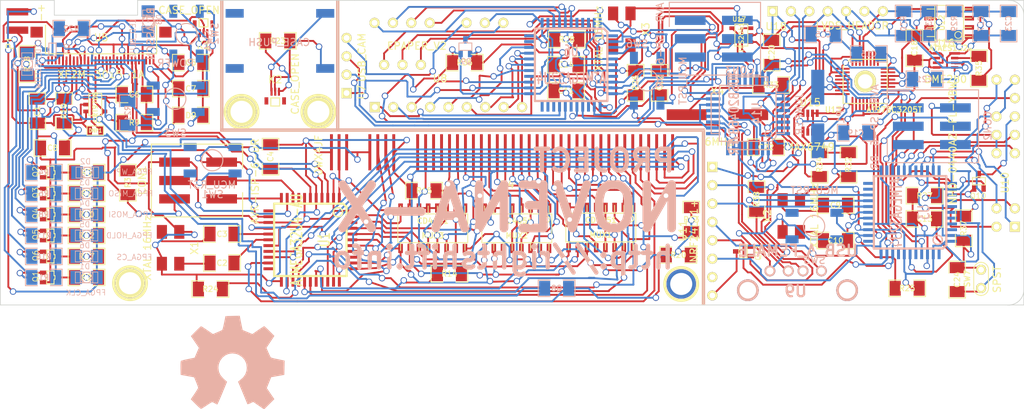
<source format=kicad_pcb>
(kicad_pcb (version 3) (host pcbnew "(2013-may-18)-stable")
  (layers (15 F.Cu signal) (0 B.Cu signal) (18 B.Paste user) (19 F.Paste user) (20 B.SilkS user) (21 F.SilkS user) (22 B.Mask user) (23 F.Mask user) (28 Edge.Cuts user))
  (net 0 "")
  (net 1 /3.3V_DELAYED)
  (net 2 /5V_DELAYED)
  (net 3 /A)
  (net 4 /B)
  (net 5 /BL_CNT)
  (net 6 /C)
  (net 7 /CHG_PWRSWITCH)
  (net 8 /COM1)
  (net 9 /COM2)
  (net 10 /COM3)
  (net 11 /D+)
  (net 12 /D-)
  (net 13 /EPIT1_EPIT0)
  (net 14 "/FPGA CLK")
  (net 15 "/FPGA CS")
  (net 16 "/FPGA HOLD")
  (net 17 "/FPGA MISO")
  (net 18 "/FPGA MOSI")
  (net 19 "/FPGA WP")
  (net 20 /GPT_CAPIN1)
  (net 21 /GPT_CMPOUT3)
  (net 22 /KEY_COL3)
  (net 23 /KEY_ROW1)
  (net 24 /LCD_board/D1+)
  (net 25 /LCD_board/D1-)
  (net 26 /LCD_board/D2+)
  (net 27 /LCD_board/D2-)
  (net 28 /LCD_board/D3+)
  (net 29 /LCD_board/D3-)
  (net 30 /LCD_board/D4+)
  (net 31 /LCD_board/D4-)
  (net 32 /LCD_board/Din+)
  (net 33 /LCD_board/Din-)
  (net 34 /LCD_board/EP_A0)
  (net 35 /LCD_board/EP_A1)
  (net 36 /LCD_board/EP_A2)
  (net 37 /LCD_board/EP_A3)
  (net 38 /LCD_board/EP_D10)
  (net 39 /LCD_board/EP_D2)
  (net 40 /LCD_board/EP_D3)
  (net 41 /LCD_board/EP_D4)
  (net 42 /LCD_board/EP_D5)
  (net 43 /LCD_board/EP_D6)
  (net 44 /LCD_board/EP_D7)
  (net 45 /LCD_board/EP_D8)
  (net 46 /LCD_board/EP_D9)
  (net 47 /LCD_board/GND2)
  (net 48 /LCD_board/LCD_B4)
  (net 49 /LCD_board/LCD_B5)
  (net 50 /LCD_board/LCD_B6)
  (net 51 /LCD_board/LCD_B7)
  (net 52 /LCD_board/LCD_E1)
  (net 53 /LCD_board/LCD_E2)
  (net 54 /LCD_board/LCD_ON)
  (net 55 /LCD_board/LCD_RS)
  (net 56 /LCD_board/MISO_A)
  (net 57 /LCD_board/MISO_B)
  (net 58 /LCD_board/MOSI_A)
  (net 59 /LCD_board/MOSI_B)
  (net 60 /LCD_board/M_GND2)
  (net 61 /LCD_board/NRF_CE)
  (net 62 /LCD_board/NRF_CSN)
  (net 63 /LCD_board/NRF_ON)
  (net 64 /LCD_board/OC4)
  (net 65 /LCD_board/PWR4)
  (net 66 /LCD_board/RST_A)
  (net 67 /LCD_board/RST_B)
  (net 68 /LCD_board/SCK_A)
  (net 69 /LCD_board/SCK_B)
  (net 70 /LCD_board/SCL)
  (net 71 /LCD_board/SDA)
  (net 72 /LCD_board/V3.32)
  (net 73 /LCD_board/VUSB4)
  (net 74 /LCD_board/Vcc2)
  (net 75 /LCD_board/~RST)
  (net 76 /MISO)
  (net 77 /MOSI)
  (net 78 /P1)
  (net 79 /P10)
  (net 80 /P2)
  (net 81 /P3)
  (net 82 /P4)
  (net 83 /P5)
  (net 84 /P6)
  (net 85 /P8)
  (net 86 /P9)
  (net 87 /RST)
  (net 88 /SCK)
  (net 89 /TRACK_HORI)
  (net 90 /TRACK_VERT)
  (net 91 /TS_ANA)
  (net 92 GND)
  (net 93 N-00000100)
  (net 94 N-00000111)
  (net 95 N-00000114)
  (net 96 N-00000115)
  (net 97 N-00000116)
  (net 98 N-00000117)
  (net 99 N-00000118)
  (net 100 N-00000119)
  (net 101 N-0000012)
  (net 102 N-0000013)
  (net 103 N-00000138)
  (net 104 N-00000139)
  (net 105 N-0000014)
  (net 106 N-00000144)
  (net 107 N-0000015)
  (net 108 N-00000152)
  (net 109 N-00000156)
  (net 110 N-00000163)
  (net 111 N-00000167)
  (net 112 N-00000182)
  (net 113 N-00000184)
  (net 114 N-00000186)
  (net 115 N-00000189)
  (net 116 N-000002)
  (net 117 N-00000209)
  (net 118 N-00000211)
  (net 119 N-00000212)
  (net 120 N-00000213)
  (net 121 N-0000022)
  (net 122 N-00000220)
  (net 123 N-00000223)
  (net 124 N-0000023)
  (net 125 N-0000024)
  (net 126 N-0000025)
  (net 127 N-0000026)
  (net 128 N-0000027)
  (net 129 N-0000028)
  (net 130 N-0000029)
  (net 131 N-0000030)
  (net 132 N-0000031)
  (net 133 N-0000032)
  (net 134 N-0000033)
  (net 135 N-0000034)
  (net 136 N-0000035)
  (net 137 N-0000036)
  (net 138 N-0000037)
  (net 139 N-0000038)
  (net 140 N-0000039)
  (net 141 N-0000040)
  (net 142 N-0000043)
  (net 143 N-0000048)
  (net 144 N-0000049)
  (net 145 N-0000050)
  (net 146 N-0000057)
  (net 147 N-0000060)
  (net 148 N-0000061)
  (net 149 N-0000064)
  (net 150 N-0000066)
  (net 151 N-0000067)
  (net 152 N-0000073)
  (net 153 N-0000074)
  (net 154 N-0000076)
  (net 155 N-0000078)
  (net 156 N-0000079)
  (net 157 N-0000080)
  (net 158 N-0000082)
  (net 159 N-0000083)
  (net 160 N-0000085)
  (net 161 N-0000086)
  (net 162 N-0000087)
  (net 163 N-0000088)
  (net 164 VCC)
  (net 165 VDD)
  (module TQFP44 (layer F.Cu) (at 177.85 152.55 270)
    (fp_text reference U1 (at 0 -1.905 270) (layer F.SilkS) (effects (font (size 1.524 1.016) (thickness 0.2032))))
    (fp_text value ATMEGA32U4-AU (at 0 1.905 270) (layer F.SilkS) (effects (font (size 1.524 1.016) (thickness 0.2032))))
    (pad 39 smd rect (at 0 -5.715 270) (size 0.4064 1.524) (layers F.Cu F.Paste F.Mask) (net 6 /C))
    (pad 40 smd rect (at -0.8001 -5.715 270) (size 0.4064 1.524) (layers F.Cu F.Paste F.Mask) (net 4 /B))
    (pad 41 smd rect (at -1.6002 -5.715 270) (size 0.4064 1.524) (layers F.Cu F.Paste F.Mask) (net 3 /A))
    (pad 42 smd rect (at -2.4003 -5.715 270) (size 0.4064 1.524) (layers F.Cu F.Paste F.Mask))
    (pad 43 smd rect (at -3.2004 -5.715 270) (size 0.4064 1.524) (layers F.Cu F.Paste F.Mask) (net 92 GND))
    (pad 44 smd rect (at -4.0005 -5.715 270) (size 0.4064 1.524) (layers F.Cu F.Paste F.Mask) (net 164 VCC))
    (pad 38 smd rect (at 0.8001 -5.715 270) (size 0.4064 1.524) (layers F.Cu F.Paste F.Mask) (net 90 /TRACK_VERT))
    (pad 37 smd rect (at 1.6002 -5.715 270) (size 0.4064 1.524) (layers F.Cu F.Paste F.Mask) (net 89 /TRACK_HORI))
    (pad 36 smd rect (at 2.4003 -5.715 270) (size 0.4064 1.524) (layers F.Cu F.Paste F.Mask))
    (pad 35 smd rect (at 3.2004 -5.715 270) (size 0.4064 1.524) (layers F.Cu F.Paste F.Mask) (net 92 GND))
    (pad 34 smd rect (at 4.0005 -5.715 270) (size 0.4064 1.524) (layers F.Cu F.Paste F.Mask) (net 164 VCC))
    (pad 17 smd rect (at 0 5.715 270) (size 0.4064 1.524) (layers F.Cu F.Paste F.Mask) (net 101 N-0000012))
    (pad 16 smd rect (at -0.8001 5.715 270) (size 0.4064 1.524) (layers F.Cu F.Paste F.Mask) (net 102 N-0000013))
    (pad 15 smd rect (at -1.6002 5.715 270) (size 0.4064 1.524) (layers F.Cu F.Paste F.Mask) (net 92 GND))
    (pad 14 smd rect (at -2.4003 5.715 270) (size 0.4064 1.524) (layers F.Cu F.Paste F.Mask) (net 164 VCC))
    (pad 13 smd rect (at -3.2004 5.715 270) (size 0.4064 1.524) (layers F.Cu F.Paste F.Mask) (net 87 /RST))
    (pad 12 smd rect (at -4.0005 5.715 270) (size 0.4064 1.524) (layers F.Cu F.Paste F.Mask))
    (pad 18 smd rect (at 0.8001 5.715 270) (size 0.4064 1.524) (layers F.Cu F.Paste F.Mask) (net 81 /P3))
    (pad 19 smd rect (at 1.6002 5.715 270) (size 0.4064 1.524) (layers F.Cu F.Paste F.Mask) (net 82 /P4))
    (pad 20 smd rect (at 2.4003 5.715 270) (size 0.4064 1.524) (layers F.Cu F.Paste F.Mask) (net 83 /P5))
    (pad 21 smd rect (at 3.2004 5.715 270) (size 0.4064 1.524) (layers F.Cu F.Paste F.Mask) (net 84 /P6))
    (pad 22 smd rect (at 4.0005 5.715 270) (size 0.4064 1.524) (layers F.Cu F.Paste F.Mask))
    (pad 6 smd rect (at -5.715 0 270) (size 1.524 0.4064) (layers F.Cu F.Paste F.Mask) (net 142 N-0000043))
    (pad 28 smd rect (at 5.715 0 270) (size 1.524 0.4064) (layers F.Cu F.Paste F.Mask) (net 8 /COM1))
    (pad 7 smd rect (at -5.715 0.8001 270) (size 1.524 0.4064) (layers F.Cu F.Paste F.Mask) (net 164 VCC))
    (pad 27 smd rect (at 5.715 0.8001 270) (size 1.524 0.4064) (layers F.Cu F.Paste F.Mask) (net 79 /P10))
    (pad 26 smd rect (at 5.715 1.6002 270) (size 1.524 0.4064) (layers F.Cu F.Paste F.Mask) (net 86 /P9))
    (pad 8 smd rect (at -5.715 1.6002 270) (size 1.524 0.4064) (layers F.Cu F.Paste F.Mask))
    (pad 9 smd rect (at -5.715 2.4003 270) (size 1.524 0.4064) (layers F.Cu F.Paste F.Mask) (net 88 /SCK))
    (pad 25 smd rect (at 5.715 2.4003 270) (size 1.524 0.4064) (layers F.Cu F.Paste F.Mask) (net 85 /P8))
    (pad 24 smd rect (at 5.715 3.2004 270) (size 1.524 0.4064) (layers F.Cu F.Paste F.Mask) (net 164 VCC))
    (pad 10 smd rect (at -5.715 3.2004 270) (size 1.524 0.4064) (layers F.Cu F.Paste F.Mask) (net 77 /MOSI))
    (pad 11 smd rect (at -5.715 4.0005 270) (size 1.524 0.4064) (layers F.Cu F.Paste F.Mask) (net 76 /MISO))
    (pad 23 smd rect (at 5.715 4.0005 270) (size 1.524 0.4064) (layers F.Cu F.Paste F.Mask) (net 92 GND))
    (pad 29 smd rect (at 5.715 -0.8001 270) (size 1.524 0.4064) (layers F.Cu F.Paste F.Mask) (net 9 /COM2))
    (pad 5 smd rect (at -5.715 -0.8001 270) (size 1.524 0.4064) (layers F.Cu F.Paste F.Mask) (net 92 GND))
    (pad 4 smd rect (at -5.715 -1.6002 270) (size 1.524 0.4064) (layers F.Cu F.Paste F.Mask) (net 11 /D+))
    (pad 30 smd rect (at 5.715 -1.6002 270) (size 1.524 0.4064) (layers F.Cu F.Paste F.Mask) (net 10 /COM3))
    (pad 31 smd rect (at 5.715 -2.4003 270) (size 1.524 0.4064) (layers F.Cu F.Paste F.Mask) (net 78 /P1))
    (pad 3 smd rect (at -5.715 -2.4003 270) (size 1.524 0.4064) (layers F.Cu F.Paste F.Mask) (net 12 /D-))
    (pad 2 smd rect (at -5.715 -3.2004 270) (size 1.524 0.4064) (layers F.Cu F.Paste F.Mask) (net 164 VCC))
    (pad 32 smd rect (at 5.715 -3.2004 270) (size 1.524 0.4064) (layers F.Cu F.Paste F.Mask) (net 80 /P2))
    (pad 33 smd rect (at 5.715 -4.0005 270) (size 1.524 0.4064) (layers F.Cu F.Paste F.Mask) (net 144 N-0000049))
    (pad 1 smd rect (at -5.715 -4.0005 270) (size 1.524 0.4064) (layers F.Cu F.Paste F.Mask) (net 5 /BL_CNT))
  )
  (module so-16 (layer F.Cu) (at 217.95 150.85 180)
    (fp_text reference MUX1 (at 0 -1.016 180) (layer F.SilkS) (effects (font (size 0.7493 0.7493) (thickness 0.14986))))
    (fp_text value CD4051 (at 0 1.016 180) (layer F.SilkS) (effects (font (size 0.7493 0.7493) (thickness 0.14986))))
    (pad 1 smd rect (at -4.445 2.794 180) (size 0.635 1.27) (layers F.Cu F.Paste F.Mask) (net 135 N-0000034))
    (pad 2 smd rect (at -3.175 2.794 180) (size 0.635 1.27) (layers F.Cu F.Paste F.Mask) (net 138 N-0000037))
    (pad 3 smd rect (at -1.905 2.794 180) (size 0.635 1.27) (layers F.Cu F.Paste F.Mask) (net 8 /COM1))
    (pad 4 smd rect (at -0.635 2.794 180) (size 0.635 1.27) (layers F.Cu F.Paste F.Mask) (net 139 N-0000038))
    (pad 5 smd rect (at 0.635 2.794 180) (size 0.635 1.27) (layers F.Cu F.Paste F.Mask) (net 136 N-0000035))
    (pad 6 smd rect (at 1.905 2.794 180) (size 0.635 1.27) (layers F.Cu F.Paste F.Mask) (net 92 GND))
    (pad 7 smd rect (at 3.175 2.794 180) (size 0.635 1.27) (layers F.Cu F.Paste F.Mask) (net 92 GND))
    (pad 8 smd rect (at 4.445 2.794 180) (size 0.635 1.27) (layers F.Cu F.Paste F.Mask) (net 92 GND))
    (pad 9 smd rect (at 4.445 -2.794 180) (size 0.635 1.27) (layers F.Cu F.Paste F.Mask) (net 6 /C))
    (pad 10 smd rect (at 3.175 -2.794 180) (size 0.635 1.27) (layers F.Cu F.Paste F.Mask) (net 4 /B))
    (pad 11 smd rect (at 1.905 -2.794 180) (size 0.635 1.27) (layers F.Cu F.Paste F.Mask) (net 3 /A))
    (pad 12 smd rect (at 0.635 -2.794 180) (size 0.635 1.27) (layers F.Cu F.Paste F.Mask) (net 134 N-0000033))
    (pad 13 smd rect (at -0.635 -2.794 180) (size 0.635 1.27) (layers F.Cu F.Paste F.Mask) (net 93 N-00000100))
    (pad 14 smd rect (at -1.905 -2.794 180) (size 0.635 1.27) (layers F.Cu F.Paste F.Mask) (net 132 N-0000031))
    (pad 15 smd rect (at -3.175 -2.794 180) (size 0.635 1.27) (layers F.Cu F.Paste F.Mask) (net 133 N-0000032))
    (pad 16 smd rect (at -4.445 -2.794 180) (size 0.635 1.27) (layers F.Cu F.Paste F.Mask) (net 164 VCC))
  )
  (module so-16 (layer F.Cu) (at 194.75 150.95 180)
    (fp_text reference MUX3 (at 0 -1.016 180) (layer F.SilkS) (effects (font (size 0.7493 0.7493) (thickness 0.14986))))
    (fp_text value CD4051 (at 0 1.016 180) (layer F.SilkS) (effects (font (size 0.7493 0.7493) (thickness 0.14986))))
    (pad 1 smd rect (at -4.445 2.794 180) (size 0.635 1.27) (layers F.Cu F.Paste F.Mask) (net 116 N-000002))
    (pad 2 smd rect (at -3.175 2.794 180) (size 0.635 1.27) (layers F.Cu F.Paste F.Mask) (net 92 GND))
    (pad 3 smd rect (at -1.905 2.794 180) (size 0.635 1.27) (layers F.Cu F.Paste F.Mask) (net 10 /COM3))
    (pad 4 smd rect (at -0.635 2.794 180) (size 0.635 1.27) (layers F.Cu F.Paste F.Mask) (net 92 GND))
    (pad 5 smd rect (at 0.635 2.794 180) (size 0.635 1.27) (layers F.Cu F.Paste F.Mask) (net 92 GND))
    (pad 6 smd rect (at 1.905 2.794 180) (size 0.635 1.27) (layers F.Cu F.Paste F.Mask) (net 92 GND))
    (pad 7 smd rect (at 3.175 2.794 180) (size 0.635 1.27) (layers F.Cu F.Paste F.Mask) (net 92 GND))
    (pad 8 smd rect (at 4.445 2.794 180) (size 0.635 1.27) (layers F.Cu F.Paste F.Mask) (net 92 GND))
    (pad 9 smd rect (at 4.445 -2.794 180) (size 0.635 1.27) (layers F.Cu F.Paste F.Mask) (net 6 /C))
    (pad 10 smd rect (at 3.175 -2.794 180) (size 0.635 1.27) (layers F.Cu F.Paste F.Mask) (net 4 /B))
    (pad 11 smd rect (at 1.905 -2.794 180) (size 0.635 1.27) (layers F.Cu F.Paste F.Mask) (net 3 /A))
    (pad 12 smd rect (at 0.635 -2.794 180) (size 0.635 1.27) (layers F.Cu F.Paste F.Mask) (net 137 N-0000036))
    (pad 13 smd rect (at -0.635 -2.794 180) (size 0.635 1.27) (layers F.Cu F.Paste F.Mask) (net 129 N-0000028))
    (pad 14 smd rect (at -1.905 -2.794 180) (size 0.635 1.27) (layers F.Cu F.Paste F.Mask) (net 130 N-0000029))
    (pad 15 smd rect (at -3.175 -2.794 180) (size 0.635 1.27) (layers F.Cu F.Paste F.Mask) (net 131 N-0000030))
    (pad 16 smd rect (at -4.445 -2.794 180) (size 0.635 1.27) (layers F.Cu F.Paste F.Mask) (net 164 VCC))
  )
  (module SM1206 (layer B.Cu) (at 144.85 123.35)
    (fp_text reference R22 (at 0 0) (layer B.SilkS) (effects (font (size 0.762 0.762) (thickness 0.127)) (justify mirror)))
    (fp_text value 10K hide)
    (pad 1 smd rect (at -1.651 0) (size 1.524 2.032) (layers B.Cu B.Paste B.Mask) (net 23 /KEY_ROW1))
    (pad 2 smd rect (at 1.651 0) (size 1.524 2.032) (layers B.Cu B.Paste B.Mask) (net 1 /3.3V_DELAYED))
  )
  (module SM1206 (layer B.Cu) (at 141.05 157.75)
    (fp_text reference R1 (at 0 0) (layer B.SilkS) (effects (font (size 0.762 0.762) (thickness 0.127)) (justify mirror)))
    (fp_text value 10K hide)
    (pad 1 smd rect (at -1.651 0) (size 1.524 2.032) (layers B.Cu B.Paste B.Mask) (net 14 "/FPGA CLK"))
    (pad 2 smd rect (at 1.651 0) (size 1.524 2.032) (layers B.Cu B.Paste B.Mask) (net 92 GND))
  )
  (module SM1206 (layer F.Cu) (at 193.55 145.75 180)
    (fp_text reference R15 (at 0 0 180) (layer F.SilkS) (effects (font (size 0.762 0.762) (thickness 0.127))))
    (fp_text value 10K hide)
    (pad 1 smd rect (at -1.651 0 180) (size 1.524 2.032) (layers F.Cu F.Paste F.Mask) (net 10 /COM3))
    (pad 2 smd rect (at 1.651 0 180) (size 1.524 2.032) (layers F.Cu F.Paste F.Mask) (net 92 GND))
  )
  (module SM1206 (layer B.Cu) (at 141.05 154.85)
    (fp_text reference R16 (at 0 0) (layer B.SilkS) (effects (font (size 0.762 0.762) (thickness 0.127)) (justify mirror)))
    (fp_text value 10K hide)
    (pad 1 smd rect (at -1.651 0) (size 1.524 2.032) (layers B.Cu B.Paste B.Mask) (net 15 "/FPGA CS"))
    (pad 2 smd rect (at 1.651 0) (size 1.524 2.032) (layers B.Cu B.Paste B.Mask) (net 92 GND))
  )
  (module SM1206 (layer F.Cu) (at 138.75 128.25 90)
    (fp_text reference R18 (at 0 0 90) (layer F.SilkS) (effects (font (size 0.762 0.762) (thickness 0.127))))
    (fp_text value 1K hide)
    (pad 1 smd rect (at -1.651 0 90) (size 1.524 2.032) (layers F.Cu F.Paste F.Mask) (net 152 N-0000073))
    (pad 2 smd rect (at 1.651 0 90) (size 1.524 2.032) (layers F.Cu F.Paste F.Mask) (net 153 N-0000074))
  )
  (module SM1206 (layer F.Cu) (at 146.95 143.25 180)
    (fp_text reference R5 (at 0 0 180) (layer F.SilkS) (effects (font (size 0.762 0.762) (thickness 0.127))))
    (fp_text value 1K hide)
    (pad 1 smd rect (at -1.651 0 180) (size 1.524 2.032) (layers F.Cu F.Paste F.Mask) (net 156 N-0000079))
    (pad 2 smd rect (at 1.651 0 180) (size 1.524 2.032) (layers F.Cu F.Paste F.Mask) (net 157 N-0000080))
  )
  (module SM1206 (layer B.Cu) (at 141.05 143.25)
    (fp_text reference R4 (at 0 0) (layer B.SilkS) (effects (font (size 0.762 0.762) (thickness 0.127)) (justify mirror)))
    (fp_text value 10K hide)
    (pad 1 smd rect (at -1.651 0) (size 1.524 2.032) (layers B.Cu B.Paste B.Mask) (net 19 "/FPGA WP"))
    (pad 2 smd rect (at 1.651 0) (size 1.524 2.032) (layers B.Cu B.Paste B.Mask) (net 92 GND))
  )
  (module SM1206 (layer F.Cu) (at 146.95 146.15 180)
    (fp_text reference R7 (at 0 0 180) (layer F.SilkS) (effects (font (size 0.762 0.762) (thickness 0.127))))
    (fp_text value 1K hide)
    (pad 1 smd rect (at -1.651 0 180) (size 1.524 2.032) (layers F.Cu F.Paste F.Mask) (net 158 N-0000082))
    (pad 2 smd rect (at 1.651 0 180) (size 1.524 2.032) (layers F.Cu F.Paste F.Mask) (net 159 N-0000083))
  )
  (module SM1206 (layer B.Cu) (at 141.05 146.15)
    (fp_text reference R6 (at 0 0) (layer B.SilkS) (effects (font (size 0.762 0.762) (thickness 0.127)) (justify mirror)))
    (fp_text value 10K hide)
    (pad 1 smd rect (at -1.651 0) (size 1.524 2.032) (layers B.Cu B.Paste B.Mask) (net 17 "/FPGA MISO"))
    (pad 2 smd rect (at 1.651 0) (size 1.524 2.032) (layers B.Cu B.Paste B.Mask) (net 92 GND))
  )
  (module SM1206 (layer F.Cu) (at 146.95 149.05 180)
    (fp_text reference R10 (at 0 0 180) (layer F.SilkS) (effects (font (size 0.762 0.762) (thickness 0.127))))
    (fp_text value 1K hide)
    (pad 1 smd rect (at -1.651 0 180) (size 1.524 2.032) (layers F.Cu F.Paste F.Mask) (net 155 N-0000078))
    (pad 2 smd rect (at 1.651 0 180) (size 1.524 2.032) (layers F.Cu F.Paste F.Mask) (net 160 N-0000085))
  )
  (module SM1206 (layer B.Cu) (at 141.05 149.05)
    (fp_text reference R8 (at 0 0) (layer B.SilkS) (effects (font (size 0.762 0.762) (thickness 0.127)) (justify mirror)))
    (fp_text value 10K hide)
    (pad 1 smd rect (at -1.651 0) (size 1.524 2.032) (layers B.Cu B.Paste B.Mask) (net 18 "/FPGA MOSI"))
    (pad 2 smd rect (at 1.651 0) (size 1.524 2.032) (layers B.Cu B.Paste B.Mask) (net 92 GND))
  )
  (module SM1206 (layer F.Cu) (at 146.95 151.95 180)
    (fp_text reference R12 (at 0 0 180) (layer F.SilkS) (effects (font (size 0.762 0.762) (thickness 0.127))))
    (fp_text value 1K hide)
    (pad 1 smd rect (at -1.651 0 180) (size 1.524 2.032) (layers F.Cu F.Paste F.Mask) (net 161 N-0000086))
    (pad 2 smd rect (at 1.651 0 180) (size 1.524 2.032) (layers F.Cu F.Paste F.Mask) (net 162 N-0000087))
  )
  (module SM1206 (layer F.Cu) (at 146.95 154.85 180)
    (fp_text reference R17 (at 0 0 180) (layer F.SilkS) (effects (font (size 0.762 0.762) (thickness 0.127))))
    (fp_text value 1K hide)
    (pad 1 smd rect (at -1.651 0 180) (size 1.524 2.032) (layers F.Cu F.Paste F.Mask) (net 163 N-0000088))
    (pad 2 smd rect (at 1.651 0 180) (size 1.524 2.032) (layers F.Cu F.Paste F.Mask) (net 154 N-0000076))
  )
  (module SM1206 (layer B.Cu) (at 141.05 151.95)
    (fp_text reference R11 (at 0 0) (layer B.SilkS) (effects (font (size 0.762 0.762) (thickness 0.127)) (justify mirror)))
    (fp_text value 10K hide)
    (pad 1 smd rect (at -1.651 0) (size 1.524 2.032) (layers B.Cu B.Paste B.Mask) (net 16 "/FPGA HOLD"))
    (pad 2 smd rect (at 1.651 0) (size 1.524 2.032) (layers B.Cu B.Paste B.Mask) (net 92 GND))
  )
  (module SM1206 (layer B.Cu) (at 152.65 135.05 90)
    (fp_text reference R21 (at 0 0 90) (layer B.SilkS) (effects (font (size 0.762 0.762) (thickness 0.127)) (justify mirror)))
    (fp_text value 1K hide)
    (pad 1 smd rect (at -1.651 0 90) (size 1.524 2.032) (layers B.Cu B.Paste B.Mask) (net 151 N-0000067))
    (pad 2 smd rect (at 1.651 0 90) (size 1.524 2.032) (layers B.Cu B.Paste B.Mask) (net 150 N-0000066))
  )
  (module SM1206 (layer F.Cu) (at 142.25 139.85 180)
    (fp_text reference C8 (at 0 0 180) (layer F.SilkS) (effects (font (size 0.762 0.762) (thickness 0.127))))
    (fp_text value 0.1uF hide)
    (pad 1 smd rect (at -1.651 0 180) (size 1.524 2.032) (layers F.Cu F.Paste F.Mask) (net 23 /KEY_ROW1))
    (pad 2 smd rect (at 1.651 0 180) (size 1.524 2.032) (layers F.Cu F.Paste F.Mask) (net 92 GND))
  )
  (module SM1206 (layer F.Cu) (at 161.35 135.35 180)
    (fp_text reference D9 (at 0 0 180) (layer F.SilkS) (effects (font (size 0.762 0.762) (thickness 0.127))))
    (fp_text value RSA5M hide)
    (pad 1 smd rect (at -1.651 0 180) (size 1.524 2.032) (layers F.Cu F.Paste F.Mask) (net 92 GND))
    (pad 2 smd rect (at 1.651 0 180) (size 1.524 2.032) (layers F.Cu F.Paste F.Mask) (net 164 VCC))
  )
  (module SM1206 (layer F.Cu) (at 161.35 131.65 180)
    (fp_text reference C7 (at 0 0 180) (layer F.SilkS) (effects (font (size 0.762 0.762) (thickness 0.127))))
    (fp_text value 100uF hide)
    (pad 1 smd rect (at -1.651 0 180) (size 1.524 2.032) (layers F.Cu F.Paste F.Mask) (net 92 GND))
    (pad 2 smd rect (at 1.651 0 180) (size 1.524 2.032) (layers F.Cu F.Paste F.Mask) (net 164 VCC))
  )
  (module SM1206 (layer F.Cu) (at 140.15 134.75 90)
    (fp_text reference C1 (at 0 0 90) (layer F.SilkS) (effects (font (size 0.762 0.762) (thickness 0.127))))
    (fp_text value 0.1uF hide)
    (pad 1 smd rect (at -1.651 0 90) (size 1.524 2.032) (layers F.Cu F.Paste F.Mask) (net 92 GND))
    (pad 2 smd rect (at 1.651 0 90) (size 1.524 2.032) (layers F.Cu F.Paste F.Mask) (net 1 /3.3V_DELAYED))
  )
  (module SM1206 (layer F.Cu) (at 143.85 134.75 90)
    (fp_text reference R19 (at 0 0 90) (layer F.SilkS) (effects (font (size 0.762 0.762) (thickness 0.127))))
    (fp_text value 10K hide)
    (pad 1 smd rect (at -1.651 0 90) (size 1.524 2.032) (layers F.Cu F.Paste F.Mask) (net 143 N-0000048))
    (pad 2 smd rect (at 1.651 0 90) (size 1.524 2.032) (layers F.Cu F.Paste F.Mask) (net 1 /3.3V_DELAYED))
  )
  (module SM1206 (layer F.Cu) (at 153.55 132.45)
    (fp_text reference C6 (at 0 0) (layer F.SilkS) (effects (font (size 0.762 0.762) (thickness 0.127))))
    (fp_text value 1uF hide)
    (pad 1 smd rect (at -1.651 0) (size 1.524 2.032) (layers F.Cu F.Paste F.Mask) (net 165 VDD))
    (pad 2 smd rect (at 1.651 0) (size 1.524 2.032) (layers F.Cu F.Paste F.Mask) (net 92 GND))
  )
  (module SM1206 (layer F.Cu) (at 153.55 136.35)
    (fp_text reference R9 (at 0 0) (layer F.SilkS) (effects (font (size 0.762 0.762) (thickness 0.127))))
    (fp_text value 10K hide)
    (pad 1 smd rect (at -1.651 0) (size 1.524 2.032) (layers F.Cu F.Paste F.Mask) (net 13 /EPIT1_EPIT0))
    (pad 2 smd rect (at 1.651 0) (size 1.524 2.032) (layers F.Cu F.Paste F.Mask) (net 92 GND))
  )
  (module SM1206 (layer F.Cu) (at 161.35 128.05)
    (fp_text reference C5 (at 0 0) (layer F.SilkS) (effects (font (size 0.762 0.762) (thickness 0.127))))
    (fp_text value 1uF hide)
    (pad 1 smd rect (at -1.651 0) (size 1.524 2.032) (layers F.Cu F.Paste F.Mask) (net 2 /5V_DELAYED))
    (pad 2 smd rect (at 1.651 0) (size 1.524 2.032) (layers F.Cu F.Paste F.Mask) (net 92 GND))
  )
  (module SM1206 (layer F.Cu) (at 197.05 157.25)
    (fp_text reference R14 (at 0 0) (layer F.SilkS) (effects (font (size 0.762 0.762) (thickness 0.127))))
    (fp_text value 10K hide)
    (pad 1 smd rect (at -1.651 0) (size 1.524 2.032) (layers F.Cu F.Paste F.Mask) (net 9 /COM2))
    (pad 2 smd rect (at 1.651 0) (size 1.524 2.032) (layers F.Cu F.Paste F.Mask) (net 92 GND))
  )
  (module SM1206 (layer F.Cu) (at 146.95 157.75 180)
    (fp_text reference R2 (at 0 0 180) (layer F.SilkS) (effects (font (size 0.762 0.762) (thickness 0.127))))
    (fp_text value 1K hide)
    (pad 1 smd rect (at -1.651 0 180) (size 1.524 2.032) (layers F.Cu F.Paste F.Mask) (net 149 N-0000064))
    (pad 2 smd rect (at 1.651 0 180) (size 1.524 2.032) (layers F.Cu F.Paste F.Mask) (net 148 N-0000061))
  )
  (module SM1206 (layer F.Cu) (at 172.35 141.05 90)
    (fp_text reference C4 (at 0 0 90) (layer F.SilkS) (effects (font (size 0.762 0.762) (thickness 0.127))))
    (fp_text value 1uF hide)
    (pad 1 smd rect (at -1.651 0 90) (size 1.524 2.032) (layers F.Cu F.Paste F.Mask) (net 142 N-0000043))
    (pad 2 smd rect (at 1.651 0 90) (size 1.524 2.032) (layers F.Cu F.Paste F.Mask) (net 92 GND))
  )
  (module SM1206 (layer F.Cu) (at 228.65 154.65 180)
    (fp_text reference R20 (at 0 0 180) (layer F.SilkS) (effects (font (size 0.762 0.762) (thickness 0.127))))
    (fp_text value 10K hide)
    (pad 1 smd rect (at -1.651 0 180) (size 1.524 2.032) (layers F.Cu F.Paste F.Mask) (net 92 GND))
    (pad 2 smd rect (at 1.651 0 180) (size 1.524 2.032) (layers F.Cu F.Paste F.Mask) (net 91 /TS_ANA))
  )
  (module SM1206 (layer F.Cu) (at 152.65 144.65 90)
    (fp_text reference R3 (at 0 0 90) (layer F.SilkS) (effects (font (size 0.762 0.762) (thickness 0.127))))
    (fp_text value 10K hide)
    (pad 1 smd rect (at -1.651 0 90) (size 1.524 2.032) (layers F.Cu F.Paste F.Mask) (net 164 VCC))
    (pad 2 smd rect (at 1.651 0 90) (size 1.524 2.032) (layers F.Cu F.Paste F.Mask) (net 87 /RST))
  )
  (module SM1206 (layer F.Cu) (at 165.65 155.75)
    (fp_text reference C2 (at 0 0) (layer F.SilkS) (effects (font (size 0.762 0.762) (thickness 0.127))))
    (fp_text value 22pF hide)
    (pad 1 smd rect (at -1.651 0) (size 1.524 2.032) (layers F.Cu F.Paste F.Mask) (net 105 N-0000014))
    (pad 2 smd rect (at 1.651 0) (size 1.524 2.032) (layers F.Cu F.Paste F.Mask) (net 101 N-0000012))
  )
  (module SM1206 (layer F.Cu) (at 165.65 151.75)
    (fp_text reference C3 (at 0 0) (layer F.SilkS) (effects (font (size 0.762 0.762) (thickness 0.127))))
    (fp_text value 22pF hide)
    (pad 1 smd rect (at -1.651 0) (size 1.524 2.032) (layers F.Cu F.Paste F.Mask) (net 107 N-0000015))
    (pad 2 smd rect (at 1.651 0) (size 1.524 2.032) (layers F.Cu F.Paste F.Mask) (net 102 N-0000013))
  )
  (module SM1206 (layer F.Cu) (at 230.45 149.75 90)
    (fp_text reference R13 (at 0 0 180) (layer F.SilkS) (effects (font (size 0.762 0.762) (thickness 0.127))))
    (fp_text value 10K hide)
    (pad 1 smd rect (at -1.651 0 90) (size 1.524 2.032) (layers F.Cu F.Paste F.Mask) (net 8 /COM1))
    (pad 2 smd rect (at 1.651 0 90) (size 1.524 2.032) (layers F.Cu F.Paste F.Mask) (net 92 GND))
  )
  (module SM0603 (layer F.Cu) (at 148.15 137.45)
    (fp_text reference DNP1 (at 0 0) (layer F.SilkS) (effects (font (size 0.508 0.4572) (thickness 0.1143))))
    (fp_text value 0 hide)
    (pad 1 smd rect (at -0.762 0) (size 0.635 1.143) (layers F.Cu F.Paste F.Mask) (net 143 N-0000048))
    (pad 2 smd rect (at 0.762 0) (size 0.635 1.143) (layers F.Cu F.Paste F.Mask) (net 20 /GPT_CAPIN1))
  )
  (module LED-1206 (layer B.Cu) (at 147.05 143.25 180)
    (fp_text reference D2 (at 0.254 1.524 180) (layer B.SilkS) (effects (font (size 0.762 0.762) (thickness 0.0889)) (justify mirror)))
    (fp_text value FPGA_WP (at -6.5 0.1 180) (layer B.SilkS) (effects (font (size 0.762 0.762) (thickness 0.0889)) (justify mirror)))
    (pad 1 smd rect (at -1.41986 0 180) (size 1.59766 1.80086) (layers B.Cu B.Paste B.Mask) (net 165 VDD))
    (pad 2 smd rect (at 1.41986 0 180) (size 1.59766 1.80086) (layers B.Cu B.Paste B.Mask) (net 156 N-0000079))
  )
  (module LED-1206 (layer B.Cu) (at 146.95 154.85 180)
    (fp_text reference D6 (at 0.254 1.524 180) (layer B.SilkS) (effects (font (size 0.762 0.762) (thickness 0.0889)) (justify mirror)))
    (fp_text value FPGA_CS (at -6.6 -0.1 180) (layer B.SilkS) (effects (font (size 0.762 0.762) (thickness 0.0889)) (justify mirror)))
    (pad 1 smd rect (at -1.41986 0 180) (size 1.59766 1.80086) (layers B.Cu B.Paste B.Mask) (net 165 VDD))
    (pad 2 smd rect (at 1.41986 0 180) (size 1.59766 1.80086) (layers B.Cu B.Paste B.Mask) (net 163 N-0000088))
  )
  (module LED-1206 (layer B.Cu) (at 146.95 151.95 180)
    (fp_text reference D5 (at 0.254 1.524 180) (layer B.SilkS) (effects (font (size 0.762 0.762) (thickness 0.0889)) (justify mirror)))
    (fp_text value FPGA_HOLD (at -5.9 0 180) (layer B.SilkS) (effects (font (size 0.762 0.762) (thickness 0.0889)) (justify mirror)))
    (pad 1 smd rect (at -1.41986 0 180) (size 1.59766 1.80086) (layers B.Cu B.Paste B.Mask) (net 165 VDD))
    (pad 2 smd rect (at 1.41986 0 180) (size 1.59766 1.80086) (layers B.Cu B.Paste B.Mask) (net 161 N-0000086))
  )
  (module LED-1206 (layer B.Cu) (at 146.95 149.05 180)
    (fp_text reference D4 (at 0.254 1.524 180) (layer B.SilkS) (effects (font (size 0.762 0.762) (thickness 0.0889)) (justify mirror)))
    (fp_text value FPGA_MOSI (at -6.1 0 180) (layer B.SilkS) (effects (font (size 0.762 0.762) (thickness 0.0889)) (justify mirror)))
    (pad 1 smd rect (at -1.41986 0 180) (size 1.59766 1.80086) (layers B.Cu B.Paste B.Mask) (net 165 VDD))
    (pad 2 smd rect (at 1.41986 0 180) (size 1.59766 1.80086) (layers B.Cu B.Paste B.Mask) (net 155 N-0000078))
  )
  (module LED-1206 (layer B.Cu) (at 146.95 146.15 180)
    (fp_text reference D3 (at 0.254 1.524 180) (layer B.SilkS) (effects (font (size 0.762 0.762) (thickness 0.0889)) (justify mirror)))
    (fp_text value FPGA_MISO (at -6.1 0 180) (layer B.SilkS) (effects (font (size 0.762 0.762) (thickness 0.0889)) (justify mirror)))
    (pad 1 smd rect (at -1.41986 0 180) (size 1.59766 1.80086) (layers B.Cu B.Paste B.Mask) (net 165 VDD))
    (pad 2 smd rect (at 1.41986 0 180) (size 1.59766 1.80086) (layers B.Cu B.Paste B.Mask) (net 158 N-0000082))
  )
  (module LED-1206 (layer B.Cu) (at 146.95 157.75 180)
    (fp_text reference D1 (at 0.254 1.524 180) (layer B.SilkS) (effects (font (size 0.762 0.762) (thickness 0.0889)) (justify mirror)))
    (fp_text value FPGA_CLK (at 0.1 -2.1 180) (layer B.SilkS) (effects (font (size 0.762 0.762) (thickness 0.0889)) (justify mirror)))
    (pad 1 smd rect (at -1.41986 0 180) (size 1.59766 1.80086) (layers B.Cu B.Paste B.Mask) (net 165 VDD))
    (pad 2 smd rect (at 1.41986 0 180) (size 1.59766 1.80086) (layers B.Cu B.Paste B.Mask) (net 149 N-0000064))
  )
  (module LED-1206 (layer B.Cu) (at 138.75 128.25 270)
    (fp_text reference D7 (at 0.254 1.524 270) (layer B.SilkS) (effects (font (size 0.762 0.762) (thickness 0.0889)) (justify mirror)))
    (fp_text value LED_YELLOW (at 0 -1.524 270) (layer B.SilkS) (effects (font (size 0.762 0.762) (thickness 0.0889)) (justify mirror)))
    (pad 1 smd rect (at -1.41986 0 270) (size 1.59766 1.80086) (layers B.Cu B.Paste B.Mask) (net 2 /5V_DELAYED))
    (pad 2 smd rect (at 1.41986 0 270) (size 1.59766 1.80086) (layers B.Cu B.Paste B.Mask) (net 152 N-0000073))
  )
  (module LED-1206 (layer B.Cu) (at 155.45 122.35 90)
    (fp_text reference D8 (at 0.254 1.524 90) (layer B.SilkS) (effects (font (size 0.762 0.762) (thickness 0.0889)) (justify mirror)))
    (fp_text value LED_BLUE (at -2.4 -2.1 90) (layer B.SilkS) (effects (font (size 0.762 0.762) (thickness 0.0889)) (justify mirror)))
    (pad 1 smd rect (at -1.41986 0 90) (size 1.59766 1.80086) (layers B.Cu B.Paste B.Mask) (net 1 /3.3V_DELAYED))
    (pad 2 smd rect (at 1.41986 0 90) (size 1.59766 1.80086) (layers B.Cu B.Paste B.Mask) (net 150 N-0000066))
  )
  (module TACT_SW (layer B.Cu) (at 164.35 141.55)
    (fp_text reference SW1 (at 0 4.7244) (layer B.SilkS) (effects (justify mirror)))
    (fp_text value MCU_RST (at -0.1 3.4) (layer B.SilkS) (effects (justify mirror)))
    (pad 1 smd rect (at -3.0988 1.8288) (size 1.8 1.1) (layers B.Cu B.Paste B.Mask))
    (pad 2 smd rect (at 3.0988 1.8288) (size 1.8 1.1) (layers B.Cu B.Paste B.Mask) (net 92 GND))
    (pad 3 smd rect (at -3.0988 -1.8288) (size 1.8 1.1) (layers B.Cu B.Paste B.Mask))
    (pad 4 smd rect (at 3.0988 -1.8288) (size 1.8 1.1) (layers B.Cu B.Paste B.Mask) (net 87 /RST))
  )
  (module TACT_SW (layer B.Cu) (at 160.75 124.05 90)
    (fp_text reference SW2 (at 0 3.9 90) (layer B.SilkS) (effects (justify mirror)))
    (fp_text value BT_ASSCN (at 0 -4.9276 90) (layer B.SilkS) (effects (justify mirror)))
    (pad 1 smd rect (at -3.0988 1.8288 90) (size 1.8 1.1) (layers B.Cu B.Paste B.Mask))
    (pad 2 smd rect (at 3.0988 1.8288 90) (size 1.8 1.1) (layers B.Cu B.Paste B.Mask) (net 92 GND))
    (pad 3 smd rect (at -3.0988 -1.8288 90) (size 1.8 1.1) (layers B.Cu B.Paste B.Mask) (net 151 N-0000067))
    (pad 4 smd rect (at 3.0988 -1.8288 90) (size 1.8 1.1) (layers B.Cu B.Paste B.Mask) (net 23 /KEY_ROW1))
  )
  (module AVR_6_SMD (layer F.Cu) (at 162.35 144.35 90)
    (fp_text reference CON1 (at 0.0508 -7.7216 90) (layer F.SilkS))
    (fp_text value AVR-ISP-6-DR (at -0.1016 7.874 90) (layer F.SilkS))
    (pad 1 smd rect (at -2.54 3.2512 90) (size 1.27 4.24) (layers F.Cu F.Paste F.Mask) (net 76 /MISO))
    (pad 2 smd rect (at -2.54 -3.2512 90) (size 1.27 4.24) (layers F.Cu F.Paste F.Mask) (net 164 VCC))
    (pad 3 smd rect (at 0 3.2512 90) (size 1.27 4.24) (layers F.Cu F.Paste F.Mask) (net 88 /SCK))
    (pad 4 smd rect (at 0 -3.2512 90) (size 1.27 4.24) (layers F.Cu F.Paste F.Mask) (net 77 /MOSI))
    (pad 5 smd rect (at 2.54 3.2512 90) (size 1.27 4.24) (layers F.Cu F.Paste F.Mask) (net 87 /RST))
    (pad 6 smd rect (at 2.54 -3.2512 90) (size 1.27 4.24) (layers F.Cu F.Paste F.Mask) (net 92 GND))
  )
  (module XTAL_6mmx3.5mm (layer F.Cu) (at 158.55 153.65 270)
    (fp_text reference X1 (at 0 -3.302 270) (layer F.SilkS))
    (fp_text value "XTAL 16MHz" (at 0 3.2004 270) (layer F.SilkS))
    (pad 1 smd rect (at -2.2 1.2 270) (size 1.9 1.4) (layers F.Cu F.Paste F.Mask) (net 107 N-0000015))
    (pad 2 smd rect (at 2.2 1.2 270) (size 1.9 1.4) (layers F.Cu F.Paste F.Mask) (net 92 GND))
    (pad 3 smd rect (at 2.2 -1.2 270) (size 1.9 1.4) (layers F.Cu F.Paste F.Mask) (net 105 N-0000014))
    (pad 4 smd rect (at -2.2 -1.2 270) (size 1.9 1.4) (layers F.Cu F.Paste F.Mask) (net 92 GND))
  )
  (module 0WXJ4F (layer F.Cu) (at 204.95 140.65)
    (fp_text reference U4 (at 0.0508 4.2672) (layer F.SilkS))
    (fp_text value 0WX4JF (at -25.9588 0.2032 90) (layer F.SilkS))
    (pad 1 smd rect (at 22.9108 -0.2032) (size 0.4 5) (layers F.Cu F.Paste F.Mask) (net 78 /P1))
    (pad 2 smd rect (at 21.8108 -0.2032) (size 0.4 5) (layers F.Cu F.Paste F.Mask) (net 80 /P2))
    (pad 3 smd rect (at 20.7108 -0.2032) (size 0.4 5) (layers F.Cu F.Paste F.Mask) (net 81 /P3))
    (pad 4 smd rect (at 19.6108 -0.2032) (size 0.4 5) (layers F.Cu F.Paste F.Mask) (net 82 /P4))
    (pad 5 smd rect (at 18.5108 -0.2032) (size 0.4 5) (layers F.Cu F.Paste F.Mask) (net 83 /P5))
    (pad 6 smd rect (at 17.4108 -0.2032) (size 0.4 5) (layers F.Cu F.Paste F.Mask) (net 84 /P6))
    (pad 7 smd rect (at 16.3108 -0.2032) (size 0.4 5) (layers F.Cu F.Paste F.Mask) (net 93 N-00000100))
    (pad 8 smd rect (at 15.2108 -0.2032) (size 0.4 5) (layers F.Cu F.Paste F.Mask) (net 85 /P8))
    (pad 9 smd rect (at 14.1108 -0.2032) (size 0.4 5) (layers F.Cu F.Paste F.Mask) (net 86 /P9))
    (pad 10 smd rect (at 13.0108 -0.2032) (size 0.4 5) (layers F.Cu F.Paste F.Mask) (net 79 /P10))
    (pad 11 smd rect (at 11.9108 -0.2032) (size 0.4 5) (layers F.Cu F.Paste F.Mask) (net 132 N-0000031))
    (pad 12 smd rect (at 10.8108 -0.2032) (size 0.4 5) (layers F.Cu F.Paste F.Mask) (net 133 N-0000032))
    (pad 13 smd rect (at 9.7108 -0.2032) (size 0.4 5) (layers F.Cu F.Paste F.Mask) (net 134 N-0000033))
    (pad 14 smd rect (at 8.6108 -0.2032) (size 0.4 5) (layers F.Cu F.Paste F.Mask) (net 135 N-0000034))
    (pad 15 smd rect (at 7.5108 -0.2032) (size 0.4 5) (layers F.Cu F.Paste F.Mask) (net 136 N-0000035))
    (pad 16 smd rect (at 6.4108 -0.2032) (size 0.4 5) (layers F.Cu F.Paste F.Mask) (net 138 N-0000037))
    (pad 17 smd rect (at 5.3108 -0.2032) (size 0.4 5) (layers F.Cu F.Paste F.Mask) (net 139 N-0000038))
    (pad 18 smd rect (at 4.2108 -0.2032) (size 0.4 5) (layers F.Cu F.Paste F.Mask) (net 140 N-0000039))
    (pad 19 smd rect (at 3.1108 -0.2032) (size 0.4 5) (layers F.Cu F.Paste F.Mask) (net 141 N-0000040))
    (pad 20 smd rect (at 2.0108 -0.2032) (size 0.4 5) (layers F.Cu F.Paste F.Mask) (net 121 N-0000022))
    (pad 21 smd rect (at 0.9108 -0.2032) (size 0.4 5) (layers F.Cu F.Paste F.Mask) (net 124 N-0000023))
    (pad 22 smd rect (at -0.1892 -0.2032) (size 0.4 5) (layers F.Cu F.Paste F.Mask) (net 125 N-0000024))
    (pad 23 smd rect (at -1.2892 -0.2032) (size 0.4 5) (layers F.Cu F.Paste F.Mask) (net 126 N-0000025))
    (pad 24 smd rect (at -2.3892 -0.2032) (size 0.4 5) (layers F.Cu F.Paste F.Mask) (net 127 N-0000026))
    (pad 25 smd rect (at -3.4892 -0.2032) (size 0.4 5) (layers F.Cu F.Paste F.Mask) (net 128 N-0000027))
    (pad 26 smd rect (at -4.5892 -0.2032) (size 0.4 5) (layers F.Cu F.Paste F.Mask) (net 129 N-0000028))
    (pad 27 smd rect (at -5.6892 -0.2032) (size 0.4 5) (layers F.Cu F.Paste F.Mask) (net 130 N-0000029))
    (pad 28 smd rect (at -6.7892 -0.2032) (size 0.4 5) (layers F.Cu F.Paste F.Mask) (net 131 N-0000030))
    (pad 29 smd rect (at -7.8892 -0.2032) (size 0.4 5) (layers F.Cu F.Paste F.Mask) (net 137 N-0000036))
    (pad 30 smd rect (at -8.9892 -0.2032) (size 0.4 5) (layers F.Cu F.Paste F.Mask))
    (pad 31 smd rect (at -10.0892 -0.2032) (size 0.4 5) (layers F.Cu F.Paste F.Mask))
    (pad 32 smd rect (at -11.1892 -0.2032) (size 0.4 5) (layers F.Cu F.Paste F.Mask) (net 116 N-000002))
    (pad 33 smd rect (at -12.2892 -0.2032) (size 0.4 5) (layers F.Cu F.Paste F.Mask))
    (pad 34 smd rect (at -15.5892 -0.2032) (size 0.4 5) (layers F.Cu F.Paste F.Mask) (net 92 GND))
    (pad 35 smd rect (at -16.6892 -0.2032) (size 0.4 5) (layers F.Cu F.Paste F.Mask) (net 90 /TRACK_VERT))
    (pad 36 smd rect (at -17.7892 -0.2032) (size 0.4 5) (layers F.Cu F.Paste F.Mask) (net 89 /TRACK_HORI))
    (pad 37 smd rect (at -18.8892 -0.2032) (size 0.4 5) (layers F.Cu F.Paste F.Mask) (net 165 VDD))
    (pad 38 smd rect (at -22.0892 -0.2032) (size 0.4 5) (layers F.Cu F.Paste F.Mask) (net 165 VDD))
    (pad 39 smd rect (at -23.1392 -0.2032) (size 0.4 5) (layers F.Cu F.Paste F.Mask) (net 5 /BL_CNT))
    (pad 40 smd rect (at -24.1892 -0.2032) (size 0.4 5) (layers F.Cu F.Paste F.Mask) (net 92 GND))
  )
  (module SOT323_DR (layer F.Cu) (at 141.95 157.75 90)
    (fp_text reference Q1 (at 0.127 -2.032 90) (layer F.SilkS) (effects (font (size 0.762 0.762) (thickness 0.09906))))
    (fp_text value MOSFET_N hide)
    (pad S smd rect (at -0.65024 -0.94996 90) (size 0.59944 1.00076) (layers F.Cu F.Paste F.Mask) (net 92 GND))
    (pad G smd rect (at 0.65024 -0.94996 90) (size 0.59944 1.00076) (layers F.Cu F.Paste F.Mask) (net 14 "/FPGA CLK"))
    (pad D smd rect (at 0 0.94996 90) (size 0.59944 1.00076) (layers F.Cu F.Paste F.Mask) (net 148 N-0000061))
  )
  (module SOT323_DR (layer F.Cu) (at 141.95 143.25 90)
    (fp_text reference Q2 (at 0.127 -2.032 90) (layer F.SilkS) (effects (font (size 0.762 0.762) (thickness 0.09906))))
    (fp_text value MOSFET_N hide)
    (pad S smd rect (at -0.65024 -0.94996 90) (size 0.59944 1.00076) (layers F.Cu F.Paste F.Mask) (net 92 GND))
    (pad G smd rect (at 0.65024 -0.94996 90) (size 0.59944 1.00076) (layers F.Cu F.Paste F.Mask) (net 19 "/FPGA WP"))
    (pad D smd rect (at 0 0.94996 90) (size 0.59944 1.00076) (layers F.Cu F.Paste F.Mask) (net 157 N-0000080))
  )
  (module SOT323_DR (layer F.Cu) (at 141.95 146.15 90)
    (fp_text reference Q3 (at 0.127 -2.032 90) (layer F.SilkS) (effects (font (size 0.762 0.762) (thickness 0.09906))))
    (fp_text value MOSFET_N hide)
    (pad S smd rect (at -0.65024 -0.94996 90) (size 0.59944 1.00076) (layers F.Cu F.Paste F.Mask) (net 92 GND))
    (pad G smd rect (at 0.65024 -0.94996 90) (size 0.59944 1.00076) (layers F.Cu F.Paste F.Mask) (net 17 "/FPGA MISO"))
    (pad D smd rect (at 0 0.94996 90) (size 0.59944 1.00076) (layers F.Cu F.Paste F.Mask) (net 159 N-0000083))
  )
  (module SOT323_DR (layer F.Cu) (at 141.95 149.05 90)
    (fp_text reference Q4 (at 0.127 -2.032 90) (layer F.SilkS) (effects (font (size 0.762 0.762) (thickness 0.09906))))
    (fp_text value MOSFET_N hide)
    (pad S smd rect (at -0.65024 -0.94996 90) (size 0.59944 1.00076) (layers F.Cu F.Paste F.Mask) (net 92 GND))
    (pad G smd rect (at 0.65024 -0.94996 90) (size 0.59944 1.00076) (layers F.Cu F.Paste F.Mask) (net 18 "/FPGA MOSI"))
    (pad D smd rect (at 0 0.94996 90) (size 0.59944 1.00076) (layers F.Cu F.Paste F.Mask) (net 160 N-0000085))
  )
  (module SOT323_DR (layer F.Cu) (at 141.95 151.95 90)
    (fp_text reference Q5 (at 0.127 -2.032 90) (layer F.SilkS) (effects (font (size 0.762 0.762) (thickness 0.09906))))
    (fp_text value MOSFET_N hide)
    (pad S smd rect (at -0.65024 -0.94996 90) (size 0.59944 1.00076) (layers F.Cu F.Paste F.Mask) (net 92 GND))
    (pad G smd rect (at 0.65024 -0.94996 90) (size 0.59944 1.00076) (layers F.Cu F.Paste F.Mask) (net 16 "/FPGA HOLD"))
    (pad D smd rect (at 0 0.94996 90) (size 0.59944 1.00076) (layers F.Cu F.Paste F.Mask) (net 162 N-0000087))
  )
  (module SOT323_DR (layer F.Cu) (at 141.95 154.85 90)
    (fp_text reference Q6 (at 0.127 -2.032 90) (layer F.SilkS) (effects (font (size 0.762 0.762) (thickness 0.09906))))
    (fp_text value MOSFET_N hide)
    (pad S smd rect (at -0.65024 -0.94996 90) (size 0.59944 1.00076) (layers F.Cu F.Paste F.Mask) (net 92 GND))
    (pad G smd rect (at 0.65024 -0.94996 90) (size 0.59944 1.00076) (layers F.Cu F.Paste F.Mask) (net 15 "/FPGA CS"))
    (pad D smd rect (at 0 0.94996 90) (size 0.59944 1.00076) (layers F.Cu F.Paste F.Mask) (net 154 N-0000076))
  )
  (module SOT323_DR (layer B.Cu) (at 142.25 126.25 90)
    (fp_text reference Q7 (at 0.127 2.032 90) (layer B.SilkS) (effects (font (size 0.762 0.762) (thickness 0.09906)) (justify mirror)))
    (fp_text value MOSFET_N hide)
    (pad S smd rect (at -0.65024 0.94996 90) (size 0.59944 1.00076) (layers B.Cu B.Paste B.Mask) (net 92 GND))
    (pad G smd rect (at 0.65024 0.94996 90) (size 0.59944 1.00076) (layers B.Cu B.Paste B.Mask) (net 21 /GPT_CMPOUT3))
    (pad D smd rect (at 0 -0.94996 90) (size 0.59944 1.00076) (layers B.Cu B.Paste B.Mask) (net 153 N-0000074))
  )
  (module SM1206_ALS (layer B.Cu) (at 211.85 159.25 180)
    (fp_text reference Q8 (at 0 0 180) (layer B.SilkS) (effects (font (size 0.762 0.762) (thickness 0.127)) (justify mirror)))
    (fp_text value ALS_PT19 hide)
    (pad 1 smd rect (at -1.651 0 180) (size 1.524 2.032) (layers B.Cu B.Paste B.Mask) (net 91 /TS_ANA))
    (pad 3 smd rect (at 1.651 0 180) (size 1.524 2.032) (layers B.Cu B.Paste B.Mask) (net 2 /5V_DELAYED))
  )
  (module XF2M_3015_1A (layer F.Cu) (at 148.95 127.65 180)
    (fp_text reference U5 (at 0 3.048 180) (layer F.SilkS))
    (fp_text value XF2M-3015-1A (at 0 -2.032 180) (layer F.SilkS))
    (pad 1 smd rect (at 7.2644 -0.1016 180) (size 0.25 1.1) (layers F.Cu F.Paste F.Mask) (clearance 0.1))
    (pad 2 smd rect (at 6.7644 -0.1016 180) (size 0.25 1.1) (layers F.Cu F.Paste F.Mask) (clearance 0.1))
    (pad 3 smd rect (at 6.2644 -0.1016 180) (size 0.25 1.1) (layers F.Cu F.Paste F.Mask) (clearance 0.1))
    (pad 4 smd rect (at 5.7644 -0.1016 180) (size 0.25 1.1) (layers F.Cu F.Paste F.Mask) (clearance 0.1))
    (pad 5 smd rect (at 5.2644 -0.1016 180) (size 0.25 1.1) (layers F.Cu F.Paste F.Mask) (net 92 GND) (clearance 0.1))
    (pad 6 smd rect (at 4.7644 -0.1016 180) (size 0.25 1.1) (layers F.Cu F.Paste F.Mask) (net 91 /TS_ANA) (clearance 0.1))
    (pad 7 smd rect (at 4.2644 -0.1016 180) (size 0.25 1.1) (layers F.Cu F.Paste F.Mask) (net 1 /3.3V_DELAYED) (clearance 0.1))
    (pad 8 smd rect (at 3.7644 -0.1016 180) (size 0.25 1.1) (layers F.Cu F.Paste F.Mask) (net 13 /EPIT1_EPIT0) (clearance 0.1))
    (pad 9 smd rect (at 3.2644 -0.1016 180) (size 0.25 1.1) (layers F.Cu F.Paste F.Mask) (net 23 /KEY_ROW1) (clearance 0.1))
    (pad 10 smd rect (at 2.7644 -0.1016 180) (size 0.25 1.1) (layers F.Cu F.Paste F.Mask) (net 22 /KEY_COL3) (clearance 0.1))
    (pad 11 smd rect (at 2.2644 -0.1016 180) (size 0.25 1.1) (layers F.Cu F.Paste F.Mask) (net 21 /GPT_CMPOUT3) (clearance 0.1))
    (pad 12 smd rect (at 1.7644 -0.1016 180) (size 0.25 1.1) (layers F.Cu F.Paste F.Mask) (net 20 /GPT_CAPIN1) (clearance 0.1))
    (pad 13 smd rect (at 1.2644 -0.1016 180) (size 0.25 1.1) (layers F.Cu F.Paste F.Mask) (net 7 /CHG_PWRSWITCH) (clearance 0.1))
    (pad 14 smd rect (at 0.7644 -0.1016 180) (size 0.25 1.1) (layers F.Cu F.Paste F.Mask) (net 2 /5V_DELAYED) (clearance 0.1))
    (pad 15 smd rect (at 0.2644 -0.1016 180) (size 0.25 1.1) (layers F.Cu F.Paste F.Mask) (net 2 /5V_DELAYED) (clearance 0.1))
    (pad 16 smd rect (at -0.2356 -0.1016 180) (size 0.25 1.1) (layers F.Cu F.Paste F.Mask) (net 15 "/FPGA CS") (clearance 0.1))
    (pad 17 smd rect (at -0.7356 -0.1016 180) (size 0.25 1.1) (layers F.Cu F.Paste F.Mask) (net 16 "/FPGA HOLD") (clearance 0.1))
    (pad 18 smd rect (at -1.2356 -0.1016 180) (size 0.25 1.1) (layers F.Cu F.Paste F.Mask) (net 18 "/FPGA MOSI") (clearance 0.1))
    (pad 19 smd rect (at -1.7356 -0.1016 180) (size 0.25 1.1) (layers F.Cu F.Paste F.Mask) (net 92 GND) (clearance 0.1))
    (pad 20 smd rect (at -2.2356 -0.1016 180) (size 0.25 1.1) (layers F.Cu F.Paste F.Mask) (net 17 "/FPGA MISO") (clearance 0.1))
    (pad 21 smd rect (at -2.7356 -0.1016 180) (size 0.25 1.1) (layers F.Cu F.Paste F.Mask) (net 19 "/FPGA WP") (clearance 0.1))
    (pad 22 smd rect (at -3.2356 -0.1016 180) (size 0.25 1.1) (layers F.Cu F.Paste F.Mask) (net 14 "/FPGA CLK") (clearance 0.1))
    (pad 23 smd rect (at -3.7356 -0.1016 180) (size 0.25 1.1) (layers F.Cu F.Paste F.Mask) (net 92 GND) (clearance 0.1))
    (pad 24 smd rect (at -4.2356 -0.1016 180) (size 0.25 1.1) (layers F.Cu F.Paste F.Mask) (net 11 /D+) (clearance 0.1))
    (pad 25 smd rect (at -4.7356 -0.1016 180) (size 0.25 1.1) (layers F.Cu F.Paste F.Mask) (net 12 /D-) (clearance 0.1))
    (pad 26 smd rect (at -5.2356 -0.1016 180) (size 0.25 1.1) (layers F.Cu F.Paste F.Mask) (net 164 VCC) (clearance 0.1))
    (pad 27 smd rect (at -5.7356 -0.1016 180) (size 0.25 1.1) (layers F.Cu F.Paste F.Mask) (net 92 GND) (clearance 0.1))
    (pad 28 smd rect (at -6.2356 -0.1016 180) (size 0.25 1.1) (layers F.Cu F.Paste F.Mask) (clearance 0.1))
    (pad 29 smd rect (at -6.7356 -0.1016 180) (size 0.25 1.1) (layers F.Cu F.Paste F.Mask) (clearance 0.1))
    (pad 30 smd rect (at -7.2356 -0.1016 180) (size 0.25 1.1) (layers F.Cu F.Paste F.Mask) (net 164 VCC) (clearance 0.1))
    (pad 32 smd rect (at 8.89 3.81 180) (size 1.7 1.5) (layers F.Cu F.Paste F.Mask))
    (pad 33 smd rect (at -8.89 3.81 180) (size 1.7 1.5) (layers F.Cu F.Paste F.Mask))
  )
  (module SOT23-5_DR (layer F.Cu) (at 148.15 133.85 270)
    (fp_text reference U2 (at 2.19964 -0.29972 360) (layer F.SilkS) (effects (font (size 0.635 0.635) (thickness 0.127))))
    (fp_text value RT9706 (at 0 0 270) (layer F.SilkS) (effects (font (size 0.635 0.635) (thickness 0.127))))
    (pad 1 smd rect (at -0.9525 1.27 270) (size 0.508 0.762) (layers F.Cu F.Paste F.Mask) (net 13 /EPIT1_EPIT0) (clearance 0.1))
    (pad 3 smd rect (at 0.9525 1.27 270) (size 0.508 0.762) (layers F.Cu F.Paste F.Mask) (net 143 N-0000048) (clearance 0.1))
    (pad 5 smd rect (at -0.9525 -1.27 270) (size 0.508 0.762) (layers F.Cu F.Paste F.Mask) (net 165 VDD))
    (pad 2 smd rect (at 0 1.27 270) (size 0.508 0.762) (layers F.Cu F.Paste F.Mask) (net 92 GND) (clearance 0.1))
    (pad 4 smd rect (at 0.9525 -1.27 270) (size 0.508 0.762) (layers F.Cu F.Paste F.Mask) (net 2 /5V_DELAYED))
  )
  (module so-16 (layer F.Cu) (at 206.35 150.95 180)
    (fp_text reference MUX2 (at 0 -1.016 180) (layer F.SilkS) (effects (font (size 0.7493 0.7493) (thickness 0.14986))))
    (fp_text value CD4051 (at 0 1.016 180) (layer F.SilkS) (effects (font (size 0.7493 0.7493) (thickness 0.14986))))
    (pad 1 smd rect (at -4.445 2.794 180) (size 0.635 1.27) (layers F.Cu F.Paste F.Mask) (net 125 N-0000024))
    (pad 2 smd rect (at -3.175 2.794 180) (size 0.635 1.27) (layers F.Cu F.Paste F.Mask) (net 127 N-0000026))
    (pad 3 smd rect (at -1.905 2.794 180) (size 0.635 1.27) (layers F.Cu F.Paste F.Mask) (net 9 /COM2))
    (pad 4 smd rect (at -0.635 2.794 180) (size 0.635 1.27) (layers F.Cu F.Paste F.Mask) (net 128 N-0000027))
    (pad 5 smd rect (at 0.635 2.794 180) (size 0.635 1.27) (layers F.Cu F.Paste F.Mask) (net 126 N-0000025))
    (pad 6 smd rect (at 1.905 2.794 180) (size 0.635 1.27) (layers F.Cu F.Paste F.Mask) (net 92 GND))
    (pad 7 smd rect (at 3.175 2.794 180) (size 0.635 1.27) (layers F.Cu F.Paste F.Mask) (net 92 GND))
    (pad 8 smd rect (at 4.445 2.794 180) (size 0.635 1.27) (layers F.Cu F.Paste F.Mask) (net 92 GND))
    (pad 9 smd rect (at 4.445 -2.794 180) (size 0.635 1.27) (layers F.Cu F.Paste F.Mask) (net 6 /C))
    (pad 10 smd rect (at 3.175 -2.794 180) (size 0.635 1.27) (layers F.Cu F.Paste F.Mask) (net 4 /B))
    (pad 11 smd rect (at 1.905 -2.794 180) (size 0.635 1.27) (layers F.Cu F.Paste F.Mask) (net 3 /A))
    (pad 12 smd rect (at 0.635 -2.794 180) (size 0.635 1.27) (layers F.Cu F.Paste F.Mask) (net 124 N-0000023))
    (pad 13 smd rect (at -0.635 -2.794 180) (size 0.635 1.27) (layers F.Cu F.Paste F.Mask) (net 140 N-0000039))
    (pad 14 smd rect (at -1.905 -2.794 180) (size 0.635 1.27) (layers F.Cu F.Paste F.Mask) (net 141 N-0000040))
    (pad 15 smd rect (at -3.175 -2.794 180) (size 0.635 1.27) (layers F.Cu F.Paste F.Mask) (net 121 N-0000022))
    (pad 16 smd rect (at -4.445 -2.794 180) (size 0.635 1.27) (layers F.Cu F.Paste F.Mask) (net 164 VCC))
  )
  (module TACT_SW (layer B.Cu) (at 159.25 133.05)
    (fp_text reference SW3 (at 0 4.7244) (layer B.SilkS) (effects (justify mirror)))
    (fp_text value POWER (at 0 -4.9276) (layer B.SilkS) (effects (justify mirror)))
    (pad 1 smd rect (at -3.0988 1.8288) (size 1.8 1.1) (layers B.Cu B.Paste B.Mask))
    (pad 2 smd rect (at 3.0988 1.8288) (size 1.8 1.1) (layers B.Cu B.Paste B.Mask) (net 92 GND))
    (pad 3 smd rect (at -3.0988 -1.8288) (size 1.8 1.1) (layers B.Cu B.Paste B.Mask) (net 7 /CHG_PWRSWITCH))
    (pad 4 smd rect (at 3.0988 -1.8288) (size 1.8 1.1) (layers B.Cu B.Paste B.Mask))
  )
  (module SM1206 (layer F.Cu) (at 173.35 125.05)
    (fp_text reference R23 (at 0 0) (layer F.SilkS) (effects (font (size 0.762 0.762) (thickness 0.127))))
    (fp_text value 47K hide)
    (pad 1 smd rect (at -1.651 0) (size 1.524 2.032) (layers F.Cu F.Paste F.Mask) (net 146 N-0000057))
    (pad 2 smd rect (at 1.651 0) (size 1.524 2.032) (layers F.Cu F.Paste F.Mask) (net 147 N-0000060))
  )
  (module PUSH_BT (layer B.Cu) (at 173.65 125.05)
    (fp_text reference SW4 (at -9.8552 0 270) (layer B.SilkS) (effects (justify mirror)))
    (fp_text value CASE_PUSH (at -0.1 0.2) (layer B.SilkS) (effects (justify mirror)))
    (pad 1 smd rect (at -6.25 3.81) (size 2.5 1.2) (layers B.Cu B.Paste B.Mask))
    (pad 2 smd rect (at 6.25 3.81) (size 2.5 1.2) (layers B.Cu B.Paste B.Mask) (net 147 N-0000060))
    (pad 3 smd rect (at -6.25 -3.81) (size 2.5 1.2) (layers B.Cu B.Paste B.Mask))
    (pad 4 smd rect (at 6.25 -3.81) (size 2.5 1.2) (layers B.Cu B.Paste B.Mask) (net 145 N-0000050))
  )
  (module 1pin (layer F.Cu) (at 229.05 158.65)
    (fp_text reference "" (at -3.6 -0.4 90) (layer F.SilkS) (effects (font (size 1.016 1.016) (thickness 0.254))))
    (fp_text value P*** hide)
    (pad 1 thru_hole circle (at 0 0) (size 4.064 4.064) (drill 3.048) (layers *.Cu))
  )
  (module 1pin (layer F.Cu) (at 152.95 158.55)
    (fp_text reference "" (at 0.1 -0.1 90) (layer F.SilkS) (effects (font (size 1.016 1.016) (thickness 0.254))))
    (fp_text value P*** hide)
    (pad 1 thru_hole circle (at 0 0) (size 4.064 4.064) (drill 3.048) (layers *.Cu *.Mask F.SilkS))
  )
  (module 1pin (layer F.Cu) (at 168.35 134.85)
    (fp_text reference "" (at 0 -3.048) (layer F.SilkS) (effects (font (size 1.016 1.016) (thickness 0.254))))
    (fp_text value P*** hide)
    (pad 1 thru_hole circle (at 0 0) (size 4.064 4.064) (drill 3.048) (layers *.Cu *.Mask F.SilkS))
  )
  (module 1pin (layer F.Cu) (at 178.95 134.85)
    (fp_text reference "" (at 0 -3.048) (layer F.SilkS) (effects (font (size 1.016 1.016) (thickness 0.254))))
    (fp_text value P*** hide)
    (pad 1 thru_hole circle (at 0 0) (size 4.064 4.064) (drill 3.048) (layers *.Cu *.Mask F.SilkS))
  )
  (module XTAL_HCM49 (layer F.Cu) (at 234.05 135.25)
    (fp_text reference X4 (at 0 -3.2512) (layer F.SilkS))
    (fp_text value 6MHz (at 0.2 3.75) (layer F.SilkS))
    (pad 1 smd rect (at -4.25 0) (size 5.5 1.5) (layers F.Cu F.Paste F.Mask) (net 96 N-00000115))
    (pad 2 smd rect (at 4.25 0) (size 5.5 1.5) (layers F.Cu F.Paste F.Mask) (net 123 N-00000223))
  )
  (module XTAL_6mmx3.5mm (layer F.Cu) (at 244.25 149.25 90)
    (fp_text reference X2 (at 0 -3.302 90) (layer F.SilkS))
    (fp_text value "XTAL 16MHz" (at 0 3.2004 90) (layer F.SilkS))
    (pad 1 smd rect (at -2.2 1.2 90) (size 1.9 1.4) (layers F.Cu F.Paste F.Mask) (net 100 N-00000119))
    (pad 2 smd rect (at 2.2 1.2 90) (size 1.9 1.4) (layers F.Cu F.Paste F.Mask) (net 47 /LCD_board/GND2))
    (pad 3 smd rect (at 2.2 -1.2 90) (size 1.9 1.4) (layers F.Cu F.Paste F.Mask) (net 99 N-00000118))
    (pad 4 smd rect (at -2.2 -1.2 90) (size 1.9 1.4) (layers F.Cu F.Paste F.Mask) (net 47 /LCD_board/GND2))
  )
  (module XTAL_6mmx3.5mm (layer F.Cu) (at 220.85 123.45 270)
    (fp_text reference X3 (at 0 -3.302 270) (layer F.SilkS))
    (fp_text value "XTAL 16MHz" (at 1.3 3.2 270) (layer F.SilkS))
    (pad 1 smd rect (at -2.2 1.2 270) (size 1.9 1.4) (layers F.Cu F.Paste F.Mask) (net 120 N-00000213))
    (pad 2 smd rect (at 2.2 1.2 270) (size 1.9 1.4) (layers F.Cu F.Paste F.Mask) (net 47 /LCD_board/GND2))
    (pad 3 smd rect (at 2.2 -1.2 270) (size 1.9 1.4) (layers F.Cu F.Paste F.Mask) (net 118 N-00000211))
    (pad 4 smd rect (at -2.2 -1.2 270) (size 1.9 1.4) (layers F.Cu F.Paste F.Mask) (net 47 /LCD_board/GND2))
  )
  (module TQFP44 (layer B.Cu) (at 260.65 148.75 90)
    (fp_text reference U3 (at 0 1.905 90) (layer B.SilkS) (effects (font (size 1.524 1.016) (thickness 0.2032)) (justify mirror)))
    (fp_text value ATMEGA32U4 (at 0 -1.905 90) (layer B.SilkS) (effects (font (size 1.524 1.016) (thickness 0.2032)) (justify mirror)))
    (pad 39 smd rect (at 0 5.715 90) (size 0.4064 1.524) (layers B.Cu B.Paste B.Mask))
    (pad 40 smd rect (at -0.8001 5.715 90) (size 0.4064 1.524) (layers B.Cu B.Paste B.Mask))
    (pad 41 smd rect (at -1.6002 5.715 90) (size 0.4064 1.524) (layers B.Cu B.Paste B.Mask))
    (pad 42 smd rect (at -2.4003 5.715 90) (size 0.4064 1.524) (layers B.Cu B.Paste B.Mask))
    (pad 43 smd rect (at -3.2004 5.715 90) (size 0.4064 1.524) (layers B.Cu B.Paste B.Mask) (net 47 /LCD_board/GND2))
    (pad 44 smd rect (at -4.0005 5.715 90) (size 0.4064 1.524) (layers B.Cu B.Paste B.Mask) (net 74 /LCD_board/Vcc2))
    (pad 38 smd rect (at 0.8001 5.715 90) (size 0.4064 1.524) (layers B.Cu B.Paste B.Mask))
    (pad 37 smd rect (at 1.6002 5.715 90) (size 0.4064 1.524) (layers B.Cu B.Paste B.Mask))
    (pad 36 smd rect (at 2.4003 5.715 90) (size 0.4064 1.524) (layers B.Cu B.Paste B.Mask))
    (pad 35 smd rect (at 3.2004 5.715 90) (size 0.4064 1.524) (layers B.Cu B.Paste B.Mask) (net 47 /LCD_board/GND2))
    (pad 34 smd rect (at 4.0005 5.715 90) (size 0.4064 1.524) (layers B.Cu B.Paste B.Mask) (net 74 /LCD_board/Vcc2))
    (pad 17 smd rect (at 0 -5.715 90) (size 0.4064 1.524) (layers B.Cu B.Paste B.Mask) (net 112 N-00000182))
    (pad 16 smd rect (at -0.8001 -5.715 90) (size 0.4064 1.524) (layers B.Cu B.Paste B.Mask) (net 98 N-00000117))
    (pad 15 smd rect (at -1.6002 -5.715 90) (size 0.4064 1.524) (layers B.Cu B.Paste B.Mask) (net 47 /LCD_board/GND2))
    (pad 14 smd rect (at -2.4003 -5.715 90) (size 0.4064 1.524) (layers B.Cu B.Paste B.Mask) (net 74 /LCD_board/Vcc2))
    (pad 13 smd rect (at -3.2004 -5.715 90) (size 0.4064 1.524) (layers B.Cu B.Paste B.Mask) (net 66 /LCD_board/RST_A))
    (pad 12 smd rect (at -4.0005 -5.715 90) (size 0.4064 1.524) (layers B.Cu B.Paste B.Mask))
    (pad 18 smd rect (at 0.8001 -5.715 90) (size 0.4064 1.524) (layers B.Cu B.Paste B.Mask) (net 62 /LCD_board/NRF_CSN))
    (pad 19 smd rect (at 1.6002 -5.715 90) (size 0.4064 1.524) (layers B.Cu B.Paste B.Mask) (net 63 /LCD_board/NRF_ON))
    (pad 20 smd rect (at 2.4003 -5.715 90) (size 0.4064 1.524) (layers B.Cu B.Paste B.Mask) (net 61 /LCD_board/NRF_CE))
    (pad 21 smd rect (at 3.2004 -5.715 90) (size 0.4064 1.524) (layers B.Cu B.Paste B.Mask))
    (pad 22 smd rect (at 4.0005 -5.715 90) (size 0.4064 1.524) (layers B.Cu B.Paste B.Mask))
    (pad 6 smd rect (at -5.715 0 90) (size 1.524 0.4064) (layers B.Cu B.Paste B.Mask) (net 106 N-00000144))
    (pad 28 smd rect (at 5.715 0 90) (size 1.524 0.4064) (layers B.Cu B.Paste B.Mask) (net 52 /LCD_board/LCD_E1))
    (pad 7 smd rect (at -5.715 -0.8001 90) (size 1.524 0.4064) (layers B.Cu B.Paste B.Mask) (net 74 /LCD_board/Vcc2))
    (pad 27 smd rect (at 5.715 -0.8001 90) (size 1.524 0.4064) (layers B.Cu B.Paste B.Mask) (net 55 /LCD_board/LCD_RS))
    (pad 26 smd rect (at 5.715 -1.6002 90) (size 1.524 0.4064) (layers B.Cu B.Paste B.Mask) (net 54 /LCD_board/LCD_ON))
    (pad 8 smd rect (at -5.715 -1.6002 90) (size 1.524 0.4064) (layers B.Cu B.Paste B.Mask))
    (pad 9 smd rect (at -5.715 -2.4003 90) (size 1.524 0.4064) (layers B.Cu B.Paste B.Mask) (net 68 /LCD_board/SCK_A))
    (pad 25 smd rect (at 5.715 -2.4003 90) (size 1.524 0.4064) (layers B.Cu B.Paste B.Mask) (net 53 /LCD_board/LCD_E2))
    (pad 24 smd rect (at 5.715 -3.2004 90) (size 1.524 0.4064) (layers B.Cu B.Paste B.Mask))
    (pad 10 smd rect (at -5.715 -3.2004 90) (size 1.524 0.4064) (layers B.Cu B.Paste B.Mask) (net 58 /LCD_board/MOSI_A))
    (pad 11 smd rect (at -5.715 -4.0005 90) (size 1.524 0.4064) (layers B.Cu B.Paste B.Mask) (net 56 /LCD_board/MISO_A))
    (pad 23 smd rect (at 5.715 -4.0005 90) (size 1.524 0.4064) (layers B.Cu B.Paste B.Mask) (net 47 /LCD_board/GND2))
    (pad 29 smd rect (at 5.715 0.8001 90) (size 1.524 0.4064) (layers B.Cu B.Paste B.Mask) (net 49 /LCD_board/LCD_B5))
    (pad 5 smd rect (at -5.715 0.8001 90) (size 1.524 0.4064) (layers B.Cu B.Paste B.Mask) (net 47 /LCD_board/GND2))
    (pad 4 smd rect (at -5.715 1.6002 90) (size 1.524 0.4064) (layers B.Cu B.Paste B.Mask) (net 30 /LCD_board/D4+))
    (pad 30 smd rect (at 5.715 1.6002 90) (size 1.524 0.4064) (layers B.Cu B.Paste B.Mask) (net 48 /LCD_board/LCD_B4))
    (pad 31 smd rect (at 5.715 2.4003 90) (size 1.524 0.4064) (layers B.Cu B.Paste B.Mask) (net 50 /LCD_board/LCD_B6))
    (pad 3 smd rect (at -5.715 2.4003 90) (size 1.524 0.4064) (layers B.Cu B.Paste B.Mask) (net 31 /LCD_board/D4-))
    (pad 2 smd rect (at -5.715 3.2004 90) (size 1.524 0.4064) (layers B.Cu B.Paste B.Mask) (net 74 /LCD_board/Vcc2))
    (pad 32 smd rect (at 5.715 3.2004 90) (size 1.524 0.4064) (layers B.Cu B.Paste B.Mask) (net 51 /LCD_board/LCD_B7))
    (pad 33 smd rect (at 5.715 4.0005 90) (size 1.524 0.4064) (layers B.Cu B.Paste B.Mask) (net 104 N-00000139))
    (pad 1 smd rect (at -5.715 4.0005 90) (size 1.524 0.4064) (layers B.Cu B.Paste B.Mask))
  )
  (module TQFP44 (layer B.Cu) (at 213.85 128.35 180)
    (fp_text reference U6 (at 0 1.905 180) (layer B.SilkS) (effects (font (size 1.524 1.016) (thickness 0.2032)) (justify mirror)))
    (fp_text value ATMEGA32U4 (at 0 -1.905 180) (layer B.SilkS) (effects (font (size 1.524 1.016) (thickness 0.2032)) (justify mirror)))
    (pad 39 smd rect (at 0 5.715 180) (size 0.4064 1.524) (layers B.Cu B.Paste B.Mask) (net 37 /LCD_board/EP_A3))
    (pad 40 smd rect (at -0.8001 5.715 180) (size 0.4064 1.524) (layers B.Cu B.Paste B.Mask))
    (pad 41 smd rect (at -1.6002 5.715 180) (size 0.4064 1.524) (layers B.Cu B.Paste B.Mask))
    (pad 42 smd rect (at -2.4003 5.715 180) (size 0.4064 1.524) (layers B.Cu B.Paste B.Mask))
    (pad 43 smd rect (at -3.2004 5.715 180) (size 0.4064 1.524) (layers B.Cu B.Paste B.Mask) (net 47 /LCD_board/GND2))
    (pad 44 smd rect (at -4.0005 5.715 180) (size 0.4064 1.524) (layers B.Cu B.Paste B.Mask) (net 74 /LCD_board/Vcc2))
    (pad 38 smd rect (at 0.8001 5.715 180) (size 0.4064 1.524) (layers B.Cu B.Paste B.Mask) (net 36 /LCD_board/EP_A2))
    (pad 37 smd rect (at 1.6002 5.715 180) (size 0.4064 1.524) (layers B.Cu B.Paste B.Mask) (net 35 /LCD_board/EP_A1))
    (pad 36 smd rect (at 2.4003 5.715 180) (size 0.4064 1.524) (layers B.Cu B.Paste B.Mask) (net 34 /LCD_board/EP_A0))
    (pad 35 smd rect (at 3.2004 5.715 180) (size 0.4064 1.524) (layers B.Cu B.Paste B.Mask) (net 47 /LCD_board/GND2))
    (pad 34 smd rect (at 4.0005 5.715 180) (size 0.4064 1.524) (layers B.Cu B.Paste B.Mask) (net 74 /LCD_board/Vcc2))
    (pad 17 smd rect (at 0 -5.715 180) (size 0.4064 1.524) (layers B.Cu B.Paste B.Mask) (net 119 N-00000212))
    (pad 16 smd rect (at -0.8001 -5.715 180) (size 0.4064 1.524) (layers B.Cu B.Paste B.Mask) (net 117 N-00000209))
    (pad 15 smd rect (at -1.6002 -5.715 180) (size 0.4064 1.524) (layers B.Cu B.Paste B.Mask) (net 47 /LCD_board/GND2))
    (pad 14 smd rect (at -2.4003 -5.715 180) (size 0.4064 1.524) (layers B.Cu B.Paste B.Mask) (net 74 /LCD_board/Vcc2))
    (pad 13 smd rect (at -3.2004 -5.715 180) (size 0.4064 1.524) (layers B.Cu B.Paste B.Mask) (net 67 /LCD_board/RST_B))
    (pad 12 smd rect (at -4.0005 -5.715 180) (size 0.4064 1.524) (layers B.Cu B.Paste B.Mask) (net 111 N-00000167))
    (pad 18 smd rect (at 0.8001 -5.715 180) (size 0.4064 1.524) (layers B.Cu B.Paste B.Mask) (net 40 /LCD_board/EP_D3))
    (pad 19 smd rect (at 1.6002 -5.715 180) (size 0.4064 1.524) (layers B.Cu B.Paste B.Mask) (net 39 /LCD_board/EP_D2))
    (pad 20 smd rect (at 2.4003 -5.715 180) (size 0.4064 1.524) (layers B.Cu B.Paste B.Mask))
    (pad 21 smd rect (at 3.2004 -5.715 180) (size 0.4064 1.524) (layers B.Cu B.Paste B.Mask))
    (pad 22 smd rect (at 4.0005 -5.715 180) (size 0.4064 1.524) (layers B.Cu B.Paste B.Mask))
    (pad 6 smd rect (at -5.715 0 180) (size 1.524 0.4064) (layers B.Cu B.Paste B.Mask) (net 122 N-00000220))
    (pad 28 smd rect (at 5.715 0 180) (size 1.524 0.4064) (layers B.Cu B.Paste B.Mask) (net 45 /LCD_board/EP_D8))
    (pad 7 smd rect (at -5.715 -0.8001 180) (size 1.524 0.4064) (layers B.Cu B.Paste B.Mask) (net 74 /LCD_board/Vcc2))
    (pad 27 smd rect (at 5.715 -0.8001 180) (size 1.524 0.4064) (layers B.Cu B.Paste B.Mask) (net 43 /LCD_board/EP_D6))
    (pad 26 smd rect (at 5.715 -1.6002 180) (size 1.524 0.4064) (layers B.Cu B.Paste B.Mask))
    (pad 8 smd rect (at -5.715 -1.6002 180) (size 1.524 0.4064) (layers B.Cu B.Paste B.Mask))
    (pad 9 smd rect (at -5.715 -2.4003 180) (size 1.524 0.4064) (layers B.Cu B.Paste B.Mask) (net 69 /LCD_board/SCK_B))
    (pad 25 smd rect (at 5.715 -2.4003 180) (size 1.524 0.4064) (layers B.Cu B.Paste B.Mask) (net 41 /LCD_board/EP_D4))
    (pad 24 smd rect (at 5.715 -3.2004 180) (size 1.524 0.4064) (layers B.Cu B.Paste B.Mask) (net 74 /LCD_board/Vcc2))
    (pad 10 smd rect (at -5.715 -3.2004 180) (size 1.524 0.4064) (layers B.Cu B.Paste B.Mask) (net 59 /LCD_board/MOSI_B))
    (pad 11 smd rect (at -5.715 -4.0005 180) (size 1.524 0.4064) (layers B.Cu B.Paste B.Mask) (net 57 /LCD_board/MISO_B))
    (pad 23 smd rect (at 5.715 -4.0005 180) (size 1.524 0.4064) (layers B.Cu B.Paste B.Mask) (net 47 /LCD_board/GND2))
    (pad 29 smd rect (at 5.715 0.8001 180) (size 1.524 0.4064) (layers B.Cu B.Paste B.Mask) (net 46 /LCD_board/EP_D9))
    (pad 5 smd rect (at -5.715 0.8001 180) (size 1.524 0.4064) (layers B.Cu B.Paste B.Mask) (net 47 /LCD_board/GND2))
    (pad 4 smd rect (at -5.715 1.6002 180) (size 1.524 0.4064) (layers B.Cu B.Paste B.Mask) (net 26 /LCD_board/D2+))
    (pad 30 smd rect (at 5.715 1.6002 180) (size 1.524 0.4064) (layers B.Cu B.Paste B.Mask) (net 38 /LCD_board/EP_D10))
    (pad 31 smd rect (at 5.715 2.4003 180) (size 1.524 0.4064) (layers B.Cu B.Paste B.Mask) (net 42 /LCD_board/EP_D5))
    (pad 3 smd rect (at -5.715 2.4003 180) (size 1.524 0.4064) (layers B.Cu B.Paste B.Mask) (net 27 /LCD_board/D2-))
    (pad 2 smd rect (at -5.715 3.2004 180) (size 1.524 0.4064) (layers B.Cu B.Paste B.Mask) (net 74 /LCD_board/Vcc2))
    (pad 32 smd rect (at 5.715 3.2004 180) (size 1.524 0.4064) (layers B.Cu B.Paste B.Mask))
    (pad 33 smd rect (at 5.715 4.0005 180) (size 1.524 0.4064) (layers B.Cu B.Paste B.Mask) (net 103 N-00000138))
    (pad 1 smd rect (at -5.715 4.0005 180) (size 1.524 0.4064) (layers B.Cu B.Paste B.Mask) (net 44 /LCD_board/EP_D7))
  )
  (module TQFP32 (layer B.Cu) (at 238.25 135.05 90)
    (fp_text reference U14 (at 0 1.27 90) (layer B.SilkS) (effects (font (size 1.27 1.016) (thickness 0.2032)) (justify mirror)))
    (fp_text value TUSB2046BVFR (at 0 -1.905 90) (layer B.SilkS) (effects (font (size 1.27 1.016) (thickness 0.2032)) (justify mirror)))
    (pad 8 smd rect (at -4.81584 -2.77622 90) (size 1.99898 0.44958) (layers B.Cu B.Paste B.Mask) (net 72 /LCD_board/V3.32))
    (pad 7 smd rect (at -4.81584 -1.97612 90) (size 1.99898 0.44958) (layers B.Cu B.Paste B.Mask) (net 47 /LCD_board/GND2))
    (pad 6 smd rect (at -4.81584 -1.17602 90) (size 1.99898 0.44958) (layers B.Cu B.Paste B.Mask) (net 47 /LCD_board/GND2))
    (pad 5 smd rect (at -4.81584 -0.37592 90) (size 1.99898 0.44958) (layers B.Cu B.Paste B.Mask))
    (pad 4 smd rect (at -4.81584 0.42418 90) (size 1.99898 0.44958) (layers B.Cu B.Paste B.Mask) (net 75 /LCD_board/~RST))
    (pad 3 smd rect (at -4.81584 1.22428 90) (size 1.99898 0.44958) (layers B.Cu B.Paste B.Mask) (net 72 /LCD_board/V3.32))
    (pad 2 smd rect (at -4.81584 2.02438 90) (size 1.99898 0.44958) (layers B.Cu B.Paste B.Mask) (net 33 /LCD_board/Din-))
    (pad 1 smd rect (at -4.81584 2.82448 90) (size 1.99898 0.44958) (layers B.Cu B.Paste B.Mask) (net 32 /LCD_board/Din+))
    (pad 24 smd rect (at 4.7498 2.8194 90) (size 1.99898 0.44958) (layers B.Cu B.Paste B.Mask) (net 30 /LCD_board/D4+))
    (pad 17 smd rect (at 4.7498 -2.794 90) (size 1.99898 0.44958) (layers B.Cu B.Paste B.Mask))
    (pad 18 smd rect (at 4.7498 -1.9812 90) (size 1.99898 0.44958) (layers B.Cu B.Paste B.Mask) (net 72 /LCD_board/V3.32))
    (pad 19 smd rect (at 4.7498 -1.1684 90) (size 1.99898 0.44958) (layers B.Cu B.Paste B.Mask) (net 29 /LCD_board/D3-))
    (pad 20 smd rect (at 4.7498 -0.381 90) (size 1.99898 0.44958) (layers B.Cu B.Paste B.Mask) (net 28 /LCD_board/D3+))
    (pad 21 smd rect (at 4.7498 0.4318 90) (size 1.99898 0.44958) (layers B.Cu B.Paste B.Mask) (net 65 /LCD_board/PWR4))
    (pad 22 smd rect (at 4.7498 1.2192 90) (size 1.99898 0.44958) (layers B.Cu B.Paste B.Mask) (net 64 /LCD_board/OC4))
    (pad 23 smd rect (at 4.7498 2.032 90) (size 1.99898 0.44958) (layers B.Cu B.Paste B.Mask) (net 31 /LCD_board/D4-))
    (pad 32 smd rect (at -2.82448 4.826 90) (size 0.44958 1.99898) (layers B.Cu B.Paste B.Mask))
    (pad 31 smd rect (at -2.02692 4.826 90) (size 0.44958 1.99898) (layers B.Cu B.Paste B.Mask) (net 47 /LCD_board/GND2))
    (pad 30 smd rect (at -1.22428 4.826 90) (size 0.44958 1.99898) (layers B.Cu B.Paste B.Mask) (net 123 N-00000223))
    (pad 29 smd rect (at -0.42672 4.826 90) (size 0.44958 1.99898) (layers B.Cu B.Paste B.Mask) (net 94 N-00000111))
    (pad 28 smd rect (at 0.37592 4.826 90) (size 0.44958 1.99898) (layers B.Cu B.Paste B.Mask) (net 47 /LCD_board/GND2))
    (pad 27 smd rect (at 1.17348 4.826 90) (size 0.44958 1.99898) (layers B.Cu B.Paste B.Mask) (net 47 /LCD_board/GND2))
    (pad 26 smd rect (at 1.97612 4.826 90) (size 0.44958 1.99898) (layers B.Cu B.Paste B.Mask) (net 72 /LCD_board/V3.32))
    (pad 25 smd rect (at 2.77368 4.826 90) (size 0.44958 1.99898) (layers B.Cu B.Paste B.Mask) (net 72 /LCD_board/V3.32))
    (pad 9 smd rect (at -2.8194 -4.7752 90) (size 0.44958 1.99898) (layers B.Cu B.Paste B.Mask))
    (pad 10 smd rect (at -2.032 -4.7752 90) (size 0.44958 1.99898) (layers B.Cu B.Paste B.Mask) (net 72 /LCD_board/V3.32))
    (pad 11 smd rect (at -1.2192 -4.7752 90) (size 0.44958 1.99898) (layers B.Cu B.Paste B.Mask) (net 25 /LCD_board/D1-))
    (pad 12 smd rect (at -0.4318 -4.7752 90) (size 0.44958 1.99898) (layers B.Cu B.Paste B.Mask) (net 24 /LCD_board/D1+))
    (pad 13 smd rect (at 0.3556 -4.7752 90) (size 0.44958 1.99898) (layers B.Cu B.Paste B.Mask))
    (pad 14 smd rect (at 1.1684 -4.7752 90) (size 0.44958 1.99898) (layers B.Cu B.Paste B.Mask) (net 72 /LCD_board/V3.32))
    (pad 15 smd rect (at 1.9812 -4.7752 90) (size 0.44958 1.99898) (layers B.Cu B.Paste B.Mask) (net 27 /LCD_board/D2-))
    (pad 16 smd rect (at 2.794 -4.7752 90) (size 0.44958 1.99898) (layers B.Cu B.Paste B.Mask) (net 26 /LCD_board/D2+))
  )
  (module TEST_POINT_2PADS (layer F.Cu) (at 270.45 157.95 90)
    (fp_text reference SW7 (at 0.03048 -1.92024 90) (layer F.SilkS) (effects (font (size 0.762 0.762) (thickness 0.1524))))
    (fp_text value SPST (at -0.07112 2.2098 90) (layer F.SilkS) (effects (font (size 1.016 1.016) (thickness 0.1524))))
    (pad 1 thru_hole circle (at -1.27 0 90) (size 1.397 1.397) (drill 0.8128) (layers *.Cu *.Mask F.SilkS) (net 109 N-00000156))
    (pad 2 thru_hole circle (at 1.27 0 90) (size 1.397 1.397) (drill 0.8128) (layers *.Cu *.Mask F.SilkS) (net 47 /LCD_board/GND2))
  )
  (module TACT_SW (layer B.Cu) (at 247.45 150.65)
    (fp_text reference SW5 (at 0 4.7244) (layer B.SilkS) (effects (justify mirror)))
    (fp_text value MCU_RST (at 0 -4.9276) (layer B.SilkS) (effects (justify mirror)))
    (pad 1 smd rect (at -3.0988 1.8288) (size 1.8 1.1) (layers B.Cu B.Paste B.Mask))
    (pad 2 smd rect (at 3.0988 1.8288) (size 1.8 1.1) (layers B.Cu B.Paste B.Mask) (net 47 /LCD_board/GND2))
    (pad 3 smd rect (at -3.0988 -1.8288) (size 1.8 1.1) (layers B.Cu B.Paste B.Mask))
    (pad 4 smd rect (at 3.0988 -1.8288) (size 1.8 1.1) (layers B.Cu B.Paste B.Mask) (net 66 /LCD_board/RST_A))
  )
  (module TACT_SW (layer B.Cu) (at 224.35 130.55 270)
    (fp_text reference SW6 (at -5.1 1.4 360) (layer B.SilkS) (effects (justify mirror)))
    (fp_text value MCU_RST (at 0 -4.9276 270) (layer B.SilkS) (effects (justify mirror)))
    (pad 1 smd rect (at -3.0988 1.8288 270) (size 1.8 1.1) (layers B.Cu B.Paste B.Mask))
    (pad 2 smd rect (at 3.0988 1.8288 270) (size 1.8 1.1) (layers B.Cu B.Paste B.Mask) (net 47 /LCD_board/GND2))
    (pad 3 smd rect (at -3.0988 -1.8288 270) (size 1.8 1.1) (layers B.Cu B.Paste B.Mask))
    (pad 4 smd rect (at 3.0988 -1.8288 270) (size 1.8 1.1) (layers B.Cu B.Paste B.Mask) (net 67 /LCD_board/RST_B))
  )
  (module SOT323_DR (layer F.Cu) (at 270.15 144.45 180)
    (fp_text reference Q10 (at 0.127 -2.032 180) (layer F.SilkS) (effects (font (size 0.762 0.762) (thickness 0.09906))))
    (fp_text value MOSFET_N hide)
    (pad S smd rect (at -0.65024 -0.94996 180) (size 0.59944 1.00076) (layers F.Cu F.Paste F.Mask) (net 47 /LCD_board/GND2))
    (pad G smd rect (at 0.65024 -0.94996 180) (size 0.59944 1.00076) (layers F.Cu F.Paste F.Mask) (net 54 /LCD_board/LCD_ON))
    (pad D smd rect (at 0 0.94996 180) (size 0.59944 1.00076) (layers F.Cu F.Paste F.Mask) (net 108 N-00000152))
  )
  (module SOT323_DR (layer B.Cu) (at 199.25 125.85)
    (fp_text reference Q9 (at 0.127 2.032) (layer B.SilkS) (effects (font (size 0.762 0.762) (thickness 0.09906)) (justify mirror)))
    (fp_text value MOSFET_N hide)
    (pad S smd rect (at -0.65024 0.94996) (size 0.59944 1.00076) (layers B.Cu B.Paste B.Mask) (net 47 /LCD_board/GND2))
    (pad G smd rect (at 0.65024 0.94996) (size 0.59944 1.00076) (layers B.Cu B.Paste B.Mask) (net 111 N-00000167))
    (pad D smd rect (at 0 -0.94996) (size 0.59944 1.00076) (layers B.Cu B.Paste B.Mask) (net 60 /LCD_board/M_GND2))
  )
  (module SOT323_DR (layer F.Cu) (at 237.65 154.15 270)
    (fp_text reference Q11 (at 0.127 -2.032 270) (layer F.SilkS) (effects (font (size 0.762 0.762) (thickness 0.09906))))
    (fp_text value MOSFET_N hide)
    (pad S smd rect (at -0.65024 -0.94996 270) (size 0.59944 1.00076) (layers F.Cu F.Paste F.Mask) (net 47 /LCD_board/GND2))
    (pad G smd rect (at 0.65024 -0.94996 270) (size 0.59944 1.00076) (layers F.Cu F.Paste F.Mask) (net 63 /LCD_board/NRF_ON))
    (pad D smd rect (at 0 0.94996 270) (size 0.59944 1.00076) (layers F.Cu F.Paste F.Mask) (net 110 N-00000163))
  )
  (module SOT23_8 (layer F.Cu) (at 246.85 136.35)
    (fp_text reference U15 (at 0 -2.794) (layer F.SilkS))
    (fp_text value MAX6749 (at 0 3.3528) (layer F.SilkS))
    (pad 1 smd rect (at -0.975 1.295) (size 0.4 1.5) (layers F.Cu F.Paste F.Mask) (net 97 N-00000116))
    (pad 2 smd rect (at -0.325 1.295) (size 0.4 1) (layers F.Cu F.Paste F.Mask) (net 47 /LCD_board/GND2))
    (pad 3 smd rect (at 0.325 1.295) (size 0.4 1) (layers F.Cu F.Paste F.Mask) (net 95 N-00000114))
    (pad 4 smd rect (at 0.975 1.295) (size 0.4 1) (layers F.Cu F.Paste F.Mask) (net 47 /LCD_board/GND2))
    (pad 5 smd rect (at 0.975 -1.295) (size 0.4 1) (layers F.Cu F.Paste F.Mask) (net 47 /LCD_board/GND2))
    (pad 6 smd rect (at 0.325 -1.295) (size 0.4 1) (layers F.Cu F.Paste F.Mask) (net 47 /LCD_board/GND2))
    (pad 7 smd rect (at -0.325 -1.295) (size 0.4 1) (layers F.Cu F.Paste F.Mask) (net 75 /LCD_board/~RST))
    (pad 8 smd rect (at -0.975 -1.295) (size 0.4 1) (layers F.Cu F.Paste F.Mask) (net 72 /LCD_board/V3.32))
  )
  (module SOT23-5 (layer F.Cu) (at 237.35 124.25 90)
    (fp_text reference U17 (at 2.19964 -0.29972 180) (layer F.SilkS) (effects (font (size 0.635 0.635) (thickness 0.127))))
    (fp_text value TPS2041B (at 0 0 90) (layer F.SilkS) (effects (font (size 0.635 0.635) (thickness 0.127))))
    (pad 1 smd rect (at -0.9525 1.27 90) (size 0.508 0.762) (layers F.Cu F.Paste F.Mask) (net 73 /LCD_board/VUSB4))
    (pad 3 smd rect (at 0.9525 1.27 90) (size 0.508 0.762) (layers F.Cu F.Paste F.Mask) (net 64 /LCD_board/OC4))
    (pad 5 smd rect (at -0.9525 -1.27 90) (size 0.508 0.762) (layers F.Cu F.Paste F.Mask) (net 74 /LCD_board/Vcc2))
    (pad 2 smd rect (at 0 1.27 90) (size 0.508 0.762) (layers F.Cu F.Paste F.Mask) (net 47 /LCD_board/GND2))
    (pad 4 smd rect (at 0.9525 -1.27 90) (size 0.508 0.762) (layers F.Cu F.Paste F.Mask) (net 65 /LCD_board/PWR4))
  )
  (module so-8 (layer F.Cu) (at 266.05 122.55 90)
    (fp_text reference U12 (at 0 -1.016 90) (layer F.SilkS) (effects (font (size 0.7493 0.7493) (thickness 0.14986))))
    (fp_text value ATAES132A (at -3.5 0.2 180) (layer F.SilkS) (effects (font (size 0.7493 0.7493) (thickness 0.14986))))
    (pad 1 smd rect (at -1.905 2.794 90) (size 0.635 1.27) (layers F.Cu F.Paste F.Mask) (net 113 N-00000184))
    (pad 2 smd rect (at -0.635 2.794 90) (size 0.635 1.27) (layers F.Cu F.Paste F.Mask))
    (pad 3 smd rect (at 0.635 2.794 90) (size 0.635 1.27) (layers F.Cu F.Paste F.Mask))
    (pad 4 smd rect (at 1.905 2.794 90) (size 0.635 1.27) (layers F.Cu F.Paste F.Mask) (net 47 /LCD_board/GND2))
    (pad 5 smd rect (at 1.905 -2.794 90) (size 0.635 1.27) (layers F.Cu F.Paste F.Mask) (net 71 /LCD_board/SDA))
    (pad 6 smd rect (at 0.635 -2.794 90) (size 0.635 1.27) (layers F.Cu F.Paste F.Mask) (net 70 /LCD_board/SCL))
    (pad 7 smd rect (at -0.635 -2.794 90) (size 0.635 1.27) (layers F.Cu F.Paste F.Mask))
    (pad 8 smd rect (at -1.905 -2.794 90) (size 0.635 1.27) (layers F.Cu F.Paste F.Mask) (net 72 /LCD_board/V3.32))
  )
  (module SM1206 (layer F.Cu) (at 164.05 159.35)
    (fp_text reference R24 (at 0 0) (layer F.SilkS) (effects (font (size 0.762 0.762) (thickness 0.127))))
    (fp_text value 10K hide)
    (pad 1 smd rect (at -1.651 0) (size 1.524 2.032) (layers F.Cu F.Paste F.Mask) (net 92 GND))
    (pad 2 smd rect (at 1.651 0) (size 1.524 2.032) (layers F.Cu F.Paste F.Mask) (net 144 N-0000049))
  )
  (module SM1206 (layer F.Cu) (at 199.15 128.05 180)
    (fp_text reference R36 (at 0 0 180) (layer F.SilkS) (effects (font (size 0.762 0.762) (thickness 0.127))))
    (fp_text value 10K hide)
    (pad 1 smd rect (at -1.651 0 180) (size 1.524 2.032) (layers F.Cu F.Paste F.Mask) (net 111 N-00000167))
    (pad 2 smd rect (at 1.651 0 180) (size 1.524 2.032) (layers F.Cu F.Paste F.Mask) (net 47 /LCD_board/GND2))
  )
  (module SM1206 (layer F.Cu) (at 252.15 142.15 90)
    (fp_text reference R32 (at 0 0 90) (layer F.SilkS) (effects (font (size 0.762 0.762) (thickness 0.127))))
    (fp_text value 500K hide)
    (pad 1 smd rect (at -1.651 0 90) (size 1.524 2.032) (layers F.Cu F.Paste F.Mask) (net 47 /LCD_board/GND2))
    (pad 2 smd rect (at 1.651 0 90) (size 1.524 2.032) (layers F.Cu F.Paste F.Mask) (net 97 N-00000116))
  )
  (module SM1206 (layer F.Cu) (at 248.15 142.15 90)
    (fp_text reference R34 (at 0 0 90) (layer F.SilkS) (effects (font (size 0.762 0.762) (thickness 0.127))))
    (fp_text value 500K hide)
    (pad 1 smd rect (at -1.651 0 90) (size 1.524 2.032) (layers F.Cu F.Paste F.Mask) (net 72 /LCD_board/V3.32))
    (pad 2 smd rect (at 1.651 0 90) (size 1.524 2.032) (layers F.Cu F.Paste F.Mask) (net 97 N-00000116))
  )
  (module SM1206 (layer F.Cu) (at 267.15 158.05 270)
    (fp_text reference C24 (at 0 0 270) (layer F.SilkS) (effects (font (size 0.762 0.762) (thickness 0.127))))
    (fp_text value 0.1uF hide)
    (pad 1 smd rect (at -1.651 0 270) (size 1.524 2.032) (layers F.Cu F.Paste F.Mask) (net 47 /LCD_board/GND2))
    (pad 2 smd rect (at 1.651 0 270) (size 1.524 2.032) (layers F.Cu F.Paste F.Mask) (net 109 N-00000156))
  )
  (module SM1206 (layer B.Cu) (at 253.15 137.75)
    (fp_text reference C19 (at 0 0) (layer B.SilkS) (effects (font (size 0.762 0.762) (thickness 0.127)) (justify mirror)))
    (fp_text value 100pF hide)
    (pad 1 smd rect (at -1.651 0) (size 1.524 2.032) (layers B.Cu B.Paste B.Mask) (net 95 N-00000114))
    (pad 2 smd rect (at 1.651 0) (size 1.524 2.032) (layers B.Cu B.Paste B.Mask) (net 47 /LCD_board/GND2))
  )
  (module SM1206 (layer B.Cu) (at 248.65 124.15 180)
    (fp_text reference C15 (at 0 0 180) (layer B.SilkS) (effects (font (size 0.762 0.762) (thickness 0.127)) (justify mirror)))
    (fp_text value 0.1uF hide)
    (pad 1 smd rect (at -1.651 0 180) (size 1.524 2.032) (layers B.Cu B.Paste B.Mask) (net 72 /LCD_board/V3.32))
    (pad 2 smd rect (at 1.651 0 180) (size 1.524 2.032) (layers B.Cu B.Paste B.Mask) (net 47 /LCD_board/GND2))
  )
  (module SM1206 (layer B.Cu) (at 254.95 126.85)
    (fp_text reference C16 (at 0 0) (layer B.SilkS) (effects (font (size 0.762 0.762) (thickness 0.127)) (justify mirror)))
    (fp_text value 2.2nF hide)
    (pad 1 smd rect (at -1.651 0) (size 1.524 2.032) (layers B.Cu B.Paste B.Mask) (net 72 /LCD_board/V3.32))
    (pad 2 smd rect (at 1.651 0) (size 1.524 2.032) (layers B.Cu B.Paste B.Mask) (net 47 /LCD_board/GND2))
  )
  (module SM1206 (layer B.Cu) (at 262.65 130.35 180)
    (fp_text reference C21 (at 0 0 180) (layer B.SilkS) (effects (font (size 0.762 0.762) (thickness 0.127)) (justify mirror)))
    (fp_text value 2.2nF hide)
    (pad 1 smd rect (at -1.651 0 180) (size 1.524 2.032) (layers B.Cu B.Paste B.Mask) (net 47 /LCD_board/GND2))
    (pad 2 smd rect (at 1.651 0 180) (size 1.524 2.032) (layers B.Cu B.Paste B.Mask) (net 72 /LCD_board/V3.32))
  )
  (module SM1206 (layer B.Cu) (at 274.25 122.65 270)
    (fp_text reference C23 (at 0 0 270) (layer B.SilkS) (effects (font (size 0.762 0.762) (thickness 0.127)) (justify mirror)))
    (fp_text value 0.1uF hide)
    (pad 1 smd rect (at -1.651 0 270) (size 1.524 2.032) (layers B.Cu B.Paste B.Mask) (net 72 /LCD_board/V3.32))
    (pad 2 smd rect (at 1.651 0 270) (size 1.524 2.032) (layers B.Cu B.Paste B.Mask) (net 47 /LCD_board/GND2))
  )
  (module SM1206 (layer F.Cu) (at 268.05 150.95 270)
    (fp_text reference R37 (at 0 0 270) (layer F.SilkS) (effects (font (size 0.762 0.762) (thickness 0.127))))
    (fp_text value 10K hide)
    (pad 1 smd rect (at -1.651 0 270) (size 1.524 2.032) (layers F.Cu F.Paste F.Mask) (net 54 /LCD_board/LCD_ON))
    (pad 2 smd rect (at 1.651 0 270) (size 1.524 2.032) (layers F.Cu F.Paste F.Mask) (net 47 /LCD_board/GND2))
  )
  (module SM1206 (layer F.Cu) (at 261.25 126.05 270)
    (fp_text reference C18 (at 0 0 270) (layer F.SilkS) (effects (font (size 0.762 0.762) (thickness 0.127))))
    (fp_text value 2.2nF hide)
    (pad 1 smd rect (at -1.651 0 270) (size 1.524 2.032) (layers F.Cu F.Paste F.Mask) (net 72 /LCD_board/V3.32))
    (pad 2 smd rect (at 1.651 0 270) (size 1.524 2.032) (layers F.Cu F.Paste F.Mask) (net 47 /LCD_board/GND2))
  )
  (module SM1206 (layer B.Cu) (at 259.75 122.65 270)
    (fp_text reference R30 (at 0 0 270) (layer B.SilkS) (effects (font (size 0.762 0.762) (thickness 0.127)) (justify mirror)))
    (fp_text value 1K hide)
    (pad 1 smd rect (at -1.651 0 270) (size 1.524 2.032) (layers B.Cu B.Paste B.Mask) (net 72 /LCD_board/V3.32))
    (pad 2 smd rect (at 1.651 0 270) (size 1.524 2.032) (layers B.Cu B.Paste B.Mask) (net 71 /LCD_board/SDA))
  )
  (module SM1206 (layer B.Cu) (at 263.25 122.65 270)
    (fp_text reference R31 (at 0 0 270) (layer B.SilkS) (effects (font (size 0.762 0.762) (thickness 0.127)) (justify mirror)))
    (fp_text value 1K hide)
    (pad 1 smd rect (at -1.651 0 270) (size 1.524 2.032) (layers B.Cu B.Paste B.Mask) (net 72 /LCD_board/V3.32))
    (pad 2 smd rect (at 1.651 0 270) (size 1.524 2.032) (layers B.Cu B.Paste B.Mask) (net 70 /LCD_board/SCL))
  )
  (module SM1206 (layer F.Cu) (at 239.45 146.95 90)
    (fp_text reference R38 (at 0 0 90) (layer F.SilkS) (effects (font (size 0.762 0.762) (thickness 0.127))))
    (fp_text value 10K hide)
    (pad 1 smd rect (at -1.651 0 90) (size 1.524 2.032) (layers F.Cu F.Paste F.Mask) (net 63 /LCD_board/NRF_ON))
    (pad 2 smd rect (at 1.651 0 90) (size 1.524 2.032) (layers F.Cu F.Paste F.Mask) (net 47 /LCD_board/GND2))
  )
  (module SM1206 (layer B.Cu) (at 270.45 122.65 270)
    (fp_text reference C17 (at 0 0 270) (layer B.SilkS) (effects (font (size 0.762 0.762) (thickness 0.127)) (justify mirror)))
    (fp_text value 0.1uF hide)
    (pad 1 smd rect (at -1.651 0 270) (size 1.524 2.032) (layers B.Cu B.Paste B.Mask) (net 72 /LCD_board/V3.32))
    (pad 2 smd rect (at 1.651 0 270) (size 1.524 2.032) (layers B.Cu B.Paste B.Mask) (net 47 /LCD_board/GND2))
  )
  (module SM1206 (layer B.Cu) (at 266.75 122.65 90)
    (fp_text reference R29 (at 0 0 90) (layer B.SilkS) (effects (font (size 0.762 0.762) (thickness 0.127)) (justify mirror)))
    (fp_text value 4.7K hide)
    (pad 1 smd rect (at -1.651 0 90) (size 1.524 2.032) (layers B.Cu B.Paste B.Mask) (net 113 N-00000184))
    (pad 2 smd rect (at 1.651 0 90) (size 1.524 2.032) (layers B.Cu B.Paste B.Mask) (net 72 /LCD_board/V3.32))
  )
  (module SM1206 (layer F.Cu) (at 270.15 128.85 90)
    (fp_text reference R35 (at 0 0 90) (layer F.SilkS) (effects (font (size 0.762 0.762) (thickness 0.127))))
    (fp_text value 4.7K hide)
    (pad 1 smd rect (at -1.651 0 90) (size 1.524 2.032) (layers F.Cu F.Paste F.Mask) (net 72 /LCD_board/V3.32))
    (pad 2 smd rect (at 1.651 0 90) (size 1.524 2.032) (layers F.Cu F.Paste F.Mask) (net 114 N-00000186))
  )
  (module SM1206 (layer F.Cu) (at 240.75 139.75)
    (fp_text reference C22 (at 0 0) (layer F.SilkS) (effects (font (size 0.762 0.762) (thickness 0.127))))
    (fp_text value 22pF hide)
    (pad 1 smd rect (at -1.651 0) (size 1.524 2.032) (layers F.Cu F.Paste F.Mask) (net 123 N-00000223))
    (pad 2 smd rect (at 1.651 0) (size 1.524 2.032) (layers F.Cu F.Paste F.Mask) (net 47 /LCD_board/GND2))
  )
  (module SM1206 (layer F.Cu) (at 213.15 128.35 180)
    (fp_text reference C14 (at 0 0 180) (layer F.SilkS) (effects (font (size 0.762 0.762) (thickness 0.127))))
    (fp_text value 1uF hide)
    (pad 1 smd rect (at -1.651 0 180) (size 1.524 2.032) (layers F.Cu F.Paste F.Mask) (net 122 N-00000220))
    (pad 2 smd rect (at 1.651 0 180) (size 1.524 2.032) (layers F.Cu F.Paste F.Mask) (net 47 /LCD_board/GND2))
  )
  (module SM1206 (layer F.Cu) (at 222.75 130.85 270)
    (fp_text reference R26 (at 0 0 270) (layer F.SilkS) (effects (font (size 0.762 0.762) (thickness 0.127))))
    (fp_text value 10K hide)
    (pad 1 smd rect (at -1.651 0 270) (size 1.524 2.032) (layers F.Cu F.Paste F.Mask) (net 74 /LCD_board/Vcc2))
    (pad 2 smd rect (at 1.651 0 270) (size 1.524 2.032) (layers F.Cu F.Paste F.Mask) (net 67 /LCD_board/RST_B))
  )
  (module SM1206 (layer F.Cu) (at 213.15 131.95 180)
    (fp_text reference C11 (at 0 0 180) (layer F.SilkS) (effects (font (size 0.762 0.762) (thickness 0.127))))
    (fp_text value 22pF hide)
    (pad 1 smd rect (at -1.651 0 180) (size 1.524 2.032) (layers F.Cu F.Paste F.Mask) (net 118 N-00000211))
    (pad 2 smd rect (at 1.651 0 180) (size 1.524 2.032) (layers F.Cu F.Paste F.Mask) (net 119 N-00000212))
  )
  (module SM1206 (layer F.Cu) (at 226.05 130.85 270)
    (fp_text reference C12 (at 0 0 270) (layer F.SilkS) (effects (font (size 0.762 0.762) (thickness 0.127))))
    (fp_text value 22pF hide)
    (pad 1 smd rect (at -1.651 0 270) (size 1.524 2.032) (layers F.Cu F.Paste F.Mask) (net 120 N-00000213))
    (pad 2 smd rect (at 1.651 0 270) (size 1.524 2.032) (layers F.Cu F.Paste F.Mask) (net 117 N-00000209))
  )
  (module SM1206 (layer F.Cu) (at 262.65 149.65 180)
    (fp_text reference C13 (at 0 0 180) (layer F.SilkS) (effects (font (size 0.762 0.762) (thickness 0.127))))
    (fp_text value 1uF hide)
    (pad 1 smd rect (at -1.651 0 180) (size 1.524 2.032) (layers F.Cu F.Paste F.Mask) (net 106 N-00000144))
    (pad 2 smd rect (at 1.651 0 180) (size 1.524 2.032) (layers F.Cu F.Paste F.Mask) (net 47 /LCD_board/GND2))
  )
  (module SM1206 (layer F.Cu) (at 260.25 159.25 180)
    (fp_text reference R25 (at 0 0 180) (layer F.SilkS) (effects (font (size 0.762 0.762) (thickness 0.127))))
    (fp_text value 10K hide)
    (pad 1 smd rect (at -1.651 0 180) (size 1.524 2.032) (layers F.Cu F.Paste F.Mask) (net 74 /LCD_board/Vcc2))
    (pad 2 smd rect (at 1.651 0 180) (size 1.524 2.032) (layers F.Cu F.Paste F.Mask) (net 66 /LCD_board/RST_A))
  )
  (module SM1206 (layer F.Cu) (at 250.35 147.75)
    (fp_text reference C9 (at 0 0) (layer F.SilkS) (effects (font (size 0.762 0.762) (thickness 0.127))))
    (fp_text value 22pF hide)
    (pad 1 smd rect (at -1.651 0) (size 1.524 2.032) (layers F.Cu F.Paste F.Mask) (net 99 N-00000118))
    (pad 2 smd rect (at 1.651 0) (size 1.524 2.032) (layers F.Cu F.Paste F.Mask) (net 112 N-00000182))
  )
  (module SM1206 (layer F.Cu) (at 250.35 152.65)
    (fp_text reference C10 (at 0 0) (layer F.SilkS) (effects (font (size 0.762 0.762) (thickness 0.127))))
    (fp_text value 22pF hide)
    (pad 1 smd rect (at -1.651 0) (size 1.524 2.032) (layers F.Cu F.Paste F.Mask) (net 100 N-00000119))
    (pad 2 smd rect (at 1.651 0) (size 1.524 2.032) (layers F.Cu F.Paste F.Mask) (net 98 N-00000117))
  )
  (module SM1206 (layer F.Cu) (at 213.25 124.85)
    (fp_text reference R28 (at 0 0) (layer F.SilkS) (effects (font (size 0.762 0.762) (thickness 0.127))))
    (fp_text value 10K hide)
    (pad 1 smd rect (at -1.651 0) (size 1.524 2.032) (layers F.Cu F.Paste F.Mask) (net 103 N-00000138))
    (pad 2 smd rect (at 1.651 0) (size 1.524 2.032) (layers F.Cu F.Paste F.Mask) (net 47 /LCD_board/GND2))
  )
  (module SM1206 (layer F.Cu) (at 262.65 146.45 180)
    (fp_text reference R27 (at 0 0 180) (layer F.SilkS) (effects (font (size 0.762 0.762) (thickness 0.127))))
    (fp_text value 10K hide)
    (pad 1 smd rect (at -1.651 0 180) (size 1.524 2.032) (layers F.Cu F.Paste F.Mask) (net 104 N-00000139))
    (pad 2 smd rect (at 1.651 0 180) (size 1.524 2.032) (layers F.Cu F.Paste F.Mask) (net 47 /LCD_board/GND2))
  )
  (module SM1206 (layer F.Cu) (at 241.55 126.65 90)
    (fp_text reference C20 (at 0 0 90) (layer F.SilkS) (effects (font (size 0.762 0.762) (thickness 0.127))))
    (fp_text value 22pF hide)
    (pad 1 smd rect (at -1.651 0 90) (size 1.524 2.032) (layers F.Cu F.Paste F.Mask) (net 96 N-00000115))
    (pad 2 smd rect (at 1.651 0 90) (size 1.524 2.032) (layers F.Cu F.Paste F.Mask) (net 47 /LCD_board/GND2))
  )
  (module SM1206 (layer F.Cu) (at 241.45 131.15 180)
    (fp_text reference R33 (at 0 0 180) (layer F.SilkS) (effects (font (size 0.762 0.762) (thickness 0.127))))
    (fp_text value 1.5K hide)
    (pad 1 smd rect (at -1.651 0 180) (size 1.524 2.032) (layers F.Cu F.Paste F.Mask) (net 94 N-00000111))
    (pad 2 smd rect (at 1.651 0 180) (size 1.524 2.032) (layers F.Cu F.Paste F.Mask) (net 96 N-00000115))
  )
  (module NHD_0440AZ_FL_YBW (layer F.Cu) (at 273.85 141.85 180)
    (fp_text reference U10 (at 0.1 -2.8 270) (layer F.SilkS))
    (fp_text value NHD-0440AZ-FL-YBW (at 7.3 2.7 270) (layer F.SilkS))
    (pad 1 thru_hole rect (at -1.27 -8.89 180) (size 1.397 1.397) (drill 0.8128) (layers *.Cu *.Mask F.SilkS) (net 51 /LCD_board/LCD_B7))
    (pad 2 thru_hole circle (at 1.27 -8.89 180) (size 1.397 1.397) (drill 0.8128) (layers *.Cu *.Mask F.SilkS) (net 50 /LCD_board/LCD_B6))
    (pad 3 thru_hole circle (at -1.27 -6.35 180) (size 1.397 1.397) (drill 0.8128) (layers *.Cu *.Mask F.SilkS) (net 49 /LCD_board/LCD_B5))
    (pad 4 thru_hole circle (at 1.27 -6.35 180) (size 1.397 1.397) (drill 0.8128) (layers *.Cu *.Mask F.SilkS) (net 48 /LCD_board/LCD_B4))
    (pad 9 thru_hole circle (at -1.27 1.27 180) (size 1.397 1.397) (drill 0.8128) (layers *.Cu *.Mask F.SilkS) (net 52 /LCD_board/LCD_E1))
    (pad 10 thru_hole circle (at 1.27 1.27 180) (size 1.397 1.397) (drill 0.8128) (layers *.Cu *.Mask F.SilkS) (net 47 /LCD_board/GND2))
    (pad 11 thru_hole circle (at -1.27 3.81 180) (size 1.397 1.397) (drill 0.8128) (layers *.Cu *.Mask F.SilkS) (net 55 /LCD_board/LCD_RS))
    (pad 12 thru_hole circle (at 1.27 3.81 180) (size 1.397 1.397) (drill 0.8128) (layers *.Cu *.Mask F.SilkS) (net 47 /LCD_board/GND2))
    (pad 13 thru_hole circle (at -1.27 6.35 180) (size 1.397 1.397) (drill 0.8128) (layers *.Cu *.Mask F.SilkS) (net 108 N-00000152))
    (pad 14 thru_hole circle (at 1.27 6.35 180) (size 1.397 1.397) (drill 0.8128) (layers *.Cu *.Mask F.SilkS) (net 74 /LCD_board/Vcc2))
    (pad 15 thru_hole circle (at -1.27 8.89 180) (size 1.397 1.397) (drill 0.8128) (layers *.Cu *.Mask F.SilkS) (net 53 /LCD_board/LCD_E2))
    (pad 17 thru_hole circle (at -1.27 11.43 180) (size 1.397 1.397) (drill 0.8128) (layers *.Cu *.Mask F.SilkS) (net 74 /LCD_board/Vcc2))
    (pad 18 thru_hole circle (at 1.27 11.43 180) (size 1.397 1.397) (drill 0.8128) (layers *.Cu *.Mask F.SilkS) (net 109 N-00000156))
  )
  (module BME280 (layer F.Cu) (at 265.55 127.75)
    (fp_text reference U16 (at -0.2 -2.4) (layer F.SilkS))
    (fp_text value BME280 (at 0 2.6) (layer F.SilkS))
    (pad 1 smd rect (at 1.25 -0.975) (size 1.5 0.35) (layers F.Cu F.Paste F.Mask) (net 47 /LCD_board/GND2))
    (pad 2 smd rect (at 1.25 -0.325) (size 1 0.35) (layers F.Cu F.Paste F.Mask) (net 114 N-00000186))
    (pad 3 smd rect (at 1.25 0.325) (size 1 0.35) (layers F.Cu F.Paste F.Mask) (net 71 /LCD_board/SDA))
    (pad 4 smd rect (at 1.25 0.975) (size 1 0.35) (layers F.Cu F.Paste F.Mask) (net 70 /LCD_board/SCL))
    (pad 5 smd rect (at -1.25 0.975) (size 1 0.35) (layers F.Cu F.Paste F.Mask) (net 47 /LCD_board/GND2))
    (pad 6 smd rect (at -1.25 0.325) (size 1 0.35) (layers F.Cu F.Paste F.Mask) (net 72 /LCD_board/V3.32))
    (pad 7 smd rect (at -1.25 -0.325) (size 1 0.35) (layers F.Cu F.Paste F.Mask) (net 47 /LCD_board/GND2))
    (pad 8 smd rect (at -1.25 -0.975) (size 1 0.35) (layers F.Cu F.Paste F.Mask) (net 72 /LCD_board/V3.32))
  )
  (module AVR_6_SMD (layer B.Cu) (at 233.55 124.75 90)
    (fp_text reference CON3 (at -4.4 3.6 180) (layer B.SilkS) (effects (justify mirror)))
    (fp_text value AVR-ISP-6-DR (at -0.9 -7.4 90) (layer B.SilkS) (effects (justify mirror)))
    (pad 1 smd rect (at -2.54 -3.2512 90) (size 1.27 4.24) (layers B.Cu B.Paste B.Mask) (net 57 /LCD_board/MISO_B))
    (pad 2 smd rect (at -2.54 3.2512 90) (size 1.27 4.24) (layers B.Cu B.Paste B.Mask) (net 74 /LCD_board/Vcc2))
    (pad 3 smd rect (at 0 -3.2512 90) (size 1.27 4.24) (layers B.Cu B.Paste B.Mask) (net 69 /LCD_board/SCK_B))
    (pad 4 smd rect (at 0 3.2512 90) (size 1.27 4.24) (layers B.Cu B.Paste B.Mask) (net 59 /LCD_board/MOSI_B))
    (pad 5 smd rect (at 2.54 -3.2512 90) (size 1.27 4.24) (layers B.Cu B.Paste B.Mask) (net 67 /LCD_board/RST_B))
    (pad 6 smd rect (at 2.54 3.2512 90) (size 1.27 4.24) (layers B.Cu B.Paste B.Mask) (net 47 /LCD_board/GND2))
  )
  (module AVR_6_SMD (layer B.Cu) (at 263.65 136.85 90)
    (fp_text reference CON2 (at 0.0508 7.7216 90) (layer B.SilkS) (effects (justify mirror)))
    (fp_text value AVR-ISP-6-DR (at -0.1016 -7.874 90) (layer B.SilkS) (effects (justify mirror)))
    (pad 1 smd rect (at -2.54 -3.2512 90) (size 1.27 4.24) (layers B.Cu B.Paste B.Mask) (net 56 /LCD_board/MISO_A))
    (pad 2 smd rect (at -2.54 3.2512 90) (size 1.27 4.24) (layers B.Cu B.Paste B.Mask) (net 74 /LCD_board/Vcc2))
    (pad 3 smd rect (at 0 -3.2512 90) (size 1.27 4.24) (layers B.Cu B.Paste B.Mask) (net 68 /LCD_board/SCK_A))
    (pad 4 smd rect (at 0 3.2512 90) (size 1.27 4.24) (layers B.Cu B.Paste B.Mask) (net 58 /LCD_board/MOSI_A))
    (pad 5 smd rect (at 2.54 -3.2512 90) (size 1.27 4.24) (layers B.Cu B.Paste B.Mask) (net 66 /LCD_board/RST_A))
    (pad 6 smd rect (at 2.54 3.2512 90) (size 1.27 4.24) (layers B.Cu B.Paste B.Mask) (net 47 /LCD_board/GND2))
  )
  (module 8pin_0.1inch (layer F.Cu) (at 233.35 151.35 270)
    (fp_text reference U11 (at -0.0508 4.064 270) (layer F.SilkS))
    (fp_text value NRF24L01+ (at -0.0508 2.54 270) (layer F.SilkS))
    (pad 1 thru_hole rect (at -8.89 0 270) (size 1.397 1.397) (drill 0.8128) (layers *.Cu *.Mask F.SilkS) (net 74 /LCD_board/Vcc2))
    (pad 2 thru_hole circle (at -6.35 0 270) (size 1.397 1.397) (drill 0.8128) (layers *.Cu *.Mask F.SilkS) (net 61 /LCD_board/NRF_CE))
    (pad 3 thru_hole circle (at -3.81 0 270) (size 1.397 1.397) (drill 0.8128) (layers *.Cu *.Mask F.SilkS) (net 62 /LCD_board/NRF_CSN))
    (pad 4 thru_hole circle (at -1.27 0 270) (size 1.397 1.397) (drill 0.8128) (layers *.Cu *.Mask F.SilkS) (net 68 /LCD_board/SCK_A))
    (pad 5 thru_hole circle (at 1.27 0 270) (size 1.397 1.397) (drill 0.8128) (layers *.Cu *.Mask F.SilkS) (net 58 /LCD_board/MOSI_A))
    (pad 6 thru_hole circle (at 3.81 0 270) (size 1.397 1.397) (drill 0.8128) (layers *.Cu *.Mask F.SilkS) (net 56 /LCD_board/MISO_A))
    (pad 7 thru_hole circle (at 6.35 0 270) (size 1.397 1.397) (drill 0.8128) (layers *.Cu *.Mask F.SilkS))
    (pad 8 thru_hole circle (at 8.89 0 270) (size 1.397 1.397) (drill 0.8128) (layers *.Cu *.Mask F.SilkS) (net 110 N-00000163))
  )
  (module 7pin_0.1inch (layer F.Cu) (at 250.55 120.95)
    (fp_text reference U18 (at -8.4 2.1) (layer F.SilkS))
    (fp_text value LVDS_HEADER (at 2.1 2) (layer F.SilkS))
    (pad 1 thru_hole rect (at -8.89 0) (size 1.397 1.397) (drill 0.8128) (layers *.Cu *.Mask F.SilkS) (net 74 /LCD_board/Vcc2))
    (pad 2 thru_hole circle (at -6.35 0) (size 1.397 1.397) (drill 0.8128) (layers *.Cu *.Mask F.SilkS) (net 32 /LCD_board/Din+))
    (pad 3 thru_hole circle (at -3.81 0) (size 1.397 1.397) (drill 0.8128) (layers *.Cu *.Mask F.SilkS) (net 33 /LCD_board/Din-))
    (pad 4 thru_hole circle (at -1.27 0) (size 1.397 1.397) (drill 0.8128) (layers *.Cu *.Mask F.SilkS) (net 47 /LCD_board/GND2))
    (pad 5 thru_hole circle (at 1.27 0) (size 1.397 1.397) (drill 0.8128) (layers *.Cu *.Mask F.SilkS) (net 71 /LCD_board/SDA))
    (pad 6 thru_hole circle (at 3.81 0) (size 1.397 1.397) (drill 0.8128) (layers *.Cu *.Mask F.SilkS) (net 70 /LCD_board/SCL))
    (pad 7 thru_hole circle (at 6.35 0) (size 1.397 1.397) (drill 0.8128) (layers *.Cu *.Mask F.SilkS) (net 72 /LCD_board/V3.32))
  )
  (module 4pin_0.1inch (layer F.Cu) (at 182.85 128.45 90)
    (fp_text reference U7 (at -3.7 2.1 90) (layer F.SilkS))
    (fp_text value USB_CAM (at 1.1 2.1 90) (layer F.SilkS))
    (pad 1 thru_hole rect (at -3.81 0 90) (size 1.397 1.397) (drill 0.8128) (layers *.Cu *.Mask F.SilkS) (net 74 /LCD_board/Vcc2))
    (pad 2 thru_hole circle (at -1.27 0 90) (size 1.397 1.397) (drill 0.8128) (layers *.Cu *.Mask F.SilkS) (net 29 /LCD_board/D3-))
    (pad 3 thru_hole circle (at 1.27 0 90) (size 1.397 1.397) (drill 0.8128) (layers *.Cu *.Mask F.SilkS) (net 28 /LCD_board/D3+))
    (pad 4 thru_hole circle (at 3.81 0 90) (size 1.397 1.397) (drill 0.8128) (layers *.Cu *.Mask F.SilkS) (net 47 /LCD_board/GND2))
  )
  (module 2pin_JUMPER_SMD (layer B.Cu) (at 247.85 135.15 90)
    (fp_text reference JP1 (at 0 3.2004 90) (layer B.SilkS) (effects (justify mirror)))
    (fp_text value JUMPER (at 0 -2.4892 90) (layer B.SilkS) (effects (justify mirror)))
    (pad 1 smd rect (at -3.7084 0.0508 90) (size 4.8 1.8) (layers B.Cu B.Paste B.Mask) (net 47 /LCD_board/GND2))
    (pad 2 smd rect (at 3.7084 0.0508 90) (size 4.8 1.8) (layers B.Cu B.Paste B.Mask) (net 115 N-00000189))
  )
  (module EPAPER_V2 (layer F.Cu) (at 195.65 128.35 270)
    (fp_text reference U8 (at 1.9 -0.1 360) (layer F.SilkS))
    (fp_text value EPAPER_V2 (at -2.6 3.1 360) (layer F.SilkS))
    (pad 1 thru_hole rect (at 5.8476 8.89 270) (size 1.397 1.397) (drill 0.8128) (layers *.Cu *.Mask F.SilkS) (net 39 /LCD_board/EP_D2))
    (pad 2 thru_hole circle (at 5.8476 6.35 270) (size 1.397 1.397) (drill 0.8128) (layers *.Cu *.Mask F.SilkS) (net 40 /LCD_board/EP_D3))
    (pad 3 thru_hole circle (at 5.8476 3.81 270) (size 1.397 1.397) (drill 0.8128) (layers *.Cu *.Mask F.SilkS) (net 41 /LCD_board/EP_D4))
    (pad 4 thru_hole circle (at 5.8476 1.27 270) (size 1.397 1.397) (drill 0.8128) (layers *.Cu *.Mask F.SilkS) (net 42 /LCD_board/EP_D5))
    (pad 5 thru_hole circle (at 5.8476 -1.27 270) (size 1.397 1.397) (drill 0.8128) (layers *.Cu *.Mask F.SilkS) (net 43 /LCD_board/EP_D6))
    (pad 6 thru_hole circle (at 5.8476 -3.81 270) (size 1.397 1.397) (drill 0.8128) (layers *.Cu *.Mask F.SilkS) (net 44 /LCD_board/EP_D7))
    (pad 7 thru_hole circle (at 5.8476 -6.35 270) (size 1.397 1.397) (drill 0.8128) (layers *.Cu *.Mask F.SilkS) (net 45 /LCD_board/EP_D8))
    (pad 8 thru_hole circle (at 5.8476 -8.89 270) (size 1.397 1.397) (drill 0.8128) (layers *.Cu *.Mask F.SilkS) (net 46 /LCD_board/EP_D9))
    (pad 9 thru_hole circle (at 5.8476 -11.43 270) (size 1.397 1.397) (drill 0.8128) (layers *.Cu *.Mask F.SilkS) (net 38 /LCD_board/EP_D10))
    (pad 10 thru_hole circle (at 0 2.54 270) (size 1.397 1.397) (drill 0.8128) (layers *.Cu *.Mask F.SilkS) (net 59 /LCD_board/MOSI_B))
    (pad 11 thru_hole circle (at 0 5.08 270) (size 1.397 1.397) (drill 0.8128) (layers *.Cu *.Mask F.SilkS) (net 69 /LCD_board/SCK_B))
    (pad 12 thru_hole circle (at 0 7.62 270) (size 1.397 1.397) (drill 0.8128) (layers *.Cu *.Mask F.SilkS) (net 57 /LCD_board/MISO_B))
    (pad 13 thru_hole circle (at -5.7968 8.9408 270) (size 1.397 1.397) (drill 0.8128) (layers *.Cu *.Mask F.SilkS) (net 34 /LCD_board/EP_A0))
    (pad 14 thru_hole circle (at -5.7968 6.4008 270) (size 1.397 1.397) (drill 0.8128) (layers *.Cu *.Mask F.SilkS) (net 35 /LCD_board/EP_A1))
    (pad 15 thru_hole circle (at -5.7968 3.8608 270) (size 1.397 1.397) (drill 0.8128) (layers *.Cu *.Mask F.SilkS) (net 36 /LCD_board/EP_A2))
    (pad 16 thru_hole circle (at -5.7968 1.3208 270) (size 1.397 1.397) (drill 0.8128) (layers *.Cu *.Mask F.SilkS) (net 37 /LCD_board/EP_A3))
    (pad 17 thru_hole circle (at -5.7968 -3.7592 270) (size 1.397 1.397) (drill 0.8128) (layers *.Cu *.Mask F.SilkS) (net 72 /LCD_board/V3.32))
    (pad 18 thru_hole circle (at -5.7968 -6.2992 270) (size 1.397 1.397) (drill 0.8128) (layers *.Cu *.Mask F.SilkS) (net 74 /LCD_board/Vcc2))
    (pad 19 thru_hole circle (at -5.7968 -8.8392 270) (size 1.397 1.397) (drill 0.8128) (layers *.Cu *.Mask F.SilkS) (net 60 /LCD_board/M_GND2))
  )
  (module USB_A_DR (layer B.Cu) (at 244.85 156.85 270)
    (fp_text reference U9 (at 2.8 0 360) (layer B.SilkS) (effects (font (size 1.524 1.524) (thickness 0.3048)) (justify mirror)))
    (fp_text value USB_A_FEMALE (at -2.8 -0.3 360) (layer B.SilkS) (effects (font (size 1.524 1.524) (thickness 0.3048)) (justify mirror)))
    (pad 4 thru_hole circle (at 0 3.556 270) (size 1.50114 1.50114) (drill 1.00076) (layers *.Cu *.Mask B.SilkS) (net 47 /LCD_board/GND2))
    (pad 3 thru_hole circle (at 0 1.016 270) (size 1.50114 1.50114) (drill 1.00076) (layers *.Cu *.Mask B.SilkS) (net 24 /LCD_board/D1+))
    (pad 2 thru_hole circle (at 0 -1.016 270) (size 1.50114 1.50114) (drill 1.00076) (layers *.Cu *.Mask B.SilkS) (net 25 /LCD_board/D1-))
    (pad 1 thru_hole circle (at 0 -3.556 270) (size 1.50114 1.50114) (drill 1.00076) (layers *.Cu *.Mask B.SilkS) (net 73 /LCD_board/VUSB4))
    (pad 5 thru_hole circle (at 2.667 6.604 270) (size 2.99974 2.99974) (drill 2.30124) (layers *.Cu *.Mask B.SilkS))
    (pad 6 thru_hole circle (at 2.667 -7.112 270) (size 2.99974 2.99974) (drill 2.30124) (layers *.Cu *.Mask B.SilkS))
  )
  (module QFN32_DR (layer F.Cu) (at 254.45 130.65)
    (fp_text reference U13 (at -4.4196 3.9116) (layer F.SilkS) (effects (font (size 0.762 0.762) (thickness 0.1524))))
    (fp_text value AT97SC3205T (at 4.0132 3.9116) (layer F.SilkS) (effects (font (size 0.762 0.762) (thickness 0.1524))))
    (pad 31 smd rect (at -1.24968 -3.1496) (size 0.254 2) (layers F.Cu F.Paste F.Mask))
    (pad 30 smd rect (at -0.7493 -3.1496) (size 0.254 2) (layers F.Cu F.Paste F.Mask) (net 71 /LCD_board/SDA))
    (pad 29 smd rect (at -0.24892 -3.1496) (size 0.254 2) (layers F.Cu F.Paste F.Mask) (net 70 /LCD_board/SCL))
    (pad 32 smd rect (at -1.75 -3.1496) (size 0.254 2) (layers F.Cu F.Paste F.Mask) (net 47 /LCD_board/GND2))
    (pad 1 smd rect (at -3.1496 -1.75 90) (size 0.254 2) (layers F.Cu F.Paste F.Mask) (net 72 /LCD_board/V3.32))
    (pad 2 smd rect (at -3.1496 -1.24968 90) (size 0.254 2) (layers F.Cu F.Paste F.Mask) (net 47 /LCD_board/GND2))
    (pad 3 smd rect (at -3.1496 -0.7493 90) (size 0.254 2) (layers F.Cu F.Paste F.Mask))
    (pad 4 smd rect (at -3.1496 -0.24892 90) (size 0.254 2) (layers F.Cu F.Paste F.Mask))
    (pad 5 smd rect (at -3.1496 0.24892 90) (size 0.254 2) (layers F.Cu F.Paste F.Mask) (net 47 /LCD_board/GND2))
    (pad 6 smd rect (at -3.1496 0.7493 90) (size 0.254 2) (layers F.Cu F.Paste F.Mask) (net 115 N-00000189))
    (pad 7 smd rect (at -3.1496 1.24968 90) (size 0.254 2) (layers F.Cu F.Paste F.Mask))
    (pad 8 smd rect (at -3.1496 1.75 90) (size 0.254 2) (layers F.Cu F.Paste F.Mask) (net 72 /LCD_board/V3.32))
    (pad 16 smd rect (at 1.75 3.1496) (size 0.254 2) (layers F.Cu F.Paste F.Mask))
    (pad 9 smd rect (at -1.75 3.1496) (size 0.254 2) (layers F.Cu F.Paste F.Mask) (net 47 /LCD_board/GND2))
    (pad 10 smd rect (at -1.24968 3.1496) (size 0.254 2) (layers F.Cu F.Paste F.Mask))
    (pad 11 smd rect (at -0.7493 3.1496) (size 0.254 2) (layers F.Cu F.Paste F.Mask))
    (pad 12 smd rect (at -0.24892 3.1496) (size 0.254 2) (layers F.Cu F.Paste F.Mask) (net 47 /LCD_board/GND2))
    (pad 13 smd rect (at 0.24892 3.1496) (size 0.254 2) (layers F.Cu F.Paste F.Mask))
    (pad 14 smd rect (at 0.7493 3.1496) (size 0.254 2) (layers F.Cu F.Paste F.Mask))
    (pad 15 smd rect (at 1.24968 3.1496) (size 0.254 2) (layers F.Cu F.Paste F.Mask))
    (pad 17 smd rect (at 3.1496 1.75 90) (size 0.254 2) (layers F.Cu F.Paste F.Mask) (net 75 /LCD_board/~RST))
    (pad 18 smd rect (at 3.1496 1.24968 90) (size 0.254 2) (layers F.Cu F.Paste F.Mask) (net 47 /LCD_board/GND2))
    (pad 19 smd rect (at 3.1496 0.7493 90) (size 0.254 2) (layers F.Cu F.Paste F.Mask) (net 72 /LCD_board/V3.32))
    (pad 20 smd rect (at 3.1496 0.24892 90) (size 0.254 2) (layers F.Cu F.Paste F.Mask) (net 72 /LCD_board/V3.32))
    (pad 21 smd rect (at 3.1496 -0.24892 90) (size 0.254 2) (layers F.Cu F.Paste F.Mask) (net 72 /LCD_board/V3.32))
    (pad 22 smd rect (at 3.1496 -0.7493 90) (size 0.254 2) (layers F.Cu F.Paste F.Mask) (net 72 /LCD_board/V3.32))
    (pad 23 smd rect (at 3.1496 -1.24968 90) (size 0.254 2) (layers F.Cu F.Paste F.Mask) (net 47 /LCD_board/GND2))
    (pad 24 smd rect (at 3.1496 -1.75 90) (size 0.254 2) (layers F.Cu F.Paste F.Mask) (net 47 /LCD_board/GND2))
    (pad 25 smd rect (at 1.75 -3.1496) (size 0.254 2) (layers F.Cu F.Paste F.Mask))
    (pad 26 smd rect (at 1.24968 -3.1496) (size 0.254 2) (layers F.Cu F.Paste F.Mask))
    (pad 27 smd rect (at 0.7493 -3.1496) (size 0.254 2) (layers F.Cu F.Paste F.Mask))
    (pad 28 smd rect (at 0.24892 -3.1496) (size 0.254 2) (layers F.Cu F.Paste F.Mask))
    (pad 33 thru_hole circle (at 0 0) (size 2.99974 2.99974) (drill 2) (layers *.Cu *.Mask F.SilkS))
  )
  (module 3pin_FPC (layer F.Cu) (at 163.1 122.3 180)
    (fp_text reference K1 (at 0 -3.3528 180) (layer F.SilkS))
    (fp_text value CASE_OPEN (at 2 1.5 180) (layer F.SilkS))
    (pad 1 smd rect (at -0.508 -1.6764 180) (size 0.3 1.1) (layers F.Cu F.Paste F.Mask) (net 1 /3.3V_DELAYED) (clearance 0.1))
    (pad 2 smd rect (at 0 -1.6764 180) (size 0.3 1.1) (layers F.Cu F.Paste F.Mask) (net 22 /KEY_COL3) (clearance 0.1))
    (pad 3 smd rect (at 0.508 -1.6764 180) (size 0.3 1.1) (layers F.Cu F.Paste F.Mask) (net 92 GND) (clearance 0.1))
    (pad 4 smd rect (at -1.2192 -0.4064 180) (size 0.52 1) (layers F.Cu F.Paste F.Mask))
    (pad 4 smd rect (at 1.2192 -0.4064 180) (size 0.52 1) (layers F.Cu F.Paste F.Mask))
  )
  (module 3pin_FPC (layer F.Cu) (at 173 133.75)
    (fp_text reference K2 (at 0 -3.3528) (layer F.SilkS))
    (fp_text value CASE_OPEN (at 2.75 -2.75 90) (layer F.SilkS))
    (pad 1 smd rect (at -0.508 -1.6764) (size 0.3 1.1) (layers F.Cu F.Paste F.Mask) (net 145 N-0000050) (clearance 0.1))
    (pad 2 smd rect (at 0 -1.6764) (size 0.3 1.1) (layers F.Cu F.Paste F.Mask) (net 147 N-0000060) (clearance 0.1))
    (pad 3 smd rect (at 0.508 -1.6764) (size 0.3 1.1) (layers F.Cu F.Paste F.Mask) (net 146 N-0000057) (clearance 0.1))
    (pad 4 smd rect (at -1.2192 -0.4064) (size 0.52 1) (layers F.Cu F.Paste F.Mask))
    (pad 4 smd rect (at 1.2192 -0.4064) (size 0.52 1) (layers F.Cu F.Paste F.Mask))
  )
  (module LOGO (layer B.Cu) (at 167.1 169.65)
    (fp_text reference G*** hide)
    (fp_text value LOGO hide)
  )
  (module 2pin_SMD (layer F.Cu) (at 137.45 122.3 90)
    (fp_text reference P1 (at -3.05 -1.05 90) (layer F.SilkS))
    (fp_text value -+ (at 1.15 3.2 90) (layer F.SilkS))
    (pad 1 smd rect (at -1.27 -0.0508 90) (size 1 3) (layers F.Cu F.Paste F.Mask) (net 92 GND))
    (pad 2 smd rect (at 1.27 -0.0508 90) (size 1 3) (layers F.Cu F.Paste F.Mask) (net 165 VDD))
  )
  (gr_line (start 135.15 119.45) (end 142.5 119.45) (angle 90) (layer Edge.Cuts) (width 0.1))
  (gr_line (start 142.5 121.5) (end 142.5 119.45) (angle 90) (layer Edge.Cuts) (width 0.1))
  (gr_line (start 144 121.5) (end 142.5 121.5) (angle 90) (layer Edge.Cuts) (width 0.1))
  (gr_line (start 154 119.45) (end 154 119.5) (angle 90) (layer Edge.Cuts) (width 0.1))
  (gr_line (start 165.75 119.45) (end 154 119.45) (angle 90) (layer Edge.Cuts) (width 0.1))
  (gr_line (start 154 121.5) (end 144 121.5) (angle 90) (layer Edge.Cuts) (width 0.1))
  (gr_line (start 154 119.5) (end 154 121.5) (angle 90) (layer Edge.Cuts) (width 0.1))
  (gr_text NOVENA-X (at 205.3 148.2) (layer B.SilkS) (effects (font (size 6 6) (thickness 1.2)) (justify mirror)))
  (gr_text http://rightshift.info (at 204.4 155) (layer B.SilkS) (effects (font (size 3 3) (thickness 0.6)) (justify mirror)))
  (gr_text PROJECT (at 228.5 141.6) (layer B.SilkS) (effects (font (size 3 3) (thickness 0.6)) (justify left mirror)))
  (gr_line (start 165.75 119.5) (end 165.75 137.5) (angle 90) (layer B.SilkS) (width 0.2))
  (gr_line (start 165.5 137.5) (end 165.5 119.5) (angle 90) (layer B.SilkS) (width 0.2))
  (gr_line (start 181.5 119.5) (end 181.5 137.5) (angle 90) (layer B.SilkS) (width 0.2))
  (gr_line (start 181.75 137.5) (end 181.75 119.5) (angle 90) (layer B.SilkS) (width 0.2))
  (gr_line (start 165.5 137.25) (end 232.25 137.25) (angle 90) (layer B.SilkS) (width 0.2))
  (gr_line (start 165.5 137.5) (end 165.5 137.25) (angle 90) (layer B.SilkS) (width 0.2))
  (gr_line (start 232 137.5) (end 165.5 137.5) (angle 90) (layer B.SilkS) (width 0.2))
  (gr_line (start 232 161.5) (end 232 137.5) (angle 90) (layer B.SilkS) (width 0.2))
  (gr_line (start 232.25 161.5) (end 232.25 137.25) (angle 90) (layer B.SilkS) (width 0.2))
  (gr_line (start 232.25 137.25) (end 232.25 161.5) (angle 90) (layer F.SilkS) (width 0.2))
  (gr_line (start 181.75 137.25) (end 232.25 137.25) (angle 90) (layer F.SilkS) (width 0.2))
  (gr_line (start 181.75 137.5) (end 181.75 119.5) (angle 90) (layer F.SilkS) (width 0.2))
  (gr_line (start 165.5 137.25) (end 181.75 137.25) (angle 90) (layer F.SilkS) (width 0.2))
  (gr_line (start 165.5 137.5) (end 165.75 137.5) (angle 90) (layer F.SilkS) (width 0.2))
  (gr_line (start 165.5 119.5) (end 165.5 137.5) (angle 90) (layer F.SilkS) (width 0.2))
  (gr_line (start 232 137.5) (end 232 161.5) (angle 90) (layer F.SilkS) (width 0.2))
  (gr_line (start 181.5 137.5) (end 232 137.5) (angle 90) (layer F.SilkS) (width 0.2))
  (gr_line (start 181.5 137.5) (end 181.5 119.5) (angle 90) (layer F.SilkS) (width 0.2))
  (gr_line (start 165.75 137.5) (end 181.5 137.5) (angle 90) (layer F.SilkS) (width 0.2))
  (gr_line (start 165.75 119.5) (end 165.75 137.5) (angle 90) (layer F.SilkS) (width 0.2))
  (gr_line (start 135.15 161.55) (end 135.05 161.55) (angle 90) (layer Edge.Cuts) (width 0.1))
  (gr_line (start 135.05 119.45) (end 135.15 119.45) (angle 90) (layer Edge.Cuts) (width 0.1))
  (gr_line (start 135.05 161.55) (end 135.05 119.45) (angle 90) (layer Edge.Cuts) (width 0.1))
  (gr_line (start 135.15 161.55) (end 173.15 161.55) (angle 90) (layer Edge.Cuts) (width 0.1))
  (gr_line (start 276.35 161.55) (end 276.35 159.45) (angle 90) (layer Edge.Cuts) (width 0.1))
  (gr_line (start 274.15 161.55) (end 276.35 161.55) (angle 90) (layer Edge.Cuts) (width 0.1))
  (gr_line (start 276.35 119.45) (end 276.35 121.35) (angle 90) (layer Edge.Cuts) (width 0.1))
  (gr_line (start 274.25 119.45) (end 276.35 119.45) (angle 90) (layer Edge.Cuts) (width 0.1))
  (gr_line (start 232.15 119.45) (end 274.25 119.45) (angle 90) (layer Edge.Cuts) (width 0.1))
  (gr_line (start 274.05 161.55) (end 232.15 161.55) (angle 90) (layer Edge.Cuts) (width 0.1))
  (gr_line (start 276.35 121.35) (end 276.35 159.65) (angle 90) (layer Edge.Cuts) (width 0.1))
  (gr_arc (start 274.25 159.45) (end 276.35 159.65) (angle 90) (layer Edge.Cuts) (width 0.1))
  (gr_arc (start 274.35 121.45) (end 274.25 119.45) (angle 90) (layer Edge.Cuts) (width 0.1))
  (gr_line (start 232.15 119.45) (end 231.05 119.45) (angle 90) (layer Edge.Cuts) (width 0.1))
  (gr_line (start 183.95 119.45) (end 231.05 119.45) (angle 90) (layer Edge.Cuts) (width 0.1))
  (gr_line (start 165.75 119.45) (end 183.95 119.45) (angle 90) (layer Edge.Cuts) (width 0.1))
  (gr_line (start 232.15 161.55) (end 231.25 161.55) (angle 90) (layer Edge.Cuts) (width 0.1))
  (gr_line (start 173.15 161.55) (end 231.25 161.55) (angle 90) (layer Edge.Cuts) (width 0.1))
  (segment (start 180.95 153.65) (end 180.85 153.75) (width 0.254) (layer F.Cu) (net 0))
  (segment (start 148.1 122.5) (end 148.35 122.25) (width 0.254) (layer B.Cu) (net 1))
  (segment (start 153.35 123.35) (end 152.25 122.25) (width 0.254) (layer B.Cu) (net 1))
  (segment (start 153.35 123.35) (end 153.35 123.75) (width 0.254) (layer B.Cu) (net 1))
  (segment (start 152.25 122.25) (end 148.35 122.25) (width 0.254) (layer B.Cu) (net 1))
  (segment (start 147.25 123.35) (end 148.1 122.5) (width 0.254) (layer B.Cu) (net 1))
  (segment (start 148.1 122.5) (end 148.25 122.35) (width 0.254) (layer B.Cu) (net 1))
  (segment (start 144.6745 132.2745) (end 144.6745 132.2255) (width 0.254) (layer F.Cu) (net 1))
  (segment (start 144.6856 128.7856) (end 144.6856 127.7516) (width 0.254) (layer F.Cu) (net 1))
  (segment (start 144.95 131.95) (end 144.95 129.05) (width 0.254) (layer F.Cu) (net 1))
  (segment (start 144.95 129.05) (end 144.6856 128.7856) (width 0.254) (layer F.Cu) (net 1))
  (segment (start 144.6745 132.2255) (end 144.95 131.95) (width 0.254) (layer F.Cu) (net 1))
  (segment (start 146.501 123.35) (end 147.25 123.35) (width 0.254) (layer B.Cu) (net 1))
  (segment (start 144.6856 127.7516) (end 144.6856 126.8856) (width 0.254) (layer F.Cu) (net 1))
  (segment (start 144.6856 126.8856) (end 144.45 126.65) (width 0.254) (layer F.Cu) (net 1))
  (segment (start 144.45 126.65) (end 144.55 125.25) (width 0.254) (layer F.Cu) (net 1))
  (via (at 144.55 125.25) (size 0.889) (layers F.Cu B.Cu) (net 1))
  (segment (start 144.55 125.25) (end 146.501 123.599) (width 0.254) (layer B.Cu) (net 1))
  (segment (start 146.501 123.599) (end 146.501 123.35) (width 0.254) (layer B.Cu) (net 1))
  (segment (start 159.25 125.15) (end 159.25 123.95) (width 0.254) (layer B.Cu) (net 1))
  (segment (start 153.35 125.05) (end 153.35 123.75) (width 0.254) (layer B.Cu) (net 1))
  (segment (start 153.45 125.15) (end 153.35 125.05) (width 0.254) (layer B.Cu) (net 1))
  (segment (start 159.25 125.15) (end 153.45 125.15) (width 0.254) (layer B.Cu) (net 1))
  (via (at 162.45 125.45) (size 0.889) (layers F.Cu B.Cu) (net 1))
  (segment (start 163.658 124.742) (end 163.658 124.1264) (width 0.254) (layer F.Cu) (net 1))
  (segment (start 163.658 125.142) (end 163.658 124.742) (width 0.254) (layer F.Cu) (net 1))
  (segment (start 163.65 125.15) (end 163.658 125.142) (width 0.254) (layer F.Cu) (net 1))
  (segment (start 163.15 125.15) (end 163.65 125.15) (width 0.254) (layer F.Cu) (net 1))
  (segment (start 162.85 125.45) (end 163.15 125.15) (width 0.254) (layer F.Cu) (net 1))
  (segment (start 162.45 125.45) (end 162.85 125.45) (width 0.254) (layer F.Cu) (net 1))
  (segment (start 159.25 123.95) (end 159.35 123.85) (width 0.254) (layer B.Cu) (net 1))
  (segment (start 159.35 123.85) (end 161.95 123.85) (width 0.254) (layer B.Cu) (net 1))
  (segment (start 161.95 123.85) (end 162.45 124.35) (width 0.254) (layer B.Cu) (net 1))
  (segment (start 162.45 124.35) (end 162.45 125.45) (width 0.254) (layer B.Cu) (net 1))
  (segment (start 155.45 123.76986) (end 153.35 123.76986) (width 0.254) (layer B.Cu) (net 1))
  (segment (start 153.35 123.76986) (end 153.36986 123.75) (width 0.254) (layer B.Cu) (net 1))
  (segment (start 153.36986 123.75) (end 153.45 123.75) (width 0.254) (layer B.Cu) (net 1))
  (segment (start 153.45 123.75) (end 153.35 123.75) (width 0.254) (layer B.Cu) (net 1))
  (segment (start 144.6856 132.2634) (end 144.6745 132.2745) (width 0.254) (layer F.Cu) (net 1))
  (segment (start 144.6745 132.2745) (end 143.85 133.099) (width 0.254) (layer F.Cu) (net 1))
  (segment (start 140.15 133.099) (end 143.85 133.099) (width 0.254) (layer F.Cu) (net 1))
  (segment (start 145.25 134.55) (end 142.85 134.55) (width 0.254) (layer F.Cu) (net 2))
  (segment (start 138.75 126.85) (end 138.75 126.83014) (width 0.254) (layer B.Cu) (net 2))
  (segment (start 137.45 128.15) (end 138.75 126.85) (width 0.254) (layer B.Cu) (net 2))
  (via (at 137.45 128.15) (size 0.889) (layers F.Cu B.Cu) (net 2))
  (segment (start 137.45 134.55) (end 137.45 128.15) (width 0.254) (layer F.Cu) (net 2))
  (segment (start 137.55 134.65) (end 137.45 134.55) (width 0.254) (layer F.Cu) (net 2))
  (segment (start 140.75 134.65) (end 137.55 134.65) (width 0.254) (layer F.Cu) (net 2))
  (segment (start 140.85 134.75) (end 140.75 134.65) (width 0.254) (layer F.Cu) (net 2))
  (via (at 140.85 134.75) (size 0.889) (layers F.Cu B.Cu) (net 2))
  (segment (start 140.85 135.55) (end 140.85 134.75) (width 0.254) (layer B.Cu) (net 2))
  (segment (start 141.85 135.55) (end 140.85 135.55) (width 0.254) (layer B.Cu) (net 2))
  (segment (start 142.85 134.55) (end 141.85 135.55) (width 0.254) (layer B.Cu) (net 2))
  (via (at 142.85 134.55) (size 0.889) (layers F.Cu B.Cu) (net 2))
  (segment (start 148.75 135.85) (end 146.55 135.85) (width 0.254) (layer B.Cu) (net 2))
  (segment (start 145.25 134.55) (end 145.15 134.65) (width 0.254) (layer F.Cu) (net 2))
  (via (at 145.25 134.55) (size 0.889) (layers F.Cu B.Cu) (net 2))
  (segment (start 146.55 135.85) (end 145.25 134.55) (width 0.254) (layer B.Cu) (net 2))
  (segment (start 156.780696 125.614393) (end 152.785607 125.614393) (width 0.254) (layer B.Cu) (net 2))
  (segment (start 152.85 125.55) (end 152.85 123.95) (width 0.254) (layer B.Cu) (net 2))
  (segment (start 152.785607 125.614393) (end 152.85 125.55) (width 0.254) (layer B.Cu) (net 2))
  (segment (start 172.65 159.85) (end 171.05 159.85) (width 0.254) (layer B.Cu) (net 2))
  (segment (start 148.75 135.4725) (end 149.42 134.8025) (width 0.254) (layer F.Cu) (net 2))
  (segment (start 148.75 135.85) (end 148.75 135.4725) (width 0.254) (layer F.Cu) (net 2))
  (via (at 148.75 135.85) (size 0.889) (layers F.Cu B.Cu) (net 2))
  (segment (start 151.95 139.05) (end 148.75 135.85) (width 0.254) (layer B.Cu) (net 2))
  (segment (start 151.95 140.15) (end 151.95 139.05) (width 0.254) (layer B.Cu) (net 2))
  (segment (start 158.55 140.15) (end 151.95 140.15) (width 0.254) (layer B.Cu) (net 2))
  (segment (start 158.55 145.45) (end 158.55 140.15) (width 0.254) (layer B.Cu) (net 2))
  (segment (start 162.75 149.65) (end 158.55 145.45) (width 0.254) (layer B.Cu) (net 2))
  (segment (start 168.45 149.65) (end 162.75 149.65) (width 0.254) (layer B.Cu) (net 2))
  (segment (start 168.45 152.75) (end 168.45 149.65) (width 0.254) (layer B.Cu) (net 2))
  (segment (start 169.25 152.75) (end 168.45 152.75) (width 0.254) (layer B.Cu) (net 2))
  (segment (start 169.35 152.75) (end 169.25 152.75) (width 0.254) (layer B.Cu) (net 2))
  (segment (start 169.85 152.75) (end 169.35 152.75) (width 0.254) (layer B.Cu) (net 2))
  (segment (start 169.85 153.35) (end 169.85 152.75) (width 0.254) (layer B.Cu) (net 2))
  (segment (start 169.85 153.55) (end 169.85 153.35) (width 0.254) (layer B.Cu) (net 2))
  (segment (start 171.05 153.55) (end 169.85 153.55) (width 0.254) (layer B.Cu) (net 2))
  (segment (start 171.05 159.85) (end 171.05 153.55) (width 0.254) (layer B.Cu) (net 2))
  (segment (start 159.699 128.05) (end 159.35 128.05) (width 0.254) (layer F.Cu) (net 2))
  (segment (start 159.35 128.05) (end 157.75 126.45) (width 0.254) (layer F.Cu) (net 2))
  (segment (start 148.1856 133.5681) (end 149.42 134.8025) (width 0.254) (layer F.Cu) (net 2))
  (segment (start 148.1856 127.7516) (end 148.1856 133.5681) (width 0.254) (layer F.Cu) (net 2))
  (segment (start 210.199 159.25) (end 207.35 159.25) (width 0.254) (layer B.Cu) (net 2))
  (segment (start 172.75 159.85) (end 172.65 159.85) (width 0.254) (layer B.Cu) (net 2))
  (segment (start 172.65 159.85) (end 172.45 159.85) (width 0.254) (layer B.Cu) (net 2))
  (segment (start 173.55 160.65) (end 172.75 159.85) (width 0.254) (layer B.Cu) (net 2))
  (segment (start 177.35 160.65) (end 173.55 160.65) (width 0.254) (layer B.Cu) (net 2))
  (segment (start 177.75 160.25) (end 177.35 160.65) (width 0.254) (layer B.Cu) (net 2))
  (segment (start 206.35 160.25) (end 177.75 160.25) (width 0.254) (layer B.Cu) (net 2))
  (segment (start 207.35 159.25) (end 206.35 160.25) (width 0.254) (layer B.Cu) (net 2))
  (segment (start 148.6856 126.3856) (end 148.6856 127.7516) (width 0.254) (layer F.Cu) (net 2))
  (segment (start 148.65 126.35) (end 148.6856 126.3856) (width 0.254) (layer F.Cu) (net 2))
  (via (at 148.65 126.35) (size 0.889) (layers F.Cu B.Cu) (net 2))
  (segment (start 148.65 125.15) (end 148.65 126.35) (width 0.254) (layer B.Cu) (net 2))
  (segment (start 150.65 123.95) (end 148.65 125.15) (width 0.254) (layer B.Cu) (net 2))
  (segment (start 152.85 123.95) (end 150.65 123.95) (width 0.254) (layer B.Cu) (net 2))
  (segment (start 157.75 126.45) (end 156.780696 125.614393) (width 0.254) (layer B.Cu) (net 2))
  (via (at 157.75 126.45) (size 0.889) (layers F.Cu B.Cu) (net 2))
  (segment (start 148.1856 127.7516) (end 148.6856 127.7516) (width 0.254) (layer F.Cu) (net 2))
  (segment (start 192.845 153.744) (end 192.845 154.345) (width 0.254) (layer F.Cu) (net 3))
  (segment (start 192.845 154.345) (end 193.75 155.25) (width 0.254) (layer F.Cu) (net 3))
  (segment (start 193.75 155.25) (end 199.55 155.25) (width 0.254) (layer F.Cu) (net 3))
  (segment (start 201.55 156.25) (end 201.45 156.25) (width 0.254) (layer F.Cu) (net 3))
  (segment (start 200.55 155.25) (end 201.55 156.25) (width 0.254) (layer F.Cu) (net 3))
  (segment (start 199.55 155.25) (end 200.55 155.25) (width 0.254) (layer F.Cu) (net 3))
  (segment (start 183.565 150.9498) (end 187.5498 150.9498) (width 0.254) (layer F.Cu) (net 3))
  (segment (start 192.845 152.445) (end 192.845 153.744) (width 0.254) (layer F.Cu) (net 3))
  (segment (start 191.95 151.55) (end 192.845 152.445) (width 0.254) (layer F.Cu) (net 3))
  (segment (start 188.15 151.55) (end 191.95 151.55) (width 0.254) (layer F.Cu) (net 3))
  (segment (start 187.5498 150.9498) (end 188.15 151.55) (width 0.254) (layer F.Cu) (net 3))
  (segment (start 204.3 156.2) (end 214.7 156.2) (width 0.254) (layer F.Cu) (net 3))
  (segment (start 216.045 154.855) (end 216.045 153.644) (width 0.254) (layer F.Cu) (net 3))
  (segment (start 214.7 156.2) (end 216.045 154.855) (width 0.254) (layer F.Cu) (net 3))
  (segment (start 204.445 156.055) (end 204.445 153.644) (width 0.254) (layer F.Cu) (net 3))
  (segment (start 204.25 156.25) (end 204.3 156.2) (width 0.254) (layer F.Cu) (net 3))
  (segment (start 204.3 156.2) (end 204.445 156.055) (width 0.254) (layer F.Cu) (net 3))
  (segment (start 201.45 156.25) (end 204.25 156.25) (width 0.254) (layer F.Cu) (net 3))
  (segment (start 214.35 155.25) (end 214.05 155.25) (width 0.254) (layer B.Cu) (net 4))
  (segment (start 214.35 155.25) (end 214.775 154.825) (width 0.254) (layer F.Cu) (net 4))
  (via (at 214.35 155.25) (size 0.889) (layers F.Cu B.Cu) (net 4))
  (segment (start 214.775 153.644) (end 214.775 154.825) (width 0.254) (layer F.Cu) (net 4))
  (segment (start 212.55 156.95) (end 212.15 157.35) (width 0.254) (layer F.Cu) (net 4))
  (via (at 212.55 156.95) (size 0.889) (layers F.Cu B.Cu) (net 4))
  (segment (start 212.55 156.75) (end 212.55 156.95) (width 0.254) (layer B.Cu) (net 4))
  (segment (start 214.05 155.25) (end 212.55 156.75) (width 0.254) (layer B.Cu) (net 4))
  (segment (start 212.15 157.35) (end 211.75 157.35) (width 0.254) (layer F.Cu) (net 4))
  (segment (start 203.45 157.35) (end 201.35 157.35) (width 0.254) (layer F.Cu) (net 4))
  (segment (start 191.65 155.25) (end 191.575 155.25) (width 0.254) (layer F.Cu) (net 4))
  (segment (start 191.575 155.325) (end 191.65 155.25) (width 0.254) (layer F.Cu) (net 4))
  (segment (start 191.575 155.675) (end 191.575 155.325) (width 0.254) (layer F.Cu) (net 4))
  (segment (start 193.15 157.25) (end 191.575 155.675) (width 0.254) (layer F.Cu) (net 4))
  (via (at 193.15 157.25) (size 0.889) (layers F.Cu B.Cu) (net 4))
  (segment (start 193.25 157.15) (end 193.15 157.25) (width 0.254) (layer B.Cu) (net 4))
  (segment (start 200.95 157.15) (end 193.25 157.15) (width 0.254) (layer B.Cu) (net 4))
  (segment (start 201.25 157.45) (end 200.95 157.15) (width 0.254) (layer B.Cu) (net 4))
  (via (at 201.25 157.45) (size 0.889) (layers F.Cu B.Cu) (net 4))
  (segment (start 201.35 157.35) (end 201.25 157.45) (width 0.254) (layer F.Cu) (net 4))
  (segment (start 191.575 153.744) (end 191.575 152.675) (width 0.254) (layer F.Cu) (net 4))
  (segment (start 187.2499 151.7499) (end 183.565 151.7499) (width 0.254) (layer F.Cu) (net 4))
  (segment (start 187.65 152.15) (end 187.2499 151.7499) (width 0.254) (layer F.Cu) (net 4))
  (segment (start 191.05 152.15) (end 187.65 152.15) (width 0.254) (layer F.Cu) (net 4))
  (segment (start 191.575 152.675) (end 191.05 152.15) (width 0.254) (layer F.Cu) (net 4))
  (segment (start 203.45 157.35) (end 211.75 157.35) (width 0.254) (layer F.Cu) (net 4))
  (segment (start 211.75 157.35) (end 212.15 157.35) (width 0.254) (layer F.Cu) (net 4))
  (segment (start 191.575 153.744) (end 191.575 155.25) (width 0.254) (layer F.Cu) (net 4))
  (segment (start 191.575 155.25) (end 191.575 155.475) (width 0.254) (layer F.Cu) (net 4))
  (segment (start 203.175 155.075) (end 203.175 153.644) (width 0.254) (layer F.Cu) (net 4))
  (segment (start 203.25 155.15) (end 203.175 155.075) (width 0.254) (layer F.Cu) (net 4))
  (via (at 203.25 155.15) (size 0.889) (layers F.Cu B.Cu) (net 4))
  (segment (start 203.25 157.15) (end 203.25 155.15) (width 0.254) (layer B.Cu) (net 4))
  (segment (start 203.45 157.35) (end 203.25 157.15) (width 0.254) (layer B.Cu) (net 4))
  (via (at 203.45 157.35) (size 0.889) (layers F.Cu B.Cu) (net 4))
  (segment (start 181.8505 146.835) (end 181.8505 140.4865) (width 0.254) (layer F.Cu) (net 5))
  (segment (start 181.8505 140.4865) (end 181.8108 140.4468) (width 0.254) (layer F.Cu) (net 5))
  (segment (start 191.65 156.85) (end 191.65 157.25) (width 0.254) (layer F.Cu) (net 6))
  (segment (start 190.305 155.905) (end 191.25 156.85) (width 0.254) (layer F.Cu) (net 6))
  (segment (start 190.305 153.744) (end 190.305 155.905) (width 0.254) (layer F.Cu) (net 6))
  (segment (start 191.25 156.85) (end 191.65 156.85) (width 0.254) (layer F.Cu) (net 6))
  (segment (start 202.45 158.45) (end 202.65 158.25) (width 0.254) (layer B.Cu) (net 6))
  (segment (start 192.85 158.45) (end 202.45 158.45) (width 0.254) (layer B.Cu) (net 6))
  (segment (start 192.65 158.25) (end 192.85 158.45) (width 0.254) (layer B.Cu) (net 6))
  (segment (start 191.75 157.35) (end 192.65 158.25) (width 0.254) (layer B.Cu) (net 6))
  (via (at 191.75 157.35) (size 0.889) (layers F.Cu B.Cu) (net 6))
  (segment (start 191.65 157.25) (end 191.75 157.35) (width 0.254) (layer F.Cu) (net 6))
  (segment (start 206.35 158.25) (end 206.35 158.35) (width 0.254) (layer B.Cu) (net 6))
  (via (at 202.65 158.25) (size 0.889) (layers F.Cu B.Cu) (net 6))
  (segment (start 211.45 156.75) (end 212.95 155.25) (width 0.254) (layer B.Cu) (net 6))
  (segment (start 207.95 156.75) (end 211.45 156.75) (width 0.254) (layer B.Cu) (net 6))
  (segment (start 206.35 158.35) (end 207.95 156.75) (width 0.254) (layer B.Cu) (net 6))
  (via (at 206.35 158.25) (size 0.889) (layers F.Cu B.Cu) (net 6))
  (segment (start 202.75 158.35) (end 206.35 158.25) (width 0.254) (layer F.Cu) (net 6))
  (segment (start 202.65 158.25) (end 202.75 158.35) (width 0.254) (layer F.Cu) (net 6))
  (segment (start 213.505 154.695) (end 213.505 153.644) (width 0.254) (layer F.Cu) (net 6))
  (via (at 212.95 155.25) (size 0.889) (layers F.Cu B.Cu) (net 6))
  (segment (start 212.95 155.25) (end 213.505 154.695) (width 0.254) (layer F.Cu) (net 6))
  (segment (start 183.565 152.55) (end 187.05 152.55) (width 0.254) (layer F.Cu) (net 6))
  (segment (start 188.244 153.744) (end 190.305 153.744) (width 0.254) (layer F.Cu) (net 6))
  (segment (start 187.05 152.55) (end 188.244 153.744) (width 0.254) (layer F.Cu) (net 6))
  (segment (start 202.4 158.3) (end 202.6 158.3) (width 0.254) (layer B.Cu) (net 6))
  (segment (start 202.6 158.3) (end 202.65 158.25) (width 0.254) (layer B.Cu) (net 6))
  (segment (start 202.05 156.55) (end 202.15 157.05) (width 0.254) (layer B.Cu) (net 6))
  (segment (start 202.15 157.05) (end 202.4 158.3) (width 0.254) (layer B.Cu) (net 6))
  (segment (start 202.4 158.3) (end 202.45 158.35) (width 0.254) (layer B.Cu) (net 6))
  (segment (start 201.905 155.295) (end 201.905 153.644) (width 0.254) (layer F.Cu) (net 6))
  (segment (start 201.85 155.35) (end 201.905 155.295) (width 0.254) (layer F.Cu) (net 6))
  (via (at 201.85 155.35) (size 0.889) (layers F.Cu B.Cu) (net 6))
  (segment (start 202.05 156.55) (end 201.85 155.35) (width 0.254) (layer B.Cu) (net 6))
  (segment (start 154.95 129.95) (end 154.95 130.02) (width 0.254) (layer B.Cu) (net 7))
  (segment (start 154.95 130.02) (end 156.1512 131.2212) (width 0.254) (layer B.Cu) (net 7))
  (segment (start 154.95 129.95) (end 154.95 127.85) (width 0.254) (layer B.Cu) (net 7))
  (segment (start 154.85 127.75) (end 151.35 127.75) (width 0.254) (layer B.Cu) (net 7))
  (segment (start 154.95 127.65) (end 154.85 127.75) (width 0.254) (layer B.Cu) (net 7))
  (segment (start 154.95 127.85) (end 154.95 127.65) (width 0.254) (layer B.Cu) (net 7))
  (segment (start 147.6856 127.7516) (end 147.7856 126.4856) (width 0.254) (layer F.Cu) (net 7))
  (segment (start 147.7856 126.4856) (end 147.55 126.25) (width 0.254) (layer F.Cu) (net 7))
  (via (at 147.55 126.25) (size 0.889) (layers F.Cu B.Cu) (net 7))
  (segment (start 147.55 126.25) (end 147.75 126.45) (width 0.254) (layer B.Cu) (net 7))
  (segment (start 147.75 126.45) (end 147.65 127.85) (width 0.254) (layer B.Cu) (net 7))
  (segment (start 147.65 127.85) (end 147.75 127.75) (width 0.254) (layer B.Cu) (net 7))
  (segment (start 147.75 127.75) (end 151.35 127.75) (width 0.254) (layer B.Cu) (net 7))
  (segment (start 228.15 152.25) (end 229.601 152.25) (width 0.254) (layer F.Cu) (net 8))
  (segment (start 227.95 152.05) (end 228.15 152.25) (width 0.254) (layer B.Cu) (net 8))
  (via (at 228.15 152.25) (size 0.889) (layers F.Cu B.Cu) (net 8))
  (segment (start 223.85 152.05) (end 227.95 152.05) (width 0.254) (layer B.Cu) (net 8))
  (segment (start 229.601 152.25) (end 230.45 151.401) (width 0.254) (layer F.Cu) (net 8))
  (segment (start 223.55 160.15) (end 223.75 160.15) (width 0.254) (layer F.Cu) (net 8))
  (segment (start 224.35 154.05) (end 223.85 153.55) (width 0.254) (layer F.Cu) (net 8))
  (segment (start 224.35 159.55) (end 224.35 154.05) (width 0.254) (layer F.Cu) (net 8))
  (segment (start 223.75 160.15) (end 224.35 159.55) (width 0.254) (layer F.Cu) (net 8))
  (segment (start 219.85 160.15) (end 223.55 160.15) (width 0.254) (layer F.Cu) (net 8))
  (via (at 223.85 153.55) (size 0.889) (layers F.Cu B.Cu) (net 8))
  (segment (start 177.85 158.265) (end 177.85 159.95) (width 0.254) (layer F.Cu) (net 8))
  (segment (start 178.05 160.15) (end 177.85 159.95) (width 0.254) (layer F.Cu) (net 8))
  (segment (start 209.15 160.15) (end 178.05 160.15) (width 0.254) (layer F.Cu) (net 8))
  (segment (start 210.35 160.15) (end 209.15 160.15) (width 0.254) (layer F.Cu) (net 8))
  (segment (start 219.85 160.15) (end 210.35 160.15) (width 0.254) (layer F.Cu) (net 8))
  (segment (start 219.855 148.056) (end 219.855 149.455) (width 0.254) (layer F.Cu) (net 8))
  (segment (start 223.85 150.85) (end 223.85 152.05) (width 0.254) (layer B.Cu) (net 8))
  (segment (start 223.85 152.05) (end 223.85 153.55) (width 0.254) (layer B.Cu) (net 8))
  (segment (start 223.85 153.55) (end 223.85 153.65) (width 0.254) (layer B.Cu) (net 8))
  (segment (start 223.55 150.55) (end 223.85 150.85) (width 0.254) (layer B.Cu) (net 8))
  (via (at 223.55 150.55) (size 0.889) (layers F.Cu B.Cu) (net 8))
  (segment (start 220.95 150.55) (end 223.55 150.55) (width 0.254) (layer F.Cu) (net 8))
  (segment (start 219.855 149.455) (end 220.95 150.55) (width 0.254) (layer F.Cu) (net 8))
  (segment (start 179.25 156.55) (end 179.35 159.05) (width 0.254) (layer B.Cu) (net 9))
  (segment (start 179.558472 159.258472) (end 189.649988 159.258472) (width 0.254) (layer B.Cu) (net 9))
  (segment (start 179.35 159.05) (end 179.558472 159.258472) (width 0.254) (layer B.Cu) (net 9))
  (segment (start 178.95 156.55) (end 179.25 156.55) (width 0.254) (layer F.Cu) (net 9))
  (segment (start 178.6501 156.9501) (end 178.55 156.85) (width 0.254) (layer F.Cu) (net 9))
  (segment (start 178.6501 158.265) (end 178.6501 156.9501) (width 0.254) (layer F.Cu) (net 9))
  (segment (start 179.25 156.95) (end 178.95 156.55) (width 0.254) (layer F.Cu) (net 9))
  (segment (start 178.55 156.85) (end 179.25 156.95) (width 0.254) (layer F.Cu) (net 9))
  (segment (start 179.25 156.55) (end 179.25 156.55) (width 0.254) (layer F.Cu) (net 9))
  (via (at 179.25 156.55) (size 0.889) (layers F.Cu B.Cu) (net 9))
  (segment (start 189.649988 159.258472) (end 189.649988 159.250012) (width 0.254) (layer B.Cu) (net 9))
  (segment (start 194.199 158.45) (end 195.399 157.25) (width 0.254) (layer F.Cu) (net 9))
  (segment (start 191.05 158.45) (end 194.199 158.45) (width 0.254) (layer F.Cu) (net 9))
  (segment (start 190.75 158.15) (end 191.05 158.45) (width 0.254) (layer F.Cu) (net 9))
  (via (at 190.75 158.15) (size 0.889) (layers F.Cu B.Cu) (net 9))
  (segment (start 189.649988 159.250012) (end 190.75 158.15) (width 0.254) (layer B.Cu) (net 9))
  (segment (start 206.341298 150.978187) (end 206.341298 156.858702) (width 0.254) (layer B.Cu) (net 9))
  (segment (start 203.922471 159.277529) (end 202.922471 159.277529) (width 0.254) (layer B.Cu) (net 9))
  (segment (start 206.341298 156.858702) (end 203.922471 159.277529) (width 0.254) (layer B.Cu) (net 9))
  (segment (start 189.649988 159.258472) (end 202.922471 159.277529) (width 0.254) (layer B.Cu) (net 9))
  (segment (start 208.255 148.056) (end 208.255 150.145) (width 0.254) (layer F.Cu) (net 9))
  (segment (start 206.35 150.95) (end 206.341298 150.978187) (width 0.254) (layer B.Cu) (net 9))
  (segment (start 208.25 150.15) (end 206.35 150.95) (width 0.254) (layer B.Cu) (net 9))
  (via (at 208.25 150.15) (size 0.889) (layers F.Cu B.Cu) (net 9))
  (segment (start 208.255 150.145) (end 208.25 150.15) (width 0.254) (layer F.Cu) (net 9))
  (segment (start 188.35 150.95) (end 187.45 150.05) (width 0.254) (layer F.Cu) (net 10))
  (segment (start 187.45 150.05) (end 185.55 150.05) (width 0.254) (layer F.Cu) (net 10))
  (segment (start 195.201 145.75) (end 196.55 145.75) (width 0.254) (layer F.Cu) (net 10))
  (segment (start 196.655 145.855) (end 196.655 148.156) (width 0.254) (layer F.Cu) (net 10))
  (segment (start 196.55 145.75) (end 196.655 145.855) (width 0.254) (layer F.Cu) (net 10))
  (segment (start 188.35 156.85) (end 187.25 155.95) (width 0.254) (layer B.Cu) (net 10))
  (via (at 188.35 156.85) (size 0.889) (layers F.Cu B.Cu) (net 10))
  (segment (start 185.05 155.35) (end 183.75 154.05) (width 0.254) (layer B.Cu) (net 10))
  (segment (start 186.95 155.65) (end 185.05 155.35) (width 0.254) (layer B.Cu) (net 10))
  (segment (start 187.25 155.95) (end 186.95 155.65) (width 0.254) (layer B.Cu) (net 10))
  (segment (start 183.75 154.05) (end 183.85 154.05) (width 0.254) (layer B.Cu) (net 10))
  (segment (start 179.4502 159.641798) (end 179.4502 158.265) (width 0.254) (layer F.Cu) (net 10))
  (segment (start 179.45 159.641998) (end 179.4502 159.641798) (width 0.254) (layer F.Cu) (net 10))
  (segment (start 182.85 159.641998) (end 179.45 159.641998) (width 0.254) (layer F.Cu) (net 10))
  (segment (start 185.15 157.341998) (end 182.85 159.641998) (width 0.254) (layer F.Cu) (net 10))
  (segment (start 188.35 156.85) (end 185.15 157.341998) (width 0.254) (layer F.Cu) (net 10))
  (segment (start 188.35 156.85) (end 188.35 156.85) (width 0.254) (layer F.Cu) (net 10))
  (segment (start 183.75 154.05) (end 183.75 151.85) (width 0.254) (layer B.Cu) (net 10))
  (via (at 185.55 150.05) (size 0.889) (layers F.Cu B.Cu) (net 10))
  (segment (start 185.55 150.05) (end 183.75 151.85) (width 0.254) (layer B.Cu) (net 10))
  (segment (start 196.655 148.156) (end 196.655 149.645) (width 0.254) (layer F.Cu) (net 10))
  (segment (start 195.45 150.95) (end 188.35 150.95) (width 0.254) (layer F.Cu) (net 10))
  (segment (start 196.655 149.645) (end 195.45 150.95) (width 0.254) (layer F.Cu) (net 10))
  (segment (start 164.95 138.25) (end 153.75 138.25) (width 0.254) (layer F.Cu) (net 11))
  (segment (start 167.05 140.35) (end 164.95 138.25) (width 0.254) (layer F.Cu) (net 11))
  (segment (start 153.75 138.25) (end 153.35 137.85) (width 0.254) (layer F.Cu) (net 11))
  (segment (start 153.1856 127.7516) (end 153.25 127.816) (width 0.254) (layer F.Cu) (net 11))
  (segment (start 153.25 127.816) (end 153.25 130.85) (width 0.254) (layer F.Cu) (net 11))
  (segment (start 153.25 130.85) (end 153.35 130.95) (width 0.254) (layer F.Cu) (net 11))
  (segment (start 153.35 137.75) (end 153.35 130.95) (width 0.254) (layer F.Cu) (net 11))
  (segment (start 153.35 137.85) (end 153.35 137.75) (width 0.254) (layer F.Cu) (net 11))
  (segment (start 153.15 127.7872) (end 153.1856 127.7516) (width 0.254) (layer F.Cu) (net 11))
  (segment (start 168.55 140.35) (end 167.05 140.35) (width 0.254) (layer F.Cu) (net 11))
  (segment (start 169.55 141.35) (end 168.55 140.35) (width 0.254) (layer F.Cu) (net 11))
  (via (at 169.55 141.35) (size 0.889) (layers F.Cu B.Cu) (net 11))
  (segment (start 170.95 142.75) (end 169.55 141.35) (width 0.254) (layer B.Cu) (net 11))
  (segment (start 177.75 142.75) (end 170.95 142.75) (width 0.254) (layer B.Cu) (net 11))
  (segment (start 178.55 143.55) (end 177.75 142.75) (width 0.254) (layer B.Cu) (net 11))
  (segment (start 179.4502 146.835) (end 179.4502 144.4502) (width 0.254) (layer F.Cu) (net 11))
  (segment (start 179.4502 144.4502) (end 178.55 143.55) (width 0.254) (layer F.Cu) (net 11))
  (via (at 178.55 143.55) (size 0.889) (layers F.Cu B.Cu) (net 11))
  (segment (start 153.85 137.75) (end 165.25 137.75) (width 0.254) (layer F.Cu) (net 12))
  (segment (start 165.25 137.75) (end 167.25 139.75) (width 0.254) (layer F.Cu) (net 12))
  (segment (start 153.6856 127.7516) (end 153.75 127.816) (width 0.254) (layer F.Cu) (net 12))
  (segment (start 153.85 131.021402) (end 153.85 137.75) (width 0.254) (layer F.Cu) (net 12))
  (segment (start 153.95 131.021402) (end 153.85 131.021402) (width 0.254) (layer F.Cu) (net 12))
  (segment (start 153.85 130.921402) (end 153.95 131.021402) (width 0.254) (layer F.Cu) (net 12))
  (segment (start 153.85 130.821402) (end 153.85 130.921402) (width 0.254) (layer F.Cu) (net 12))
  (segment (start 153.85 129.15) (end 153.85 130.821402) (width 0.254) (layer F.Cu) (net 12))
  (segment (start 153.821402 129.15) (end 153.85 129.15) (width 0.254) (layer F.Cu) (net 12))
  (segment (start 153.75 128.75) (end 153.821402 129.15) (width 0.254) (layer F.Cu) (net 12))
  (segment (start 153.75 127.816) (end 153.75 128.75) (width 0.254) (layer F.Cu) (net 12))
  (segment (start 180.2503 146.835) (end 180.2503 144.4503) (width 0.254) (layer F.Cu) (net 12))
  (segment (start 180.2503 144.4503) (end 179.85 144.05) (width 0.254) (layer F.Cu) (net 12))
  (segment (start 169.45 139.75) (end 167.25 139.75) (width 0.254) (layer F.Cu) (net 12))
  (segment (start 169.75 140.05) (end 169.45 139.75) (width 0.254) (layer F.Cu) (net 12))
  (via (at 169.75 140.05) (size 0.889) (layers F.Cu B.Cu) (net 12))
  (segment (start 170.55 140.85) (end 169.75 140.05) (width 0.254) (layer B.Cu) (net 12))
  (segment (start 170.55 141.25) (end 170.55 140.85) (width 0.254) (layer B.Cu) (net 12))
  (segment (start 171.35 142.05) (end 170.55 141.25) (width 0.254) (layer B.Cu) (net 12))
  (segment (start 178.45 142.05) (end 171.35 142.05) (width 0.254) (layer B.Cu) (net 12))
  (via (at 178.45 142.05) (size 0.889) (layers F.Cu B.Cu) (net 12))
  (segment (start 179.85 143.45) (end 178.45 142.05) (width 0.254) (layer F.Cu) (net 12))
  (segment (start 179.85 144.05) (end 179.85 143.45) (width 0.254) (layer F.Cu) (net 12))
  (segment (start 145.1856 127.7516) (end 145.1856 128.6856) (width 0.254) (layer F.Cu) (net 13))
  (segment (start 145.55 132.65) (end 145.75 132.85) (width 0.254) (layer F.Cu) (net 13))
  (segment (start 145.55 129.05) (end 145.55 132.65) (width 0.254) (layer F.Cu) (net 13))
  (segment (start 145.1856 128.6856) (end 145.55 129.05) (width 0.254) (layer F.Cu) (net 13))
  (segment (start 145.75 132.85) (end 149.55 132.85) (width 0.254) (layer B.Cu) (net 13))
  (segment (start 150.05 135.55) (end 150.05 135.65) (width 0.254) (layer B.Cu) (net 13))
  (segment (start 149.55 135.55) (end 150.05 135.55) (width 0.254) (layer B.Cu) (net 13))
  (segment (start 149.55 132.85) (end 149.55 135.55) (width 0.254) (layer B.Cu) (net 13))
  (segment (start 146.88 132.8975) (end 145.7975 132.8975) (width 0.254) (layer F.Cu) (net 13))
  (segment (start 150.35 135.95) (end 151.899 136.35) (width 0.254) (layer F.Cu) (net 13))
  (via (at 150.05 135.65) (size 0.889) (layers F.Cu B.Cu) (net 13))
  (segment (start 150.05 135.65) (end 150.35 135.95) (width 0.254) (layer F.Cu) (net 13))
  (via (at 145.75 132.85) (size 0.889) (layers F.Cu B.Cu) (net 13))
  (segment (start 145.7975 132.8975) (end 145.75 132.85) (width 0.254) (layer F.Cu) (net 13))
  (segment (start 141.45 122.45) (end 136 122.45) (width 0.254) (layer F.Cu) (net 14))
  (segment (start 136 122.45) (end 135.5 122.95) (width 0.254) (layer F.Cu) (net 14))
  (segment (start 137 124.85) (end 135.45 125.15) (width 0.254) (layer F.Cu) (net 14))
  (via (at 137 124.85) (size 0.889) (layers F.Cu B.Cu) (net 14))
  (segment (start 137 124.85) (end 136.9 124.95) (width 0.254) (layer B.Cu) (net 14))
  (segment (start 136.9 124.95) (end 137.25 127.25) (width 0.254) (layer B.Cu) (net 14))
  (segment (start 137.25 127.25) (end 136.65 127.85) (width 0.254) (layer B.Cu) (net 14))
  (segment (start 136.65 127.85) (end 136.65 128.75) (width 0.254) (layer B.Cu) (net 14))
  (segment (start 136.65 128.75) (end 137.25 129.35) (width 0.254) (layer B.Cu) (net 14))
  (segment (start 137.25 129.35) (end 137.25 139.55) (width 0.254) (layer B.Cu) (net 14))
  (segment (start 137.25 139.55) (end 136.25 140.55) (width 0.254) (layer B.Cu) (net 14))
  (segment (start 136.25 140.55) (end 136.25 144.75) (width 0.254) (layer B.Cu) (net 14))
  (segment (start 136.25 144.75) (end 135.65 145.35) (width 0.254) (layer B.Cu) (net 14))
  (segment (start 135.65 145.35) (end 135.65 154.001) (width 0.254) (layer B.Cu) (net 14))
  (segment (start 135.65 154.001) (end 139.399 157.75) (width 0.254) (layer B.Cu) (net 14))
  (segment (start 135.45 125.15) (end 135.5 125.1) (width 0.254) (layer F.Cu) (net 14))
  (segment (start 135.5 125.1) (end 135.5 122.95) (width 0.254) (layer F.Cu) (net 14))
  (segment (start 139.399 157.75) (end 138.35 157.75) (width 0.254) (layer B.Cu) (net 14))
  (segment (start 137.80024 157.09976) (end 141.00004 157.09976) (width 0.254) (layer F.Cu) (net 14))
  (segment (start 137.75 157.15) (end 137.80024 157.09976) (width 0.254) (layer F.Cu) (net 14))
  (via (at 137.75 157.15) (size 0.889) (layers F.Cu B.Cu) (net 14))
  (segment (start 138.35 157.75) (end 137.75 157.15) (width 0.254) (layer B.Cu) (net 14))
  (segment (start 143.7 124) (end 143 124) (width 0.254) (layer F.Cu) (net 14))
  (segment (start 143 124) (end 141.45 122.45) (width 0.254) (layer F.Cu) (net 14))
  (via (at 151.85 123.05) (size 0.889) (layers F.Cu B.Cu) (net 14))
  (segment (start 152.15 127.716) (end 152.15 126.65) (width 0.254) (layer F.Cu) (net 14))
  (segment (start 152.15 126.65) (end 151.85 126.35) (width 0.254) (layer F.Cu) (net 14))
  (via (at 151.85 126.35) (size 0.889) (layers F.Cu B.Cu) (net 14))
  (segment (start 151.85 126.35) (end 151.85 124.75) (width 0.254) (layer B.Cu) (net 14))
  (via (at 151.85 124.75) (size 0.889) (layers F.Cu B.Cu) (net 14))
  (segment (start 151.85 124.75) (end 151.85 123.05) (width 0.254) (layer F.Cu) (net 14))
  (segment (start 152.1856 127.7516) (end 152.15 127.716) (width 0.254) (layer F.Cu) (net 14))
  (segment (start 144.55 123.15) (end 143.7 124) (width 0.254) (layer F.Cu) (net 14))
  (segment (start 143.7 124) (end 143.65 124.05) (width 0.254) (layer F.Cu) (net 14))
  (segment (start 148.95 123.05) (end 144.55 123.15) (width 0.254) (layer F.Cu) (net 14))
  (via (at 148.95 123.05) (size 0.889) (layers F.Cu B.Cu) (net 14))
  (segment (start 151.85 123.05) (end 148.95 123.05) (width 0.254) (layer B.Cu) (net 14))
  (segment (start 139.399 154.85) (end 138.35 154.85) (width 0.254) (layer B.Cu) (net 15))
  (segment (start 137.80024 154.19976) (end 141.00004 154.19976) (width 0.254) (layer F.Cu) (net 15))
  (segment (start 137.75 154.25) (end 137.80024 154.19976) (width 0.254) (layer F.Cu) (net 15))
  (via (at 137.75 154.25) (size 0.889) (layers F.Cu B.Cu) (net 15))
  (segment (start 138.35 154.85) (end 137.75 154.25) (width 0.254) (layer B.Cu) (net 15))
  (segment (start 137.75 132.35) (end 137.75 139.85) (width 0.254) (layer B.Cu) (net 15))
  (segment (start 140.45 129.05) (end 140.25 129.25) (width 0.254) (layer B.Cu) (net 15))
  (segment (start 140.25 129.25) (end 140.25 130.95) (width 0.254) (layer B.Cu) (net 15))
  (segment (start 140.25 130.95) (end 139.75 131.45) (width 0.254) (layer B.Cu) (net 15))
  (segment (start 139.75 131.45) (end 137.75 131.45) (width 0.254) (layer B.Cu) (net 15))
  (segment (start 137.75 131.45) (end 137.75 132.35) (width 0.254) (layer B.Cu) (net 15))
  (segment (start 149.1856 127.7516) (end 149.1856 128.8144) (width 0.254) (layer F.Cu) (net 15))
  (segment (start 148.95 129.05) (end 141.45 129.05) (width 0.254) (layer B.Cu) (net 15))
  (via (at 148.95 129.05) (size 0.889) (layers F.Cu B.Cu) (net 15))
  (segment (start 149.1856 128.8144) (end 148.95 129.05) (width 0.254) (layer F.Cu) (net 15))
  (segment (start 141.45 129.05) (end 140.45 129.05) (width 0.254) (layer B.Cu) (net 15))
  (segment (start 136.15 151.601) (end 139.399 154.85) (width 0.254) (layer B.Cu) (net 15))
  (segment (start 136.15 145.45) (end 136.15 151.601) (width 0.254) (layer B.Cu) (net 15))
  (segment (start 136.75 144.85) (end 136.15 145.45) (width 0.254) (layer B.Cu) (net 15))
  (segment (start 136.75 140.85) (end 136.75 144.85) (width 0.254) (layer B.Cu) (net 15))
  (segment (start 137.75 139.85) (end 136.75 140.85) (width 0.254) (layer B.Cu) (net 15))
  (segment (start 139.399 151.95) (end 138.35 151.95) (width 0.254) (layer B.Cu) (net 16))
  (segment (start 138.00024 151.29976) (end 141.00004 151.29976) (width 0.254) (layer F.Cu) (net 16))
  (segment (start 137.85 151.45) (end 138.00024 151.29976) (width 0.254) (layer F.Cu) (net 16))
  (via (at 137.85 151.45) (size 0.889) (layers F.Cu B.Cu) (net 16))
  (segment (start 138.35 151.95) (end 137.85 151.45) (width 0.254) (layer B.Cu) (net 16))
  (segment (start 138.157002 132.35) (end 138.157002 140.042998) (width 0.254) (layer B.Cu) (net 16))
  (segment (start 140.75 129.457002) (end 140.75 131.15) (width 0.254) (layer B.Cu) (net 16))
  (segment (start 140.75 131.15) (end 140.05 131.85) (width 0.254) (layer B.Cu) (net 16))
  (segment (start 140.05 131.85) (end 139.85 132.05) (width 0.254) (layer B.Cu) (net 16))
  (segment (start 139.85 132.05) (end 138.257002 132.05) (width 0.254) (layer B.Cu) (net 16))
  (segment (start 138.257002 132.05) (end 138.157002 132.15) (width 0.254) (layer B.Cu) (net 16))
  (segment (start 138.157002 132.15) (end 138.157002 132.35) (width 0.254) (layer B.Cu) (net 16))
  (segment (start 149.6856 127.7516) (end 149.75 127.816) (width 0.254) (layer F.Cu) (net 16))
  (segment (start 148.25 129.757002) (end 147.95 129.457002) (width 0.254) (layer B.Cu) (net 16))
  (segment (start 148.357002 129.757002) (end 148.25 129.757002) (width 0.254) (layer B.Cu) (net 16))
  (segment (start 148.55 129.757002) (end 148.357002 129.757002) (width 0.254) (layer B.Cu) (net 16))
  (segment (start 148.55 129.85) (end 148.55 129.757002) (width 0.254) (layer B.Cu) (net 16))
  (segment (start 149.65 129.85) (end 148.55 129.85) (width 0.254) (layer B.Cu) (net 16))
  (via (at 149.65 129.85) (size 0.889) (layers F.Cu B.Cu) (net 16))
  (segment (start 149.75 129.75) (end 149.65 129.85) (width 0.254) (layer F.Cu) (net 16))
  (segment (start 149.75 127.816) (end 149.75 129.75) (width 0.254) (layer F.Cu) (net 16))
  (segment (start 147.95 129.457002) (end 140.75 129.457002) (width 0.254) (layer B.Cu) (net 16))
  (segment (start 136.65 149.201) (end 139.399 151.95) (width 0.254) (layer B.Cu) (net 16))
  (segment (start 136.65 145.574412) (end 136.65 149.201) (width 0.254) (layer B.Cu) (net 16))
  (segment (start 137.242998 144.981414) (end 136.65 145.574412) (width 0.254) (layer B.Cu) (net 16))
  (segment (start 137.242998 140.957002) (end 137.242998 144.981414) (width 0.254) (layer B.Cu) (net 16))
  (segment (start 138.157002 140.042998) (end 137.242998 140.957002) (width 0.254) (layer B.Cu) (net 16))
  (segment (start 139.399 146.15) (end 138.15 146.15) (width 0.254) (layer B.Cu) (net 17))
  (segment (start 138.40024 145.49976) (end 141.00004 145.49976) (width 0.254) (layer F.Cu) (net 17))
  (segment (start 137.95 145.95) (end 138.40024 145.49976) (width 0.254) (layer F.Cu) (net 17))
  (via (at 137.95 145.95) (size 0.889) (layers F.Cu B.Cu) (net 17))
  (segment (start 138.15 146.15) (end 137.95 145.95) (width 0.254) (layer B.Cu) (net 17))
  (segment (start 138.15 144.55) (end 138.15 144.901) (width 0.254) (layer B.Cu) (net 17))
  (segment (start 139.35 140.05) (end 138.15 141.25) (width 0.254) (layer B.Cu) (net 17))
  (segment (start 138.15 141.25) (end 138.15 144.55) (width 0.254) (layer B.Cu) (net 17))
  (segment (start 146.85 130.371006) (end 141.928994 130.371006) (width 0.254) (layer B.Cu) (net 17))
  (segment (start 151.15 127.7872) (end 151.15 128.65) (width 0.254) (layer F.Cu) (net 17))
  (segment (start 151.15 128.65) (end 151.45 128.95) (width 0.254) (layer F.Cu) (net 17))
  (segment (start 151.45 128.95) (end 151.45 129.15) (width 0.254) (layer F.Cu) (net 17))
  (segment (start 151.45 129.15) (end 151.45 129.65) (width 0.254) (layer F.Cu) (net 17))
  (segment (start 151.45 129.65) (end 151.45 129.95) (width 0.254) (layer F.Cu) (net 17))
  (segment (start 151.45 129.95) (end 151.35 130.05) (width 0.254) (layer F.Cu) (net 17))
  (via (at 151.35 130.05) (size 0.889) (layers F.Cu B.Cu) (net 17))
  (segment (start 151.35 130.05) (end 151.35 130.15) (width 0.254) (layer B.Cu) (net 17))
  (segment (start 151.35 130.15) (end 150.25 131.15) (width 0.254) (layer B.Cu) (net 17))
  (segment (start 150.25 131.15) (end 148.45 131.15) (width 0.254) (layer B.Cu) (net 17))
  (segment (start 148.45 131.15) (end 147.85 131.15) (width 0.254) (layer B.Cu) (net 17))
  (segment (start 147.85 131.15) (end 147.85 131.05) (width 0.254) (layer B.Cu) (net 17))
  (segment (start 147.85 131.05) (end 147.65 131.05) (width 0.254) (layer B.Cu) (net 17))
  (segment (start 147.65 131.05) (end 147.55 131.05) (width 0.254) (layer B.Cu) (net 17))
  (segment (start 147.55 131.05) (end 147.45 131.05) (width 0.254) (layer B.Cu) (net 17))
  (segment (start 147.45 131.05) (end 146.85 130.45) (width 0.254) (layer B.Cu) (net 17))
  (segment (start 146.85 130.45) (end 146.85 130.371006) (width 0.254) (layer B.Cu) (net 17))
  (segment (start 151.1856 127.7516) (end 151.15 127.7872) (width 0.254) (layer F.Cu) (net 17))
  (segment (start 140.55 133.15) (end 139.35 133.15) (width 0.254) (layer B.Cu) (net 17))
  (segment (start 141.75 131.95) (end 140.55 133.15) (width 0.254) (layer B.Cu) (net 17))
  (segment (start 141.75 130.55) (end 141.75 131.95) (width 0.254) (layer B.Cu) (net 17))
  (segment (start 141.928994 130.371006) (end 141.75 130.55) (width 0.254) (layer B.Cu) (net 17))
  (segment (start 139.35 133.15) (end 139.35 140.05) (width 0.254) (layer B.Cu) (net 17))
  (segment (start 138.15 144.901) (end 139.399 146.15) (width 0.254) (layer B.Cu) (net 17))
  (segment (start 139.399 149.05) (end 138.35 149.05) (width 0.254) (layer B.Cu) (net 18))
  (segment (start 137.80024 148.39976) (end 141.00004 148.39976) (width 0.254) (layer F.Cu) (net 18))
  (segment (start 137.75 148.45) (end 137.80024 148.39976) (width 0.254) (layer F.Cu) (net 18))
  (via (at 137.75 148.45) (size 0.889) (layers F.Cu B.Cu) (net 18))
  (segment (start 138.35 149.05) (end 137.75 148.45) (width 0.254) (layer B.Cu) (net 18))
  (segment (start 138.85 132.65) (end 138.85 139.95) (width 0.254) (layer B.Cu) (net 18))
  (segment (start 141.435996 129.864004) (end 141.25 130.05) (width 0.254) (layer B.Cu) (net 18))
  (segment (start 141.25 130.05) (end 141.25 131.55) (width 0.254) (layer B.Cu) (net 18))
  (segment (start 141.25 131.55) (end 140.15 132.65) (width 0.254) (layer B.Cu) (net 18))
  (segment (start 140.15 132.65) (end 138.85 132.65) (width 0.254) (layer B.Cu) (net 18))
  (segment (start 150.1856 127.7516) (end 150.25 127.816) (width 0.254) (layer F.Cu) (net 18))
  (segment (start 147.921992 130.135996) (end 147.65 129.864004) (width 0.254) (layer B.Cu) (net 18))
  (segment (start 147.921992 130.435996) (end 147.921992 130.135996) (width 0.254) (layer B.Cu) (net 18))
  (segment (start 148.135996 130.435996) (end 147.921992 130.435996) (width 0.254) (layer B.Cu) (net 18))
  (segment (start 148.135996 130.45) (end 148.135996 130.435996) (width 0.254) (layer B.Cu) (net 18))
  (segment (start 148.235996 130.45) (end 148.135996 130.45) (width 0.254) (layer B.Cu) (net 18))
  (segment (start 148.942998 130.45) (end 148.235996 130.45) (width 0.254) (layer B.Cu) (net 18))
  (segment (start 148.942998 130.65) (end 148.942998 130.45) (width 0.254) (layer B.Cu) (net 18))
  (segment (start 149.25 130.65) (end 148.942998 130.65) (width 0.254) (layer B.Cu) (net 18))
  (segment (start 149.95 130.65) (end 149.25 130.65) (width 0.254) (layer B.Cu) (net 18))
  (segment (start 150.55 130.05) (end 149.95 130.65) (width 0.254) (layer B.Cu) (net 18))
  (segment (start 150.55 129.15) (end 150.55 130.05) (width 0.254) (layer B.Cu) (net 18))
  (via (at 150.55 129.15) (size 0.889) (layers F.Cu B.Cu) (net 18))
  (segment (start 150.25 128.85) (end 150.55 129.15) (width 0.254) (layer F.Cu) (net 18))
  (segment (start 150.25 127.816) (end 150.25 128.85) (width 0.254) (layer F.Cu) (net 18))
  (segment (start 147.65 129.864004) (end 141.435996 129.864004) (width 0.254) (layer B.Cu) (net 18))
  (segment (start 137.15 146.801) (end 139.399 149.05) (width 0.254) (layer B.Cu) (net 18))
  (segment (start 137.15 145.65) (end 137.15 146.801) (width 0.254) (layer B.Cu) (net 18))
  (segment (start 137.65 145.15) (end 137.15 145.65) (width 0.254) (layer B.Cu) (net 18))
  (segment (start 137.65 141.15) (end 137.65 145.15) (width 0.254) (layer B.Cu) (net 18))
  (segment (start 138.85 139.95) (end 137.65 141.15) (width 0.254) (layer B.Cu) (net 18))
  (segment (start 139.399 143.25) (end 139.399 141.699) (width 0.254) (layer B.Cu) (net 19))
  (segment (start 140.29976 142.59976) (end 141.00004 142.59976) (width 0.254) (layer F.Cu) (net 19))
  (segment (start 139.15 141.45) (end 140.29976 142.59976) (width 0.254) (layer F.Cu) (net 19))
  (via (at 139.15 141.45) (size 0.889) (layers F.Cu B.Cu) (net 19))
  (segment (start 139.399 141.699) (end 139.15 141.45) (width 0.254) (layer B.Cu) (net 19))
  (segment (start 140.05 133.65) (end 140.05 142.599) (width 0.254) (layer B.Cu) (net 19))
  (segment (start 140.05 142.599) (end 139.399 143.25) (width 0.254) (layer B.Cu) (net 19))
  (segment (start 145.45 130.85) (end 142.25 130.85) (width 0.254) (layer B.Cu) (net 19))
  (segment (start 151.737794 127.803794) (end 151.737794 128.637794) (width 0.254) (layer F.Cu) (net 19))
  (segment (start 151.737794 128.637794) (end 152.05 128.95) (width 0.254) (layer F.Cu) (net 19))
  (segment (start 152.05 128.95) (end 152.05 129.55) (width 0.254) (layer F.Cu) (net 19))
  (segment (start 152.05 129.55) (end 152.45 129.95) (width 0.254) (layer F.Cu) (net 19))
  (segment (start 151.6856 127.7516) (end 151.737794 127.803794) (width 0.254) (layer F.Cu) (net 19))
  (segment (start 150.85 131.65) (end 147.35 131.65) (width 0.254) (layer B.Cu) (net 19))
  (segment (start 152.35 130.15) (end 150.85 131.65) (width 0.254) (layer B.Cu) (net 19))
  (segment (start 152.45 130.15) (end 152.35 130.15) (width 0.254) (layer B.Cu) (net 19))
  (segment (start 152.45 130.15) (end 152.45 129.95) (width 0.254) (layer B.Cu) (net 19))
  (via (at 152.45 129.95) (size 0.889) (layers F.Cu B.Cu) (net 19))
  (segment (start 146.55 130.85) (end 145.45 130.85) (width 0.254) (layer B.Cu) (net 19))
  (segment (start 147.35 131.65) (end 146.55 130.85) (width 0.254) (layer B.Cu) (net 19))
  (segment (start 140.75 133.65) (end 140.05 133.65) (width 0.254) (layer B.Cu) (net 19))
  (segment (start 140.05 133.65) (end 139.85 133.65) (width 0.254) (layer B.Cu) (net 19))
  (segment (start 141.212206 133.187794) (end 140.75 133.65) (width 0.254) (layer B.Cu) (net 19))
  (segment (start 141.212206 133.087794) (end 141.212206 133.187794) (width 0.254) (layer B.Cu) (net 19))
  (segment (start 142.25 132.05) (end 141.212206 133.087794) (width 0.254) (layer B.Cu) (net 19))
  (segment (start 142.25 130.85) (end 142.25 132.05) (width 0.254) (layer B.Cu) (net 19))
  (segment (start 147.1856 127.7516) (end 147.1856 131.8856) (width 0.254) (layer F.Cu) (net 20))
  (segment (start 147.1856 131.8856) (end 147.65 132.35) (width 0.254) (layer F.Cu) (net 20))
  (segment (start 147.65 132.35) (end 147.65 136.188) (width 0.254) (layer F.Cu) (net 20))
  (segment (start 147.65 136.188) (end 148.912 137.45) (width 0.254) (layer F.Cu) (net 20))
  (segment (start 143.19996 125.59976) (end 143.54976 125.59976) (width 0.254) (layer B.Cu) (net 21))
  (segment (start 146.6856 126.4856) (end 146.6856 127.7516) (width 0.254) (layer F.Cu) (net 21))
  (segment (start 146.35 126.15) (end 146.6856 126.4856) (width 0.254) (layer F.Cu) (net 21))
  (via (at 146.35 126.15) (size 0.889) (layers F.Cu B.Cu) (net 21))
  (segment (start 144.1 126.15) (end 146.35 126.15) (width 0.254) (layer B.Cu) (net 21))
  (segment (start 143.54976 125.59976) (end 144.1 126.15) (width 0.254) (layer B.Cu) (net 21))
  (segment (start 145.75 125.2) (end 145.75 125.3) (width 0.254) (layer F.Cu) (net 22))
  (segment (start 145.15 126.05) (end 146.059702 126.959702) (width 0.254) (layer F.Cu) (net 22))
  (segment (start 145.15 125.9) (end 145.15 126.05) (width 0.254) (layer F.Cu) (net 22))
  (segment (start 145.75 125.3) (end 145.15 125.9) (width 0.254) (layer F.Cu) (net 22))
  (segment (start 163.15 122.85) (end 163.15 123.9264) (width 0.254) (layer F.Cu) (net 22))
  (segment (start 161.25 122.25) (end 161.25 122) (width 0.254) (layer F.Cu) (net 22))
  (segment (start 162.35 121.75) (end 162.85 122.25) (width 0.254) (layer F.Cu) (net 22))
  (segment (start 161.5 121.75) (end 162.35 121.75) (width 0.254) (layer F.Cu) (net 22))
  (segment (start 161.25 122) (end 161.5 121.75) (width 0.254) (layer F.Cu) (net 22))
  (segment (start 162.85 122.25) (end 163.15 122.85) (width 0.254) (layer F.Cu) (net 22))
  (segment (start 151.35 122.25) (end 161.25 122.25) (width 0.254) (layer F.Cu) (net 22))
  (segment (start 163.15 123.9264) (end 163.1 123.9764) (width 0.254) (layer F.Cu) (net 22))
  (segment (start 147.95 124.65) (end 148.65 124.65) (width 0.254) (layer F.Cu) (net 22))
  (segment (start 148.95 124.65) (end 151.35 122.25) (width 0.254) (layer F.Cu) (net 22))
  (segment (start 148.65 124.65) (end 148.95 124.65) (width 0.254) (layer F.Cu) (net 22))
  (segment (start 151.35 122.25) (end 151.35 122.35) (width 0.254) (layer F.Cu) (net 22))
  (segment (start 151.35 122.35) (end 151.35 122.25) (width 0.254) (layer F.Cu) (net 22))
  (segment (start 146.1856 127.7516) (end 146.059702 126.959702) (width 0.254) (layer F.Cu) (net 22))
  (via (at 147.95 124.65) (size 0.889) (layers F.Cu B.Cu) (net 22))
  (segment (start 147.85 124.65) (end 147.95 124.65) (width 0.254) (layer B.Cu) (net 22))
  (segment (start 145.75 125.2) (end 147.85 124.65) (width 0.254) (layer B.Cu) (net 22))
  (via (at 145.75 125.2) (size 0.889) (layers F.Cu B.Cu) (net 22))
  (segment (start 146.35 131.7) (end 146.35 129.05) (width 0.254) (layer F.Cu) (net 23))
  (segment (start 145.6856 128.5856) (end 145.6856 127.7516) (width 0.254) (layer F.Cu) (net 23))
  (segment (start 145.75 128.65) (end 145.6856 128.5856) (width 0.254) (layer F.Cu) (net 23))
  (segment (start 145.95 128.65) (end 145.75 128.65) (width 0.254) (layer F.Cu) (net 23))
  (segment (start 146.35 129.05) (end 145.95 128.65) (width 0.254) (layer F.Cu) (net 23))
  (segment (start 146.2856 131.6356) (end 146.35 131.7) (width 0.254) (layer F.Cu) (net 23))
  (via (at 146.35 131.7) (size 0.889) (layers F.Cu B.Cu) (net 23))
  (segment (start 144.65 133.65) (end 144.45 133.65) (width 0.254) (layer B.Cu) (net 23))
  (segment (start 146.05 131.7) (end 144.65 132.55) (width 0.254) (layer B.Cu) (net 23))
  (segment (start 144.65 132.55) (end 144.65 133.65) (width 0.254) (layer B.Cu) (net 23))
  (segment (start 145.85 137.35) (end 143.901 139.299) (width 0.254) (layer F.Cu) (net 23))
  (via (at 145.85 137.35) (size 0.889) (layers F.Cu B.Cu) (net 23))
  (segment (start 143.901 139.299) (end 143.901 139.85) (width 0.254) (layer F.Cu) (net 23))
  (segment (start 146.35 131.7) (end 146.05 131.7) (width 0.254) (layer B.Cu) (net 23))
  (segment (start 144.45 133.65) (end 144.25 133.85) (width 0.254) (layer B.Cu) (net 23))
  (segment (start 144.25 133.85) (end 144.25 135.75) (width 0.254) (layer B.Cu) (net 23))
  (segment (start 144.25 135.75) (end 145.85 137.35) (width 0.254) (layer B.Cu) (net 23))
  (segment (start 140.05 128.15) (end 140.45 128.55) (width 0.254) (layer B.Cu) (net 23))
  (segment (start 142.25 126.95) (end 140.05 126.95) (width 0.254) (layer B.Cu) (net 23))
  (segment (start 146.15 128.55) (end 146.15 128.45) (width 0.254) (layer B.Cu) (net 23))
  (segment (start 140.45 128.55) (end 146.15 128.55) (width 0.254) (layer B.Cu) (net 23))
  (segment (start 140.05 127.05) (end 140.05 128.15) (width 0.254) (layer B.Cu) (net 23))
  (segment (start 140.05 126.95) (end 140.05 127.05) (width 0.254) (layer B.Cu) (net 23))
  (segment (start 142.25 124.299) (end 143.199 123.35) (width 0.254) (layer B.Cu) (net 23))
  (segment (start 142.25 126.95) (end 142.25 124.299) (width 0.254) (layer B.Cu) (net 23))
  (segment (start 145.95 128.45) (end 146.15 128.45) (width 0.254) (layer B.Cu) (net 23))
  (segment (start 153.65 129.65) (end 153.65 132.35) (width 0.254) (layer B.Cu) (net 23))
  (segment (start 146.15 128.45) (end 148.15 128.45) (width 0.254) (layer B.Cu) (net 23))
  (segment (start 148.15 128.45) (end 148.35 128.25) (width 0.254) (layer B.Cu) (net 23))
  (segment (start 148.35 128.25) (end 152.25 128.25) (width 0.254) (layer B.Cu) (net 23))
  (segment (start 152.25 128.25) (end 153.65 129.65) (width 0.254) (layer B.Cu) (net 23))
  (segment (start 158.9212 120.9512) (end 159.7512 120.9512) (width 0.254) (layer B.Cu) (net 23))
  (segment (start 163.55 124.75) (end 163.55 130.45) (width 0.254) (layer B.Cu) (net 23))
  (segment (start 159.7512 120.9512) (end 163.55 124.75) (width 0.254) (layer B.Cu) (net 23))
  (segment (start 163.55 132.35) (end 163.55 130.45) (width 0.254) (layer B.Cu) (net 23))
  (segment (start 163.55 130.45) (end 163.55 129.55) (width 0.254) (layer B.Cu) (net 23))
  (segment (start 146.35 132.35) (end 153.65 132.35) (width 0.254) (layer B.Cu) (net 23))
  (segment (start 146.35 131.7) (end 146.35 132.35) (width 0.254) (layer B.Cu) (net 23))
  (segment (start 153.65 132.35) (end 163.55 132.35) (width 0.254) (layer B.Cu) (net 23))
  (segment (start 236.5 136.9) (end 237.55 136.9) (width 0.254) (layer F.Cu) (net 24))
  (segment (start 243.65 156.85) (end 237 150.2) (width 0.254) (layer F.Cu) (net 24))
  (segment (start 237 150.2) (end 237 137.4) (width 0.254) (layer F.Cu) (net 24))
  (segment (start 237 137.4) (end 236.5 136.9) (width 0.254) (layer F.Cu) (net 24))
  (segment (start 243.834 156.85) (end 243.65 156.85) (width 0.254) (layer F.Cu) (net 24))
  (segment (start 234.6318 135.4818) (end 233.4748 135.4818) (width 0.254) (layer B.Cu) (net 24))
  (segment (start 235.7 136.55) (end 234.6318 135.4818) (width 0.254) (layer B.Cu) (net 24))
  (segment (start 237.6 136.55) (end 235.7 136.55) (width 0.254) (layer B.Cu) (net 24))
  (segment (start 237.75 136.7) (end 237.6 136.55) (width 0.254) (layer B.Cu) (net 24))
  (via (at 237.75 136.7) (size 0.889) (layers F.Cu B.Cu) (net 24))
  (segment (start 237.55 136.9) (end 237.75 136.7) (width 0.254) (layer F.Cu) (net 24))
  (segment (start 238.2 137.7) (end 238.2 137.9) (width 0.254) (layer B.Cu) (net 25))
  (segment (start 234.8 136.5) (end 234.8 136.45) (width 0.254) (layer B.Cu) (net 25))
  (segment (start 234.85 136.45) (end 234.8 136.5) (width 0.254) (layer B.Cu) (net 25))
  (segment (start 234.95 136.45) (end 234.85 136.45) (width 0.254) (layer B.Cu) (net 25))
  (segment (start 235.9 137.4) (end 234.95 136.45) (width 0.254) (layer B.Cu) (net 25))
  (segment (start 237.4 137.4) (end 235.9 137.4) (width 0.254) (layer B.Cu) (net 25))
  (segment (start 238.2 137.9) (end 237.4 137.4) (width 0.254) (layer B.Cu) (net 25))
  (via (at 238.2 137.7) (size 0.889) (layers F.Cu B.Cu) (net 25))
  (segment (start 238.1 137.8) (end 237.75 137.65) (width 0.254) (layer F.Cu) (net 25))
  (segment (start 238.2 137.7) (end 238.1 137.8) (width 0.254) (layer F.Cu) (net 25))
  (segment (start 245.866 156.85) (end 244.866 155.85) (width 0.254) (layer F.Cu) (net 25))
  (segment (start 237.45 149.05) (end 237.45 150.05) (width 0.254) (layer F.Cu) (net 25))
  (segment (start 244.05 155.65) (end 244.25 155.85) (width 0.254) (layer F.Cu) (net 25))
  (segment (start 243.05 155.65) (end 244.05 155.65) (width 0.254) (layer F.Cu) (net 25))
  (segment (start 237.45 150.05) (end 243.05 155.65) (width 0.254) (layer F.Cu) (net 25))
  (segment (start 237.45 149.05) (end 237.45 137.95) (width 0.254) (layer F.Cu) (net 25))
  (segment (start 237.45 137.95) (end 237.75 137.65) (width 0.254) (layer F.Cu) (net 25))
  (segment (start 244.25 155.85) (end 244.866 155.85) (width 0.254) (layer F.Cu) (net 25))
  (segment (start 233.6556 136.45) (end 233.4748 136.2692) (width 0.254) (layer B.Cu) (net 25))
  (segment (start 234.8 136.45) (end 233.6556 136.45) (width 0.254) (layer B.Cu) (net 25))
  (segment (start 232.85 124.05) (end 232.65 124.05) (width 0.254) (layer F.Cu) (net 26))
  (segment (start 232.65 124.05) (end 231.85 124.85) (width 0.254) (layer F.Cu) (net 26))
  (segment (start 234.15 122.95) (end 234.15 122.85) (width 0.254) (layer F.Cu) (net 26))
  (segment (start 234.15 122.85) (end 232.95 121.65) (width 0.254) (layer F.Cu) (net 26))
  (segment (start 234.15 122.95) (end 234.15 123.65) (width 0.254) (layer F.Cu) (net 26))
  (segment (start 229.856 132.256) (end 233.4748 132.256) (width 0.254) (layer B.Cu) (net 26))
  (segment (start 229.55 131.95) (end 229.856 132.256) (width 0.254) (layer B.Cu) (net 26))
  (via (at 229.55 131.95) (size 0.889) (layers F.Cu B.Cu) (net 26))
  (segment (start 229.55 131.35) (end 229.55 131.95) (width 0.254) (layer F.Cu) (net 26))
  (segment (start 231.85 129.05) (end 229.55 131.35) (width 0.254) (layer F.Cu) (net 26))
  (segment (start 231.85 124.85) (end 231.85 129.05) (width 0.254) (layer F.Cu) (net 26))
  (segment (start 233.75 124.05) (end 232.85 124.05) (width 0.254) (layer F.Cu) (net 26))
  (segment (start 234.15 123.65) (end 233.75 124.05) (width 0.254) (layer F.Cu) (net 26))
  (segment (start 232.95 121.65) (end 226.85 121.65) (width 0.254) (layer F.Cu) (net 26))
  (segment (start 226.85 121.65) (end 226.45 122.05) (width 0.254) (layer F.Cu) (net 26))
  (segment (start 226.45 122.05) (end 226.45 125.05) (width 0.254) (layer F.Cu) (net 26))
  (segment (start 226.45 125.05) (end 226.05 125.45) (width 0.254) (layer F.Cu) (net 26))
  (segment (start 226.05 125.45) (end 226.05 126.05) (width 0.254) (layer F.Cu) (net 26))
  (segment (start 226.05 126.05) (end 225.25 126.85) (width 0.254) (layer F.Cu) (net 26))
  (segment (start 225.25 126.85) (end 224.55 126.85) (width 0.254) (layer F.Cu) (net 26))
  (via (at 224.55 126.85) (size 0.889) (layers F.Cu B.Cu) (net 26))
  (segment (start 224.55 126.85) (end 224.45 126.75) (width 0.254) (layer B.Cu) (net 26))
  (segment (start 224.45 126.75) (end 224.45 125.95) (width 0.254) (layer B.Cu) (net 26))
  (segment (start 221.0502 126.7498) (end 219.565 126.7498) (width 0.254) (layer B.Cu) (net 26))
  (segment (start 221.85 125.95) (end 224.45 125.95) (width 0.254) (layer B.Cu) (net 26))
  (segment (start 221.0502 126.7498) (end 221.85 125.95) (width 0.254) (layer B.Cu) (net 26))
  (segment (start 232.95 121.05) (end 233.05 121.05) (width 0.254) (layer F.Cu) (net 27))
  (segment (start 230.3688 133.0688) (end 233.4748 133.0688) (width 0.254) (layer B.Cu) (net 27))
  (segment (start 230.35 133.05) (end 230.3688 133.0688) (width 0.254) (layer B.Cu) (net 27))
  (via (at 230.35 133.05) (size 0.889) (layers F.Cu B.Cu) (net 27))
  (segment (start 230.35 131.25) (end 230.35 133.05) (width 0.254) (layer F.Cu) (net 27))
  (segment (start 232.35 129.25) (end 230.35 131.25) (width 0.254) (layer F.Cu) (net 27))
  (segment (start 232.35 125.057002) (end 232.35 129.25) (width 0.254) (layer F.Cu) (net 27))
  (segment (start 232.857002 124.55) (end 232.35 125.057002) (width 0.254) (layer F.Cu) (net 27))
  (segment (start 233.85 124.55) (end 232.857002 124.55) (width 0.254) (layer F.Cu) (net 27))
  (segment (start 234.75 123.65) (end 233.85 124.55) (width 0.254) (layer F.Cu) (net 27))
  (segment (start 234.75 122.75) (end 234.75 123.65) (width 0.254) (layer F.Cu) (net 27))
  (segment (start 233.05 121.05) (end 234.75 122.75) (width 0.254) (layer F.Cu) (net 27))
  (segment (start 224.5 125.3) (end 224.9 125.3) (width 0.254) (layer B.Cu) (net 27))
  (segment (start 226.45 121.05) (end 232.95 121.05) (width 0.254) (layer F.Cu) (net 27))
  (segment (start 225.95 121.55) (end 226.45 121.05) (width 0.254) (layer F.Cu) (net 27))
  (segment (start 225.95 124.95) (end 225.95 121.55) (width 0.254) (layer F.Cu) (net 27))
  (segment (start 225.25 125.65) (end 225.95 124.95) (width 0.254) (layer F.Cu) (net 27))
  (via (at 225.25 125.65) (size 0.889) (layers F.Cu B.Cu) (net 27))
  (segment (start 224.9 125.3) (end 225.25 125.65) (width 0.254) (layer B.Cu) (net 27))
  (segment (start 219.565 125.9497) (end 220.8497 125.9497) (width 0.254) (layer B.Cu) (net 27))
  (segment (start 224.45 125.35) (end 224.5 125.3) (width 0.254) (layer B.Cu) (net 27))
  (segment (start 224.5 125.3) (end 224.55 125.25) (width 0.254) (layer B.Cu) (net 27))
  (segment (start 221.4494 125.35) (end 224.45 125.35) (width 0.254) (layer B.Cu) (net 27))
  (segment (start 220.8497 125.9497) (end 221.4494 125.35) (width 0.254) (layer B.Cu) (net 27))
  (segment (start 184.05 131.2) (end 184.05 131) (width 0.254) (layer B.Cu) (net 28))
  (segment (start 184.55 128.88) (end 182.85 127.18) (width 0.254) (layer F.Cu) (net 28))
  (segment (start 184.55 130.2) (end 184.55 128.88) (width 0.254) (layer F.Cu) (net 28))
  (segment (start 183.9 130.85) (end 184.55 130.2) (width 0.254) (layer F.Cu) (net 28))
  (via (at 183.9 130.85) (size 0.889) (layers F.Cu B.Cu) (net 28))
  (segment (start 184.05 131) (end 183.9 130.85) (width 0.254) (layer B.Cu) (net 28))
  (segment (start 234.75 128.25) (end 233.35 128.25) (width 0.254) (layer B.Cu) (net 28))
  (segment (start 184.05 131.15) (end 184.05 131.2) (width 0.254) (layer B.Cu) (net 28))
  (segment (start 184.05 131.2) (end 184.05 133.25) (width 0.254) (layer B.Cu) (net 28))
  (segment (start 192.25 136.75) (end 189.25 136.75) (width 0.254) (layer B.Cu) (net 28))
  (segment (start 223.15 136.75) (end 194.15 136.75) (width 0.254) (layer B.Cu) (net 28))
  (segment (start 225.25 134.65) (end 223.15 136.75) (width 0.254) (layer B.Cu) (net 28))
  (segment (start 225.25 134.45) (end 225.25 134.65) (width 0.254) (layer B.Cu) (net 28))
  (segment (start 192.25 136.75) (end 194.15 136.75) (width 0.254) (layer B.Cu) (net 28))
  (segment (start 189.25 136.75) (end 186.85 136.75) (width 0.254) (layer B.Cu) (net 28))
  (segment (start 184.05 134.05) (end 186.75 136.75) (width 0.254) (layer B.Cu) (net 28))
  (segment (start 186.75 136.75) (end 186.85 136.75) (width 0.254) (layer B.Cu) (net 28))
  (segment (start 184.05 133.25) (end 184.05 134.05) (width 0.254) (layer B.Cu) (net 28))
  (segment (start 237.869 128.569) (end 237.85 128.55) (width 0.254) (layer B.Cu) (net 28))
  (segment (start 237.85 128.55) (end 237.55 128.25) (width 0.254) (layer B.Cu) (net 28))
  (segment (start 237.55 128.25) (end 234.75 128.25) (width 0.254) (layer B.Cu) (net 28))
  (segment (start 233.35 131.15) (end 231.35 131.15) (width 0.254) (layer B.Cu) (net 28))
  (segment (start 225.25 131.55) (end 225.25 134.45) (width 0.254) (layer B.Cu) (net 28))
  (segment (start 225.25 131.55) (end 225.65 131.15) (width 0.254) (layer B.Cu) (net 28))
  (segment (start 225.65 131.15) (end 231.35 131.15) (width 0.254) (layer B.Cu) (net 28))
  (segment (start 237.869 130.3002) (end 237.869 128.569) (width 0.254) (layer B.Cu) (net 28))
  (segment (start 233.35 128.25) (end 233.35 131.15) (width 0.254) (layer B.Cu) (net 28))
  (segment (start 182.85 127.18) (end 182.85 127.65) (width 0.254) (layer B.Cu) (net 28))
  (segment (start 182.85 129.72) (end 184.07 129.72) (width 0.254) (layer B.Cu) (net 29))
  (segment (start 184.07 129.72) (end 184.65 130.3) (width 0.254) (layer B.Cu) (net 29))
  (segment (start 182.85 129.95) (end 182.85 129.72) (width 0.254) (layer B.Cu) (net 29))
  (segment (start 187.45 136.25) (end 186.95 136.25) (width 0.254) (layer B.Cu) (net 29))
  (segment (start 222.95 136.25) (end 224.75 134.45) (width 0.254) (layer B.Cu) (net 29))
  (segment (start 224.75 131.45) (end 225.55 130.65) (width 0.254) (layer B.Cu) (net 29))
  (segment (start 225.55 130.65) (end 231.35 130.65) (width 0.254) (layer B.Cu) (net 29))
  (segment (start 193.95 136.257002) (end 194.35 136.257002) (width 0.254) (layer B.Cu) (net 29))
  (segment (start 219.65 136.25) (end 222.95 136.25) (width 0.254) (layer B.Cu) (net 29))
  (segment (start 219.642998 136.257002) (end 194.35 136.257002) (width 0.254) (layer B.Cu) (net 29))
  (segment (start 219.65 136.25) (end 219.642998 136.257002) (width 0.254) (layer B.Cu) (net 29))
  (segment (start 189.35 136.25) (end 192.35 136.25) (width 0.254) (layer B.Cu) (net 29))
  (segment (start 184.65 130.3) (end 184.65 133.95) (width 0.254) (layer B.Cu) (net 29))
  (segment (start 224.75 131.45) (end 224.75 134.45) (width 0.254) (layer B.Cu) (net 29))
  (segment (start 192.357002 136.257002) (end 192.35 136.25) (width 0.254) (layer B.Cu) (net 29))
  (segment (start 193.95 136.257002) (end 192.357002 136.257002) (width 0.254) (layer B.Cu) (net 29))
  (segment (start 189.35 136.25) (end 187.45 136.25) (width 0.254) (layer B.Cu) (net 29))
  (segment (start 186.95 136.25) (end 184.65 133.95) (width 0.254) (layer B.Cu) (net 29))
  (segment (start 232.25 130.65) (end 231.35 130.65) (width 0.254) (layer B.Cu) (net 29))
  (segment (start 232.55 130.35) (end 232.25 130.65) (width 0.254) (layer B.Cu) (net 29))
  (via (at 232.55 130.35) (size 0.889) (layers F.Cu B.Cu) (net 29))
  (segment (start 231.35 130.65) (end 231.35 130.65) (width 0.254) (layer B.Cu) (net 29))
  (segment (start 237.0816 130.3002) (end 237.0816 128.7816) (width 0.254) (layer B.Cu) (net 29))
  (segment (start 233.85 130.35) (end 232.55 130.35) (width 0.254) (layer F.Cu) (net 29))
  (segment (start 234.15 130.65) (end 233.85 130.35) (width 0.254) (layer F.Cu) (net 29))
  (via (at 234.15 130.65) (size 0.889) (layers F.Cu B.Cu) (net 29))
  (segment (start 233.85 130.65) (end 234.15 130.65) (width 0.254) (layer B.Cu) (net 29))
  (segment (start 233.85 128.75) (end 233.85 130.65) (width 0.254) (layer B.Cu) (net 29))
  (segment (start 237.05 128.75) (end 233.85 128.75) (width 0.254) (layer B.Cu) (net 29))
  (segment (start 237.0816 128.7816) (end 237.05 128.75) (width 0.254) (layer B.Cu) (net 29))
  (segment (start 255.35 132.95) (end 256.35 132.95) (width 0.254) (layer B.Cu) (net 30))
  (segment (start 246.85 127.95) (end 247.35 127.45) (width 0.254) (layer B.Cu) (net 30))
  (segment (start 247.35 127.45) (end 248.85 127.45) (width 0.254) (layer B.Cu) (net 30))
  (segment (start 248.85 127.45) (end 252.05 130.65) (width 0.254) (layer B.Cu) (net 30))
  (segment (start 252.05 130.65) (end 252.05 131.65) (width 0.254) (layer B.Cu) (net 30))
  (segment (start 252.05 131.65) (end 253.35 132.95) (width 0.254) (layer B.Cu) (net 30))
  (segment (start 253.35 132.95) (end 255.35 132.95) (width 0.254) (layer B.Cu) (net 30))
  (segment (start 246.85 128.05) (end 246.85 127.95) (width 0.254) (layer B.Cu) (net 30))
  (segment (start 262.2502 152.7502) (end 262.2502 154.465) (width 0.254) (layer B.Cu) (net 30))
  (segment (start 262.25 152.75) (end 262.2502 152.7502) (width 0.254) (layer B.Cu) (net 30))
  (via (at 262.25 152.75) (size 0.889) (layers F.Cu B.Cu) (net 30))
  (segment (start 260.95 152.75) (end 262.25 152.75) (width 0.254) (layer F.Cu) (net 30))
  (segment (start 257.95 149.75) (end 260.95 152.75) (width 0.254) (layer F.Cu) (net 30))
  (segment (start 257.95 142.25) (end 257.95 149.75) (width 0.254) (layer F.Cu) (net 30))
  (segment (start 258.25 141.95) (end 257.95 142.25) (width 0.254) (layer F.Cu) (net 30))
  (segment (start 258.25 138.25) (end 258.25 141.95) (width 0.254) (layer F.Cu) (net 30))
  (segment (start 259.45 137.05) (end 258.25 138.25) (width 0.254) (layer F.Cu) (net 30))
  (segment (start 259.45 133.25) (end 259.45 137.05) (width 0.254) (layer F.Cu) (net 30))
  (segment (start 259.85 132.85) (end 259.45 133.25) (width 0.254) (layer F.Cu) (net 30))
  (via (at 259.85 132.85) (size 0.889) (layers F.Cu B.Cu) (net 30))
  (segment (start 259.45 132.45) (end 259.85 132.85) (width 0.254) (layer B.Cu) (net 30))
  (segment (start 256.85 132.45) (end 259.45 132.45) (width 0.254) (layer B.Cu) (net 30))
  (segment (start 256.35 132.95) (end 256.85 132.45) (width 0.254) (layer B.Cu) (net 30))
  (segment (start 241.0694 130.3002) (end 241.0694 129.8306) (width 0.254) (layer B.Cu) (net 30))
  (via (at 246.85 128.05) (size 0.889) (layers F.Cu B.Cu) (net 30))
  (segment (start 246.45 128.45) (end 246.85 128.05) (width 0.254) (layer F.Cu) (net 30))
  (segment (start 244.35 128.45) (end 246.45 128.45) (width 0.254) (layer F.Cu) (net 30))
  (segment (start 243.85 128.95) (end 244.35 128.45) (width 0.254) (layer F.Cu) (net 30))
  (via (at 243.85 128.95) (size 0.889) (layers F.Cu B.Cu) (net 30))
  (segment (start 241.95 128.95) (end 243.85 128.95) (width 0.254) (layer B.Cu) (net 30))
  (segment (start 241.0694 129.8306) (end 241.95 128.95) (width 0.254) (layer B.Cu) (net 30))
  (segment (start 246.85 128.05) (end 246.85 128.15) (width 0.254) (layer B.Cu) (net 30))
  (segment (start 246.85 128.15) (end 246.85 128.05) (width 0.254) (layer B.Cu) (net 30))
  (segment (start 255.15 132.45) (end 256.15 132.45) (width 0.254) (layer B.Cu) (net 31))
  (segment (start 249.05 126.95) (end 252.55 130.45) (width 0.254) (layer B.Cu) (net 31))
  (segment (start 252.55 130.45) (end 252.55 131.45) (width 0.254) (layer B.Cu) (net 31))
  (segment (start 252.55 131.45) (end 253.55 132.45) (width 0.254) (layer B.Cu) (net 31))
  (segment (start 253.55 132.45) (end 255.15 132.45) (width 0.254) (layer B.Cu) (net 31))
  (segment (start 243.85 127.85) (end 245.75 127.85) (width 0.254) (layer F.Cu) (net 31))
  (segment (start 240.282 129.218) (end 241.65 127.85) (width 0.254) (layer B.Cu) (net 31))
  (segment (start 241.65 127.85) (end 243.85 127.85) (width 0.254) (layer B.Cu) (net 31))
  (via (at 243.85 127.85) (size 0.889) (layers F.Cu B.Cu) (net 31))
  (segment (start 240.282 130.3002) (end 240.282 129.218) (width 0.254) (layer B.Cu) (net 31))
  (via (at 246.65 126.95) (size 0.889) (layers F.Cu B.Cu) (net 31))
  (segment (start 245.75 127.85) (end 246.65 126.95) (width 0.254) (layer F.Cu) (net 31))
  (segment (start 246.65 126.95) (end 249.05 126.95) (width 0.254) (layer B.Cu) (net 31))
  (segment (start 263.0503 156.0497) (end 263.0503 154.465) (width 0.254) (layer B.Cu) (net 31))
  (segment (start 262.95 156.15) (end 263.0503 156.0497) (width 0.254) (layer B.Cu) (net 31))
  (via (at 262.95 156.15) (size 0.889) (layers F.Cu B.Cu) (net 31))
  (segment (start 263.05 156.05) (end 262.95 156.15) (width 0.254) (layer F.Cu) (net 31))
  (segment (start 263.05 152.15) (end 263.05 156.05) (width 0.254) (layer F.Cu) (net 31))
  (segment (start 262.85 151.95) (end 263.05 152.15) (width 0.254) (layer F.Cu) (net 31))
  (segment (start 261.75 151.95) (end 262.85 151.95) (width 0.254) (layer F.Cu) (net 31))
  (segment (start 261.65 152.05) (end 261.75 151.95) (width 0.254) (layer F.Cu) (net 31))
  (segment (start 261.05 152.05) (end 261.65 152.05) (width 0.254) (layer F.Cu) (net 31))
  (segment (start 258.45 149.45) (end 261.05 152.05) (width 0.254) (layer F.Cu) (net 31))
  (segment (start 258.45 142.457002) (end 258.45 149.45) (width 0.254) (layer F.Cu) (net 31))
  (segment (start 258.75 142.157002) (end 258.45 142.457002) (width 0.254) (layer F.Cu) (net 31))
  (segment (start 258.75 138.45) (end 258.75 142.157002) (width 0.254) (layer F.Cu) (net 31))
  (segment (start 259.95 137.25) (end 258.75 138.45) (width 0.254) (layer F.Cu) (net 31))
  (segment (start 259.95 133.95) (end 259.95 137.25) (width 0.254) (layer F.Cu) (net 31))
  (segment (start 260.65 133.25) (end 259.95 133.95) (width 0.254) (layer F.Cu) (net 31))
  (segment (start 260.65 133.05) (end 260.65 133.25) (width 0.254) (layer F.Cu) (net 31))
  (segment (start 260.95 132.75) (end 260.65 133.05) (width 0.254) (layer F.Cu) (net 31))
  (via (at 260.95 132.75) (size 0.889) (layers F.Cu B.Cu) (net 31))
  (segment (start 260.95 132.25) (end 260.95 132.75) (width 0.254) (layer B.Cu) (net 31))
  (segment (start 260.55 131.85) (end 260.95 132.25) (width 0.254) (layer B.Cu) (net 31))
  (segment (start 260.15 131.85) (end 260.55 131.85) (width 0.254) (layer B.Cu) (net 31))
  (segment (start 259.95 131.85) (end 260.15 131.85) (width 0.254) (layer B.Cu) (net 31))
  (segment (start 259.75 131.85) (end 259.95 131.85) (width 0.254) (layer B.Cu) (net 31))
  (segment (start 259.157002 131.85) (end 259.75 131.85) (width 0.254) (layer B.Cu) (net 31))
  (segment (start 256.75 131.85) (end 259.157002 131.85) (width 0.254) (layer B.Cu) (net 31))
  (segment (start 256.15 132.45) (end 256.75 131.85) (width 0.254) (layer B.Cu) (net 31))
  (segment (start 244.75 130.85) (end 244.75 130.65) (width 0.254) (layer B.Cu) (net 32))
  (segment (start 245.35 122.1) (end 244.2 120.95) (width 0.254) (layer B.Cu) (net 32))
  (segment (start 245.35 130.05) (end 245.35 122.1) (width 0.254) (layer B.Cu) (net 32))
  (segment (start 244.75 130.65) (end 245.35 130.05) (width 0.254) (layer B.Cu) (net 32))
  (segment (start 241.07448 141.42552) (end 241.07448 139.86584) (width 0.254) (layer B.Cu) (net 32))
  (segment (start 240.25 142.25) (end 241.07448 141.42552) (width 0.254) (layer B.Cu) (net 32))
  (via (at 240.25 142.25) (size 0.889) (layers F.Cu B.Cu) (net 32))
  (segment (start 240.25 137.95) (end 240.25 142.25) (width 0.254) (layer F.Cu) (net 32))
  (segment (start 240.35 137.85) (end 240.25 137.95) (width 0.254) (layer F.Cu) (net 32))
  (segment (start 241.25 137.85) (end 240.35 137.85) (width 0.254) (layer F.Cu) (net 32))
  (segment (start 241.75 137.35) (end 241.25 137.85) (width 0.254) (layer F.Cu) (net 32))
  (segment (start 241.75 134.75) (end 241.75 137.35) (width 0.254) (layer F.Cu) (net 32))
  (segment (start 244.45 132.05) (end 241.75 134.75) (width 0.254) (layer F.Cu) (net 32))
  (segment (start 244.45 131.15) (end 244.45 132.05) (width 0.254) (layer F.Cu) (net 32))
  (segment (start 244.75 130.85) (end 244.45 131.15) (width 0.254) (layer F.Cu) (net 32))
  (via (at 244.75 130.85) (size 0.889) (layers F.Cu B.Cu) (net 32))
  (segment (start 245.85 130.85) (end 245.85 121.95) (width 0.254) (layer B.Cu) (net 33))
  (segment (start 246.74 120.95) (end 246.74 121.06) (width 0.254) (layer B.Cu) (net 33))
  (segment (start 246.74 121.06) (end 245.85 121.95) (width 0.254) (layer B.Cu) (net 33))
  (segment (start 240.27438 140.92562) (end 240.27438 139.86584) (width 0.254) (layer B.Cu) (net 33))
  (segment (start 239.45 141.75) (end 240.27438 140.92562) (width 0.254) (layer B.Cu) (net 33))
  (segment (start 239.45 142.95) (end 239.45 141.75) (width 0.254) (layer B.Cu) (net 33))
  (segment (start 239.55 143.05) (end 239.45 142.95) (width 0.254) (layer B.Cu) (net 33))
  (segment (start 240.65 143.05) (end 239.55 143.05) (width 0.254) (layer B.Cu) (net 33))
  (segment (start 241.75 141.95) (end 240.65 143.05) (width 0.254) (layer B.Cu) (net 33))
  (via (at 241.75 141.95) (size 0.889) (layers F.Cu B.Cu) (net 33))
  (segment (start 241.05 141.25) (end 241.75 141.95) (width 0.254) (layer F.Cu) (net 33))
  (segment (start 241.05 138.75) (end 241.05 141.25) (width 0.254) (layer F.Cu) (net 33))
  (segment (start 242.25 137.55) (end 241.05 138.75) (width 0.254) (layer F.Cu) (net 33))
  (segment (start 242.25 134.957002) (end 242.25 137.55) (width 0.254) (layer F.Cu) (net 33))
  (segment (start 245.45 131.757002) (end 242.25 134.957002) (width 0.254) (layer F.Cu) (net 33))
  (segment (start 245.45 131.25) (end 245.45 131.757002) (width 0.254) (layer F.Cu) (net 33))
  (segment (start 245.85 130.85) (end 245.45 131.25) (width 0.254) (layer F.Cu) (net 33))
  (via (at 245.85 130.85) (size 0.889) (layers F.Cu B.Cu) (net 33))
  (segment (start 211.4497 122.635) (end 211.4497 121.4497) (width 0.254) (layer B.Cu) (net 34))
  (segment (start 187.906 123.75) (end 186.7092 122.5532) (width 0.254) (layer B.Cu) (net 34))
  (segment (start 196.45 123.75) (end 187.906 123.75) (width 0.254) (layer B.Cu) (net 34))
  (segment (start 199.25 120.85) (end 196.45 123.75) (width 0.254) (layer B.Cu) (net 34))
  (segment (start 210.55 120.85) (end 199.25 120.85) (width 0.254) (layer B.Cu) (net 34))
  (segment (start 211.4497 121.4497) (end 210.55 120.85) (width 0.254) (layer B.Cu) (net 34))
  (segment (start 199.05 120.35) (end 191.4524 120.35) (width 0.254) (layer B.Cu) (net 35))
  (segment (start 191.35 120.45) (end 191.35 120.4524) (width 0.254) (layer B.Cu) (net 35))
  (segment (start 191.3524 120.45) (end 191.35 120.45) (width 0.254) (layer B.Cu) (net 35))
  (segment (start 191.4524 120.35) (end 191.3524 120.45) (width 0.254) (layer B.Cu) (net 35))
  (segment (start 211.7 120.6) (end 211.45 120.35) (width 0.254) (layer B.Cu) (net 35))
  (segment (start 191.35 120.4524) (end 189.2492 122.5532) (width 0.254) (layer B.Cu) (net 35))
  (segment (start 211.45 120.35) (end 199.05 120.35) (width 0.254) (layer B.Cu) (net 35))
  (segment (start 212.2498 122.635) (end 212.2498 121.1498) (width 0.254) (layer B.Cu) (net 35))
  (segment (start 212.2498 121.1498) (end 211.7 120.6) (width 0.254) (layer B.Cu) (net 35))
  (segment (start 213.0499 120.65) (end 212.85 120.65) (width 0.254) (layer B.Cu) (net 36))
  (segment (start 193.9212 120.4212) (end 191.7892 122.5532) (width 0.254) (layer F.Cu) (net 36))
  (segment (start 212.4788 120.4212) (end 193.9212 120.4212) (width 0.254) (layer F.Cu) (net 36))
  (segment (start 212.55 120.35) (end 212.4788 120.4212) (width 0.254) (layer F.Cu) (net 36))
  (via (at 212.55 120.35) (size 0.889) (layers F.Cu B.Cu) (net 36))
  (segment (start 212.85 120.65) (end 212.55 120.35) (width 0.254) (layer B.Cu) (net 36))
  (segment (start 213.0499 122.635) (end 213.0499 120.65) (width 0.254) (layer B.Cu) (net 36))
  (segment (start 213.0499 120.65) (end 213.0499 120.6499) (width 0.254) (layer B.Cu) (net 36))
  (segment (start 194.3292 122.5532) (end 195.9468 122.5532) (width 0.254) (layer F.Cu) (net 37))
  (segment (start 213.85 120.65) (end 213.85 122.635) (width 0.254) (layer B.Cu) (net 37))
  (segment (start 213.95 120.55) (end 213.85 120.65) (width 0.254) (layer B.Cu) (net 37))
  (via (at 213.95 120.55) (size 0.889) (layers F.Cu B.Cu) (net 37))
  (segment (start 213.35 121.15) (end 213.95 120.55) (width 0.254) (layer F.Cu) (net 37))
  (segment (start 212.25 121.15) (end 213.35 121.15) (width 0.254) (layer F.Cu) (net 37))
  (segment (start 211.95 120.85) (end 212.25 121.15) (width 0.254) (layer F.Cu) (net 37))
  (segment (start 197.65 120.85) (end 211.95 120.85) (width 0.254) (layer F.Cu) (net 37))
  (segment (start 195.9468 122.5532) (end 197.65 120.85) (width 0.254) (layer F.Cu) (net 37))
  (segment (start 207.08 134.1976) (end 207.08 127.38) (width 0.254) (layer F.Cu) (net 38))
  (segment (start 206.4502 126.7498) (end 208.135 126.7498) (width 0.254) (layer B.Cu) (net 38))
  (segment (start 206.45 126.75) (end 206.4502 126.7498) (width 0.254) (layer B.Cu) (net 38))
  (via (at 206.45 126.75) (size 0.889) (layers F.Cu B.Cu) (net 38))
  (segment (start 207.08 127.38) (end 206.45 126.75) (width 0.254) (layer F.Cu) (net 38))
  (segment (start 192.85 135.45) (end 192.85 135.05) (width 0.254) (layer F.Cu) (net 39))
  (segment (start 187.5976 134.1976) (end 188.85 135.45) (width 0.254) (layer F.Cu) (net 39))
  (segment (start 188.85 135.45) (end 192.85 135.45) (width 0.254) (layer F.Cu) (net 39))
  (segment (start 212.2498 134.065) (end 212.2498 135.35) (width 0.254) (layer B.Cu) (net 39))
  (segment (start 187.5976 134.1976) (end 186.76 134.1976) (width 0.254) (layer F.Cu) (net 39))
  (segment (start 212.2498 135.35) (end 193.35 135.35) (width 0.254) (layer B.Cu) (net 39))
  (segment (start 193.35 135.15) (end 193.35 135.35) (width 0.254) (layer B.Cu) (net 39))
  (segment (start 193.05 134.85) (end 193.35 135.15) (width 0.254) (layer B.Cu) (net 39))
  (via (at 193.05 134.85) (size 0.889) (layers F.Cu B.Cu) (net 39))
  (segment (start 192.85 135.05) (end 193.05 134.85) (width 0.254) (layer F.Cu) (net 39))
  (segment (start 192.55 135.8) (end 193.4 135.8) (width 0.254) (layer B.Cu) (net 40))
  (segment (start 193.4 135.8) (end 193.45 135.85) (width 0.254) (layer B.Cu) (net 40))
  (segment (start 191.5 135.8) (end 192.55 135.8) (width 0.254) (layer B.Cu) (net 40))
  (segment (start 213.0499 135.85) (end 193.45 135.85) (width 0.254) (layer B.Cu) (net 40))
  (segment (start 213.0499 135.85) (end 213.0499 135.3499) (width 0.254) (layer B.Cu) (net 40))
  (segment (start 213.0499 135.3499) (end 213.0499 134.065) (width 0.254) (layer B.Cu) (net 40))
  (segment (start 191.05 135.35) (end 191.5 135.8) (width 0.254) (layer B.Cu) (net 40))
  (segment (start 189.3 134.1976) (end 189.8976 134.1976) (width 0.254) (layer B.Cu) (net 40))
  (segment (start 189.8976 134.1976) (end 191.05 135.35) (width 0.254) (layer B.Cu) (net 40))
  (segment (start 208.135 130.7503) (end 199.5503 130.7503) (width 0.254) (layer B.Cu) (net 41))
  (segment (start 195.3876 130.65) (end 191.84 134.1976) (width 0.254) (layer F.Cu) (net 41))
  (segment (start 199.25 130.65) (end 195.3876 130.65) (width 0.254) (layer F.Cu) (net 41))
  (segment (start 199.35 130.55) (end 199.25 130.65) (width 0.254) (layer F.Cu) (net 41))
  (via (at 199.35 130.55) (size 0.889) (layers F.Cu B.Cu) (net 41))
  (segment (start 199.5503 130.7503) (end 199.35 130.55) (width 0.254) (layer B.Cu) (net 41))
  (segment (start 208.135 125.9497) (end 205.6503 125.9497) (width 0.254) (layer B.Cu) (net 42))
  (segment (start 195.6276 132.95) (end 194.38 134.1976) (width 0.254) (layer B.Cu) (net 42))
  (segment (start 200.95 132.95) (end 195.6276 132.95) (width 0.254) (layer B.Cu) (net 42))
  (segment (start 201.15 133.15) (end 200.95 132.95) (width 0.254) (layer B.Cu) (net 42))
  (via (at 201.15 133.15) (size 0.889) (layers F.Cu B.Cu) (net 42))
  (segment (start 201.35 132.55) (end 201.15 133.15) (width 0.254) (layer F.Cu) (net 42))
  (segment (start 202.45 132.55) (end 201.35 132.55) (width 0.254) (layer F.Cu) (net 42))
  (segment (start 204.25 130.75) (end 202.45 132.55) (width 0.254) (layer F.Cu) (net 42))
  (segment (start 204.25 129.05) (end 204.25 130.75) (width 0.254) (layer F.Cu) (net 42))
  (segment (start 204.05 128.85) (end 204.25 129.05) (width 0.254) (layer F.Cu) (net 42))
  (via (at 204.05 128.85) (size 0.889) (layers F.Cu B.Cu) (net 42))
  (segment (start 204.05 127.55) (end 204.05 128.85) (width 0.254) (layer B.Cu) (net 42))
  (segment (start 205.6503 125.9497) (end 204.05 127.55) (width 0.254) (layer B.Cu) (net 42))
  (segment (start 201.2088 129.9088) (end 201.2088 131.7088) (width 0.254) (layer F.Cu) (net 43))
  (segment (start 199.9676 132.95) (end 198.1676 132.95) (width 0.254) (layer F.Cu) (net 43))
  (segment (start 201.2088 131.7088) (end 199.9676 132.95) (width 0.254) (layer F.Cu) (net 43))
  (segment (start 208.135 129.1501) (end 205.7499 129.1501) (width 0.254) (layer B.Cu) (net 43))
  (segment (start 201.2676 129.85) (end 201.2088 129.9088) (width 0.254) (layer F.Cu) (net 43))
  (segment (start 198.1676 132.95) (end 196.92 134.1976) (width 0.254) (layer F.Cu) (net 43))
  (segment (start 203.25 130.05) (end 201.2676 129.85) (width 0.254) (layer F.Cu) (net 43))
  (segment (start 203.15 129.95) (end 203.25 130.05) (width 0.254) (layer F.Cu) (net 43))
  (via (at 203.15 129.95) (size 0.889) (layers F.Cu B.Cu) (net 43))
  (segment (start 203.35 129.95) (end 203.15 129.95) (width 0.254) (layer B.Cu) (net 43))
  (segment (start 205.7499 129.1501) (end 203.35 129.95) (width 0.254) (layer B.Cu) (net 43))
  (segment (start 218.35 124.3495) (end 217.1505 124.3495) (width 0.254) (layer B.Cu) (net 44))
  (segment (start 215.95 125.55) (end 215.95 126.65) (width 0.254) (layer B.Cu) (net 44))
  (segment (start 217.1505 124.3495) (end 215.95 125.55) (width 0.254) (layer B.Cu) (net 44))
  (segment (start 215.95 129.65) (end 212.45 129.65) (width 0.254) (layer F.Cu) (net 44))
  (segment (start 212.45 129.65) (end 212.15 129.95) (width 0.254) (layer F.Cu) (net 44))
  (segment (start 208.35 135.25) (end 200.85 135.25) (width 0.254) (layer F.Cu) (net 44))
  (segment (start 200.75 135.25) (end 200.75 135.15) (width 0.254) (layer F.Cu) (net 44))
  (segment (start 200.85 135.25) (end 200.75 135.25) (width 0.254) (layer F.Cu) (net 44))
  (segment (start 199.46 134.1976) (end 199.7976 134.1976) (width 0.254) (layer F.Cu) (net 44))
  (segment (start 199.7976 134.1976) (end 200.75 135.15) (width 0.254) (layer F.Cu) (net 44))
  (segment (start 208.65 129.95) (end 212.15 129.95) (width 0.254) (layer F.Cu) (net 44))
  (segment (start 208.35 130.25) (end 208.65 129.95) (width 0.254) (layer F.Cu) (net 44))
  (segment (start 208.35 135.25) (end 208.35 130.25) (width 0.254) (layer F.Cu) (net 44))
  (segment (start 218.35 124.3495) (end 219.565 124.3495) (width 0.254) (layer B.Cu) (net 44))
  (via (at 215.95 126.65) (size 0.889) (layers F.Cu B.Cu) (net 44))
  (segment (start 215.95 127.25) (end 215.95 126.65) (width 0.254) (layer F.Cu) (net 44))
  (segment (start 215.95 129.65) (end 215.95 127.25) (width 0.254) (layer F.Cu) (net 44))
  (segment (start 202 134.1976) (end 202.8024 134.1976) (width 0.254) (layer F.Cu) (net 45))
  (segment (start 205.45 128.35) (end 208.135 128.35) (width 0.254) (layer B.Cu) (net 45))
  (segment (start 205.25 128.55) (end 205.45 128.35) (width 0.254) (layer B.Cu) (net 45))
  (via (at 205.25 128.55) (size 0.889) (layers F.Cu B.Cu) (net 45))
  (segment (start 205.75 129.05) (end 205.25 128.55) (width 0.254) (layer F.Cu) (net 45))
  (segment (start 205.75 132.75) (end 205.75 129.05) (width 0.254) (layer F.Cu) (net 45))
  (segment (start 205.85 132.85) (end 205.75 132.75) (width 0.254) (layer F.Cu) (net 45))
  (segment (start 204.15 132.85) (end 205.85 132.85) (width 0.254) (layer F.Cu) (net 45))
  (segment (start 202.8024 134.1976) (end 204.15 132.85) (width 0.254) (layer F.Cu) (net 45))
  (segment (start 208.135 127.5499) (end 205.7501 127.5499) (width 0.254) (layer B.Cu) (net 46))
  (segment (start 205.4024 134.1976) (end 204.54 134.1976) (width 0.254) (layer F.Cu) (net 46))
  (segment (start 206.55 133.05) (end 205.4024 134.1976) (width 0.254) (layer F.Cu) (net 46))
  (segment (start 206.55 128.35) (end 206.55 133.05) (width 0.254) (layer F.Cu) (net 46))
  (segment (start 205.75 127.55) (end 206.55 128.35) (width 0.254) (layer F.Cu) (net 46))
  (via (at 205.75 127.55) (size 0.889) (layers F.Cu B.Cu) (net 46))
  (segment (start 205.7501 127.5499) (end 205.75 127.55) (width 0.254) (layer B.Cu) (net 46))
  (segment (start 257.5996 128.9) (end 257.5996 128.5004) (width 0.254) (layer F.Cu) (net 47))
  (segment (start 257.45 126.85) (end 256.601 126.85) (width 0.254) (layer B.Cu) (net 47))
  (segment (start 258.35 127.75) (end 257.45 126.85) (width 0.254) (layer B.Cu) (net 47))
  (via (at 258.35 127.75) (size 0.889) (layers F.Cu B.Cu) (net 47))
  (segment (start 257.5996 128.5004) (end 258.35 127.75) (width 0.254) (layer F.Cu) (net 47))
  (segment (start 272.58 140.58) (end 272.58 138.04) (width 0.254) (layer B.Cu) (net 47))
  (segment (start 266.365 151.9504) (end 268.6504 151.9504) (width 0.254) (layer B.Cu) (net 47))
  (segment (start 268.05 153.55) (end 268.05 152.601) (width 0.254) (layer F.Cu) (net 47))
  (segment (start 269.05 154.55) (end 268.05 153.55) (width 0.254) (layer F.Cu) (net 47))
  (via (at 269.05 154.55) (size 0.889) (layers F.Cu B.Cu) (net 47))
  (segment (start 269.05 152.35) (end 269.05 154.55) (width 0.254) (layer B.Cu) (net 47))
  (segment (start 268.6504 151.9504) (end 269.05 152.35) (width 0.254) (layer B.Cu) (net 47))
  (segment (start 211.499 128.35) (end 211.499 128.301) (width 0.254) (layer F.Cu) (net 47))
  (segment (start 213.45 126.301) (end 214.901 124.85) (width 0.254) (layer F.Cu) (net 47))
  (segment (start 213.45 127.25) (end 213.45 126.301) (width 0.254) (layer F.Cu) (net 47))
  (segment (start 213.25 127.45) (end 213.45 127.25) (width 0.254) (layer F.Cu) (net 47))
  (segment (start 212.35 127.45) (end 213.25 127.45) (width 0.254) (layer F.Cu) (net 47))
  (segment (start 211.499 128.301) (end 212.35 127.45) (width 0.254) (layer F.Cu) (net 47))
  (segment (start 218.25 125.35) (end 219.65 125.35) (width 0.254) (layer F.Cu) (net 47))
  (segment (start 266.365 145.5496) (end 267.4504 145.5496) (width 0.254) (layer B.Cu) (net 47))
  (segment (start 270.80024 144.80024) (end 270.80024 145.39996) (width 0.254) (layer F.Cu) (net 47))
  (segment (start 270.45 144.45) (end 270.80024 144.80024) (width 0.254) (layer F.Cu) (net 47))
  (segment (start 268.15 144.45) (end 270.45 144.45) (width 0.254) (layer F.Cu) (net 47))
  (segment (start 267.95 144.25) (end 268.15 144.45) (width 0.254) (layer F.Cu) (net 47))
  (via (at 267.95 144.25) (size 0.889) (layers F.Cu B.Cu) (net 47))
  (segment (start 267.95 145.05) (end 267.95 144.25) (width 0.254) (layer B.Cu) (net 47))
  (segment (start 267.4504 145.5496) (end 267.95 145.05) (width 0.254) (layer B.Cu) (net 47))
  (segment (start 267.15 156.399) (end 270.169 156.399) (width 0.254) (layer F.Cu) (net 47))
  (segment (start 270.169 156.399) (end 270.45 156.68) (width 0.254) (layer F.Cu) (net 47))
  (segment (start 268.05 152.601) (end 268.05 155.499) (width 0.254) (layer F.Cu) (net 47))
  (segment (start 268.05 155.499) (end 267.15 156.399) (width 0.254) (layer F.Cu) (net 47))
  (segment (start 272.58 138.04) (end 263.84 138.04) (width 0.254) (layer F.Cu) (net 47))
  (segment (start 263.91 134.31) (end 266.9012 134.31) (width 0.254) (layer B.Cu) (net 47))
  (segment (start 263.65 134.05) (end 263.91 134.31) (width 0.254) (layer B.Cu) (net 47))
  (via (at 263.65 134.05) (size 0.889) (layers F.Cu B.Cu) (net 47))
  (segment (start 263.65 137.85) (end 263.65 134.05) (width 0.254) (layer F.Cu) (net 47))
  (segment (start 263.84 138.04) (end 263.65 137.85) (width 0.254) (layer F.Cu) (net 47))
  (segment (start 260.999 149.65) (end 261.35 149.65) (width 0.254) (layer F.Cu) (net 47))
  (segment (start 262.65 150.95) (end 262.65 151.9504) (width 0.254) (layer B.Cu) (net 47))
  (via (at 262.65 150.95) (size 0.889) (layers F.Cu B.Cu) (net 47))
  (segment (start 261.35 149.65) (end 262.65 150.95) (width 0.254) (layer F.Cu) (net 47))
  (segment (start 262.65 151.9504) (end 262.65 152.05) (width 0.254) (layer B.Cu) (net 47))
  (segment (start 262.65 152.05) (end 262.65 151.9504) (width 0.254) (layer B.Cu) (net 47))
  (segment (start 260.999 146.45) (end 260.999 149.65) (width 0.254) (layer F.Cu) (net 47))
  (segment (start 250.5488 152.4788) (end 246.6788 152.4788) (width 0.254) (layer B.Cu) (net 47))
  (segment (start 243.85 150.55) (end 242.65 149.35) (width 0.254) (layer B.Cu) (net 47))
  (segment (start 244.75 150.55) (end 243.85 150.55) (width 0.254) (layer B.Cu) (net 47))
  (segment (start 246.6788 152.4788) (end 244.75 150.55) (width 0.254) (layer B.Cu) (net 47))
  (segment (start 256.6495 143.035) (end 256.6495 144.1495) (width 0.254) (layer B.Cu) (net 47))
  (segment (start 257.65 145.15) (end 257.65 150.3502) (width 0.254) (layer B.Cu) (net 47))
  (segment (start 256.6495 144.1495) (end 257.65 145.15) (width 0.254) (layer B.Cu) (net 47))
  (segment (start 264.301 130.35) (end 266.95 130.35) (width 0.254) (layer B.Cu) (net 47))
  (segment (start 266.9012 130.3988) (end 266.9012 134.31) (width 0.254) (layer B.Cu) (net 47))
  (segment (start 266.95 130.35) (end 266.9012 130.3988) (width 0.254) (layer B.Cu) (net 47))
  (segment (start 261.1502 150.3502) (end 257.65 150.3502) (width 0.254) (layer B.Cu) (net 47))
  (segment (start 257.65 150.3502) (end 256.2498 150.3502) (width 0.254) (layer B.Cu) (net 47))
  (segment (start 250.25 143.05) (end 256.6345 143.05) (width 0.254) (layer B.Cu) (net 47))
  (segment (start 256.6345 143.05) (end 256.6495 143.035) (width 0.254) (layer B.Cu) (net 47))
  (segment (start 243.05 151.45) (end 243.05 149.75) (width 0.254) (layer F.Cu) (net 47))
  (segment (start 238.59996 153.19996) (end 238.59996 153.49976) (width 0.254) (layer F.Cu) (net 47))
  (segment (start 237.05 151.65) (end 238.59996 153.19996) (width 0.254) (layer F.Cu) (net 47))
  (via (at 237.05 151.65) (size 0.889) (layers F.Cu B.Cu) (net 47))
  (segment (start 240.35 151.65) (end 237.05 151.65) (width 0.254) (layer B.Cu) (net 47))
  (segment (start 242.65 149.35) (end 240.35 151.65) (width 0.254) (layer B.Cu) (net 47))
  (via (at 242.65 149.35) (size 0.889) (layers F.Cu B.Cu) (net 47))
  (segment (start 243.05 149.75) (end 242.65 149.35) (width 0.254) (layer F.Cu) (net 47))
  (segment (start 252.15 143.801) (end 250.899 143.801) (width 0.254) (layer F.Cu) (net 47))
  (segment (start 246.95 145.55) (end 245.45 147.05) (width 0.254) (layer F.Cu) (net 47))
  (segment (start 249.15 145.55) (end 246.95 145.55) (width 0.254) (layer F.Cu) (net 47))
  (segment (start 250.899 143.801) (end 249.15 145.55) (width 0.254) (layer F.Cu) (net 47))
  (segment (start 243.65 154.25) (end 243.05 154.25) (width 0.254) (layer F.Cu) (net 47))
  (segment (start 240.95 145.75) (end 241.45 145.25) (width 0.254) (layer F.Cu) (net 47))
  (segment (start 240.95 149.65) (end 240.95 145.75) (width 0.254) (layer F.Cu) (net 47))
  (segment (start 240.85 149.75) (end 240.95 149.65) (width 0.254) (layer F.Cu) (net 47))
  (segment (start 240.45 149.75) (end 240.85 149.75) (width 0.254) (layer F.Cu) (net 47))
  (segment (start 240.15 150.05) (end 240.45 149.75) (width 0.254) (layer F.Cu) (net 47))
  (segment (start 240.15 151.35) (end 240.15 150.05) (width 0.254) (layer F.Cu) (net 47))
  (segment (start 243.05 154.25) (end 240.15 151.35) (width 0.254) (layer F.Cu) (net 47))
  (segment (start 270.45 124.301) (end 274.25 124.301) (width 0.254) (layer B.Cu) (net 47))
  (segment (start 264.301 130.35) (end 264.15 130.35) (width 0.254) (layer B.Cu) (net 47))
  (segment (start 263.35 128.55) (end 263.299 128.499) (width 0.254) (layer F.Cu) (net 47))
  (segment (start 262.85 129.05) (end 263.35 128.55) (width 0.254) (layer F.Cu) (net 47))
  (via (at 262.85 129.05) (size 0.889) (layers F.Cu B.Cu) (net 47))
  (segment (start 264.15 130.35) (end 262.85 129.05) (width 0.254) (layer B.Cu) (net 47))
  (segment (start 266.8 126.775) (end 266.332002 126.775) (width 0.254) (layer F.Cu) (net 47))
  (segment (start 265.675 128.725) (end 264.3 128.725) (width 0.254) (layer F.Cu) (net 47))
  (segment (start 265.75 128.65) (end 265.675 128.725) (width 0.254) (layer F.Cu) (net 47))
  (segment (start 265.75 127.357002) (end 265.75 128.65) (width 0.254) (layer F.Cu) (net 47))
  (segment (start 266.332002 126.775) (end 265.75 127.357002) (width 0.254) (layer F.Cu) (net 47))
  (segment (start 266.8 126.775) (end 268.225 126.775) (width 0.254) (layer F.Cu) (net 47))
  (segment (start 270.45 124.35) (end 270.45 124.301) (width 0.254) (layer B.Cu) (net 47))
  (segment (start 269.05 125.75) (end 270.45 124.35) (width 0.254) (layer B.Cu) (net 47))
  (via (at 269.05 125.75) (size 0.889) (layers F.Cu B.Cu) (net 47))
  (segment (start 269.05 125.95) (end 269.05 125.75) (width 0.254) (layer F.Cu) (net 47))
  (segment (start 268.225 126.775) (end 269.05 125.95) (width 0.254) (layer F.Cu) (net 47))
  (segment (start 263.299 127.701) (end 263.299 128.499) (width 0.254) (layer F.Cu) (net 47))
  (segment (start 263.299 128.499) (end 263.525 128.725) (width 0.254) (layer F.Cu) (net 47))
  (segment (start 263.525 128.725) (end 264.3 128.725) (width 0.254) (layer F.Cu) (net 47))
  (segment (start 261.25 127.701) (end 263.299 127.701) (width 0.254) (layer F.Cu) (net 47))
  (segment (start 263.575 127.425) (end 264.3 127.425) (width 0.254) (layer F.Cu) (net 47))
  (segment (start 263.299 127.701) (end 263.575 127.425) (width 0.254) (layer F.Cu) (net 47))
  (segment (start 268.844 120.645) (end 270.145 120.645) (width 0.254) (layer F.Cu) (net 47))
  (segment (start 270.45 122.95) (end 270.45 124.301) (width 0.254) (layer B.Cu) (net 47))
  (segment (start 270.35 122.85) (end 270.45 122.95) (width 0.254) (layer B.Cu) (net 47))
  (via (at 270.35 122.85) (size 0.889) (layers F.Cu B.Cu) (net 47))
  (segment (start 270.35 120.85) (end 270.35 122.85) (width 0.254) (layer F.Cu) (net 47))
  (segment (start 270.145 120.645) (end 270.35 120.85) (width 0.254) (layer F.Cu) (net 47))
  (segment (start 254.801 137.75) (end 254.05 137.75) (width 0.254) (layer B.Cu) (net 47))
  (segment (start 252.25 139.55) (end 250.25 139.55) (width 0.254) (layer B.Cu) (net 47))
  (segment (start 254.05 137.75) (end 252.25 139.55) (width 0.254) (layer B.Cu) (net 47))
  (segment (start 247.9008 138.8584) (end 250.1584 138.8584) (width 0.254) (layer B.Cu) (net 47))
  (segment (start 251.001 143.801) (end 252.15 143.801) (width 0.254) (layer F.Cu) (net 47))
  (segment (start 250.25 143.05) (end 251.001 143.801) (width 0.254) (layer F.Cu) (net 47))
  (via (at 250.25 143.05) (size 0.889) (layers F.Cu B.Cu) (net 47))
  (segment (start 250.25 138.95) (end 250.25 139.55) (width 0.254) (layer B.Cu) (net 47))
  (segment (start 250.25 139.55) (end 250.25 143.05) (width 0.254) (layer B.Cu) (net 47))
  (segment (start 250.1584 138.8584) (end 250.25 138.95) (width 0.254) (layer B.Cu) (net 47))
  (segment (start 237.15 141.35) (end 237.15 141.45) (width 0.254) (layer B.Cu) (net 47))
  (segment (start 237.15 141.45) (end 239 143.3) (width 0.254) (layer B.Cu) (net 47))
  (segment (start 247.25 136.65) (end 247.25 135.13) (width 0.254) (layer F.Cu) (net 47))
  (segment (start 247.25 135.13) (end 247.175 135.055) (width 0.254) (layer F.Cu) (net 47))
  (segment (start 246.525 137.645) (end 246.525 136.975) (width 0.254) (layer F.Cu) (net 47))
  (segment (start 247.825 136.825) (end 247.825 137.645) (width 0.254) (layer F.Cu) (net 47))
  (segment (start 247.65 136.65) (end 247.825 136.825) (width 0.254) (layer F.Cu) (net 47))
  (segment (start 246.85 136.65) (end 247.25 136.65) (width 0.254) (layer F.Cu) (net 47))
  (segment (start 247.25 136.65) (end 247.65 136.65) (width 0.254) (layer F.Cu) (net 47))
  (segment (start 246.525 136.975) (end 246.85 136.65) (width 0.254) (layer F.Cu) (net 47))
  (segment (start 247.825 135.055) (end 250.845 135.055) (width 0.254) (layer F.Cu) (net 47))
  (segment (start 250.845 135.055) (end 251.85 134.05) (width 0.254) (layer F.Cu) (net 47))
  (segment (start 247.175 135.055) (end 247.825 135.055) (width 0.254) (layer F.Cu) (net 47))
  (segment (start 261.25 129.25) (end 261.25 127.701) (width 0.254) (layer F.Cu) (net 47))
  (segment (start 251.85 134.05) (end 251.85 134.9092) (width 0.254) (layer B.Cu) (net 47))
  (segment (start 251.85 134.9092) (end 247.9008 138.8584) (width 0.254) (layer B.Cu) (net 47))
  (segment (start 243.75 139.75) (end 247.0092 139.75) (width 0.254) (layer B.Cu) (net 47))
  (segment (start 247.0092 139.75) (end 247.9008 138.8584) (width 0.254) (layer B.Cu) (net 47))
  (segment (start 246.999 124.15) (end 246.999 123.231) (width 0.254) (layer B.Cu) (net 47))
  (segment (start 246.999 123.231) (end 249.28 120.95) (width 0.254) (layer B.Cu) (net 47))
  (segment (start 252.45 123.85) (end 252.45 124.15) (width 0.254) (layer B.Cu) (net 47))
  (segment (start 252.45 124.15) (end 253.35 125.05) (width 0.254) (layer B.Cu) (net 47))
  (segment (start 253.35 125.05) (end 254.801 125.05) (width 0.254) (layer B.Cu) (net 47))
  (segment (start 254.801 125.05) (end 256.601 126.85) (width 0.254) (layer B.Cu) (net 47))
  (segment (start 251.85 134.05) (end 251.85 132.65) (width 0.254) (layer B.Cu) (net 47))
  (segment (start 251.85 132.65) (end 250.15 130.95) (width 0.254) (layer B.Cu) (net 47))
  (segment (start 251.3004 130.89892) (end 250.09892 130.89892) (width 0.254) (layer F.Cu) (net 47))
  (segment (start 249.55 130.35) (end 250.15 130.95) (width 0.254) (layer B.Cu) (net 47))
  (via (at 249.55 130.35) (size 0.889) (layers F.Cu B.Cu) (net 47))
  (segment (start 250.09892 130.89892) (end 249.55 130.35) (width 0.254) (layer F.Cu) (net 47))
  (segment (start 251.0996 127.5004) (end 251.35 127.25) (width 0.254) (layer F.Cu) (net 47))
  (segment (start 251.35 127.25) (end 252.4496 127.25) (width 0.254) (layer F.Cu) (net 47))
  (segment (start 252.4496 127.25) (end 252.7 127.5004) (width 0.254) (layer F.Cu) (net 47))
  (segment (start 256.65 135.15) (end 254.20108 135.15) (width 0.254) (layer F.Cu) (net 47))
  (segment (start 259.05 132.75) (end 256.65 135.15) (width 0.254) (layer F.Cu) (net 47))
  (segment (start 259.05 132.04936) (end 259.05 132.75) (width 0.254) (layer F.Cu) (net 47))
  (segment (start 257.5996 128.9) (end 257.5996 129.40032) (width 0.254) (layer F.Cu) (net 47))
  (segment (start 252.1004 133.7996) (end 252.7 133.7996) (width 0.254) (layer F.Cu) (net 47))
  (segment (start 251.85 134.05) (end 252.1004 133.7996) (width 0.254) (layer F.Cu) (net 47))
  (via (at 251.85 134.05) (size 0.889) (layers F.Cu B.Cu) (net 47))
  (segment (start 252.7 133.7996) (end 252.7 135.5) (width 0.254) (layer F.Cu) (net 47))
  (segment (start 254.20108 135.30108) (end 254.20108 135.15) (width 0.254) (layer F.Cu) (net 47))
  (segment (start 254.20108 135.15) (end 254.20108 133.7996) (width 0.254) (layer F.Cu) (net 47))
  (segment (start 254.25 135.35) (end 254.20108 135.30108) (width 0.254) (layer F.Cu) (net 47))
  (segment (start 252.85 135.35) (end 254.25 135.35) (width 0.254) (layer F.Cu) (net 47))
  (segment (start 252.7 135.5) (end 252.85 135.35) (width 0.254) (layer F.Cu) (net 47))
  (segment (start 252.7 127.5004) (end 252.7 124.1) (width 0.254) (layer F.Cu) (net 47))
  (segment (start 249.55 120.95) (end 249.28 120.95) (width 0.254) (layer B.Cu) (net 47))
  (segment (start 252.45 123.85) (end 249.55 120.95) (width 0.254) (layer B.Cu) (net 47))
  (via (at 252.45 123.85) (size 0.889) (layers F.Cu B.Cu) (net 47))
  (segment (start 252.7 124.1) (end 252.45 123.85) (width 0.254) (layer F.Cu) (net 47))
  (segment (start 241.294 156.806) (end 241.294 156.85) (width 0.254) (layer B.Cu) (net 47))
  (segment (start 243.65 154.25) (end 241.294 156.806) (width 0.254) (layer B.Cu) (net 47))
  (via (at 243.65 154.25) (size 0.889) (layers F.Cu B.Cu) (net 47))
  (segment (start 239 144.65) (end 239 144.9) (width 0.254) (layer B.Cu) (net 47))
  (segment (start 239 144.9) (end 239.35 145.25) (width 0.254) (layer B.Cu) (net 47))
  (segment (start 239.35 145.25) (end 239.45 145.35) (width 0.254) (layer B.Cu) (net 47))
  (segment (start 239.45 145.35) (end 239.45 145.25) (width 0.254) (layer B.Cu) (net 47))
  (segment (start 239.45 145.299) (end 241.401 145.299) (width 0.254) (layer F.Cu) (net 47))
  (segment (start 241.45 145.25) (end 239.45 145.25) (width 0.254) (layer B.Cu) (net 47))
  (segment (start 239.45 145.25) (end 239.35 145.25) (width 0.254) (layer B.Cu) (net 47))
  (via (at 241.45 145.25) (size 0.889) (layers F.Cu B.Cu) (net 47))
  (segment (start 241.401 145.299) (end 241.45 145.25) (width 0.254) (layer F.Cu) (net 47))
  (segment (start 238.59996 153.49976) (end 239.29976 153.49976) (width 0.254) (layer F.Cu) (net 47))
  (segment (start 239.29976 153.49976) (end 241.294 155.494) (width 0.254) (layer F.Cu) (net 47))
  (segment (start 241.294 155.494) (end 241.294 156.85) (width 0.254) (layer F.Cu) (net 47))
  (segment (start 239 144.7) (end 239 144.65) (width 0.254) (layer B.Cu) (net 47))
  (segment (start 239 144.65) (end 239 143.3) (width 0.254) (layer B.Cu) (net 47))
  (segment (start 237.07398 141.35) (end 237.15 141.35) (width 0.254) (layer B.Cu) (net 47))
  (segment (start 237.15 141.35) (end 237.07398 141.35) (width 0.254) (layer B.Cu) (net 47))
  (segment (start 237.07398 139.86584) (end 237.07398 141.35) (width 0.254) (layer B.Cu) (net 47))
  (segment (start 241.55 124.999) (end 241.55 124.75) (width 0.254) (layer F.Cu) (net 47))
  (segment (start 247.78 122.45) (end 249.28 120.95) (width 0.254) (layer F.Cu) (net 47))
  (segment (start 243.85 122.45) (end 247.78 122.45) (width 0.254) (layer F.Cu) (net 47))
  (segment (start 241.55 124.75) (end 243.85 122.45) (width 0.254) (layer F.Cu) (net 47))
  (segment (start 242.401 139.75) (end 243.75 139.75) (width 0.254) (layer F.Cu) (net 47))
  (segment (start 242.35 139.25) (end 241.15 138.05) (width 0.254) (layer B.Cu) (net 47))
  (segment (start 243.85 139.25) (end 242.35 139.25) (width 0.254) (layer B.Cu) (net 47))
  (segment (start 243.75 139.75) (end 243.85 139.25) (width 0.254) (layer B.Cu) (net 47))
  (via (at 243.75 139.75) (size 0.889) (layers F.Cu B.Cu) (net 47))
  (segment (start 241.55 124.999) (end 241.199 124.999) (width 0.254) (layer F.Cu) (net 47))
  (segment (start 241.199 124.999) (end 239.85 123.65) (width 0.254) (layer F.Cu) (net 47))
  (segment (start 243.076 133.87652) (end 242.07652 133.87652) (width 0.254) (layer B.Cu) (net 47))
  (segment (start 238.35 135.05) (end 239.95 136.65) (width 0.254) (layer B.Cu) (net 47))
  (segment (start 237.75 135.05) (end 238.35 135.05) (width 0.254) (layer B.Cu) (net 47))
  (segment (start 237.65 135.15) (end 237.75 135.05) (width 0.254) (layer B.Cu) (net 47))
  (segment (start 237.65 132.75) (end 237.65 135.15) (width 0.254) (layer B.Cu) (net 47))
  (segment (start 241.35 132.75) (end 237.65 132.75) (width 0.254) (layer B.Cu) (net 47))
  (segment (start 242.07652 133.87652) (end 241.35 132.75) (width 0.254) (layer B.Cu) (net 47))
  (segment (start 239.95 136.65) (end 239.95 138.05) (width 0.254) (layer B.Cu) (net 47))
  (segment (start 242.12308 137.07692) (end 243.076 137.07692) (width 0.254) (layer B.Cu) (net 47))
  (segment (start 241.05 138.15) (end 241.15 138.05) (width 0.254) (layer B.Cu) (net 47))
  (segment (start 241.15 138.05) (end 242.12308 137.07692) (width 0.254) (layer B.Cu) (net 47))
  (segment (start 240.05 138.15) (end 241.05 138.15) (width 0.254) (layer B.Cu) (net 47))
  (segment (start 239.95 138.05) (end 240.05 138.15) (width 0.254) (layer B.Cu) (net 47))
  (segment (start 226.15 135.75) (end 227.05 136.65) (width 0.254) (layer F.Cu) (net 47))
  (segment (start 227.05 136.65) (end 234.05 136.65) (width 0.254) (layer F.Cu) (net 47))
  (segment (start 243.076 133.87652) (end 243.076 134.67408) (width 0.254) (layer B.Cu) (net 47))
  (segment (start 236.8012 122.21) (end 239.51 122.21) (width 0.254) (layer B.Cu) (net 47))
  (segment (start 239.25 124.25) (end 238.62 124.25) (width 0.254) (layer F.Cu) (net 47))
  (segment (start 239.85 123.65) (end 239.25 124.25) (width 0.254) (layer F.Cu) (net 47))
  (via (at 239.85 123.65) (size 0.889) (layers F.Cu B.Cu) (net 47))
  (segment (start 239.85 122.55) (end 239.85 123.65) (width 0.254) (layer B.Cu) (net 47))
  (segment (start 239.51 122.21) (end 239.85 122.55) (width 0.254) (layer B.Cu) (net 47))
  (segment (start 234.05 136.65) (end 234.55 137.15) (width 0.254) (layer F.Cu) (net 47))
  (segment (start 236.75 120.55) (end 222.45 120.55) (width 0.254) (layer F.Cu) (net 47))
  (segment (start 222.45 120.55) (end 222.05 120.95) (width 0.254) (layer F.Cu) (net 47))
  (segment (start 236.27388 139.86584) (end 237.07398 139.86584) (width 0.254) (layer B.Cu) (net 47))
  (segment (start 222.5212 133.6488) (end 222.5212 135.2212) (width 0.254) (layer B.Cu) (net 47))
  (segment (start 236.27388 138.27388) (end 236.27388 139.86584) (width 0.254) (layer B.Cu) (net 47))
  (segment (start 234.55 137.15) (end 235.55 138.15) (width 0.254) (layer F.Cu) (net 47))
  (segment (start 235.55 138.15) (end 236.15 138.15) (width 0.254) (layer F.Cu) (net 47))
  (via (at 236.15 138.15) (size 0.889) (layers F.Cu B.Cu) (net 47))
  (segment (start 236.15 138.15) (end 236.27388 138.27388) (width 0.254) (layer B.Cu) (net 47))
  (segment (start 223.05 135.75) (end 226.15 135.75) (width 0.254) (layer F.Cu) (net 47))
  (segment (start 222.65 135.35) (end 223.05 135.75) (width 0.254) (layer F.Cu) (net 47))
  (via (at 222.65 135.35) (size 0.889) (layers F.Cu B.Cu) (net 47))
  (segment (start 222.5212 135.2212) (end 222.65 135.35) (width 0.254) (layer B.Cu) (net 47))
  (segment (start 236.8012 122.21) (end 236.8012 120.6012) (width 0.254) (layer B.Cu) (net 47))
  (via (at 236.75 120.55) (size 0.889) (layers F.Cu B.Cu) (net 47))
  (segment (start 236.8012 120.6012) (end 236.75 120.55) (width 0.254) (layer B.Cu) (net 47))
  (segment (start 215.4502 134.065) (end 215.4502 135.5502) (width 0.254) (layer B.Cu) (net 47))
  (segment (start 220.42 135.75) (end 222.5212 133.6488) (width 0.254) (layer B.Cu) (net 47))
  (segment (start 215.65 135.75) (end 220.42 135.75) (width 0.254) (layer B.Cu) (net 47))
  (segment (start 215.4502 135.5502) (end 215.65 135.75) (width 0.254) (layer B.Cu) (net 47))
  (segment (start 222.05 120.95) (end 222.05 122.95) (width 0.254) (layer F.Cu) (net 47))
  (segment (start 222.05 122.95) (end 219.65 125.35) (width 0.254) (layer F.Cu) (net 47))
  (segment (start 217.45 127.5499) (end 217.45 125.75) (width 0.254) (layer B.Cu) (net 47))
  (segment (start 218.05 125.15) (end 218.25 125.35) (width 0.254) (layer F.Cu) (net 47))
  (via (at 218.05 125.15) (size 0.889) (layers F.Cu B.Cu) (net 47))
  (segment (start 217.45 125.75) (end 218.05 125.15) (width 0.254) (layer B.Cu) (net 47))
  (segment (start 212.35 130.45) (end 212.35 131.35) (width 0.254) (layer B.Cu) (net 47))
  (segment (start 213.65 131.35) (end 213.85 131.55) (width 0.254) (layer B.Cu) (net 47))
  (segment (start 212.35 131.35) (end 213.65 131.35) (width 0.254) (layer B.Cu) (net 47))
  (segment (start 215.4502 134.065) (end 215.4502 133.1502) (width 0.254) (layer B.Cu) (net 47))
  (segment (start 215.4502 133.1502) (end 214.85 132.55) (width 0.254) (layer B.Cu) (net 47))
  (segment (start 213.85 131.55) (end 214.85 132.55) (width 0.254) (layer B.Cu) (net 47))
  (segment (start 210.6496 130.45) (end 212.35 130.45) (width 0.254) (layer B.Cu) (net 47))
  (segment (start 213.15 124.75) (end 213.15 124.95) (width 0.254) (layer B.Cu) (net 47))
  (segment (start 215.2499 127.5499) (end 217.45 127.5499) (width 0.254) (layer B.Cu) (net 47))
  (segment (start 217.45 127.5499) (end 219.565 127.5499) (width 0.254) (layer B.Cu) (net 47))
  (segment (start 214.95 127.25) (end 215.2499 127.5499) (width 0.254) (layer B.Cu) (net 47))
  (segment (start 214.95 126.75) (end 214.95 127.25) (width 0.254) (layer B.Cu) (net 47))
  (segment (start 213.15 124.95) (end 214.95 126.75) (width 0.254) (layer B.Cu) (net 47))
  (segment (start 214.901 124.85) (end 213.25 124.85) (width 0.254) (layer F.Cu) (net 47))
  (segment (start 213.35 124.55) (end 213.35 123.85) (width 0.254) (layer B.Cu) (net 47))
  (segment (start 213.15 124.75) (end 213.35 124.55) (width 0.254) (layer B.Cu) (net 47))
  (via (at 213.15 124.75) (size 0.889) (layers F.Cu B.Cu) (net 47))
  (segment (start 213.25 124.85) (end 213.15 124.75) (width 0.254) (layer F.Cu) (net 47))
  (segment (start 210.6496 124.45) (end 210.85 124.45) (width 0.254) (layer B.Cu) (net 47))
  (segment (start 211.25 127.55) (end 210.6496 128.1504) (width 0.254) (layer B.Cu) (net 47))
  (segment (start 211.25 124.85) (end 211.25 127.55) (width 0.254) (layer B.Cu) (net 47))
  (segment (start 210.85 124.45) (end 211.25 124.85) (width 0.254) (layer B.Cu) (net 47))
  (segment (start 192.05 131.75) (end 192.05 130.35) (width 0.254) (layer B.Cu) (net 47))
  (segment (start 191.35 129.65) (end 185.55 129.65) (width 0.254) (layer B.Cu) (net 47))
  (segment (start 192.05 130.35) (end 191.35 129.65) (width 0.254) (layer B.Cu) (net 47))
  (segment (start 182.85 124.64) (end 182.85 125.15) (width 0.254) (layer B.Cu) (net 47))
  (segment (start 182.85 125.15) (end 185.55 127.85) (width 0.254) (layer B.Cu) (net 47))
  (segment (start 185.55 127.85) (end 185.55 129.65) (width 0.254) (layer B.Cu) (net 47))
  (segment (start 195.299 130.25) (end 197.499 128.05) (width 0.254) (layer F.Cu) (net 47))
  (segment (start 193.55 130.25) (end 195.299 130.25) (width 0.254) (layer F.Cu) (net 47))
  (segment (start 192.05 131.75) (end 193.55 130.25) (width 0.254) (layer F.Cu) (net 47))
  (via (at 192.05 131.75) (size 0.889) (layers F.Cu B.Cu) (net 47))
  (segment (start 210.6496 123.85) (end 213.35 123.85) (width 0.254) (layer B.Cu) (net 47))
  (segment (start 213.35 123.85) (end 217.05 123.85) (width 0.254) (layer B.Cu) (net 47))
  (segment (start 217.0504 123.8496) (end 217.0504 122.635) (width 0.254) (layer B.Cu) (net 47))
  (segment (start 217.05 123.85) (end 217.0504 123.8496) (width 0.254) (layer B.Cu) (net 47))
  (segment (start 208.135 132.3505) (end 209.5495 132.3505) (width 0.254) (layer B.Cu) (net 47))
  (segment (start 209.5495 132.3505) (end 210.6496 131.2504) (width 0.254) (layer B.Cu) (net 47))
  (segment (start 210.6496 131.2504) (end 210.6496 130.45) (width 0.254) (layer B.Cu) (net 47))
  (segment (start 210.6496 130.45) (end 210.6496 128.1504) (width 0.254) (layer B.Cu) (net 47))
  (segment (start 210.6496 124.45) (end 210.6496 123.85) (width 0.254) (layer B.Cu) (net 47))
  (segment (start 210.6496 123.85) (end 210.6496 122.635) (width 0.254) (layer B.Cu) (net 47))
  (segment (start 208.135 132.3505) (end 198.9505 132.3505) (width 0.254) (layer B.Cu) (net 47))
  (segment (start 198.59976 131.99976) (end 198.59976 126.79996) (width 0.254) (layer B.Cu) (net 47))
  (segment (start 198.9505 132.3505) (end 198.59976 131.99976) (width 0.254) (layer B.Cu) (net 47))
  (segment (start 198.59976 126.79996) (end 197.99996 126.79996) (width 0.254) (layer B.Cu) (net 47))
  (segment (start 197.499 126.299) (end 197.499 128.05) (width 0.254) (layer F.Cu) (net 47))
  (segment (start 197.45 126.25) (end 197.499 126.299) (width 0.254) (layer F.Cu) (net 47))
  (via (at 197.45 126.25) (size 0.889) (layers F.Cu B.Cu) (net 47))
  (segment (start 197.99996 126.79996) (end 197.45 126.25) (width 0.254) (layer B.Cu) (net 47))
  (segment (start 265.15 150.65) (end 265.05 150.65) (width 0.254) (layer B.Cu) (net 47))
  (segment (start 263.7496 151.9504) (end 262.65 151.9504) (width 0.254) (layer B.Cu) (net 47))
  (segment (start 265.05 150.65) (end 263.7496 151.9504) (width 0.254) (layer B.Cu) (net 47))
  (segment (start 266.365 145.5496) (end 265.1504 145.5496) (width 0.254) (layer B.Cu) (net 47))
  (segment (start 265.15 145.55) (end 265.15 150.65) (width 0.254) (layer B.Cu) (net 47))
  (segment (start 265.15 150.65) (end 265.15 151.9504) (width 0.254) (layer B.Cu) (net 47))
  (segment (start 265.1504 145.5496) (end 265.15 145.55) (width 0.254) (layer B.Cu) (net 47))
  (segment (start 266.365 151.9504) (end 265.15 151.9504) (width 0.254) (layer B.Cu) (net 47))
  (segment (start 262.65 151.9504) (end 261.4501 151.9504) (width 0.254) (layer B.Cu) (net 47))
  (segment (start 261.45 151.95) (end 261.4501 151.95) (width 0.254) (layer B.Cu) (net 47))
  (segment (start 261.45 151.9503) (end 261.45 151.95) (width 0.254) (layer B.Cu) (net 47))
  (segment (start 261.4501 151.9504) (end 261.45 151.9503) (width 0.254) (layer B.Cu) (net 47))
  (segment (start 261.4501 154.465) (end 261.4501 151.95) (width 0.254) (layer B.Cu) (net 47))
  (segment (start 261.4501 151.95) (end 261.4501 150.6501) (width 0.254) (layer B.Cu) (net 47))
  (segment (start 261.4501 150.6501) (end 261.1502 150.3502) (width 0.254) (layer B.Cu) (net 47))
  (segment (start 254.935 150.3502) (end 256.2498 150.3502) (width 0.254) (layer B.Cu) (net 47))
  (segment (start 249.55 130.35) (end 249.55 129.65) (width 0.254) (layer F.Cu) (net 47))
  (segment (start 249.55 129.65) (end 249.85 129.35) (width 0.254) (layer F.Cu) (net 47))
  (segment (start 259.19968 131.89968) (end 261.10032 131.89968) (width 0.254) (layer F.Cu) (net 47))
  (segment (start 261.25 131.75) (end 261.25 129.25) (width 0.254) (layer F.Cu) (net 47))
  (segment (start 261.10032 131.89968) (end 261.25 131.75) (width 0.254) (layer F.Cu) (net 47))
  (segment (start 249.7996 127.5004) (end 251.0996 127.5004) (width 0.254) (layer F.Cu) (net 47))
  (segment (start 249.75 127.55) (end 249.7996 127.5004) (width 0.254) (layer F.Cu) (net 47))
  (segment (start 249.75 129.25) (end 249.75 127.55) (width 0.254) (layer F.Cu) (net 47))
  (segment (start 249.85 129.35) (end 249.75 129.25) (width 0.254) (layer F.Cu) (net 47))
  (segment (start 249.90032 129.40032) (end 249.85 129.35) (width 0.254) (layer F.Cu) (net 47))
  (segment (start 251.3004 129.40032) (end 249.90032 129.40032) (width 0.254) (layer F.Cu) (net 47))
  (segment (start 257.5996 131.89968) (end 259.19968 131.89968) (width 0.254) (layer F.Cu) (net 47))
  (segment (start 259.19968 131.89968) (end 259.05 132.04936) (width 0.254) (layer F.Cu) (net 47))
  (segment (start 262.2502 143.035) (end 262.2502 142.0498) (width 0.254) (layer B.Cu) (net 48))
  (segment (start 272.58 144.98) (end 272.58 148.2) (width 0.254) (layer B.Cu) (net 48))
  (segment (start 270.25 142.65) (end 272.58 144.98) (width 0.254) (layer B.Cu) (net 48))
  (segment (start 270.25 142.25) (end 270.25 142.65) (width 0.254) (layer B.Cu) (net 48))
  (segment (start 269.55 141.55) (end 270.25 142.25) (width 0.254) (layer B.Cu) (net 48))
  (via (at 269.55 141.55) (size 0.889) (layers F.Cu B.Cu) (net 48))
  (segment (start 269.55 141.45) (end 269.55 141.55) (width 0.254) (layer F.Cu) (net 48))
  (segment (start 269.25 141.15) (end 269.55 141.45) (width 0.254) (layer F.Cu) (net 48))
  (segment (start 263.35 141.15) (end 269.25 141.15) (width 0.254) (layer F.Cu) (net 48))
  (segment (start 263.05 141.45) (end 263.35 141.15) (width 0.254) (layer F.Cu) (net 48))
  (via (at 263.05 141.45) (size 0.889) (layers F.Cu B.Cu) (net 48))
  (segment (start 262.85 141.45) (end 263.05 141.45) (width 0.254) (layer B.Cu) (net 48))
  (segment (start 262.2502 142.0498) (end 262.85 141.45) (width 0.254) (layer B.Cu) (net 48))
  (segment (start 275.12 148.2) (end 274.9 148.2) (width 0.254) (layer F.Cu) (net 49))
  (segment (start 261.4501 143.8501) (end 261.4501 143.035) (width 0.254) (layer B.Cu) (net 49))
  (segment (start 262.25 144.65) (end 261.4501 143.8501) (width 0.254) (layer B.Cu) (net 49))
  (via (at 262.25 144.65) (size 0.889) (layers F.Cu B.Cu) (net 49))
  (segment (start 265.35 144.65) (end 262.25 144.65) (width 0.254) (layer F.Cu) (net 49))
  (segment (start 265.65 144.95) (end 265.35 144.65) (width 0.254) (layer F.Cu) (net 49))
  (segment (start 265.65 146.95) (end 265.65 144.95) (width 0.254) (layer F.Cu) (net 49))
  (segment (start 265.75 147.05) (end 265.65 146.95) (width 0.254) (layer F.Cu) (net 49))
  (segment (start 273.75 147.05) (end 265.75 147.05) (width 0.254) (layer F.Cu) (net 49))
  (segment (start 274.9 148.2) (end 273.75 147.05) (width 0.254) (layer F.Cu) (net 49))
  (segment (start 263.0503 143.035) (end 263.0503 145.0497) (width 0.254) (layer B.Cu) (net 50))
  (segment (start 266.34 150.74) (end 272.58 150.74) (width 0.254) (layer F.Cu) (net 50))
  (segment (start 266.25 150.65) (end 266.34 150.74) (width 0.254) (layer F.Cu) (net 50))
  (segment (start 266.25 148.55) (end 266.25 150.65) (width 0.254) (layer F.Cu) (net 50))
  (segment (start 266.65 148.15) (end 266.25 148.55) (width 0.254) (layer F.Cu) (net 50))
  (segment (start 262.75 148.15) (end 266.65 148.15) (width 0.254) (layer F.Cu) (net 50))
  (via (at 262.75 148.15) (size 0.889) (layers F.Cu B.Cu) (net 50))
  (segment (start 262.45 148.15) (end 262.75 148.15) (width 0.254) (layer B.Cu) (net 50))
  (segment (start 261.85 147.55) (end 262.45 148.15) (width 0.254) (layer B.Cu) (net 50))
  (segment (start 261.85 146.25) (end 261.85 147.55) (width 0.254) (layer B.Cu) (net 50))
  (segment (start 263.0503 145.0497) (end 261.85 146.25) (width 0.254) (layer B.Cu) (net 50))
  (segment (start 263.85 140.35) (end 270.15 140.35) (width 0.254) (layer F.Cu) (net 51))
  (segment (start 263.8504 143.035) (end 263.8504 140.4496) (width 0.254) (layer B.Cu) (net 51))
  (segment (start 273.85 149.47) (end 275.12 150.74) (width 0.254) (layer B.Cu) (net 51))
  (via (at 270.15 140.35) (size 0.889) (layers F.Cu B.Cu) (net 51))
  (segment (start 270.15 140.35) (end 271.15 142.45) (width 0.254) (layer B.Cu) (net 51))
  (segment (start 271.15 142.45) (end 272.25 142.45) (width 0.254) (layer B.Cu) (net 51))
  (segment (start 272.25 142.45) (end 273.85 144.05) (width 0.254) (layer B.Cu) (net 51))
  (segment (start 273.85 144.05) (end 273.85 149.47) (width 0.254) (layer B.Cu) (net 51))
  (via (at 263.85 140.35) (size 0.889) (layers F.Cu B.Cu) (net 51))
  (segment (start 263.85 140.4492) (end 263.85 140.35) (width 0.254) (layer B.Cu) (net 51))
  (segment (start 263.8504 140.4496) (end 263.85 140.4492) (width 0.254) (layer B.Cu) (net 51))
  (segment (start 260.65 143.035) (end 260.65 142.45) (width 0.254) (layer B.Cu) (net 52))
  (segment (start 275.12 140.32) (end 275.12 140.58) (width 0.254) (layer F.Cu) (net 52))
  (segment (start 274.35 139.55) (end 275.12 140.32) (width 0.254) (layer F.Cu) (net 52))
  (segment (start 272.157002 139.55) (end 274.35 139.55) (width 0.254) (layer F.Cu) (net 52))
  (segment (start 263.35 139.55) (end 272.157002 139.55) (width 0.254) (layer F.Cu) (net 52))
  (segment (start 262.85 140.05) (end 263.35 139.55) (width 0.254) (layer F.Cu) (net 52))
  (segment (start 262.85 140.15) (end 262.85 140.05) (width 0.254) (layer F.Cu) (net 52))
  (segment (start 262.15 140.85) (end 262.85 140.15) (width 0.254) (layer F.Cu) (net 52))
  (via (at 262.15 140.85) (size 0.889) (layers F.Cu B.Cu) (net 52))
  (segment (start 262.15 140.95) (end 262.15 140.85) (width 0.254) (layer B.Cu) (net 52))
  (segment (start 260.65 142.45) (end 262.15 140.95) (width 0.254) (layer B.Cu) (net 52))
  (segment (start 258.2497 143.035) (end 258.2497 141.6503) (width 0.254) (layer B.Cu) (net 53))
  (segment (start 262.24 132.96) (end 275.12 132.96) (width 0.254) (layer F.Cu) (net 53))
  (segment (start 261.15 134.05) (end 262.24 132.96) (width 0.254) (layer F.Cu) (net 53))
  (segment (start 261.15 139.25) (end 261.15 134.05) (width 0.254) (layer F.Cu) (net 53))
  (segment (start 259.55 140.85) (end 261.15 139.25) (width 0.254) (layer F.Cu) (net 53))
  (via (at 259.55 140.85) (size 0.889) (layers F.Cu B.Cu) (net 53))
  (segment (start 259.05 140.85) (end 259.55 140.85) (width 0.254) (layer B.Cu) (net 53))
  (segment (start 258.2497 141.6503) (end 259.05 140.85) (width 0.254) (layer B.Cu) (net 53))
  (segment (start 269.49976 145.39996) (end 269.49976 145.40024) (width 0.254) (layer F.Cu) (net 54))
  (segment (start 269.49976 145.40024) (end 268.65 146.25) (width 0.254) (layer F.Cu) (net 54))
  (segment (start 259.0498 143.035) (end 259.0498 144.3498) (width 0.254) (layer B.Cu) (net 54))
  (segment (start 268.301 149.299) (end 268.05 149.299) (width 0.254) (layer F.Cu) (net 54))
  (segment (start 269.65 147.95) (end 268.301 149.299) (width 0.254) (layer F.Cu) (net 54))
  (via (at 269.65 147.95) (size 0.889) (layers F.Cu B.Cu) (net 54))
  (segment (start 269.65 147.25) (end 269.65 147.95) (width 0.254) (layer B.Cu) (net 54))
  (segment (start 268.65 146.25) (end 269.65 147.25) (width 0.254) (layer B.Cu) (net 54))
  (via (at 268.65 146.25) (size 0.889) (layers F.Cu B.Cu) (net 54))
  (segment (start 266.65 146.25) (end 268.65 146.25) (width 0.254) (layer F.Cu) (net 54))
  (segment (start 266.55 146.35) (end 266.65 146.25) (width 0.254) (layer F.Cu) (net 54))
  (segment (start 266.55 144.85) (end 266.55 146.35) (width 0.254) (layer F.Cu) (net 54))
  (segment (start 265.85 144.15) (end 266.55 144.85) (width 0.254) (layer F.Cu) (net 54))
  (segment (start 264.15 144.15) (end 265.85 144.15) (width 0.254) (layer F.Cu) (net 54))
  (segment (start 263.05 143.05) (end 264.15 144.15) (width 0.254) (layer F.Cu) (net 54))
  (segment (start 260.95 143.05) (end 263.05 143.05) (width 0.254) (layer F.Cu) (net 54))
  (segment (start 259.35 144.65) (end 260.95 143.05) (width 0.254) (layer F.Cu) (net 54))
  (via (at 259.35 144.65) (size 0.889) (layers F.Cu B.Cu) (net 54))
  (segment (start 259.0498 144.3498) (end 259.35 144.65) (width 0.254) (layer B.Cu) (net 54))
  (segment (start 259.8499 143.035) (end 259.8499 141.9501) (width 0.254) (layer B.Cu) (net 55))
  (segment (start 274.86 138.04) (end 275.12 138.04) (width 0.254) (layer F.Cu) (net 55))
  (segment (start 273.65 139.05) (end 274.86 138.04) (width 0.254) (layer F.Cu) (net 55))
  (segment (start 262.55 139.05) (end 273.65 139.05) (width 0.254) (layer F.Cu) (net 55))
  (segment (start 260.85 140.95) (end 262.55 139.05) (width 0.254) (layer F.Cu) (net 55))
  (via (at 260.85 140.95) (size 0.889) (layers F.Cu B.Cu) (net 55))
  (segment (start 259.8499 141.9501) (end 260.85 140.95) (width 0.254) (layer B.Cu) (net 55))
  (segment (start 253.25 154.465) (end 253.25 153.35) (width 0.254) (layer B.Cu) (net 56))
  (segment (start 255.45 153.45) (end 256.55 153.45) (width 0.254) (layer B.Cu) (net 56))
  (segment (start 255.35 153.35) (end 255.45 153.45) (width 0.254) (layer B.Cu) (net 56))
  (segment (start 253.25 153.35) (end 255.35 153.35) (width 0.254) (layer B.Cu) (net 56))
  (segment (start 257.35 152.05) (end 256.55 152.85) (width 0.254) (layer B.Cu) (net 56))
  (segment (start 257.35 152.05) (end 257.35 151.65) (width 0.254) (layer B.Cu) (net 56))
  (segment (start 257.35 151.65) (end 258.75 151.65) (width 0.254) (layer B.Cu) (net 56))
  (segment (start 258.75 151.65) (end 259.05 151.95) (width 0.254) (layer B.Cu) (net 56))
  (via (at 259.05 151.95) (size 0.889) (layers F.Cu B.Cu) (net 56))
  (segment (start 259.05 151.95) (end 257.35 150.25) (width 0.254) (layer F.Cu) (net 56))
  (segment (start 257.35 150.25) (end 257.35 141.35) (width 0.254) (layer F.Cu) (net 56))
  (via (at 257.35 141.35) (size 0.889) (layers F.Cu B.Cu) (net 56))
  (segment (start 257.35 141.35) (end 259.31 139.39) (width 0.254) (layer B.Cu) (net 56))
  (segment (start 259.31 139.39) (end 260.3988 139.39) (width 0.254) (layer B.Cu) (net 56))
  (segment (start 256.55 152.85) (end 256.55 153.45) (width 0.254) (layer B.Cu) (net 56))
  (segment (start 256.55 154.3655) (end 256.6495 154.465) (width 0.254) (layer B.Cu) (net 56))
  (segment (start 256.55 153.45) (end 256.55 154.3655) (width 0.254) (layer B.Cu) (net 56))
  (segment (start 233.35 155.16) (end 238.56 155.16) (width 0.254) (layer B.Cu) (net 56))
  (segment (start 253.235 154.465) (end 253.25 154.465) (width 0.254) (layer B.Cu) (net 56))
  (segment (start 249.55 158.15) (end 253.235 154.465) (width 0.254) (layer B.Cu) (net 56))
  (segment (start 240.95 158.15) (end 249.55 158.15) (width 0.254) (layer B.Cu) (net 56))
  (segment (start 240.05 157.25) (end 240.95 158.15) (width 0.254) (layer B.Cu) (net 56))
  (segment (start 240.05 156.65) (end 240.05 157.25) (width 0.254) (layer B.Cu) (net 56))
  (segment (start 238.56 155.16) (end 240.05 156.65) (width 0.254) (layer B.Cu) (net 56))
  (segment (start 230.2988 128.05) (end 230.2988 129.8012) (width 0.254) (layer B.Cu) (net 57))
  (segment (start 230.05 130.15) (end 229.85 130.15) (width 0.254) (layer B.Cu) (net 57))
  (segment (start 229.95 130.15) (end 230.05 130.15) (width 0.254) (layer B.Cu) (net 57))
  (segment (start 230.2988 129.8012) (end 229.95 130.15) (width 0.254) (layer B.Cu) (net 57))
  (segment (start 219.565 132.3505) (end 220.9495 132.3505) (width 0.254) (layer B.Cu) (net 57))
  (segment (start 220.9495 132.3505) (end 221.25 132.05) (width 0.254) (layer B.Cu) (net 57))
  (segment (start 221.25 132.05) (end 222.15 132.05) (width 0.254) (layer B.Cu) (net 57))
  (segment (start 222.15 132.05) (end 224.05 130.15) (width 0.254) (layer B.Cu) (net 57))
  (segment (start 224.05 130.15) (end 229.85 130.15) (width 0.254) (layer B.Cu) (net 57))
  (segment (start 230.2988 128.05) (end 230.2988 127.29) (width 0.254) (layer B.Cu) (net 57))
  (segment (start 216.95 122.25) (end 216.95 125.15) (width 0.254) (layer F.Cu) (net 57))
  (segment (start 217.75 128.55) (end 218.35 129.15) (width 0.254) (layer F.Cu) (net 57))
  (segment (start 217.75 125.95) (end 217.75 128.55) (width 0.254) (layer F.Cu) (net 57))
  (segment (start 217.55 125.75) (end 217.75 125.95) (width 0.254) (layer F.Cu) (net 57))
  (segment (start 216.95 125.15) (end 217.55 125.75) (width 0.254) (layer F.Cu) (net 57))
  (segment (start 216.15 122.25) (end 216.95 122.25) (width 0.254) (layer F.Cu) (net 57))
  (segment (start 188.03 126.77) (end 191.05 123.75) (width 0.254) (layer F.Cu) (net 57))
  (segment (start 191.05 123.75) (end 208.05 123.75) (width 0.254) (layer F.Cu) (net 57))
  (segment (start 188.03 128.35) (end 188.03 126.77) (width 0.254) (layer F.Cu) (net 57))
  (segment (start 208.45 123.75) (end 209.95 122.25) (width 0.254) (layer F.Cu) (net 57))
  (segment (start 209.95 122.25) (end 216.15 122.25) (width 0.254) (layer F.Cu) (net 57))
  (segment (start 208.05 123.75) (end 208.45 123.75) (width 0.254) (layer F.Cu) (net 57))
  (segment (start 218.0495 132.1505) (end 217.95 132.25) (width 0.254) (layer B.Cu) (net 57))
  (segment (start 218.0495 132.1505) (end 219.565 132.3505) (width 0.254) (layer B.Cu) (net 57))
  (segment (start 218.45 129.25) (end 218.35 129.15) (width 0.254) (layer F.Cu) (net 57))
  (segment (start 218.45 131.95) (end 218.45 129.25) (width 0.254) (layer F.Cu) (net 57))
  (segment (start 217.95 132.25) (end 218.45 131.95) (width 0.254) (layer F.Cu) (net 57))
  (via (at 217.95 132.25) (size 0.889) (layers F.Cu B.Cu) (net 57))
  (segment (start 255.35 155.95) (end 256.75 155.95) (width 0.254) (layer B.Cu) (net 58))
  (segment (start 256.75 155.95) (end 257.4 155.3) (width 0.254) (layer B.Cu) (net 58))
  (segment (start 257.4 155.3) (end 257.4 154.5146) (width 0.254) (layer B.Cu) (net 58))
  (segment (start 257.4 154.5146) (end 257.4496 154.465) (width 0.254) (layer B.Cu) (net 58))
  (segment (start 233.35 152.62) (end 237.32 152.62) (width 0.254) (layer F.Cu) (net 58))
  (segment (start 237.32 152.62) (end 237.65 152.95) (width 0.254) (layer F.Cu) (net 58))
  (segment (start 237.65 152.95) (end 237.65 156.45) (width 0.254) (layer F.Cu) (net 58))
  (segment (start 237.65 156.45) (end 238.25 157.05) (width 0.254) (layer F.Cu) (net 58))
  (segment (start 238.25 157.05) (end 238.65 157.05) (width 0.254) (layer F.Cu) (net 58))
  (segment (start 238.65 157.05) (end 240.35 158.75) (width 0.254) (layer F.Cu) (net 58))
  (segment (start 240.35 158.75) (end 248.45 158.75) (width 0.254) (layer F.Cu) (net 58))
  (segment (start 248.45 158.75) (end 251.85 155.35) (width 0.254) (layer F.Cu) (net 58))
  (segment (start 251.85 155.35) (end 253.15 155.95) (width 0.254) (layer F.Cu) (net 58))
  (via (at 253.15 155.95) (size 0.889) (layers F.Cu B.Cu) (net 58))
  (segment (start 253.15 155.95) (end 255.35 155.95) (width 0.254) (layer B.Cu) (net 58))
  (segment (start 257.4 155.3) (end 257.45 155.25) (width 0.254) (layer B.Cu) (net 58))
  (segment (start 257.25 137.05) (end 257.25 136.85) (width 0.254) (layer F.Cu) (net 58))
  (segment (start 257.4496 153.0504) (end 257.55 152.95) (width 0.254) (layer B.Cu) (net 58))
  (via (at 257.55 152.95) (size 0.889) (layers F.Cu B.Cu) (net 58))
  (segment (start 257.55 152.95) (end 257.35 152.75) (width 0.254) (layer F.Cu) (net 58))
  (segment (start 257.35 152.75) (end 257.35 151.75) (width 0.254) (layer F.Cu) (net 58))
  (segment (start 257.35 151.75) (end 256.25 150.65) (width 0.254) (layer F.Cu) (net 58))
  (segment (start 256.25 150.65) (end 256.25 142.35) (width 0.254) (layer F.Cu) (net 58))
  (segment (start 256.25 142.35) (end 256.142998 142.242998) (width 0.254) (layer F.Cu) (net 58))
  (segment (start 256.142998 142.242998) (end 256.142998 138.157002) (width 0.254) (layer F.Cu) (net 58))
  (segment (start 256.142998 138.157002) (end 257.25 137.05) (width 0.254) (layer F.Cu) (net 58))
  (segment (start 257.4496 154.465) (end 257.4496 153.0504) (width 0.254) (layer B.Cu) (net 58))
  (segment (start 257.25 136.85) (end 258.55 135.55) (width 0.254) (layer F.Cu) (net 58))
  (via (at 258.55 135.55) (size 0.889) (layers F.Cu B.Cu) (net 58))
  (segment (start 258.55 135.55) (end 258.65 135.65) (width 0.254) (layer B.Cu) (net 58))
  (segment (start 258.65 135.65) (end 265.7012 135.65) (width 0.254) (layer B.Cu) (net 58))
  (segment (start 265.7012 135.65) (end 266.9012 136.85) (width 0.254) (layer B.Cu) (net 58))
  (segment (start 233 126.4) (end 234.1 126.4) (width 0.254) (layer B.Cu) (net 59))
  (segment (start 235.6012 125.95) (end 236.8012 124.75) (width 0.254) (layer B.Cu) (net 59))
  (segment (start 234.55 125.95) (end 235.6012 125.95) (width 0.254) (layer B.Cu) (net 59))
  (segment (start 234.1 126.4) (end 234.55 125.95) (width 0.254) (layer B.Cu) (net 59))
  (segment (start 233 126.4) (end 232.95 126.45) (width 0.254) (layer B.Cu) (net 59))
  (segment (start 232.75 126.65) (end 232.75 129.05) (width 0.254) (layer B.Cu) (net 59))
  (segment (start 232.95 126.45) (end 232.75 126.65) (width 0.254) (layer B.Cu) (net 59))
  (segment (start 219.565 131.5504) (end 220.8496 131.5504) (width 0.254) (layer B.Cu) (net 59))
  (segment (start 231.25 128.55) (end 232.75 129.05) (width 0.254) (layer B.Cu) (net 59))
  (segment (start 231.05 128.75) (end 231.25 128.55) (width 0.254) (layer B.Cu) (net 59))
  (via (at 231.05 128.75) (size 0.889) (layers F.Cu B.Cu) (net 59))
  (segment (start 229.45 128.85) (end 231.05 128.75) (width 0.254) (layer F.Cu) (net 59))
  (segment (start 229.35 128.75) (end 229.45 128.85) (width 0.254) (layer F.Cu) (net 59))
  (via (at 229.35 128.75) (size 0.889) (layers F.Cu B.Cu) (net 59))
  (segment (start 228.95 129.55) (end 229.35 128.75) (width 0.254) (layer B.Cu) (net 59))
  (segment (start 223.65 129.55) (end 228.95 129.55) (width 0.254) (layer B.Cu) (net 59))
  (segment (start 221.95 131.25) (end 223.65 129.55) (width 0.254) (layer B.Cu) (net 59))
  (segment (start 221.15 131.25) (end 221.95 131.25) (width 0.254) (layer B.Cu) (net 59))
  (segment (start 220.8496 131.5504) (end 221.15 131.25) (width 0.254) (layer B.Cu) (net 59))
  (segment (start 216.75 129.35) (end 216.75 130.85) (width 0.254) (layer F.Cu) (net 59))
  (segment (start 219.4646 131.45) (end 219.565 131.5504) (width 0.254) (layer B.Cu) (net 59))
  (segment (start 217.35 131.45) (end 219.4646 131.45) (width 0.254) (layer B.Cu) (net 59))
  (segment (start 216.85 130.95) (end 217.35 131.45) (width 0.254) (layer B.Cu) (net 59))
  (via (at 216.85 130.95) (size 0.889) (layers F.Cu B.Cu) (net 59))
  (segment (start 216.75 130.85) (end 216.85 130.95) (width 0.254) (layer F.Cu) (net 59))
  (segment (start 216.05 123.35) (end 216.05 125.55) (width 0.254) (layer F.Cu) (net 59))
  (segment (start 216.65 126.45) (end 216.75 126.45) (width 0.254) (layer F.Cu) (net 59))
  (segment (start 216.75 126.35) (end 216.65 126.45) (width 0.254) (layer F.Cu) (net 59))
  (segment (start 216.75 126.25) (end 216.75 126.35) (width 0.254) (layer F.Cu) (net 59))
  (segment (start 216.05 125.55) (end 216.75 126.25) (width 0.254) (layer F.Cu) (net 59))
  (segment (start 216.75 129.45) (end 216.75 129.35) (width 0.254) (layer F.Cu) (net 59))
  (segment (start 216.75 129.35) (end 216.75 126.45) (width 0.254) (layer F.Cu) (net 59))
  (segment (start 216.05 123.35) (end 215.95 123.25) (width 0.254) (layer F.Cu) (net 59))
  (segment (start 216.75 129.45) (end 216.75 129.25) (width 0.254) (layer F.Cu) (net 59))
  (segment (start 207.55 124.75) (end 209.25 124.75) (width 0.254) (layer F.Cu) (net 59))
  (segment (start 209.25 124.75) (end 210.75 123.25) (width 0.254) (layer F.Cu) (net 59))
  (segment (start 210.75 123.25) (end 215.95 123.25) (width 0.254) (layer F.Cu) (net 59))
  (segment (start 193.11 128.35) (end 193.11 126.09) (width 0.254) (layer F.Cu) (net 59))
  (segment (start 194.45 124.75) (end 207.55 124.75) (width 0.254) (layer F.Cu) (net 59))
  (segment (start 207.55 124.75) (end 207.65 124.75) (width 0.254) (layer F.Cu) (net 59))
  (segment (start 193.11 126.09) (end 194.45 124.75) (width 0.254) (layer F.Cu) (net 59))
  (segment (start 199.25 124.90004) (end 199.29996 124.90004) (width 0.254) (layer B.Cu) (net 60))
  (segment (start 203.1924 123.85) (end 204.4892 122.5532) (width 0.254) (layer B.Cu) (net 60))
  (segment (start 200.35 123.85) (end 203.1924 123.85) (width 0.254) (layer B.Cu) (net 60))
  (segment (start 199.29996 124.90004) (end 200.35 123.85) (width 0.254) (layer B.Cu) (net 60))
  (segment (start 253.65 146.35) (end 254.9347 146.35) (width 0.254) (layer B.Cu) (net 61))
  (segment (start 254.9347 146.35) (end 254.935 146.3497) (width 0.254) (layer B.Cu) (net 61))
  (segment (start 233.35 145) (end 237.9 145) (width 0.254) (layer B.Cu) (net 61))
  (segment (start 254.1347 146.35) (end 254.135 146.3497) (width 0.254) (layer B.Cu) (net 61))
  (segment (start 239.25 146.35) (end 253.65 146.35) (width 0.254) (layer B.Cu) (net 61))
  (segment (start 253.65 146.35) (end 254.1347 146.35) (width 0.254) (layer B.Cu) (net 61))
  (segment (start 237.9 145) (end 239.25 146.35) (width 0.254) (layer B.Cu) (net 61))
  (segment (start 233.35 147.54) (end 237.64 147.54) (width 0.254) (layer B.Cu) (net 62))
  (segment (start 237.64 147.54) (end 238.0499 147.9499) (width 0.254) (layer B.Cu) (net 62))
  (segment (start 253.55 147.9499) (end 254.935 147.9499) (width 0.254) (layer B.Cu) (net 62))
  (segment (start 238.0499 147.9499) (end 253.55 147.9499) (width 0.254) (layer B.Cu) (net 62))
  (segment (start 253.55 147.9499) (end 254.135 147.9499) (width 0.254) (layer B.Cu) (net 62))
  (segment (start 253.75 147.1498) (end 254.935 147.1498) (width 0.254) (layer B.Cu) (net 63))
  (segment (start 254.135 147.1498) (end 253.75 147.1498) (width 0.254) (layer B.Cu) (net 63))
  (segment (start 253.75 147.1498) (end 242.7502 147.1498) (width 0.254) (layer B.Cu) (net 63))
  (segment (start 242.7502 147.1498) (end 242.6504 147.05) (width 0.254) (layer B.Cu) (net 63))
  (segment (start 245.9 155.2) (end 243.175588 155.2) (width 0.254) (layer F.Cu) (net 63))
  (segment (start 239.45 151.474412) (end 239.45 150.05) (width 0.254) (layer F.Cu) (net 63))
  (segment (start 243.175588 155.2) (end 239.45 151.474412) (width 0.254) (layer F.Cu) (net 63))
  (segment (start 239.45 148.05) (end 239.45 148.601) (width 0.254) (layer F.Cu) (net 63))
  (segment (start 238.45 147.05) (end 239.45 148.05) (width 0.254) (layer F.Cu) (net 63))
  (via (at 238.45 147.05) (size 0.889) (layers F.Cu B.Cu) (net 63))
  (segment (start 242.6504 147.05) (end 238.45 147.05) (width 0.254) (layer B.Cu) (net 63))
  (segment (start 238.59996 154.80024) (end 238.59996 155.89996) (width 0.254) (layer F.Cu) (net 63))
  (segment (start 239.45 150.05) (end 239.45 148.601) (width 0.254) (layer F.Cu) (net 63))
  (segment (start 247.15 156.45) (end 245.9 155.2) (width 0.254) (layer F.Cu) (net 63))
  (segment (start 247.15 157.25) (end 247.15 156.45) (width 0.254) (layer F.Cu) (net 63))
  (segment (start 246.25 158.15) (end 247.15 157.25) (width 0.254) (layer F.Cu) (net 63))
  (segment (start 240.85 158.15) (end 246.25 158.15) (width 0.254) (layer F.Cu) (net 63))
  (segment (start 238.59996 155.89996) (end 240.85 158.15) (width 0.254) (layer F.Cu) (net 63))
  (segment (start 238.62 123.2975) (end 237.3025 123.2975) (width 0.254) (layer F.Cu) (net 64))
  (segment (start 239.4692 128.0308) (end 239.4692 130.3002) (width 0.254) (layer B.Cu) (net 64))
  (segment (start 239.55 127.95) (end 239.4692 128.0308) (width 0.254) (layer B.Cu) (net 64))
  (via (at 239.55 127.95) (size 0.889) (layers F.Cu B.Cu) (net 64))
  (segment (start 239.15 127.95) (end 239.55 127.95) (width 0.254) (layer F.Cu) (net 64))
  (segment (start 237.45 126.25) (end 239.15 127.95) (width 0.254) (layer F.Cu) (net 64))
  (segment (start 237.45 123.445) (end 237.45 126.25) (width 0.254) (layer F.Cu) (net 64))
  (segment (start 237.3025 123.2975) (end 237.45 123.445) (width 0.254) (layer F.Cu) (net 64))
  (segment (start 238.6818 130.3002) (end 238.6818 128.6818) (width 0.254) (layer B.Cu) (net 65))
  (segment (start 236.85 124.0675) (end 236.08 123.2975) (width 0.254) (layer F.Cu) (net 65))
  (segment (start 236.85 126.85) (end 236.85 124.0675) (width 0.254) (layer F.Cu) (net 65))
  (segment (start 238.65 128.65) (end 236.85 126.85) (width 0.254) (layer F.Cu) (net 65))
  (via (at 238.65 128.65) (size 0.889) (layers F.Cu B.Cu) (net 65))
  (segment (start 238.6818 128.6818) (end 238.65 128.65) (width 0.254) (layer B.Cu) (net 65))
  (segment (start 258.599 155.299) (end 258.599 159.25) (width 0.254) (layer F.Cu) (net 66))
  (segment (start 258.25 154.95) (end 258.599 155.299) (width 0.254) (layer F.Cu) (net 66))
  (segment (start 255.85 154.95) (end 258.25 154.95) (width 0.254) (layer F.Cu) (net 66))
  (segment (start 254.25 153.35) (end 255.85 154.95) (width 0.254) (layer F.Cu) (net 66))
  (segment (start 254.25 153.25) (end 254.25 153.35) (width 0.254) (layer F.Cu) (net 66))
  (segment (start 253.55 152.55) (end 254.25 153.25) (width 0.254) (layer F.Cu) (net 66))
  (via (at 253.55 152.55) (size 0.889) (layers F.Cu B.Cu) (net 66))
  (segment (start 250.5488 148.8212) (end 250.5488 150.2488) (width 0.254) (layer B.Cu) (net 66))
  (segment (start 250.5488 150.2488) (end 251.95 151.65) (width 0.254) (layer B.Cu) (net 66))
  (segment (start 258.49 134.31) (end 260.3988 134.31) (width 0.254) (layer B.Cu) (net 66))
  (segment (start 256.55 136.25) (end 258.49 134.31) (width 0.254) (layer B.Cu) (net 66))
  (via (at 256.55 136.25) (size 0.889) (layers F.Cu B.Cu) (net 66))
  (segment (start 255.65 137.15) (end 256.55 136.25) (width 0.254) (layer F.Cu) (net 66))
  (segment (start 255.65 151.05) (end 255.65 137.15) (width 0.254) (layer F.Cu) (net 66))
  (segment (start 256.35 151.95) (end 255.65 151.05) (width 0.254) (layer F.Cu) (net 66))
  (segment (start 253.6504 151.9504) (end 253.6504 152.4496) (width 0.254) (layer B.Cu) (net 66))
  (segment (start 253.6504 152.4496) (end 253.55 152.55) (width 0.254) (layer B.Cu) (net 66))
  (segment (start 253.6504 151.9504) (end 254.935 151.9504) (width 0.254) (layer B.Cu) (net 66))
  (segment (start 253.35 151.65) (end 253.6504 151.9504) (width 0.254) (layer B.Cu) (net 66))
  (segment (start 251.95 151.65) (end 253.35 151.65) (width 0.254) (layer B.Cu) (net 66))
  (segment (start 254.935 151.9504) (end 256.3496 151.9504) (width 0.254) (layer B.Cu) (net 66))
  (via (at 256.35 151.95) (size 0.889) (layers F.Cu B.Cu) (net 66))
  (segment (start 256.3496 151.9504) (end 256.35 151.95) (width 0.254) (layer B.Cu) (net 66))
  (segment (start 227.75 130.85) (end 227.75 132.75) (width 0.254) (layer F.Cu) (net 67))
  (segment (start 227.85 132.85) (end 227.85 133.6488) (width 0.254) (layer B.Cu) (net 67))
  (via (at 227.85 132.85) (size 0.889) (layers F.Cu B.Cu) (net 67))
  (segment (start 227.75 132.75) (end 227.85 132.85) (width 0.254) (layer F.Cu) (net 67))
  (segment (start 227.85 133.6488) (end 227.85 133.75) (width 0.254) (layer B.Cu) (net 67))
  (segment (start 227.85 133.75) (end 227.85 133.6488) (width 0.254) (layer B.Cu) (net 67))
  (segment (start 222.75 132.501) (end 222.75 132.35) (width 0.254) (layer F.Cu) (net 67))
  (segment (start 224.45 130.65) (end 227.75 130.65) (width 0.254) (layer F.Cu) (net 67))
  (segment (start 222.75 132.35) (end 224.45 130.65) (width 0.254) (layer F.Cu) (net 67))
  (segment (start 226.1788 133.6488) (end 227.85 133.6488) (width 0.254) (layer B.Cu) (net 67))
  (segment (start 227.75 130.65) (end 227.75 130.85) (width 0.254) (layer F.Cu) (net 67))
  (segment (start 230.2988 122.21) (end 232.41 122.21) (width 0.254) (layer B.Cu) (net 67))
  (segment (start 227.75 124.25) (end 227.75 130.65) (width 0.254) (layer F.Cu) (net 67))
  (segment (start 228.45 123.55) (end 227.75 124.25) (width 0.254) (layer F.Cu) (net 67))
  (segment (start 232.95 123.55) (end 228.45 123.55) (width 0.254) (layer F.Cu) (net 67))
  (segment (start 233.35 123.15) (end 232.95 123.55) (width 0.254) (layer F.Cu) (net 67))
  (via (at 233.35 123.15) (size 0.889) (layers F.Cu B.Cu) (net 67))
  (segment (start 232.41 122.21) (end 233.35 123.15) (width 0.254) (layer B.Cu) (net 67))
  (segment (start 217.0504 134.065) (end 217.0504 135.2504) (width 0.254) (layer B.Cu) (net 67))
  (segment (start 221.799 132.501) (end 222.75 132.501) (width 0.254) (layer F.Cu) (net 67))
  (segment (start 220.85 133.45) (end 221.799 132.501) (width 0.254) (layer F.Cu) (net 67))
  (via (at 220.85 133.45) (size 0.889) (layers F.Cu B.Cu) (net 67))
  (segment (start 220.85 133.75) (end 220.85 133.45) (width 0.254) (layer B.Cu) (net 67))
  (segment (start 219.35 135.25) (end 220.85 133.75) (width 0.254) (layer B.Cu) (net 67))
  (segment (start 217.0508 135.25) (end 219.35 135.25) (width 0.254) (layer B.Cu) (net 67))
  (segment (start 217.0504 135.2504) (end 217.0508 135.25) (width 0.254) (layer B.Cu) (net 67))
  (segment (start 257.65 156.15) (end 254.65 156.15) (width 0.254) (layer F.Cu) (net 68))
  (segment (start 253.25 154.75) (end 252.65 154.75) (width 0.254) (layer F.Cu) (net 68))
  (segment (start 254.65 156.15) (end 253.25 154.75) (width 0.254) (layer F.Cu) (net 68))
  (segment (start 247.55 154.75) (end 247.25 154.45) (width 0.254) (layer F.Cu) (net 68))
  (via (at 247.25 154.45) (size 0.889) (layers F.Cu B.Cu) (net 68))
  (segment (start 247.25 154.45) (end 246.15 153.35) (width 0.254) (layer B.Cu) (net 68))
  (segment (start 246.15 153.35) (end 236.62 153.35) (width 0.254) (layer B.Cu) (net 68))
  (segment (start 236.62 153.35) (end 233.35 150.08) (width 0.254) (layer B.Cu) (net 68))
  (segment (start 252.65 154.75) (end 247.55 154.75) (width 0.254) (layer F.Cu) (net 68))
  (segment (start 258.2497 154.465) (end 258.2497 153.3503) (width 0.254) (layer B.Cu) (net 68))
  (segment (start 259.05 136.85) (end 260.3988 136.85) (width 0.254) (layer B.Cu) (net 68))
  (segment (start 257.05 138.85) (end 259.05 136.85) (width 0.254) (layer B.Cu) (net 68))
  (via (at 257.05 138.85) (size 0.889) (layers F.Cu B.Cu) (net 68))
  (segment (start 256.55 139.35) (end 257.05 138.85) (width 0.254) (layer F.Cu) (net 68))
  (segment (start 256.55 141.75) (end 256.55 139.35) (width 0.254) (layer F.Cu) (net 68))
  (segment (start 256.85 142.05) (end 256.55 141.75) (width 0.254) (layer F.Cu) (net 68))
  (segment (start 256.85 150.45) (end 256.85 142.05) (width 0.254) (layer F.Cu) (net 68))
  (segment (start 258.15 151.75) (end 256.85 150.45) (width 0.254) (layer F.Cu) (net 68))
  (segment (start 258.15 152.45) (end 258.15 151.75) (width 0.254) (layer F.Cu) (net 68))
  (segment (start 258.65 152.95) (end 258.15 152.45) (width 0.254) (layer F.Cu) (net 68))
  (via (at 258.65 152.95) (size 0.889) (layers F.Cu B.Cu) (net 68))
  (segment (start 258.2497 153.3503) (end 258.65 152.95) (width 0.254) (layer B.Cu) (net 68))
  (segment (start 258.2497 154.465) (end 258.2497 155.6503) (width 0.254) (layer B.Cu) (net 68))
  (via (at 257.65 156.15) (size 0.889) (layers F.Cu B.Cu) (net 68))
  (segment (start 257.75 156.15) (end 257.65 156.15) (width 0.254) (layer B.Cu) (net 68))
  (segment (start 258.2497 155.6503) (end 257.75 156.15) (width 0.254) (layer B.Cu) (net 68))
  (segment (start 219.565 130.7503) (end 221.1497 130.7503) (width 0.254) (layer B.Cu) (net 69))
  (segment (start 228.95 124.75) (end 230.2988 124.75) (width 0.254) (layer B.Cu) (net 69))
  (segment (start 227.55 126.15) (end 228.95 124.75) (width 0.254) (layer B.Cu) (net 69))
  (segment (start 227.55 128.85) (end 227.55 126.15) (width 0.254) (layer B.Cu) (net 69))
  (segment (start 227.45 128.95) (end 227.55 128.85) (width 0.254) (layer B.Cu) (net 69))
  (segment (start 223.15 128.95) (end 227.45 128.95) (width 0.254) (layer B.Cu) (net 69))
  (segment (start 222.95 129.15) (end 223.15 128.95) (width 0.254) (layer B.Cu) (net 69))
  (segment (start 222.75 129.15) (end 222.95 129.15) (width 0.254) (layer B.Cu) (net 69))
  (segment (start 221.1497 130.7503) (end 222.75 129.15) (width 0.254) (layer B.Cu) (net 69))
  (segment (start 216.15 122.75) (end 216.45 122.75) (width 0.254) (layer F.Cu) (net 69))
  (segment (start 208.75 124.25) (end 210.25 122.75) (width 0.254) (layer F.Cu) (net 69))
  (segment (start 216.05 122.75) (end 216.15 122.75) (width 0.254) (layer F.Cu) (net 69))
  (segment (start 210.25 122.75) (end 216.05 122.75) (width 0.254) (layer F.Cu) (net 69))
  (segment (start 190.57 128.35) (end 190.57 126.33) (width 0.254) (layer F.Cu) (net 69))
  (segment (start 192.65 124.25) (end 207.65 124.25) (width 0.254) (layer F.Cu) (net 69))
  (segment (start 190.57 126.33) (end 192.65 124.25) (width 0.254) (layer F.Cu) (net 69))
  (segment (start 207.65 124.25) (end 208.75 124.25) (width 0.254) (layer F.Cu) (net 69))
  (segment (start 217.55 129.15) (end 217.55 130.15) (width 0.254) (layer F.Cu) (net 69))
  (segment (start 217.25 128.85) (end 217.55 129.15) (width 0.254) (layer F.Cu) (net 69))
  (segment (start 217.25 126.05) (end 217.25 128.85) (width 0.254) (layer F.Cu) (net 69))
  (segment (start 216.457002 125.257002) (end 217.25 126.05) (width 0.254) (layer F.Cu) (net 69))
  (segment (start 216.457002 122.757002) (end 216.457002 125.257002) (width 0.254) (layer F.Cu) (net 69))
  (segment (start 216.45 122.75) (end 216.457002 122.757002) (width 0.254) (layer F.Cu) (net 69))
  (segment (start 219.565 130.7503) (end 217.5503 130.7503) (width 0.254) (layer B.Cu) (net 69))
  (segment (start 217.5503 130.7503) (end 217.55 130.7506) (width 0.254) (layer B.Cu) (net 69))
  (segment (start 217.55 130.7506) (end 217.55 130.75) (width 0.254) (layer B.Cu) (net 69))
  (segment (start 217.55 130.75) (end 217.55 130.15) (width 0.254) (layer B.Cu) (net 69))
  (via (at 217.55 130.15) (size 0.889) (layers F.Cu B.Cu) (net 69))
  (segment (start 217.55 130.15) (end 217.55 130.35) (width 0.254) (layer F.Cu) (net 69))
  (segment (start 263.25 124.301) (end 263.25 125.55) (width 0.254) (layer B.Cu) (net 70))
  (segment (start 266.8 129.2) (end 266.8 128.725) (width 0.254) (layer F.Cu) (net 70))
  (segment (start 267.15 129.55) (end 266.8 129.2) (width 0.254) (layer F.Cu) (net 70))
  (via (at 267.15 129.55) (size 0.889) (layers F.Cu B.Cu) (net 70))
  (segment (start 268.65 129.55) (end 267.15 129.55) (width 0.254) (layer B.Cu) (net 70))
  (segment (start 269.15 129.05) (end 268.65 129.55) (width 0.254) (layer B.Cu) (net 70))
  (segment (start 269.15 128.45) (end 269.15 129.05) (width 0.254) (layer B.Cu) (net 70))
  (segment (start 268.65 127.95) (end 269.15 128.45) (width 0.254) (layer B.Cu) (net 70))
  (segment (start 267.95 127.95) (end 268.65 127.95) (width 0.254) (layer B.Cu) (net 70))
  (segment (start 267.85 128.05) (end 267.95 127.95) (width 0.254) (layer B.Cu) (net 70))
  (segment (start 265.75 128.05) (end 267.85 128.05) (width 0.254) (layer B.Cu) (net 70))
  (segment (start 263.25 125.55) (end 265.75 128.05) (width 0.254) (layer B.Cu) (net 70))
  (segment (start 255.95 122.85) (end 256.05 122.85) (width 0.254) (layer F.Cu) (net 70))
  (segment (start 254.20108 124.49892) (end 254.55 124.15) (width 0.254) (layer F.Cu) (net 70))
  (segment (start 254.55 124.15) (end 254.65 124.15) (width 0.254) (layer F.Cu) (net 70))
  (segment (start 254.65 124.15) (end 255.95 122.85) (width 0.254) (layer F.Cu) (net 70))
  (segment (start 254.20108 127.5004) (end 254.20108 124.49892) (width 0.254) (layer F.Cu) (net 70))
  (segment (start 256.25 122.85) (end 256.25 122.15) (width 0.254) (layer B.Cu) (net 70))
  (segment (start 256.15 122.95) (end 256.25 122.85) (width 0.254) (layer B.Cu) (net 70))
  (via (at 256.15 122.95) (size 0.889) (layers F.Cu B.Cu) (net 70))
  (segment (start 256.05 122.85) (end 256.15 122.95) (width 0.254) (layer F.Cu) (net 70))
  (segment (start 263.25 124.301) (end 263.499 124.301) (width 0.254) (layer B.Cu) (net 70))
  (segment (start 264.115 121.915) (end 263.256 121.915) (width 0.254) (layer F.Cu) (net 70))
  (segment (start 264.65 122.45) (end 264.115 121.915) (width 0.254) (layer F.Cu) (net 70))
  (via (at 264.65 122.45) (size 0.889) (layers F.Cu B.Cu) (net 70))
  (segment (start 264.65 123.15) (end 264.65 122.45) (width 0.254) (layer B.Cu) (net 70))
  (segment (start 263.499 124.301) (end 264.65 123.15) (width 0.254) (layer B.Cu) (net 70))
  (segment (start 263.25 124.301) (end 262.101 124.301) (width 0.254) (layer B.Cu) (net 70))
  (segment (start 260.65 122.85) (end 260.65 122.15) (width 0.254) (layer B.Cu) (net 70))
  (segment (start 262.101 124.301) (end 260.65 122.85) (width 0.254) (layer B.Cu) (net 70))
  (segment (start 259.75 122.75) (end 259.75 122.15) (width 0.254) (layer B.Cu) (net 70))
  (segment (start 259.85 122.85) (end 259.75 122.75) (width 0.254) (layer B.Cu) (net 70))
  (via (at 259.85 122.85) (size 0.889) (layers F.Cu B.Cu) (net 70))
  (segment (start 254.36 120.95) (end 255.05 120.95) (width 0.254) (layer B.Cu) (net 70))
  (segment (start 256.25 122.15) (end 259.75 122.15) (width 0.254) (layer B.Cu) (net 70))
  (segment (start 259.75 122.15) (end 260.65 122.15) (width 0.254) (layer B.Cu) (net 70))
  (segment (start 255.05 120.95) (end 256.25 122.15) (width 0.254) (layer B.Cu) (net 70))
  (segment (start 259.75 124.301) (end 260.701 124.301) (width 0.254) (layer B.Cu) (net 71))
  (segment (start 266.875 128.15) (end 266.8 128.075) (width 0.254) (layer F.Cu) (net 71))
  (segment (start 268.05 128.15) (end 266.875 128.15) (width 0.254) (layer F.Cu) (net 71))
  (segment (start 267.85 128.35) (end 268.05 128.15) (width 0.254) (layer F.Cu) (net 71))
  (segment (start 268.25 128.75) (end 267.85 128.35) (width 0.254) (layer F.Cu) (net 71))
  (via (at 268.25 128.75) (size 0.889) (layers F.Cu B.Cu) (net 71))
  (segment (start 265.15 128.75) (end 268.25 128.75) (width 0.254) (layer B.Cu) (net 71))
  (segment (start 260.701 124.301) (end 265.15 128.75) (width 0.254) (layer B.Cu) (net 71))
  (segment (start 263.256 120.645) (end 260.255 120.645) (width 0.254) (layer F.Cu) (net 71))
  (segment (start 257.75 123.15) (end 257.75 124.301) (width 0.254) (layer B.Cu) (net 71))
  (segment (start 257.85 123.05) (end 257.75 123.15) (width 0.254) (layer B.Cu) (net 71))
  (via (at 257.85 123.05) (size 0.889) (layers F.Cu B.Cu) (net 71))
  (segment (start 260.255 120.645) (end 257.85 123.05) (width 0.254) (layer F.Cu) (net 71))
  (segment (start 254.35 122.65) (end 254.35 122.75) (width 0.254) (layer B.Cu) (net 71))
  (segment (start 255.901 124.301) (end 257.75 124.301) (width 0.254) (layer B.Cu) (net 71))
  (segment (start 257.75 124.301) (end 259.75 124.301) (width 0.254) (layer B.Cu) (net 71))
  (segment (start 254.35 122.75) (end 255.901 124.301) (width 0.254) (layer B.Cu) (net 71))
  (segment (start 251.82 120.95) (end 251.82 122.02) (width 0.254) (layer B.Cu) (net 71))
  (segment (start 253.7007 123.9007) (end 253.7007 127.5004) (width 0.254) (layer F.Cu) (net 71))
  (segment (start 253.65 123.85) (end 253.7007 123.9007) (width 0.254) (layer F.Cu) (net 71))
  (via (at 253.65 123.85) (size 0.889) (layers F.Cu B.Cu) (net 71))
  (segment (start 251.82 122.02) (end 253.65 123.85) (width 0.254) (layer B.Cu) (net 71))
  (segment (start 251.82 120.95) (end 252.65 120.95) (width 0.254) (layer B.Cu) (net 71))
  (segment (start 252.65 120.95) (end 254.35 122.65) (width 0.254) (layer B.Cu) (net 71))
  (segment (start 259.4993 129.9007) (end 257.5996 129.9007) (width 0.254) (layer F.Cu) (net 72))
  (segment (start 257.5996 129.9007) (end 257.5996 130.40108) (width 0.254) (layer F.Cu) (net 72))
  (segment (start 270.45 120.999) (end 274.25 120.999) (width 0.254) (layer B.Cu) (net 72))
  (segment (start 257.5996 130.89892) (end 259.49892 130.89892) (width 0.254) (layer F.Cu) (net 72))
  (segment (start 260.15 130.35) (end 260.999 130.35) (width 0.254) (layer B.Cu) (net 72))
  (segment (start 259.55 130.95) (end 260.15 130.35) (width 0.254) (layer B.Cu) (net 72))
  (via (at 259.55 130.95) (size 0.889) (layers F.Cu B.Cu) (net 72))
  (segment (start 259.49892 130.89892) (end 259.55 130.95) (width 0.254) (layer F.Cu) (net 72))
  (segment (start 270.15 130.501) (end 270.199 130.501) (width 0.254) (layer F.Cu) (net 72))
  (segment (start 270.45 121.65) (end 270.45 120.999) (width 0.254) (layer B.Cu) (net 72))
  (segment (start 271.55 122.75) (end 270.45 121.65) (width 0.254) (layer B.Cu) (net 72))
  (via (at 271.55 122.75) (size 0.889) (layers F.Cu B.Cu) (net 72))
  (segment (start 271.55 126.05) (end 271.55 122.75) (width 0.254) (layer F.Cu) (net 72))
  (segment (start 271.85 126.35) (end 271.55 126.05) (width 0.254) (layer F.Cu) (net 72))
  (segment (start 271.85 128.85) (end 271.85 126.35) (width 0.254) (layer F.Cu) (net 72))
  (segment (start 270.199 130.501) (end 271.85 128.85) (width 0.254) (layer F.Cu) (net 72))
  (segment (start 264.3 126.775) (end 264.875 126.775) (width 0.254) (layer F.Cu) (net 72))
  (segment (start 265.125 128.075) (end 264.3 128.075) (width 0.254) (layer F.Cu) (net 72))
  (segment (start 265.15 128.05) (end 265.125 128.075) (width 0.254) (layer F.Cu) (net 72))
  (segment (start 265.15 127.05) (end 265.15 128.05) (width 0.254) (layer F.Cu) (net 72))
  (segment (start 264.875 126.775) (end 265.15 127.05) (width 0.254) (layer F.Cu) (net 72))
  (segment (start 264.3 126.775) (end 263.626 126.775) (width 0.254) (layer F.Cu) (net 72))
  (segment (start 263.626 126.775) (end 261.25 124.399) (width 0.254) (layer F.Cu) (net 72))
  (segment (start 266.75 120.999) (end 270.45 120.999) (width 0.254) (layer B.Cu) (net 72))
  (segment (start 263.25 120.999) (end 266.75 120.999) (width 0.254) (layer B.Cu) (net 72))
  (segment (start 261.25 124.399) (end 263.2 124.399) (width 0.254) (layer F.Cu) (net 72))
  (segment (start 263.2 124.399) (end 263.256 124.455) (width 0.254) (layer F.Cu) (net 72))
  (segment (start 248.15 143.801) (end 246.601 143.801) (width 0.254) (layer F.Cu) (net 72))
  (segment (start 245.345 135.055) (end 245.875 135.055) (width 0.254) (layer F.Cu) (net 72))
  (segment (start 244.65 135.75) (end 245.345 135.055) (width 0.254) (layer F.Cu) (net 72))
  (segment (start 244.65 137.95) (end 244.65 135.75) (width 0.254) (layer F.Cu) (net 72))
  (segment (start 246.15 139.45) (end 244.65 137.95) (width 0.254) (layer F.Cu) (net 72))
  (segment (start 246.15 143.35) (end 246.15 139.45) (width 0.254) (layer F.Cu) (net 72))
  (segment (start 246.601 143.801) (end 246.15 143.35) (width 0.254) (layer F.Cu) (net 72))
  (segment (start 248.45 132.4) (end 248.45 131.95) (width 0.254) (layer F.Cu) (net 72))
  (segment (start 250.301 124.699) (end 250.301 124.15) (width 0.254) (layer B.Cu) (net 72))
  (segment (start 249.05 125.95) (end 250.301 124.699) (width 0.254) (layer B.Cu) (net 72))
  (via (at 249.05 125.95) (size 0.889) (layers F.Cu B.Cu) (net 72))
  (segment (start 248.65 126.35) (end 249.05 125.95) (width 0.254) (layer F.Cu) (net 72))
  (segment (start 248.65 131.75) (end 248.65 126.35) (width 0.254) (layer F.Cu) (net 72))
  (segment (start 248.45 131.95) (end 248.65 131.75) (width 0.254) (layer F.Cu) (net 72))
  (segment (start 245.875 135.055) (end 245.875 134.525) (width 0.254) (layer F.Cu) (net 72))
  (segment (start 248 132.4) (end 248.45 132.4) (width 0.254) (layer F.Cu) (net 72))
  (segment (start 248.45 132.4) (end 251.3004 132.4) (width 0.254) (layer F.Cu) (net 72))
  (segment (start 245.875 134.525) (end 248 132.4) (width 0.254) (layer F.Cu) (net 72))
  (segment (start 261.25 124.399) (end 261.25 124.55) (width 0.254) (layer F.Cu) (net 72))
  (segment (start 259.55 126.25) (end 259.55 127.45) (width 0.254) (layer F.Cu) (net 72))
  (segment (start 261.25 124.55) (end 259.55 126.25) (width 0.254) (layer F.Cu) (net 72))
  (segment (start 261.55 122.55) (end 261.55 124.099) (width 0.254) (layer F.Cu) (net 72))
  (via (at 261.55 122.55) (size 0.889) (layers F.Cu B.Cu) (net 72))
  (segment (start 261.55 122.55) (end 263.101 120.999) (width 0.254) (layer B.Cu) (net 72))
  (segment (start 263.25 120.999) (end 263.101 120.999) (width 0.254) (layer B.Cu) (net 72))
  (segment (start 261.55 124.099) (end 261.25 124.399) (width 0.254) (layer F.Cu) (net 72))
  (segment (start 250.301 124.15) (end 248.65 124.15) (width 0.254) (layer B.Cu) (net 72))
  (via (at 248.65 124.15) (size 0.889) (layers F.Cu B.Cu) (net 72))
  (segment (start 248.65 124.15) (end 248.85 123.95) (width 0.254) (layer F.Cu) (net 72))
  (segment (start 248.85 123.95) (end 248.85 123.05) (width 0.254) (layer F.Cu) (net 72))
  (segment (start 253.299 126.85) (end 253.001 126.85) (width 0.254) (layer B.Cu) (net 72))
  (segment (start 253.001 126.85) (end 250.301 124.15) (width 0.254) (layer B.Cu) (net 72))
  (segment (start 259.55 129.85) (end 259.55 127.45) (width 0.254) (layer F.Cu) (net 72))
  (segment (start 259.55 127.45) (end 259.55 127.25) (width 0.254) (layer F.Cu) (net 72))
  (segment (start 251.3004 128.9) (end 251.3004 128.4996) (width 0.254) (layer F.Cu) (net 72))
  (segment (start 259.55 129.85) (end 259.4993 129.9007) (width 0.254) (layer F.Cu) (net 72))
  (via (at 259.55 129.85) (size 0.889) (layers F.Cu B.Cu) (net 72))
  (segment (start 258.45 128.75) (end 259.55 129.85) (width 0.254) (layer B.Cu) (net 72))
  (segment (start 252.45 128.75) (end 258.45 128.75) (width 0.254) (layer B.Cu) (net 72))
  (segment (start 251.75 128.05) (end 252.45 128.75) (width 0.254) (layer B.Cu) (net 72))
  (via (at 251.75 128.05) (size 0.889) (layers F.Cu B.Cu) (net 72))
  (segment (start 251.3004 128.4996) (end 251.75 128.05) (width 0.254) (layer F.Cu) (net 72))
  (segment (start 257.5996 130.89892) (end 257.5996 131.3993) (width 0.254) (layer F.Cu) (net 72))
  (segment (start 257.5996 130.40108) (end 257.5996 130.89892) (width 0.254) (layer F.Cu) (net 72))
  (segment (start 256.9 120.95) (end 259.701 120.95) (width 0.254) (layer B.Cu) (net 72))
  (segment (start 259.701 120.95) (end 259.75 120.999) (width 0.254) (layer B.Cu) (net 72))
  (segment (start 259.75 120.999) (end 263.25 120.999) (width 0.254) (layer B.Cu) (net 72))
  (segment (start 243.25 124.15) (end 243.25 125.85) (width 0.254) (layer B.Cu) (net 72))
  (via (at 243.25 124.15) (size 0.889) (layers F.Cu B.Cu) (net 72))
  (segment (start 248.85 123.05) (end 244.55 123.05) (width 0.254) (layer F.Cu) (net 72))
  (segment (start 244.55 123.05) (end 243.25 124.35) (width 0.254) (layer F.Cu) (net 72))
  (segment (start 243.25 124.35) (end 243.25 124.15) (width 0.254) (layer F.Cu) (net 72))
  (segment (start 243.75 130.65) (end 243.75 131.60232) (width 0.254) (layer B.Cu) (net 72))
  (segment (start 243.75 131.60232) (end 243.076 132.27632) (width 0.254) (layer B.Cu) (net 72))
  (segment (start 244.75 126.45) (end 244.75 129.75) (width 0.254) (layer B.Cu) (net 72))
  (segment (start 244.75 129.75) (end 243.75 130.75) (width 0.254) (layer B.Cu) (net 72))
  (segment (start 243.75 130.75) (end 243.85 130.65) (width 0.254) (layer B.Cu) (net 72))
  (segment (start 243.85 130.65) (end 243.75 130.65) (width 0.254) (layer B.Cu) (net 72))
  (segment (start 243.25 125.85) (end 243.55 126.15) (width 0.254) (layer B.Cu) (net 72))
  (segment (start 243.55 126.15) (end 244.45 126.15) (width 0.254) (layer B.Cu) (net 72))
  (segment (start 244.45 126.15) (end 244.75 126.45) (width 0.254) (layer B.Cu) (net 72))
  (segment (start 256.9 120.95) (end 256.85 120.95) (width 0.254) (layer F.Cu) (net 72))
  (segment (start 256.85 120.95) (end 254.75 123.05) (width 0.254) (layer F.Cu) (net 72))
  (segment (start 254.75 123.05) (end 248.85 123.05) (width 0.254) (layer F.Cu) (net 72))
  (segment (start 236.2688 130.3002) (end 236.2688 131.7688) (width 0.254) (layer B.Cu) (net 72))
  (segment (start 236.77632 132.27632) (end 243.076 132.27632) (width 0.254) (layer B.Cu) (net 72))
  (segment (start 236.2688 131.7688) (end 236.77632 132.27632) (width 0.254) (layer B.Cu) (net 72))
  (segment (start 243.076 132.27632) (end 243.076 133.07388) (width 0.254) (layer B.Cu) (net 72))
  (segment (start 234.7184 133.8816) (end 234.7184 134.3184) (width 0.254) (layer B.Cu) (net 72))
  (segment (start 239.47428 136.97428) (end 239.47428 139.86584) (width 0.254) (layer B.Cu) (net 72))
  (segment (start 238.45 135.95) (end 239.47428 136.97428) (width 0.254) (layer B.Cu) (net 72))
  (segment (start 236.35 135.95) (end 238.45 135.95) (width 0.254) (layer B.Cu) (net 72))
  (segment (start 234.7184 134.3184) (end 236.35 135.95) (width 0.254) (layer B.Cu) (net 72))
  (segment (start 231.65 136.35) (end 231.85 136.35) (width 0.254) (layer B.Cu) (net 72))
  (segment (start 232.582 137.082) (end 233.4748 137.082) (width 0.254) (layer B.Cu) (net 72))
  (segment (start 231.85 136.35) (end 232.582 137.082) (width 0.254) (layer B.Cu) (net 72))
  (segment (start 225.95 136.25) (end 225.95 136.45) (width 0.254) (layer F.Cu) (net 72))
  (segment (start 226.05 136.35) (end 231.65 136.35) (width 0.254) (layer B.Cu) (net 72))
  (segment (start 225.85 136.55) (end 226.05 136.35) (width 0.254) (layer B.Cu) (net 72))
  (via (at 225.85 136.55) (size 0.889) (layers F.Cu B.Cu) (net 72))
  (segment (start 225.95 136.45) (end 225.85 136.55) (width 0.254) (layer F.Cu) (net 72))
  (segment (start 236.2688 130.3002) (end 236.2688 131.1312) (width 0.254) (layer B.Cu) (net 72))
  (segment (start 234.7184 133.8816) (end 233.4748 133.8816) (width 0.254) (layer B.Cu) (net 72))
  (segment (start 234.85 133.75) (end 234.7184 133.8816) (width 0.254) (layer B.Cu) (net 72))
  (segment (start 234.85 132.55) (end 234.85 133.75) (width 0.254) (layer B.Cu) (net 72))
  (segment (start 236.2688 131.1312) (end 234.85 132.55) (width 0.254) (layer B.Cu) (net 72))
  (segment (start 233.4748 133.8816) (end 231.6184 133.8816) (width 0.254) (layer B.Cu) (net 72))
  (segment (start 231.6184 133.8816) (end 231.65 133.9132) (width 0.254) (layer B.Cu) (net 72))
  (segment (start 231.65 133.9132) (end 231.65 136.35) (width 0.254) (layer B.Cu) (net 72))
  (segment (start 235.47378 139.86584) (end 235.47378 138.67378) (width 0.254) (layer B.Cu) (net 72))
  (segment (start 235.47378 138.67378) (end 235.15 138.35) (width 0.254) (layer B.Cu) (net 72))
  (segment (start 235.15 138.35) (end 235.15 137.25) (width 0.254) (layer B.Cu) (net 72))
  (segment (start 235.15 137.25) (end 234.982 137.082) (width 0.254) (layer B.Cu) (net 72))
  (segment (start 234.982 137.082) (end 233.4748 137.082) (width 0.254) (layer B.Cu) (net 72))
  (segment (start 219.85 136.25) (end 225.95 136.25) (width 0.254) (layer F.Cu) (net 72))
  (segment (start 225.95 136.25) (end 226.05 136.25) (width 0.254) (layer F.Cu) (net 72))
  (segment (start 219.85 136.25) (end 220.05 136.25) (width 0.254) (layer F.Cu) (net 72))
  (segment (start 219.85 136.25) (end 195.75 136.25) (width 0.254) (layer F.Cu) (net 72))
  (via (at 187.75 135.45) (size 0.889) (layers F.Cu B.Cu) (net 72))
  (segment (start 199.0468 122.5532) (end 194.85 126.75) (width 0.254) (layer B.Cu) (net 72))
  (segment (start 194.85 126.75) (end 194.85 129.15) (width 0.254) (layer B.Cu) (net 72))
  (segment (start 194.85 129.15) (end 194.75 129.25) (width 0.254) (layer B.Cu) (net 72))
  (via (at 194.75 129.25) (size 0.889) (layers F.Cu B.Cu) (net 72))
  (segment (start 194.75 129.25) (end 194.25 129.75) (width 0.254) (layer F.Cu) (net 72))
  (segment (start 194.25 129.75) (end 191.05 129.75) (width 0.254) (layer F.Cu) (net 72))
  (segment (start 191.05 129.75) (end 188.15 132.65) (width 0.254) (layer F.Cu) (net 72))
  (via (at 188.15 132.65) (size 0.889) (layers F.Cu B.Cu) (net 72))
  (segment (start 188.15 132.65) (end 187.75 135.45) (width 0.254) (layer B.Cu) (net 72))
  (segment (start 199.0468 122.5532) (end 199.4092 122.5532) (width 0.254) (layer B.Cu) (net 72))
  (segment (start 187.75 135.45) (end 188.55 136.25) (width 0.254) (layer F.Cu) (net 72))
  (segment (start 188.55 136.25) (end 195.75 136.25) (width 0.254) (layer F.Cu) (net 72))
  (segment (start 245.678 154.122) (end 244.622 154.122) (width 0.254) (layer F.Cu) (net 73))
  (segment (start 241.357002 146.542998) (end 242.35 145.55) (width 0.254) (layer F.Cu) (net 73))
  (segment (start 241.357002 150.042998) (end 241.357002 146.542998) (width 0.254) (layer F.Cu) (net 73))
  (segment (start 240.65 150.75) (end 241.357002 150.042998) (width 0.254) (layer F.Cu) (net 73))
  (segment (start 240.65 151.25) (end 240.65 150.75) (width 0.254) (layer F.Cu) (net 73))
  (segment (start 242.812206 153.412206) (end 240.65 151.25) (width 0.254) (layer F.Cu) (net 73))
  (segment (start 243.912206 153.412206) (end 242.812206 153.412206) (width 0.254) (layer F.Cu) (net 73))
  (segment (start 244.622 154.122) (end 243.912206 153.412206) (width 0.254) (layer F.Cu) (net 73))
  (segment (start 242.35 145.55) (end 242.35 145.45) (width 0.254) (layer F.Cu) (net 73))
  (segment (start 242.25 145.35) (end 242.35 145.35) (width 0.254) (layer F.Cu) (net 73))
  (segment (start 242.35 145.45) (end 242.25 145.35) (width 0.254) (layer F.Cu) (net 73))
  (segment (start 245.25 142.05) (end 245.2 142.05) (width 0.254) (layer F.Cu) (net 73))
  (segment (start 245.2 142.1) (end 245.25 142.05) (width 0.254) (layer F.Cu) (net 73))
  (segment (start 242.35 144.95) (end 245.2 142.1) (width 0.254) (layer F.Cu) (net 73))
  (segment (start 242.35 145.55) (end 242.35 145.35) (width 0.254) (layer F.Cu) (net 73))
  (segment (start 242.35 145.35) (end 242.35 144.95) (width 0.254) (layer F.Cu) (net 73))
  (segment (start 245.2 141.55) (end 245.05 141.55) (width 0.254) (layer F.Cu) (net 73))
  (segment (start 245.2 141.55) (end 245.2 142.05) (width 0.254) (layer F.Cu) (net 73))
  (segment (start 247.65 126.35) (end 247.65 130.75) (width 0.254) (layer F.Cu) (net 73))
  (segment (start 246.8 131.6) (end 247.65 130.75) (width 0.254) (layer F.Cu) (net 73))
  (segment (start 242.95 138.05) (end 243.75 138.85) (width 0.254) (layer F.Cu) (net 73))
  (segment (start 242.95 135.45) (end 242.95 138.05) (width 0.254) (layer F.Cu) (net 73))
  (segment (start 246.8 131.6) (end 242.95 135.45) (width 0.254) (layer F.Cu) (net 73))
  (segment (start 247.65 126.35) (end 247.65 126.05) (width 0.254) (layer F.Cu) (net 73))
  (segment (start 243.95 138.85) (end 244.55 139.45) (width 0.254) (layer F.Cu) (net 73))
  (segment (start 243.75 138.85) (end 243.95 138.85) (width 0.254) (layer F.Cu) (net 73))
  (segment (start 245.05 141.55) (end 244.45 140.95) (width 0.254) (layer F.Cu) (net 73))
  (segment (start 244.45 140.95) (end 244.45 139.95) (width 0.254) (layer F.Cu) (net 73))
  (segment (start 244.45 139.95) (end 244.55 139.85) (width 0.254) (layer F.Cu) (net 73))
  (segment (start 244.55 139.85) (end 244.55 139.45) (width 0.254) (layer F.Cu) (net 73))
  (segment (start 247.65 126.05) (end 246.45 126.05) (width 0.254) (layer F.Cu) (net 73))
  (segment (start 245.55 126.05) (end 246.45 126.05) (width 0.254) (layer F.Cu) (net 73))
  (segment (start 239.4025 125.2025) (end 238.62 125.2025) (width 0.254) (layer F.Cu) (net 73))
  (segment (start 240.25 126.05) (end 245.55 126.05) (width 0.254) (layer F.Cu) (net 73))
  (segment (start 239.4025 125.2025) (end 240.25 126.05) (width 0.254) (layer F.Cu) (net 73))
  (segment (start 247.65 126.05) (end 247.65 126.15) (width 0.254) (layer F.Cu) (net 73))
  (segment (start 248.406 156.85) (end 245.678 154.122) (width 0.254) (layer F.Cu) (net 73))
  (segment (start 267.65 150.25) (end 270.242998 150.25) (width 0.254) (layer B.Cu) (net 74))
  (segment (start 267.75 155.55) (end 265.25 153.05) (width 0.254) (layer B.Cu) (net 74))
  (segment (start 269.75 155.55) (end 267.75 155.55) (width 0.254) (layer B.Cu) (net 74))
  (segment (start 270.05 155.25) (end 269.75 155.55) (width 0.254) (layer B.Cu) (net 74))
  (segment (start 270.05 150.442998) (end 270.05 155.25) (width 0.254) (layer B.Cu) (net 74))
  (segment (start 270.242998 150.25) (end 270.05 150.442998) (width 0.254) (layer B.Cu) (net 74))
  (segment (start 266.9012 139.39) (end 267.71 139.39) (width 0.254) (layer B.Cu) (net 74))
  (segment (start 270.4 135.5) (end 272.58 135.5) (width 0.254) (layer B.Cu) (net 74))
  (segment (start 269.95 135.95) (end 270.4 135.5) (width 0.254) (layer B.Cu) (net 74))
  (segment (start 269.95 137.15) (end 269.95 135.95) (width 0.254) (layer B.Cu) (net 74))
  (segment (start 267.71 139.39) (end 269.95 137.15) (width 0.254) (layer B.Cu) (net 74))
  (segment (start 266.365 143.05) (end 268.95 143.05) (width 0.254) (layer B.Cu) (net 74))
  (segment (start 268.75 144.95) (end 267.65 146.05) (width 0.254) (layer B.Cu) (net 74))
  (segment (start 268.75 143.25) (end 268.75 144.95) (width 0.254) (layer B.Cu) (net 74))
  (segment (start 268.95 143.05) (end 268.75 143.25) (width 0.254) (layer B.Cu) (net 74))
  (segment (start 275.12 130.42) (end 275.12 130.68) (width 0.254) (layer B.Cu) (net 74))
  (segment (start 275.12 130.68) (end 273.75 132.05) (width 0.254) (layer B.Cu) (net 74))
  (segment (start 273.75 132.05) (end 273.75 134.33) (width 0.254) (layer B.Cu) (net 74))
  (segment (start 273.75 134.33) (end 272.58 135.5) (width 0.254) (layer B.Cu) (net 74))
  (segment (start 254.935 151.1503) (end 253.7503 151.1503) (width 0.254) (layer B.Cu) (net 74))
  (via (at 253.15 145.55) (size 0.889) (layers F.Cu B.Cu) (net 74))
  (segment (start 253.55 145.95) (end 253.15 145.55) (width 0.254) (layer F.Cu) (net 74))
  (segment (start 253.55 150.75) (end 253.55 145.95) (width 0.254) (layer F.Cu) (net 74))
  (segment (start 253.45 150.85) (end 253.55 150.75) (width 0.254) (layer F.Cu) (net 74))
  (via (at 253.45 150.85) (size 0.889) (layers F.Cu B.Cu) (net 74))
  (segment (start 253.7503 151.1503) (end 253.45 150.85) (width 0.254) (layer B.Cu) (net 74))
  (segment (start 267.65 146.05) (end 267.65 150.25) (width 0.254) (layer B.Cu) (net 74))
  (segment (start 263.8504 153.35) (end 264.55 153.35) (width 0.254) (layer B.Cu) (net 74))
  (segment (start 263.8504 153.35) (end 263.8504 154.465) (width 0.254) (layer B.Cu) (net 74))
  (segment (start 264.95 153.35) (end 265.25 153.05) (width 0.254) (layer B.Cu) (net 74))
  (segment (start 264.55 153.35) (end 264.95 153.35) (width 0.254) (layer B.Cu) (net 74))
  (segment (start 265.25 153.05) (end 265.5495 152.7505) (width 0.254) (layer B.Cu) (net 74))
  (segment (start 265.5495 152.7505) (end 266.365 152.7505) (width 0.254) (layer B.Cu) (net 74))
  (segment (start 263.8504 157.0496) (end 263.8504 154.465) (width 0.254) (layer B.Cu) (net 74))
  (segment (start 254.935 151.1503) (end 259.4503 151.1503) (width 0.254) (layer B.Cu) (net 74))
  (segment (start 259.8499 151.5499) (end 259.8499 154.465) (width 0.254) (layer B.Cu) (net 74))
  (segment (start 259.4503 151.1503) (end 259.8499 151.5499) (width 0.254) (layer B.Cu) (net 74))
  (segment (start 261.901 159.25) (end 260.85 159.25) (width 0.254) (layer F.Cu) (net 74))
  (segment (start 260.05 157.25) (end 260.15 157.25) (width 0.254) (layer B.Cu) (net 74))
  (segment (start 260.05 158.45) (end 260.05 157.25) (width 0.254) (layer B.Cu) (net 74))
  (via (at 260.05 158.45) (size 0.889) (layers F.Cu B.Cu) (net 74))
  (segment (start 260.85 159.25) (end 260.05 158.45) (width 0.254) (layer F.Cu) (net 74))
  (segment (start 241.55 143.85) (end 241.15 143.85) (width 0.254) (layer B.Cu) (net 74))
  (segment (start 242.95 145.25) (end 241.55 143.85) (width 0.254) (layer B.Cu) (net 74))
  (segment (start 252.85 145.25) (end 242.95 145.25) (width 0.254) (layer B.Cu) (net 74))
  (segment (start 253.15 145.55) (end 252.85 145.25) (width 0.254) (layer B.Cu) (net 74))
  (segment (start 266.365 144.7495) (end 266.365 143.05) (width 0.254) (layer B.Cu) (net 74))
  (segment (start 266.365 143.05) (end 266.365 139.9262) (width 0.254) (layer B.Cu) (net 74))
  (segment (start 266.365 139.9262) (end 266.9012 139.39) (width 0.254) (layer B.Cu) (net 74))
  (segment (start 259.8499 154.465) (end 259.8499 156.9499) (width 0.254) (layer B.Cu) (net 74))
  (segment (start 263.65 157.25) (end 263.8504 157.0496) (width 0.254) (layer B.Cu) (net 74))
  (segment (start 260.15 157.25) (end 263.65 157.25) (width 0.254) (layer B.Cu) (net 74))
  (segment (start 259.8499 156.9499) (end 260.15 157.25) (width 0.254) (layer B.Cu) (net 74))
  (segment (start 245.25 140.55) (end 245.25 139.55) (width 0.254) (layer F.Cu) (net 74))
  (segment (start 244.95 140.85) (end 244.15 140.85) (width 0.254) (layer B.Cu) (net 74))
  (segment (start 245.25 140.55) (end 244.95 140.85) (width 0.254) (layer B.Cu) (net 74))
  (via (at 245.25 140.55) (size 0.889) (layers F.Cu B.Cu) (net 74))
  (segment (start 241.66 120.96) (end 244.35 123.65) (width 0.254) (layer B.Cu) (net 74))
  (segment (start 244.35 123.65) (end 244.35 124.85) (width 0.254) (layer B.Cu) (net 74))
  (via (at 244.35 124.85) (size 0.889) (layers F.Cu B.Cu) (net 74))
  (segment (start 244.35 124.85) (end 244.45 124.95) (width 0.254) (layer F.Cu) (net 74))
  (segment (start 244.45 124.95) (end 247.95 124.95) (width 0.254) (layer F.Cu) (net 74))
  (segment (start 247.95 124.95) (end 248.15 125.15) (width 0.254) (layer F.Cu) (net 74))
  (segment (start 248.15 125.15) (end 248.15 131.15) (width 0.254) (layer F.Cu) (net 74))
  (segment (start 248.15 131.15) (end 243.65 135.65) (width 0.254) (layer F.Cu) (net 74))
  (segment (start 243.65 135.65) (end 243.75 135.55) (width 0.254) (layer F.Cu) (net 74))
  (segment (start 243.75 135.55) (end 243.75 138.05) (width 0.254) (layer F.Cu) (net 74))
  (segment (start 243.75 138.05) (end 243.85 138.15) (width 0.254) (layer F.Cu) (net 74))
  (segment (start 241.66 120.95) (end 241.66 120.96) (width 0.254) (layer B.Cu) (net 74))
  (segment (start 244.15 140.85) (end 241.15 143.85) (width 0.254) (layer B.Cu) (net 74))
  (segment (start 245.25 139.55) (end 243.85 138.15) (width 0.254) (layer F.Cu) (net 74))
  (segment (start 238.04 143.86) (end 233.35 142.46) (width 0.254) (layer B.Cu) (net 74))
  (segment (start 241.15 143.85) (end 240.05 143.85) (width 0.254) (layer B.Cu) (net 74))
  (via (at 240.05 143.85) (size 0.889) (layers F.Cu B.Cu) (net 74))
  (segment (start 240.05 143.85) (end 238.45 143.65) (width 0.254) (layer F.Cu) (net 74))
  (segment (start 238.45 143.65) (end 238.25 143.65) (width 0.254) (layer F.Cu) (net 74))
  (via (at 238.25 143.65) (size 0.889) (layers F.Cu B.Cu) (net 74))
  (segment (start 238.25 143.65) (end 238.04 143.86) (width 0.254) (layer B.Cu) (net 74))
  (segment (start 236.8012 127.29) (end 238.51 127.29) (width 0.254) (layer B.Cu) (net 74))
  (segment (start 241.66 124.14) (end 241.66 120.95) (width 0.254) (layer B.Cu) (net 74))
  (segment (start 238.51 127.29) (end 241.66 124.14) (width 0.254) (layer B.Cu) (net 74))
  (segment (start 233.95 125.45) (end 235.8325 125.45) (width 0.254) (layer F.Cu) (net 74))
  (segment (start 235.8325 125.45) (end 236.08 125.2025) (width 0.254) (layer F.Cu) (net 74))
  (segment (start 233.95 125.45) (end 233.95 123.95) (width 0.254) (layer B.Cu) (net 74))
  (segment (start 233.45 124.05) (end 233.15 124.05) (width 0.254) (layer B.Cu) (net 74))
  (segment (start 233.55 123.95) (end 233.45 124.05) (width 0.254) (layer B.Cu) (net 74))
  (segment (start 233.95 123.95) (end 233.55 123.95) (width 0.254) (layer B.Cu) (net 74))
  (segment (start 223.65 124.55) (end 223.85 124.55) (width 0.254) (layer B.Cu) (net 74))
  (segment (start 234.11 127.19) (end 236.8012 127.29) (width 0.254) (layer B.Cu) (net 74))
  (segment (start 234.05 127.25) (end 234.11 127.19) (width 0.254) (layer B.Cu) (net 74))
  (via (at 234.05 127.25) (size 0.889) (layers F.Cu B.Cu) (net 74))
  (segment (start 234.25 125.75) (end 234.05 127.25) (width 0.254) (layer F.Cu) (net 74))
  (segment (start 233.95 125.45) (end 234.25 125.75) (width 0.254) (layer F.Cu) (net 74))
  (via (at 233.95 125.45) (size 0.889) (layers F.Cu B.Cu) (net 74))
  (segment (start 232.65 123.55) (end 233.15 124.05) (width 0.254) (layer B.Cu) (net 74))
  (segment (start 224.85 123.55) (end 232.65 123.55) (width 0.254) (layer B.Cu) (net 74))
  (segment (start 223.85 124.55) (end 224.85 123.55) (width 0.254) (layer B.Cu) (net 74))
  (segment (start 220.95 124.45) (end 222.05 124.45) (width 0.254) (layer B.Cu) (net 74))
  (segment (start 222.75 128.65) (end 222.75 129.199) (width 0.254) (layer F.Cu) (net 74))
  (segment (start 223.65 127.75) (end 222.75 128.65) (width 0.254) (layer F.Cu) (net 74))
  (segment (start 223.65 124.55) (end 223.65 127.75) (width 0.254) (layer F.Cu) (net 74))
  (via (at 223.65 124.55) (size 0.889) (layers F.Cu B.Cu) (net 74))
  (segment (start 222.85 124.55) (end 223.65 124.55) (width 0.254) (layer B.Cu) (net 74))
  (segment (start 222.75 124.65) (end 222.85 124.55) (width 0.254) (layer B.Cu) (net 74))
  (segment (start 222.25 124.65) (end 222.75 124.65) (width 0.254) (layer B.Cu) (net 74))
  (segment (start 222.05 124.45) (end 222.25 124.65) (width 0.254) (layer B.Cu) (net 74))
  (segment (start 222.75 129.199) (end 220.999 129.199) (width 0.254) (layer F.Cu) (net 74))
  (segment (start 220.999 129.199) (end 220.95 129.15) (width 0.254) (layer F.Cu) (net 74))
  (via (at 220.95 129.15) (size 0.889) (layers F.Cu B.Cu) (net 74))
  (segment (start 220.95 129.15) (end 220.9499 129.1501) (width 0.254) (layer B.Cu) (net 74))
  (segment (start 220.9499 129.1501) (end 219.565 129.1501) (width 0.254) (layer B.Cu) (net 74))
  (segment (start 216.05 130.45) (end 216.05 130.85) (width 0.254) (layer B.Cu) (net 74))
  (segment (start 215.05 132.05) (end 216.05 133.05) (width 0.254) (layer B.Cu) (net 74))
  (segment (start 215.05 131.85) (end 215.05 132.05) (width 0.254) (layer B.Cu) (net 74))
  (segment (start 216.05 130.85) (end 215.05 131.85) (width 0.254) (layer B.Cu) (net 74))
  (segment (start 216.05 133.05) (end 216.2503 133.2503) (width 0.254) (layer B.Cu) (net 74))
  (segment (start 216.25 129.1501) (end 216.25 130.25) (width 0.254) (layer B.Cu) (net 74))
  (segment (start 216.25 130.25) (end 216.05 130.45) (width 0.254) (layer B.Cu) (net 74))
  (segment (start 216.2503 134.065) (end 216.2503 133.2503) (width 0.254) (layer B.Cu) (net 74))
  (segment (start 216.2503 133.2503) (end 216.05 133.05) (width 0.254) (layer B.Cu) (net 74))
  (segment (start 216.25 129.1501) (end 219.565 129.1501) (width 0.254) (layer B.Cu) (net 74))
  (segment (start 217.8505 122.635) (end 218.235 122.635) (width 0.254) (layer B.Cu) (net 74))
  (segment (start 220.9496 125.1496) (end 219.565 125.1496) (width 0.254) (layer B.Cu) (net 74))
  (segment (start 220.95 125.15) (end 220.9496 125.1496) (width 0.254) (layer B.Cu) (net 74))
  (segment (start 220.95 124.05) (end 220.95 124.45) (width 0.254) (layer B.Cu) (net 74))
  (segment (start 220.95 124.45) (end 220.95 125.15) (width 0.254) (layer B.Cu) (net 74))
  (segment (start 220.55 123.65) (end 220.95 124.05) (width 0.254) (layer B.Cu) (net 74))
  (segment (start 219.25 123.65) (end 220.55 123.65) (width 0.254) (layer B.Cu) (net 74))
  (segment (start 218.235 122.635) (end 219.25 123.65) (width 0.254) (layer B.Cu) (net 74))
  (segment (start 210.15 124.35) (end 210.15 124.55) (width 0.254) (layer B.Cu) (net 74))
  (segment (start 210.842998 127.357002) (end 210.242598 127.957402) (width 0.254) (layer B.Cu) (net 74))
  (segment (start 210.842998 125.242998) (end 210.842998 127.357002) (width 0.254) (layer B.Cu) (net 74))
  (segment (start 210.15 124.55) (end 210.842998 125.242998) (width 0.254) (layer B.Cu) (net 74))
  (segment (start 209.8495 124.35) (end 210.15 124.35) (width 0.254) (layer B.Cu) (net 74))
  (segment (start 209.85 128.65) (end 209.8495 128.65) (width 0.254) (layer B.Cu) (net 74))
  (segment (start 209.8495 128.6505) (end 209.85 128.65) (width 0.254) (layer B.Cu) (net 74))
  (segment (start 209.8495 128.7505) (end 209.8495 128.6505) (width 0.254) (layer B.Cu) (net 74))
  (segment (start 210.242598 128.357402) (end 209.8495 128.7505) (width 0.254) (layer B.Cu) (net 74))
  (segment (start 210.242598 127.957402) (end 210.242598 128.357402) (width 0.254) (layer B.Cu) (net 74))
  (segment (start 208.15 122.75) (end 208.45 122.75) (width 0.254) (layer F.Cu) (net 74))
  (segment (start 214.95 120.85) (end 217.85 120.85) (width 0.254) (layer F.Cu) (net 74))
  (segment (start 214.15 121.65) (end 214.95 120.85) (width 0.254) (layer F.Cu) (net 74))
  (segment (start 209.55 121.65) (end 214.15 121.65) (width 0.254) (layer F.Cu) (net 74))
  (segment (start 208.45 122.75) (end 209.55 121.65) (width 0.254) (layer F.Cu) (net 74))
  (segment (start 185.45 132.65) (end 185.45 131.55) (width 0.254) (layer B.Cu) (net 74))
  (segment (start 191.25 130.75) (end 191.25 132.75) (width 0.254) (layer B.Cu) (net 74))
  (segment (start 191.05 130.55) (end 191.25 130.75) (width 0.254) (layer B.Cu) (net 74))
  (segment (start 185.55 130.55) (end 191.05 130.55) (width 0.254) (layer B.Cu) (net 74))
  (segment (start 185.45 130.45) (end 185.55 130.55) (width 0.254) (layer B.Cu) (net 74))
  (segment (start 185.45 131.55) (end 185.45 130.45) (width 0.254) (layer B.Cu) (net 74))
  (segment (start 191.25 132.75) (end 191.25 132.65) (width 0.254) (layer B.Cu) (net 74))
  (segment (start 191.25 132.65) (end 191.25 132.75) (width 0.254) (layer B.Cu) (net 74))
  (segment (start 208.135 131.5504) (end 200.2504 131.5504) (width 0.254) (layer B.Cu) (net 74))
  (segment (start 200.2504 131.5504) (end 200.25 131.55) (width 0.254) (layer B.Cu) (net 74))
  (via (at 200.25 131.55) (size 0.889) (layers F.Cu B.Cu) (net 74))
  (segment (start 200.25 131.55) (end 199.95 131.85) (width 0.254) (layer F.Cu) (net 74))
  (segment (start 199.95 131.85) (end 195.35 131.85) (width 0.254) (layer F.Cu) (net 74))
  (via (at 195.35 131.85) (size 0.889) (layers F.Cu B.Cu) (net 74))
  (segment (start 195.35 131.85) (end 194.45 132.75) (width 0.254) (layer B.Cu) (net 74))
  (segment (start 194.45 132.75) (end 191.25 132.75) (width 0.254) (layer B.Cu) (net 74))
  (segment (start 185.06 132.26) (end 182.85 132.26) (width 0.254) (layer F.Cu) (net 74))
  (segment (start 185.45 132.65) (end 185.06 132.26) (width 0.254) (layer F.Cu) (net 74))
  (via (at 185.45 132.65) (size 0.889) (layers F.Cu B.Cu) (net 74))
  (segment (start 209.20725 121.99275) (end 208.90725 121.99275) (width 0.254) (layer B.Cu) (net 74))
  (segment (start 217.8505 120.8505) (end 217.8505 122.635) (width 0.254) (layer B.Cu) (net 74))
  (via (at 217.85 120.85) (size 0.889) (layers F.Cu B.Cu) (net 74))
  (segment (start 217.85 120.85) (end 217.8505 120.8505) (width 0.254) (layer B.Cu) (net 74))
  (via (at 208.15 122.75) (size 0.889) (layers F.Cu B.Cu) (net 74))
  (segment (start 208.90725 121.99275) (end 208.15 122.75) (width 0.254) (layer B.Cu) (net 74))
  (segment (start 208.135 131.5504) (end 209.5496 131.5504) (width 0.254) (layer B.Cu) (net 74))
  (segment (start 209.5496 131.5504) (end 209.8495 131.2505) (width 0.254) (layer B.Cu) (net 74))
  (segment (start 209.8495 131.2505) (end 209.8495 128.65) (width 0.254) (layer B.Cu) (net 74))
  (segment (start 209.8495 124.35) (end 209.8495 122.635) (width 0.254) (layer B.Cu) (net 74))
  (segment (start 201.9492 122.5532) (end 202.3468 122.5532) (width 0.254) (layer B.Cu) (net 74))
  (segment (start 208.5645 121.35) (end 209.20725 121.99275) (width 0.254) (layer B.Cu) (net 74))
  (segment (start 209.20725 121.99275) (end 209.8495 122.635) (width 0.254) (layer B.Cu) (net 74))
  (segment (start 203.55 121.35) (end 208.5645 121.35) (width 0.254) (layer B.Cu) (net 74))
  (segment (start 202.3468 122.5532) (end 203.55 121.35) (width 0.254) (layer B.Cu) (net 74))
  (segment (start 257.5996 132.4) (end 257.5996 133.1004) (width 0.254) (layer F.Cu) (net 75))
  (segment (start 257.35 133.35) (end 255.95 134.75) (width 0.254) (layer B.Cu) (net 75))
  (via (at 257.35 133.35) (size 0.889) (layers F.Cu B.Cu) (net 75))
  (segment (start 257.5996 133.1004) (end 257.35 133.35) (width 0.254) (layer F.Cu) (net 75))
  (segment (start 252.05 138.25) (end 253.65 138.25) (width 0.254) (layer F.Cu) (net 75))
  (segment (start 254.55 142.05) (end 252.25 142.05) (width 0.254) (layer F.Cu) (net 75))
  (segment (start 254.65 141.95) (end 254.55 142.05) (width 0.254) (layer F.Cu) (net 75))
  (segment (start 254.65 139.25) (end 254.65 141.95) (width 0.254) (layer F.Cu) (net 75))
  (segment (start 253.65 138.25) (end 254.65 139.25) (width 0.254) (layer F.Cu) (net 75))
  (segment (start 252.05 138.25) (end 252.05 135.85) (width 0.254) (layer F.Cu) (net 75))
  (segment (start 247.25 142.05) (end 252.25 142.05) (width 0.254) (layer F.Cu) (net 75))
  (segment (start 238.67418 141.82582) (end 238.67418 139.86584) (width 0.254) (layer B.Cu) (net 75))
  (via (at 247.25 142.05) (size 0.889) (layers F.Cu B.Cu) (net 75))
  (segment (start 247.25 142.05) (end 247.15 142.15) (width 0.254) (layer B.Cu) (net 75))
  (segment (start 247.15 142.15) (end 244.05 142.15) (width 0.254) (layer B.Cu) (net 75))
  (via (at 244.05 142.15) (size 0.889) (layers F.Cu B.Cu) (net 75))
  (segment (start 244.05 142.15) (end 243.15 143.05) (width 0.254) (layer F.Cu) (net 75))
  (segment (start 243.15 143.05) (end 239.85 143.05) (width 0.254) (layer F.Cu) (net 75))
  (segment (start 239.85 143.05) (end 238.65 141.85) (width 0.254) (layer F.Cu) (net 75))
  (via (at 238.65 141.85) (size 0.889) (layers F.Cu B.Cu) (net 75))
  (segment (start 238.65 141.85) (end 238.67418 141.82582) (width 0.254) (layer B.Cu) (net 75))
  (segment (start 249.35 135.85) (end 248.85 135.85) (width 0.254) (layer F.Cu) (net 75))
  (segment (start 246.525 136.125) (end 246.525 135.055) (width 0.254) (layer F.Cu) (net 75))
  (via (at 248.85 135.85) (size 0.889) (layers F.Cu B.Cu) (net 75))
  (segment (start 248.85 135.85) (end 248.55 136.15) (width 0.254) (layer B.Cu) (net 75))
  (segment (start 248.55 136.15) (end 245.45 136.15) (width 0.254) (layer B.Cu) (net 75))
  (via (at 245.45 136.15) (size 0.889) (layers F.Cu B.Cu) (net 75))
  (segment (start 245.45 136.15) (end 246.55 136.15) (width 0.254) (layer F.Cu) (net 75))
  (segment (start 246.55 136.15) (end 246.525 136.125) (width 0.254) (layer F.Cu) (net 75))
  (segment (start 252.05 135.85) (end 249.35 135.85) (width 0.254) (layer F.Cu) (net 75))
  (segment (start 249.35 135.85) (end 249.25 135.85) (width 0.254) (layer F.Cu) (net 75))
  (via (at 252.05 135.85) (size 0.889) (layers F.Cu B.Cu) (net 75))
  (segment (start 253.15 134.75) (end 252.05 135.85) (width 0.254) (layer B.Cu) (net 75))
  (segment (start 255.95 134.75) (end 253.15 134.75) (width 0.254) (layer B.Cu) (net 75))
  (segment (start 173.8495 146.835) (end 165.6562 146.835) (width 0.254) (layer F.Cu) (net 76))
  (segment (start 165.6562 146.835) (end 165.6012 146.89) (width 0.254) (layer F.Cu) (net 76))
  (segment (start 162.35 147.75) (end 163.15 148.55) (width 0.254) (layer B.Cu) (net 77))
  (segment (start 170.15 148.95) (end 174.75 148.95) (width 0.254) (layer B.Cu) (net 77))
  (segment (start 169.75 148.55) (end 170.15 148.95) (width 0.254) (layer B.Cu) (net 77))
  (segment (start 163.15 148.55) (end 169.75 148.55) (width 0.254) (layer B.Cu) (net 77))
  (segment (start 159.0988 144.35) (end 161.05 144.35) (width 0.254) (layer F.Cu) (net 77))
  (segment (start 174.6496 148.8496) (end 174.6496 146.835) (width 0.254) (layer F.Cu) (net 77))
  (via (at 174.75 148.95) (size 0.889) (layers F.Cu B.Cu) (net 77))
  (segment (start 174.75 148.95) (end 174.6496 148.8496) (width 0.254) (layer F.Cu) (net 77))
  (via (at 162.35 147.75) (size 0.889) (layers F.Cu B.Cu) (net 77))
  (segment (start 162.35 145.65) (end 162.35 147.75) (width 0.254) (layer F.Cu) (net 77))
  (segment (start 161.05 144.35) (end 162.35 145.65) (width 0.254) (layer F.Cu) (net 77))
  (segment (start 180.2503 158.265) (end 180.2503 153.443698) (width 0.254) (layer F.Cu) (net 78))
  (segment (start 181.443498 152.2505) (end 181.85 152.25) (width 0.254) (layer F.Cu) (net 78))
  (segment (start 180.2503 153.443698) (end 181.443498 152.2505) (width 0.254) (layer F.Cu) (net 78))
  (segment (start 227.8608 141.2608) (end 227.8608 140.4468) (width 0.254) (layer F.Cu) (net 78))
  (segment (start 229.05 142.45) (end 227.8608 141.2608) (width 0.254) (layer F.Cu) (net 78))
  (via (at 229.05 142.45) (size 0.889) (layers F.Cu B.Cu) (net 78))
  (segment (start 191.65 142.45) (end 229.05 142.45) (width 0.254) (layer B.Cu) (net 78))
  (segment (start 181.85 152.25) (end 191.65 142.45) (width 0.254) (layer B.Cu) (net 78))
  (via (at 181.85 152.25) (size 0.889) (layers F.Cu B.Cu) (net 78))
  (segment (start 177.0499 158.265) (end 177.0499 159.7499) (width 0.254) (layer F.Cu) (net 79))
  (segment (start 177.95 159.75) (end 178.05 159.75) (width 0.254) (layer B.Cu) (net 79))
  (segment (start 177.05 159.75) (end 177.95 159.75) (width 0.254) (layer B.Cu) (net 79))
  (via (at 177.05 159.75) (size 0.889) (layers F.Cu B.Cu) (net 79))
  (segment (start 177.0499 159.7499) (end 177.05 159.75) (width 0.254) (layer F.Cu) (net 79))
  (segment (start 207.95 157.85) (end 207.95 157.95) (width 0.254) (layer B.Cu) (net 79))
  (segment (start 220.85 153.15) (end 220.15 153.85) (width 0.254) (layer B.Cu) (net 79))
  (segment (start 220.15 157.45) (end 220.15 153.85) (width 0.254) (layer B.Cu) (net 79))
  (segment (start 220.25 158.05) (end 220.15 157.45) (width 0.254) (layer B.Cu) (net 79))
  (segment (start 216.3 157.8) (end 220.25 158.05) (width 0.254) (layer B.Cu) (net 79))
  (segment (start 207.95 157.85) (end 217.09 157.85) (width 0.254) (layer B.Cu) (net 79))
  (segment (start 217.09 157.85) (end 217.04 157.8) (width 0.254) (layer B.Cu) (net 79))
  (segment (start 217.04 157.8) (end 216.3 157.8) (width 0.254) (layer B.Cu) (net 79))
  (segment (start 206.15 159.75) (end 178.05 159.75) (width 0.254) (layer B.Cu) (net 79))
  (segment (start 178.05 159.75) (end 177.15 159.75) (width 0.254) (layer B.Cu) (net 79))
  (segment (start 207.95 157.95) (end 206.15 159.75) (width 0.254) (layer B.Cu) (net 79))
  (segment (start 220.85 153.25) (end 220.75 153.15) (width 0.254) (layer B.Cu) (net 79))
  (segment (start 220.75 153.15) (end 220.85 153.15) (width 0.254) (layer B.Cu) (net 79))
  (segment (start 217.9608 143.5608) (end 218.45 144.05) (width 0.254) (layer F.Cu) (net 79))
  (segment (start 220.85 153.15) (end 220.85 151.35) (width 0.254) (layer B.Cu) (net 79))
  (segment (start 220.85 151.35) (end 220.45 150.95) (width 0.254) (layer B.Cu) (net 79))
  (segment (start 220.45 150.95) (end 217.65 150.95) (width 0.254) (layer B.Cu) (net 79))
  (segment (start 217.9608 143.5608) (end 217.9608 140.4468) (width 0.254) (layer F.Cu) (net 79))
  (segment (start 217.65 144.85) (end 217.65 150.95) (width 0.254) (layer B.Cu) (net 79))
  (segment (start 218.45 144.05) (end 217.65 144.85) (width 0.254) (layer B.Cu) (net 79))
  (via (at 218.45 144.05) (size 0.889) (layers F.Cu B.Cu) (net 79))
  (segment (start 220.85 153.25) (end 220.85 153.15) (width 0.254) (layer B.Cu) (net 79))
  (segment (start 182.4 150.2) (end 181.15 151.45) (width 0.254) (layer B.Cu) (net 80))
  (segment (start 181.0504 154.2496) (end 181.0504 158.265) (width 0.254) (layer F.Cu) (net 80))
  (segment (start 181.85 153.45) (end 181.0504 154.2496) (width 0.254) (layer F.Cu) (net 80))
  (via (at 181.85 153.45) (size 0.889) (layers F.Cu B.Cu) (net 80))
  (segment (start 180.85 152.45) (end 181.85 153.45) (width 0.254) (layer B.Cu) (net 80))
  (segment (start 180.85 152.15) (end 180.85 152.45) (width 0.254) (layer B.Cu) (net 80))
  (segment (start 181.15 151.85) (end 180.85 152.15) (width 0.254) (layer B.Cu) (net 80))
  (segment (start 181.15 151.45) (end 181.15 151.85) (width 0.254) (layer B.Cu) (net 80))
  (segment (start 226.7608 140.4468) (end 226.7608 143.9392) (width 0.254) (layer F.Cu) (net 80))
  (segment (start 229.15 143.95) (end 226.75 143.95) (width 0.254) (layer F.Cu) (net 80))
  (segment (start 226.75 143.95) (end 226.7608 143.9392) (width 0.254) (layer F.Cu) (net 80))
  (segment (start 229.75 141.25) (end 230.05 141.55) (width 0.254) (layer F.Cu) (net 80))
  (segment (start 230.05 141.55) (end 230.05 143.05) (width 0.254) (layer F.Cu) (net 80))
  (segment (start 228.65 141.25) (end 229.75 141.25) (width 0.254) (layer B.Cu) (net 80))
  (via (at 229.75 141.25) (size 0.889) (layers F.Cu B.Cu) (net 80))
  (segment (start 190.85 141.75) (end 228.15 141.75) (width 0.254) (layer B.Cu) (net 80))
  (segment (start 228.15 141.75) (end 228.65 141.25) (width 0.254) (layer B.Cu) (net 80))
  (segment (start 182.4 150.2) (end 190.85 141.75) (width 0.254) (layer B.Cu) (net 80))
  (segment (start 230.05 143.05) (end 229.15 143.95) (width 0.254) (layer F.Cu) (net 80))
  (segment (start 179.45 150.75) (end 179.45 151.65) (width 0.254) (layer F.Cu) (net 81))
  (segment (start 179.45 151.65) (end 179.55 151.75) (width 0.254) (layer F.Cu) (net 81))
  (segment (start 179.45 150.75) (end 173.95 150.75) (width 0.254) (layer F.Cu) (net 81))
  (via (at 179.55 151.75) (size 0.889) (layers F.Cu B.Cu) (net 81))
  (segment (start 173.55 153.35) (end 173.5499 153.3501) (width 0.254) (layer F.Cu) (net 81))
  (segment (start 173.55 151.15) (end 173.55 153.35) (width 0.254) (layer F.Cu) (net 81))
  (segment (start 173.95 150.75) (end 173.55 151.15) (width 0.254) (layer F.Cu) (net 81))
  (segment (start 173.5499 153.3501) (end 172.135 153.3501) (width 0.254) (layer F.Cu) (net 81))
  (segment (start 225.6608 144.2608) (end 225.6608 140.4468) (width 0.254) (layer F.Cu) (net 81))
  (segment (start 226.05 144.65) (end 225.6608 144.2608) (width 0.254) (layer F.Cu) (net 81))
  (segment (start 229.45 144.65) (end 226.05 144.65) (width 0.254) (layer F.Cu) (net 81))
  (segment (start 230.75 143.35) (end 229.45 144.65) (width 0.254) (layer F.Cu) (net 81))
  (segment (start 230.75 140.55) (end 230.75 143.35) (width 0.254) (layer F.Cu) (net 81))
  (segment (start 230.55 140.35) (end 230.75 140.55) (width 0.254) (layer F.Cu) (net 81))
  (via (at 230.55 140.35) (size 0.889) (layers F.Cu B.Cu) (net 81))
  (segment (start 228.65 140.35) (end 230.55 140.35) (width 0.254) (layer B.Cu) (net 81))
  (segment (start 227.85 141.15) (end 228.65 140.35) (width 0.254) (layer B.Cu) (net 81))
  (segment (start 190.15 141.15) (end 227.85 141.15) (width 0.254) (layer B.Cu) (net 81))
  (segment (start 181 150.3) (end 179.55 151.75) (width 0.254) (layer B.Cu) (net 81))
  (segment (start 180.85 150.45) (end 181 150.3) (width 0.254) (layer B.Cu) (net 81))
  (segment (start 181 150.3) (end 190.15 141.15) (width 0.254) (layer B.Cu) (net 81))
  (segment (start 224.5608 140.4468) (end 224.5608 144.5608) (width 0.254) (layer F.Cu) (net 82))
  (segment (start 175.5498 154.1502) (end 172.135 154.1502) (width 0.254) (layer F.Cu) (net 82))
  (segment (start 176.95 152.75) (end 175.5498 154.1502) (width 0.254) (layer F.Cu) (net 82))
  (segment (start 177.15 152.75) (end 176.95 152.75) (width 0.254) (layer F.Cu) (net 82))
  (segment (start 177.95 151.95) (end 177.15 152.75) (width 0.254) (layer F.Cu) (net 82))
  (via (at 177.95 151.95) (size 0.889) (layers F.Cu B.Cu) (net 82))
  (segment (start 179.05 150.85) (end 177.95 151.95) (width 0.254) (layer B.Cu) (net 82))
  (segment (start 179.55 150.85) (end 179.05 150.85) (width 0.254) (layer B.Cu) (net 82))
  (segment (start 189.75 140.65) (end 179.55 150.85) (width 0.254) (layer B.Cu) (net 82))
  (segment (start 227.05 140.65) (end 189.75 140.65) (width 0.254) (layer B.Cu) (net 82))
  (segment (start 228.15 139.55) (end 227.05 140.65) (width 0.254) (layer B.Cu) (net 82))
  (segment (start 229.25 139.55) (end 228.15 139.55) (width 0.254) (layer B.Cu) (net 82))
  (segment (start 229.55 139.25) (end 229.25 139.55) (width 0.254) (layer B.Cu) (net 82))
  (via (at 229.55 139.25) (size 0.889) (layers F.Cu B.Cu) (net 82))
  (segment (start 231.35 139.25) (end 229.55 139.25) (width 0.254) (layer F.Cu) (net 82))
  (segment (start 231.35 143.75) (end 231.35 139.25) (width 0.254) (layer F.Cu) (net 82))
  (segment (start 229.65 145.45) (end 231.35 143.75) (width 0.254) (layer F.Cu) (net 82))
  (segment (start 225.45 145.45) (end 229.65 145.45) (width 0.254) (layer F.Cu) (net 82))
  (segment (start 224.5608 144.5608) (end 225.45 145.45) (width 0.254) (layer F.Cu) (net 82))
  (segment (start 172.135 154.9503) (end 175.4497 154.9503) (width 0.254) (layer F.Cu) (net 83))
  (segment (start 223.4608 144.2608) (end 223.4608 140.4468) (width 0.254) (layer F.Cu) (net 83))
  (segment (start 225.35 146.15) (end 223.4608 144.2608) (width 0.254) (layer F.Cu) (net 83))
  (segment (start 226.65 146.15) (end 225.35 146.15) (width 0.254) (layer F.Cu) (net 83))
  (segment (start 226.95 146.45) (end 226.65 146.15) (width 0.254) (layer F.Cu) (net 83))
  (via (at 226.95 146.45) (size 0.889) (layers F.Cu B.Cu) (net 83))
  (segment (start 229.45 146.45) (end 226.95 146.45) (width 0.254) (layer B.Cu) (net 83))
  (segment (start 231.35 144.55) (end 229.45 146.45) (width 0.254) (layer B.Cu) (net 83))
  (segment (start 231.35 138.55) (end 231.35 144.55) (width 0.254) (layer B.Cu) (net 83))
  (segment (start 231.15 138.35) (end 231.35 138.55) (width 0.254) (layer B.Cu) (net 83))
  (segment (start 228.45 138.35) (end 231.15 138.35) (width 0.254) (layer B.Cu) (net 83))
  (segment (start 226.75 140.05) (end 228.45 138.35) (width 0.254) (layer B.Cu) (net 83))
  (segment (start 189.35 140.05) (end 226.75 140.05) (width 0.254) (layer B.Cu) (net 83))
  (segment (start 180.55 148.85) (end 189.35 140.05) (width 0.254) (layer B.Cu) (net 83))
  (segment (start 179.95 148.85) (end 180.55 148.85) (width 0.254) (layer B.Cu) (net 83))
  (segment (start 175.75 153.05) (end 179.95 148.85) (width 0.254) (layer B.Cu) (net 83))
  (segment (start 175.75 154.65) (end 175.75 153.05) (width 0.254) (layer B.Cu) (net 83))
  (segment (start 175.45 154.95) (end 175.75 154.65) (width 0.254) (layer B.Cu) (net 83))
  (via (at 175.45 154.95) (size 0.889) (layers F.Cu B.Cu) (net 83))
  (segment (start 175.4497 154.9503) (end 175.45 154.95) (width 0.254) (layer F.Cu) (net 83))
  (segment (start 172.135 155.7504) (end 169.7496 155.7504) (width 0.254) (layer F.Cu) (net 84))
  (segment (start 171.05 161.05) (end 176.05 161.05) (width 0.254) (layer F.Cu) (net 84))
  (segment (start 169.35 159.35) (end 171.05 161.05) (width 0.254) (layer F.Cu) (net 84))
  (via (at 169.35 159.35) (size 0.889) (layers F.Cu B.Cu) (net 84))
  (segment (start 169.35 156.35) (end 169.35 159.35) (width 0.254) (layer B.Cu) (net 84))
  (segment (start 169.25 156.25) (end 169.35 156.35) (width 0.254) (layer B.Cu) (net 84))
  (via (at 169.25 156.25) (size 0.889) (layers F.Cu B.Cu) (net 84))
  (segment (start 169.7496 155.7504) (end 169.25 156.25) (width 0.254) (layer F.Cu) (net 84))
  (segment (start 222.75 143.65) (end 222.75 144.65) (width 0.254) (layer F.Cu) (net 84))
  (segment (start 222.3608 143.2608) (end 222.75 143.65) (width 0.254) (layer F.Cu) (net 84))
  (segment (start 222.3608 143.2608) (end 222.3608 140.4468) (width 0.254) (layer F.Cu) (net 84))
  (segment (start 225.35 147.25) (end 224.65 146.55) (width 0.254) (layer F.Cu) (net 84))
  (segment (start 222.75 144.65) (end 224.65 146.55) (width 0.254) (layer F.Cu) (net 84))
  (segment (start 223.85 161.05) (end 225.35 159.55) (width 0.254) (layer F.Cu) (net 84))
  (segment (start 225.35 159.55) (end 225.35 147.25) (width 0.254) (layer F.Cu) (net 84))
  (segment (start 176.05 161.05) (end 223.85 161.05) (width 0.254) (layer F.Cu) (net 84))
  (segment (start 175.4497 158.265) (end 175.4497 156.5505) (width 0.254) (layer F.Cu) (net 85))
  (segment (start 175.45 156.45) (end 175.45 156.5505) (width 0.254) (layer F.Cu) (net 85))
  (segment (start 175.45 156.5502) (end 175.45 156.45) (width 0.254) (layer F.Cu) (net 85))
  (segment (start 175.4497 156.5505) (end 175.45 156.5502) (width 0.254) (layer F.Cu) (net 85))
  (segment (start 220.15 158.75) (end 222.45 158.75) (width 0.254) (layer B.Cu) (net 85))
  (segment (start 222.45 158.75) (end 222.45 155.25) (width 0.254) (layer B.Cu) (net 85))
  (segment (start 217.35 158.75) (end 220.15 158.75) (width 0.254) (layer B.Cu) (net 85))
  (segment (start 175.45 156.5505) (end 175.5495 156.5505) (width 0.254) (layer F.Cu) (net 85))
  (segment (start 175.5495 156.5505) (end 176.85 155.25) (width 0.254) (layer F.Cu) (net 85))
  (segment (start 176.85 155.25) (end 176.85 153.65) (width 0.254) (layer F.Cu) (net 85))
  (segment (start 176.85 153.65) (end 178.65 153.65) (width 0.254) (layer F.Cu) (net 85))
  (segment (start 178.65 153.65) (end 178.75 153.55) (width 0.254) (layer F.Cu) (net 85))
  (segment (start 178.75 153.55) (end 178.85 153.55) (width 0.254) (layer F.Cu) (net 85))
  (via (at 178.85 153.55) (size 0.889) (layers F.Cu B.Cu) (net 85))
  (segment (start 178.85 153.55) (end 179.1 153.8) (width 0.254) (layer B.Cu) (net 85))
  (segment (start 179.1 153.8) (end 181.1 153.8) (width 0.254) (layer B.Cu) (net 85))
  (segment (start 184.65 157.35) (end 181.1 153.8) (width 0.254) (layer B.Cu) (net 85))
  (segment (start 181.1 153.8) (end 180.95 153.65) (width 0.254) (layer B.Cu) (net 85))
  (segment (start 187.25 157.35) (end 184.65 157.35) (width 0.254) (layer B.Cu) (net 85))
  (segment (start 187.75 157.85) (end 187.25 157.35) (width 0.254) (layer B.Cu) (net 85))
  (via (at 187.75 157.85) (size 0.889) (layers F.Cu B.Cu) (net 85))
  (segment (start 188.95 157.85) (end 187.75 157.85) (width 0.254) (layer F.Cu) (net 85))
  (segment (start 190.233996 159.133996) (end 188.95 157.85) (width 0.254) (layer F.Cu) (net 85))
  (segment (start 216.966004 159.133996) (end 190.233996 159.133996) (width 0.254) (layer F.Cu) (net 85))
  (segment (start 217.35 158.75) (end 216.966004 159.133996) (width 0.254) (layer F.Cu) (net 85))
  (via (at 217.35 158.75) (size 0.889) (layers F.Cu B.Cu) (net 85))
  (segment (start 220.1608 140.4468) (end 220.1608 143.1608) (width 0.254) (layer F.Cu) (net 85))
  (segment (start 220.1608 143.1608) (end 221.05 144.05) (width 0.254) (layer F.Cu) (net 85))
  (via (at 221.05 144.05) (size 0.889) (layers F.Cu B.Cu) (net 85))
  (segment (start 221.05 144.05) (end 222.45 145.45) (width 0.254) (layer B.Cu) (net 85))
  (segment (start 222.45 145.45) (end 222.45 155.25) (width 0.254) (layer B.Cu) (net 85))
  (segment (start 180.55 154.85) (end 181.05 154.85) (width 0.254) (layer B.Cu) (net 86))
  (segment (start 185.55 157.95) (end 185.95 158.35) (width 0.254) (layer B.Cu) (net 86))
  (segment (start 184.45 157.95) (end 185.55 157.95) (width 0.254) (layer B.Cu) (net 86))
  (segment (start 181.35 154.85) (end 184.45 157.95) (width 0.254) (layer B.Cu) (net 86))
  (segment (start 181.05 154.85) (end 181.35 154.85) (width 0.254) (layer B.Cu) (net 86))
  (segment (start 176.2498 158.265) (end 176.2498 156.9502) (width 0.254) (layer F.Cu) (net 86))
  (segment (start 180.55 154.65) (end 180.55 154.85) (width 0.254) (layer B.Cu) (net 86))
  (segment (start 180.55 154.85) (end 180.55 154.95) (width 0.254) (layer B.Cu) (net 86))
  (segment (start 180.45 154.55) (end 180.55 154.65) (width 0.254) (layer B.Cu) (net 86))
  (segment (start 177.65 154.55) (end 180.45 154.55) (width 0.254) (layer B.Cu) (net 86))
  (via (at 177.65 154.55) (size 0.889) (layers F.Cu B.Cu) (net 86))
  (segment (start 177.65 155.55) (end 177.65 154.55) (width 0.254) (layer F.Cu) (net 86))
  (segment (start 176.2498 156.9502) (end 177.65 155.55) (width 0.254) (layer F.Cu) (net 86))
  (segment (start 221.15 157.75) (end 221.35 154.65) (width 0.254) (layer B.Cu) (net 86))
  (segment (start 189.841998 159.641998) (end 219.058002 159.641998) (width 0.254) (layer F.Cu) (net 86))
  (segment (start 185.95 158.35) (end 189.841998 159.641998) (width 0.254) (layer F.Cu) (net 86))
  (via (at 185.95 158.35) (size 0.889) (layers F.Cu B.Cu) (net 86))
  (via (at 221.15 157.75) (size 0.889) (layers F.Cu B.Cu) (net 86))
  (segment (start 218.95 159.641998) (end 221.358002 157.75) (width 0.254) (layer F.Cu) (net 86))
  (segment (start 221.358002 157.75) (end 221.15 157.75) (width 0.254) (layer F.Cu) (net 86))
  (segment (start 219.058002 159.641998) (end 218.95 159.641998) (width 0.254) (layer F.Cu) (net 86))
  (segment (start 221.35 154.65) (end 221.75 154.25) (width 0.254) (layer B.Cu) (net 86))
  (segment (start 219.0608 140.4468) (end 219.0608 143.1608) (width 0.254) (layer F.Cu) (net 86))
  (segment (start 221.75 151.75) (end 221.75 154.25) (width 0.254) (layer B.Cu) (net 86))
  (segment (start 221.75 154.25) (end 221.75 154.45) (width 0.254) (layer B.Cu) (net 86))
  (segment (start 221.65 151.65) (end 221.75 151.75) (width 0.254) (layer B.Cu) (net 86))
  (segment (start 221.65 146.05) (end 221.65 151.65) (width 0.254) (layer B.Cu) (net 86))
  (segment (start 219.65 144.05) (end 221.65 146.05) (width 0.254) (layer B.Cu) (net 86))
  (via (at 219.65 144.05) (size 0.889) (layers F.Cu B.Cu) (net 86))
  (segment (start 219.65 143.75) (end 219.65 144.05) (width 0.254) (layer F.Cu) (net 86))
  (segment (start 219.0608 143.1608) (end 219.65 143.75) (width 0.254) (layer F.Cu) (net 86))
  (segment (start 152.65 142.999) (end 153.401 142.999) (width 0.254) (layer F.Cu) (net 87))
  (segment (start 156.25 140.15) (end 156.05 140.15) (width 0.254) (layer F.Cu) (net 87))
  (segment (start 153.401 142.999) (end 156.25 140.15) (width 0.254) (layer F.Cu) (net 87))
  (segment (start 167.4488 139.7212) (end 163.8788 139.7212) (width 0.254) (layer B.Cu) (net 87))
  (segment (start 162.91 141.81) (end 165.6012 141.81) (width 0.254) (layer F.Cu) (net 87))
  (segment (start 162.35 141.25) (end 162.91 141.81) (width 0.254) (layer F.Cu) (net 87))
  (via (at 162.35 141.25) (size 0.889) (layers F.Cu B.Cu) (net 87))
  (segment (start 163.8788 139.7212) (end 162.35 141.25) (width 0.254) (layer B.Cu) (net 87))
  (segment (start 164.81 141.81) (end 165.6012 141.81) (width 0.254) (layer F.Cu) (net 87))
  (segment (start 163.15 140.15) (end 164.81 141.81) (width 0.254) (layer F.Cu) (net 87))
  (segment (start 156.05 140.15) (end 163.15 140.15) (width 0.254) (layer F.Cu) (net 87))
  (segment (start 172.135 149.3496) (end 170.6496 149.3496) (width 0.254) (layer F.Cu) (net 87))
  (segment (start 168.11 141.81) (end 165.6012 141.81) (width 0.254) (layer F.Cu) (net 87))
  (segment (start 169.45 143.15) (end 168.11 141.81) (width 0.254) (layer F.Cu) (net 87))
  (via (at 169.45 143.15) (size 0.889) (layers F.Cu B.Cu) (net 87))
  (segment (start 169.45 147.05) (end 169.45 143.15) (width 0.254) (layer B.Cu) (net 87))
  (segment (start 170.15 147.75) (end 169.45 147.05) (width 0.254) (layer B.Cu) (net 87))
  (via (at 170.15 147.75) (size 0.889) (layers F.Cu B.Cu) (net 87))
  (segment (start 170.15 148.85) (end 170.15 147.75) (width 0.254) (layer F.Cu) (net 87))
  (segment (start 170.6496 149.3496) (end 170.15 148.85) (width 0.254) (layer F.Cu) (net 87))
  (segment (start 165.6012 144.35) (end 173.85 144.35) (width 0.254) (layer F.Cu) (net 88))
  (segment (start 175.4497 145.9497) (end 175.4497 146.835) (width 0.254) (layer F.Cu) (net 88))
  (segment (start 173.85 144.35) (end 175.4497 145.9497) (width 0.254) (layer F.Cu) (net 88))
  (segment (start 187.1608 140.4468) (end 188.2608 147.1392) (width 0.254) (layer F.Cu) (net 89))
  (segment (start 185.3502 154.1502) (end 183.565 154.1502) (width 0.254) (layer F.Cu) (net 89))
  (segment (start 185.55 154.35) (end 185.3502 154.1502) (width 0.254) (layer F.Cu) (net 89))
  (via (at 185.55 154.35) (size 0.889) (layers F.Cu B.Cu) (net 89))
  (segment (start 185.55 153.35) (end 185.55 154.35) (width 0.254) (layer B.Cu) (net 89))
  (segment (start 186.45 152.45) (end 185.55 153.35) (width 0.254) (layer B.Cu) (net 89))
  (segment (start 187.245534 148.770656) (end 186.45 152.45) (width 0.254) (layer B.Cu) (net 89))
  (segment (start 187.95 147.45) (end 187.245534 148.770656) (width 0.254) (layer B.Cu) (net 89))
  (via (at 187.95 147.45) (size 0.889) (layers F.Cu B.Cu) (net 89))
  (segment (start 188.2608 147.1392) (end 187.95 147.45) (width 0.254) (layer F.Cu) (net 89))
  (segment (start 188.731081 148.463514) (end 188.536486 148.463514) (width 0.254) (layer B.Cu) (net 90))
  (segment (start 187.75 152.85) (end 186.85 153.75) (width 0.254) (layer B.Cu) (net 90))
  (segment (start 187.75 149.25) (end 187.75 152.85) (width 0.254) (layer B.Cu) (net 90))
  (segment (start 188.536486 148.463514) (end 187.75 149.25) (width 0.254) (layer B.Cu) (net 90))
  (segment (start 183.565 153.3501) (end 186.4501 153.3501) (width 0.254) (layer F.Cu) (net 90))
  (segment (start 189.2608 146.3392) (end 188.2608 140.4468) (width 0.254) (layer F.Cu) (net 90))
  (segment (start 189.05 146.55) (end 189.2608 146.3392) (width 0.254) (layer F.Cu) (net 90))
  (via (at 189.05 146.55) (size 0.889) (layers F.Cu B.Cu) (net 90))
  (segment (start 188.731081 148.463514) (end 189.05 146.55) (width 0.254) (layer B.Cu) (net 90))
  (via (at 186.85 153.75) (size 0.889) (layers F.Cu B.Cu) (net 90))
  (segment (start 186.4501 153.3501) (end 186.85 153.75) (width 0.254) (layer F.Cu) (net 90))
  (segment (start 225.55 160.55) (end 225.55 160.05) (width 0.254) (layer F.Cu) (net 91))
  (segment (start 225.95 155.199) (end 226.999 154.15) (width 0.254) (layer F.Cu) (net 91))
  (segment (start 225.95 159.65) (end 225.95 155.199) (width 0.254) (layer F.Cu) (net 91))
  (segment (start 225.55 160.05) (end 225.95 159.65) (width 0.254) (layer F.Cu) (net 91))
  (segment (start 225.55 160.55) (end 225.55 160.25) (width 0.254) (layer F.Cu) (net 91))
  (via (at 225.55 160.55) (size 0.889) (layers F.Cu B.Cu) (net 91))
  (segment (start 217.55 160.55) (end 225.55 160.55) (width 0.254) (layer B.Cu) (net 91))
  (segment (start 143.75 134.25) (end 143.75 137.35) (width 0.254) (layer B.Cu) (net 91))
  (segment (start 143.75 137.35) (end 144.55 138.15) (width 0.254) (layer B.Cu) (net 91))
  (segment (start 144.15 131.65) (end 143.75 134.25) (width 0.254) (layer B.Cu) (net 91))
  (segment (start 149.75 138.05) (end 149.75 137.95) (width 0.254) (layer B.Cu) (net 91))
  (segment (start 149.85 138.05) (end 149.75 138.05) (width 0.254) (layer B.Cu) (net 91))
  (segment (start 149.95 138.15) (end 149.85 138.05) (width 0.254) (layer B.Cu) (net 91))
  (segment (start 144.55 138.15) (end 149.95 138.15) (width 0.254) (layer B.Cu) (net 91))
  (segment (start 169.25 154.05) (end 169.35 154.15) (width 0.254) (layer B.Cu) (net 91))
  (segment (start 170.35 154.15) (end 170.35 160.05) (width 0.254) (layer B.Cu) (net 91))
  (segment (start 169.35 154.15) (end 170.35 154.15) (width 0.254) (layer B.Cu) (net 91))
  (segment (start 169.35 153.35) (end 169.25 153.45) (width 0.254) (layer B.Cu) (net 91))
  (segment (start 168.05 153.35) (end 169.35 153.35) (width 0.254) (layer B.Cu) (net 91))
  (segment (start 167.95 153.25) (end 168.05 153.35) (width 0.254) (layer B.Cu) (net 91))
  (segment (start 169.25 153.45) (end 169.25 154.05) (width 0.254) (layer B.Cu) (net 91))
  (segment (start 167.75 150.35) (end 167.95 150.55) (width 0.254) (layer B.Cu) (net 91))
  (segment (start 162.35 150.35) (end 167.75 150.35) (width 0.254) (layer B.Cu) (net 91))
  (segment (start 162.3 150.3) (end 162.35 150.35) (width 0.254) (layer B.Cu) (net 91))
  (segment (start 167.95 150.55) (end 167.95 153.25) (width 0.254) (layer B.Cu) (net 91))
  (segment (start 157.95 140.65) (end 157.75 141.05) (width 0.254) (layer B.Cu) (net 91))
  (segment (start 151.25 139.45) (end 151.35 139.55) (width 0.254) (layer B.Cu) (net 91))
  (segment (start 149.75 137.95) (end 151.25 139.45) (width 0.254) (layer B.Cu) (net 91))
  (segment (start 151.35 140.75) (end 151.45 140.65) (width 0.254) (layer B.Cu) (net 91))
  (segment (start 151.35 139.55) (end 151.35 140.75) (width 0.254) (layer B.Cu) (net 91))
  (segment (start 157.95 140.65) (end 151.45 140.65) (width 0.254) (layer B.Cu) (net 91))
  (segment (start 157.75 141.05) (end 157.75 145.75) (width 0.254) (layer B.Cu) (net 91))
  (segment (start 172.4 160.6) (end 172.15 160.35) (width 0.254) (layer B.Cu) (net 91))
  (segment (start 172.15 160.35) (end 170.65 160.35) (width 0.254) (layer B.Cu) (net 91))
  (segment (start 170.65 160.35) (end 170.35 160.05) (width 0.254) (layer B.Cu) (net 91))
  (segment (start 162.3 150.3) (end 157.75 145.75) (width 0.254) (layer B.Cu) (net 91))
  (segment (start 144.15 127.7872) (end 144.1856 127.7516) (width 0.254) (layer F.Cu) (net 91))
  (segment (start 144.15 130.75) (end 144.15 127.7872) (width 0.254) (layer F.Cu) (net 91))
  (segment (start 143.75 130.75) (end 144.15 130.75) (width 0.254) (layer F.Cu) (net 91))
  (segment (start 143.75 130.85) (end 143.75 130.75) (width 0.254) (layer F.Cu) (net 91))
  (segment (start 144.15 131.65) (end 143.75 130.85) (width 0.254) (layer F.Cu) (net 91))
  (via (at 144.15 131.65) (size 0.889) (layers F.Cu B.Cu) (net 91))
  (segment (start 216.25 159.25) (end 217.55 160.55) (width 0.254) (layer B.Cu) (net 91))
  (segment (start 213.501 159.25) (end 216.25 159.25) (width 0.254) (layer B.Cu) (net 91))
  (segment (start 226.799 154.35) (end 226.999 154.15) (width 0.254) (layer F.Cu) (net 91))
  (segment (start 213.501 159.25) (end 213.05 159.25) (width 0.254) (layer B.Cu) (net 91))
  (segment (start 172.857002 161.057002) (end 172.4 160.6) (width 0.254) (layer B.Cu) (net 91))
  (segment (start 172.4 160.6) (end 172.35 160.55) (width 0.254) (layer B.Cu) (net 91))
  (segment (start 211.242998 161.057002) (end 172.857002 161.057002) (width 0.254) (layer B.Cu) (net 91))
  (segment (start 213.05 159.25) (end 211.242998 161.057002) (width 0.254) (layer B.Cu) (net 91))
  (segment (start 137.3492 123.75) (end 137.3492 123.8992) (width 0.254) (layer F.Cu) (net 92))
  (segment (start 137.501 136.401) (end 140.15 136.401) (width 0.254) (layer F.Cu) (net 92))
  (segment (start 136.7 135.6) (end 137.501 136.401) (width 0.254) (layer F.Cu) (net 92))
  (segment (start 136.7 127.85) (end 136.7 135.6) (width 0.254) (layer F.Cu) (net 92))
  (segment (start 137 127.55) (end 136.7 127.85) (width 0.254) (layer F.Cu) (net 92))
  (segment (start 137 126.05) (end 137 127.55) (width 0.254) (layer F.Cu) (net 92))
  (segment (start 138 125.05) (end 137 126.05) (width 0.254) (layer F.Cu) (net 92))
  (segment (start 138 124.55) (end 138 125.05) (width 0.254) (layer F.Cu) (net 92))
  (segment (start 137.3492 123.8992) (end 138 124.55) (width 0.254) (layer F.Cu) (net 92))
  (segment (start 147.1 124.9) (end 147.1 123.8) (width 0.254) (layer F.Cu) (net 92))
  (segment (start 144.85 123.75) (end 143.75 124.85) (width 0.254) (layer F.Cu) (net 92))
  (segment (start 147.05 123.75) (end 144.85 123.75) (width 0.254) (layer F.Cu) (net 92))
  (segment (start 147.1 123.8) (end 147.05 123.75) (width 0.254) (layer F.Cu) (net 92))
  (segment (start 162.592 123.9764) (end 162.592 124.0764) (width 0.254) (layer F.Cu) (net 92))
  (segment (start 161.5 125.1684) (end 161.5 125.2684) (width 0.254) (layer F.Cu) (net 92))
  (segment (start 162.592 124.0764) (end 161.5 125.1684) (width 0.254) (layer F.Cu) (net 92))
  (segment (start 162.15 157.35) (end 162.15 159.101) (width 0.254) (layer F.Cu) (net 92))
  (segment (start 162.15 159.101) (end 162.399 159.35) (width 0.254) (layer F.Cu) (net 92))
  (segment (start 172.15 158.55) (end 172.15 158.45) (width 0.254) (layer F.Cu) (net 92))
  (segment (start 171.05 157.35) (end 162.15 157.35) (width 0.254) (layer F.Cu) (net 92))
  (segment (start 162.15 157.35) (end 157.35 157.35) (width 0.254) (layer F.Cu) (net 92))
  (segment (start 172.15 158.45) (end 171.05 157.35) (width 0.254) (layer F.Cu) (net 92))
  (segment (start 141.00004 152.60024) (end 141.95 152.60024) (width 0.254) (layer F.Cu) (net 92))
  (segment (start 141.85 152.55) (end 141.95 152.55) (width 0.254) (layer F.Cu) (net 92))
  (segment (start 141.89976 152.55) (end 141.85 152.55) (width 0.254) (layer F.Cu) (net 92))
  (segment (start 141.95 152.60024) (end 141.89976 152.55) (width 0.254) (layer F.Cu) (net 92))
  (segment (start 141.00004 149.70024) (end 141.95 149.70024) (width 0.254) (layer F.Cu) (net 92))
  (segment (start 141.85 149.75) (end 141.95 149.75) (width 0.254) (layer F.Cu) (net 92))
  (segment (start 141.90024 149.75) (end 141.85 149.75) (width 0.254) (layer F.Cu) (net 92))
  (segment (start 141.95 149.70024) (end 141.90024 149.75) (width 0.254) (layer F.Cu) (net 92))
  (segment (start 141.00004 146.80024) (end 141.95 146.80024) (width 0.254) (layer F.Cu) (net 92))
  (segment (start 141.85 146.75) (end 141.95 146.75) (width 0.254) (layer F.Cu) (net 92))
  (segment (start 141.89976 146.75) (end 141.85 146.75) (width 0.254) (layer F.Cu) (net 92))
  (segment (start 141.95 146.80024) (end 141.89976 146.75) (width 0.254) (layer F.Cu) (net 92))
  (segment (start 141.00004 143.90024) (end 141.95 143.90024) (width 0.254) (layer F.Cu) (net 92))
  (segment (start 141.95 143.90024) (end 141.95 143.95) (width 0.254) (layer F.Cu) (net 92))
  (segment (start 141.95 155.85) (end 141.95 152.55) (width 0.254) (layer F.Cu) (net 92))
  (segment (start 141.95 152.55) (end 141.95 149.75) (width 0.254) (layer F.Cu) (net 92))
  (segment (start 141.95 149.75) (end 141.95 146.75) (width 0.254) (layer F.Cu) (net 92))
  (segment (start 141.95 146.75) (end 141.95 143.95) (width 0.254) (layer F.Cu) (net 92))
  (segment (start 141.95 143.95) (end 141.95 141.45) (width 0.254) (layer F.Cu) (net 92))
  (segment (start 141.95 141.45) (end 141.95 141.55) (width 0.254) (layer F.Cu) (net 92))
  (segment (start 141.95 141.55) (end 141.95 141.45) (width 0.254) (layer F.Cu) (net 92))
  (segment (start 141.00004 158.40024) (end 142.00024 158.40024) (width 0.254) (layer F.Cu) (net 92))
  (segment (start 141.90024 155.50024) (end 141.00004 155.50024) (width 0.254) (layer F.Cu) (net 92))
  (segment (start 141.95 155.55) (end 141.90024 155.50024) (width 0.254) (layer F.Cu) (net 92))
  (segment (start 141.95 158.35) (end 141.95 155.85) (width 0.254) (layer F.Cu) (net 92))
  (segment (start 141.95 155.85) (end 141.95 155.55) (width 0.254) (layer F.Cu) (net 92))
  (segment (start 142.00024 158.40024) (end 141.95 158.35) (width 0.254) (layer F.Cu) (net 92))
  (segment (start 142.701 143.25) (end 142.701 138.401) (width 0.254) (layer B.Cu) (net 92))
  (segment (start 142.35 138.25) (end 140.15 138.25) (width 0.254) (layer F.Cu) (net 92))
  (segment (start 142.45 138.15) (end 142.35 138.25) (width 0.254) (layer F.Cu) (net 92))
  (via (at 142.45 138.15) (size 0.889) (layers F.Cu B.Cu) (net 92))
  (segment (start 142.701 138.401) (end 142.45 138.15) (width 0.254) (layer B.Cu) (net 92))
  (segment (start 142.701 146.15) (end 142.701 143.25) (width 0.254) (layer B.Cu) (net 92))
  (segment (start 142.701 149.05) (end 142.701 146.15) (width 0.254) (layer B.Cu) (net 92))
  (segment (start 142.701 151.95) (end 142.701 149.05) (width 0.254) (layer B.Cu) (net 92))
  (segment (start 142.701 154.85) (end 142.701 151.95) (width 0.254) (layer B.Cu) (net 92))
  (segment (start 142.701 157.75) (end 142.701 154.85) (width 0.254) (layer B.Cu) (net 92))
  (segment (start 142.9 132.9) (end 142.9 131.8) (width 0.254) (layer B.Cu) (net 92))
  (segment (start 143.15 131.55) (end 143.15 128.75) (width 0.254) (layer F.Cu) (net 92))
  (segment (start 143.05 131.65) (end 143.15 131.55) (width 0.254) (layer F.Cu) (net 92))
  (via (at 143.05 131.65) (size 0.889) (layers F.Cu B.Cu) (net 92))
  (segment (start 142.9 131.8) (end 143.05 131.65) (width 0.254) (layer B.Cu) (net 92))
  (segment (start 140.15 136.401) (end 140.499 136.401) (width 0.254) (layer F.Cu) (net 92))
  (segment (start 141.95 133.85) (end 142.9 132.9) (width 0.254) (layer B.Cu) (net 92))
  (segment (start 142.9 132.9) (end 142.95 132.85) (width 0.254) (layer B.Cu) (net 92))
  (via (at 141.95 133.85) (size 0.889) (layers F.Cu B.Cu) (net 92))
  (segment (start 141.95 134.95) (end 141.95 133.85) (width 0.254) (layer F.Cu) (net 92))
  (segment (start 140.499 136.401) (end 141.95 134.95) (width 0.254) (layer F.Cu) (net 92))
  (segment (start 140.15 136.401) (end 140.15 135.85) (width 0.254) (layer F.Cu) (net 92))
  (segment (start 145 135.3) (end 142.6 135.3) (width 0.254) (layer F.Cu) (net 92))
  (segment (start 142.101 136.401) (end 140.15 136.401) (width 0.254) (layer F.Cu) (net 92))
  (segment (start 142.45 136.75) (end 142.101 136.401) (width 0.254) (layer F.Cu) (net 92))
  (segment (start 142.45 135.45) (end 142.45 136.75) (width 0.254) (layer F.Cu) (net 92))
  (segment (start 142.6 135.3) (end 142.45 135.45) (width 0.254) (layer F.Cu) (net 92))
  (segment (start 144.95 135.3) (end 145 135.3) (width 0.254) (layer F.Cu) (net 92))
  (segment (start 146.15 135.85) (end 146.15 135.05) (width 0.254) (layer F.Cu) (net 92))
  (segment (start 146.25 135.95) (end 146.15 135.85) (width 0.254) (layer F.Cu) (net 92))
  (segment (start 145.193998 135.95) (end 146.25 135.95) (width 0.254) (layer F.Cu) (net 92))
  (segment (start 145.15 135.993998) (end 145.193998 135.95) (width 0.254) (layer F.Cu) (net 92))
  (segment (start 145.15 135.45) (end 145.15 135.993998) (width 0.254) (layer F.Cu) (net 92))
  (segment (start 145 135.3) (end 145.15 135.45) (width 0.254) (layer F.Cu) (net 92))
  (segment (start 143.19996 126.90024) (end 143.19996 127.10004) (width 0.254) (layer B.Cu) (net 92))
  (segment (start 143.19996 127.10004) (end 142.55 127.75) (width 0.254) (layer B.Cu) (net 92))
  (segment (start 142.55 127.75) (end 140.85 127.75) (width 0.254) (layer B.Cu) (net 92))
  (via (at 140.85 127.75) (size 0.889) (layers F.Cu B.Cu) (net 92))
  (segment (start 140.85 127.75) (end 140.95 127.85) (width 0.254) (layer F.Cu) (net 92))
  (segment (start 140.95 127.85) (end 140.85 128.35) (width 0.254) (layer F.Cu) (net 92))
  (segment (start 140.85 128.35) (end 141.25 128.75) (width 0.254) (layer F.Cu) (net 92))
  (segment (start 141.25 128.75) (end 141.75 128.75) (width 0.254) (layer F.Cu) (net 92))
  (segment (start 141.75 128.75) (end 143.15 128.75) (width 0.254) (layer F.Cu) (net 92))
  (segment (start 143.15 128.75) (end 143.6856 128.75) (width 0.254) (layer F.Cu) (net 92))
  (segment (start 143.6856 128.75) (end 143.6856 127.7516) (width 0.254) (layer F.Cu) (net 92))
  (segment (start 146.15 135.05) (end 146.15 133.85) (width 0.254) (layer F.Cu) (net 92))
  (segment (start 146.15 133.85) (end 146.88 133.85) (width 0.254) (layer F.Cu) (net 92))
  (segment (start 140.15 136.401) (end 140.15 138.25) (width 0.254) (layer F.Cu) (net 92))
  (segment (start 140.15 138.25) (end 140.15 139.401) (width 0.254) (layer F.Cu) (net 92))
  (segment (start 140.15 139.401) (end 140.599 139.85) (width 0.254) (layer F.Cu) (net 92))
  (segment (start 150.85 139.8) (end 149.2 139.8) (width 0.254) (layer F.Cu) (net 92))
  (segment (start 145.25 141.45) (end 141.95 141.45) (width 0.254) (layer F.Cu) (net 92))
  (segment (start 145.25 140.25) (end 145.25 141.45) (width 0.254) (layer F.Cu) (net 92))
  (segment (start 145.55 139.95) (end 145.25 140.25) (width 0.254) (layer F.Cu) (net 92))
  (segment (start 149.05 139.95) (end 145.55 139.95) (width 0.254) (layer F.Cu) (net 92))
  (segment (start 149.2 139.8) (end 149.05 139.95) (width 0.254) (layer F.Cu) (net 92))
  (segment (start 141.95 141.45) (end 140.75 141.45) (width 0.254) (layer F.Cu) (net 92))
  (segment (start 140.599 141.299) (end 140.599 139.85) (width 0.254) (layer F.Cu) (net 92))
  (segment (start 140.75 141.45) (end 140.599 141.299) (width 0.254) (layer F.Cu) (net 92))
  (segment (start 147.75 125.55) (end 147.1 124.9) (width 0.254) (layer F.Cu) (net 92))
  (segment (start 143.6856 124.9144) (end 143.6856 125.5856) (width 0.254) (layer F.Cu) (net 92))
  (segment (start 143.6856 127.7516) (end 143.6856 125.5856) (width 0.254) (layer F.Cu) (net 92))
  (segment (start 143.75 124.85) (end 143.6856 124.9144) (width 0.254) (layer F.Cu) (net 92))
  (segment (start 163.001 128.05) (end 163.001 131.65) (width 0.254) (layer F.Cu) (net 92))
  (segment (start 163.001 131.65) (end 163.001 135.35) (width 0.254) (layer F.Cu) (net 92))
  (segment (start 162.3488 134.8788) (end 162.3488 135.4512) (width 0.254) (layer B.Cu) (net 92))
  (segment (start 162.45 135.35) (end 163.001 135.35) (width 0.254) (layer F.Cu) (net 92))
  (segment (start 161.35 136.45) (end 162.45 135.35) (width 0.254) (layer F.Cu) (net 92))
  (via (at 161.35 136.45) (size 0.889) (layers F.Cu B.Cu) (net 92))
  (segment (start 162.3488 135.4512) (end 161.35 136.45) (width 0.254) (layer B.Cu) (net 92))
  (segment (start 140.15 136.401) (end 141.001 136.401) (width 0.254) (layer F.Cu) (net 92))
  (segment (start 151.25 144.75) (end 155.55 144.75) (width 0.254) (layer F.Cu) (net 92))
  (segment (start 150.85 144.35) (end 151.25 144.75) (width 0.254) (layer F.Cu) (net 92))
  (segment (start 150.85 139.85) (end 150.85 139.8) (width 0.254) (layer F.Cu) (net 92))
  (segment (start 150.85 139.8) (end 150.85 144.35) (width 0.254) (layer F.Cu) (net 92))
  (segment (start 150.95 139.75) (end 150.85 139.85) (width 0.254) (layer F.Cu) (net 92))
  (segment (start 164.35 125.75) (end 164.35 126.701) (width 0.254) (layer F.Cu) (net 92))
  (segment (start 164.35 126.701) (end 163.001 128.05) (width 0.254) (layer F.Cu) (net 92))
  (segment (start 162.5788 120.9512) (end 164.0512 120.9512) (width 0.254) (layer B.Cu) (net 92))
  (segment (start 164.35 125.75) (end 164.1842 125.5842) (width 0.254) (layer F.Cu) (net 92))
  (via (at 164.35 125.75) (size 0.889) (layers F.Cu B.Cu) (net 92))
  (segment (start 164.55 125.75) (end 164.35 125.75) (width 0.254) (layer B.Cu) (net 92))
  (segment (start 164.55 125.15) (end 164.55 125.75) (width 0.254) (layer B.Cu) (net 92))
  (segment (start 164.55 121.45) (end 164.55 125.15) (width 0.254) (layer B.Cu) (net 92))
  (segment (start 164.0512 120.9512) (end 164.55 121.45) (width 0.254) (layer B.Cu) (net 92))
  (segment (start 152.6856 127.7516) (end 152.6856 125.55) (width 0.254) (layer F.Cu) (net 92))
  (segment (start 152.6856 125.55) (end 152.65 125.55) (width 0.254) (layer F.Cu) (net 92))
  (segment (start 154.6856 127.7516) (end 154.6856 131.9346) (width 0.254) (layer F.Cu) (net 92))
  (segment (start 154.6856 125.65) (end 154.6856 127.7516) (width 0.254) (layer F.Cu) (net 92))
  (segment (start 150.6856 127.7516) (end 150.6856 125.55) (width 0.254) (layer F.Cu) (net 92))
  (segment (start 150.65 125.65) (end 150.65 125.55) (width 0.254) (layer F.Cu) (net 92))
  (segment (start 150.65 125.5856) (end 150.65 125.65) (width 0.254) (layer F.Cu) (net 92))
  (segment (start 150.6856 125.55) (end 150.65 125.5856) (width 0.254) (layer F.Cu) (net 92))
  (segment (start 147.75 125.55) (end 150.65 125.55) (width 0.254) (layer F.Cu) (net 92))
  (segment (start 150.65 125.55) (end 152.65 125.55) (width 0.254) (layer F.Cu) (net 92))
  (segment (start 140.15 136.401) (end 140.599 136.401) (width 0.254) (layer F.Cu) (net 92))
  (segment (start 154.6856 131.9346) (end 155.201 132.45) (width 0.254) (layer F.Cu) (net 92))
  (segment (start 155.201 136.35) (end 155.201 132.45) (width 0.254) (layer F.Cu) (net 92))
  (segment (start 161.1184 125.65) (end 161.1184 126.1674) (width 0.254) (layer F.Cu) (net 92))
  (segment (start 161.1184 126.1674) (end 163.001 128.05) (width 0.254) (layer F.Cu) (net 92))
  (segment (start 228.65 154.15) (end 228.65 153.65) (width 0.254) (layer B.Cu) (net 92))
  (segment (start 230.45 149.85) (end 230.45 148.099) (width 0.254) (layer F.Cu) (net 92))
  (via (at 230.45 149.85) (size 0.889) (layers F.Cu B.Cu) (net 92))
  (segment (start 230.45 151.85) (end 230.45 149.85) (width 0.254) (layer B.Cu) (net 92))
  (segment (start 228.65 153.65) (end 230.45 151.85) (width 0.254) (layer B.Cu) (net 92))
  (segment (start 225.25 154.65) (end 228.15 154.65) (width 0.254) (layer B.Cu) (net 92))
  (segment (start 223.35 156.55) (end 225.25 154.65) (width 0.254) (layer B.Cu) (net 92))
  (via (at 223.35 156.55) (size 0.889) (layers F.Cu B.Cu) (net 92))
  (segment (start 223.15 156.75) (end 223.35 156.55) (width 0.254) (layer F.Cu) (net 92))
  (segment (start 218.95 156.75) (end 223.15 156.75) (width 0.254) (layer F.Cu) (net 92))
  (segment (start 218.65 157.05) (end 218.95 156.75) (width 0.254) (layer F.Cu) (net 92))
  (via (at 218.65 157.05) (size 0.889) (layers F.Cu B.Cu) (net 92))
  (segment (start 218.65 156.25) (end 218.65 157.05) (width 0.254) (layer B.Cu) (net 92))
  (segment (start 215.35 152.95) (end 218.65 156.25) (width 0.254) (layer B.Cu) (net 92))
  (segment (start 213.75 152.95) (end 215.35 152.95) (width 0.254) (layer B.Cu) (net 92))
  (segment (start 213.55 152.75) (end 213.75 152.95) (width 0.254) (layer B.Cu) (net 92))
  (segment (start 213.55 149.85) (end 213.55 152.75) (width 0.254) (layer B.Cu) (net 92))
  (segment (start 213.65 149.75) (end 213.55 149.85) (width 0.254) (layer B.Cu) (net 92))
  (segment (start 228.65 154.15) (end 230.301 154.15) (width 0.254) (layer F.Cu) (net 92))
  (via (at 228.65 154.15) (size 0.889) (layers F.Cu B.Cu) (net 92))
  (segment (start 228.15 154.65) (end 228.65 154.15) (width 0.254) (layer B.Cu) (net 92))
  (segment (start 167.4488 143.3788) (end 163.8212 143.3788) (width 0.254) (layer B.Cu) (net 92))
  (segment (start 161.41 141.81) (end 159.0988 141.81) (width 0.254) (layer F.Cu) (net 92))
  (segment (start 162.15 142.55) (end 161.41 141.81) (width 0.254) (layer F.Cu) (net 92))
  (segment (start 162.15 144.25) (end 162.15 142.55) (width 0.254) (layer F.Cu) (net 92))
  (segment (start 162.55 144.65) (end 162.15 144.25) (width 0.254) (layer F.Cu) (net 92))
  (via (at 162.55 144.65) (size 0.889) (layers F.Cu B.Cu) (net 92))
  (segment (start 163.8212 143.3788) (end 162.55 144.65) (width 0.254) (layer B.Cu) (net 92))
  (segment (start 154.6856 125.65) (end 161.1184 125.65) (width 0.254) (layer F.Cu) (net 92))
  (segment (start 161.1184 125.65) (end 161.5 125.2684) (width 0.254) (layer F.Cu) (net 92))
  (segment (start 161.5 125.2684) (end 161.4842 125.2842) (width 0.254) (layer F.Cu) (net 92))
  (segment (start 154.6856 125.5856) (end 154.6856 125.65) (width 0.254) (layer F.Cu) (net 92))
  (segment (start 154.65 125.55) (end 154.6856 125.5856) (width 0.254) (layer F.Cu) (net 92))
  (segment (start 152.65 125.55) (end 154.65 125.55) (width 0.254) (layer F.Cu) (net 92))
  (segment (start 172.35 139.399) (end 176.701 139.399) (width 0.254) (layer F.Cu) (net 92))
  (segment (start 176.701 139.399) (end 177.25 138.85) (width 0.254) (layer F.Cu) (net 92))
  (segment (start 159.0988 141.81) (end 155.59 141.81) (width 0.254) (layer F.Cu) (net 92))
  (segment (start 155.59 141.81) (end 155.55 141.85) (width 0.254) (layer F.Cu) (net 92))
  (segment (start 155.55 141.85) (end 155.55 144.75) (width 0.254) (layer F.Cu) (net 92))
  (segment (start 157.45 149.15) (end 159.75 151.45) (width 0.254) (layer F.Cu) (net 92))
  (segment (start 155.55 144.75) (end 155.55 148.25) (width 0.254) (layer F.Cu) (net 92))
  (segment (start 155.55 148.25) (end 156.45 149.15) (width 0.254) (layer F.Cu) (net 92))
  (segment (start 156.45 149.15) (end 157.45 149.15) (width 0.254) (layer F.Cu) (net 92))
  (segment (start 157.35 155.85) (end 157.35 157.35) (width 0.254) (layer F.Cu) (net 92))
  (segment (start 157.35 155.85) (end 157.35 155.05) (width 0.254) (layer F.Cu) (net 92))
  (segment (start 161.45 151.45) (end 159.75 151.45) (width 0.254) (layer F.Cu) (net 92))
  (segment (start 161.85 151.85) (end 161.45 151.45) (width 0.254) (layer F.Cu) (net 92))
  (via (at 161.85 151.85) (size 0.889) (layers F.Cu B.Cu) (net 92))
  (segment (start 158.15 151.85) (end 161.85 151.85) (width 0.254) (layer B.Cu) (net 92))
  (segment (start 156.45 153.25) (end 158.15 151.85) (width 0.254) (layer B.Cu) (net 92))
  (via (at 156.45 153.25) (size 0.889) (layers F.Cu B.Cu) (net 92))
  (segment (start 157.35 155.05) (end 156.45 153.25) (width 0.254) (layer F.Cu) (net 92))
  (segment (start 173.55 150.85) (end 174.35 150.85) (width 0.254) (layer B.Cu) (net 92))
  (segment (start 178.6501 148.6501) (end 178.6501 146.835) (width 0.254) (layer F.Cu) (net 92))
  (segment (start 178.75 148.75) (end 178.6501 148.6501) (width 0.254) (layer F.Cu) (net 92))
  (via (at 178.75 148.75) (size 0.889) (layers F.Cu B.Cu) (net 92))
  (segment (start 176.45 148.75) (end 178.75 148.75) (width 0.254) (layer B.Cu) (net 92))
  (segment (start 174.35 150.85) (end 176.45 148.75) (width 0.254) (layer B.Cu) (net 92))
  (segment (start 173.8495 158.265) (end 172.435 158.265) (width 0.254) (layer F.Cu) (net 92))
  (segment (start 172.435 158.265) (end 172.15 158.55) (width 0.254) (layer F.Cu) (net 92))
  (segment (start 169.8498 150.9498) (end 172.135 150.9498) (width 0.254) (layer F.Cu) (net 92))
  (segment (start 169.75 150.85) (end 169.8498 150.9498) (width 0.254) (layer F.Cu) (net 92))
  (via (at 169.75 150.85) (size 0.889) (layers F.Cu B.Cu) (net 92))
  (segment (start 173.65 150.85) (end 173.55 150.85) (width 0.254) (layer B.Cu) (net 92))
  (via (at 172.15 158.55) (size 0.889) (layers F.Cu B.Cu) (net 92))
  (segment (start 172.15 158.55) (end 173.65 157.05) (width 0.254) (layer B.Cu) (net 92))
  (segment (start 173.65 157.05) (end 173.65 150.85) (width 0.254) (layer B.Cu) (net 92))
  (segment (start 173.55 150.85) (end 169.75 150.85) (width 0.254) (layer B.Cu) (net 92))
  (segment (start 183.565 155.7504) (end 187.3496 155.7504) (width 0.254) (layer F.Cu) (net 92))
  (segment (start 191.75 151.35) (end 191.85 151.35) (width 0.254) (layer B.Cu) (net 92))
  (segment (start 188.45 154.65) (end 191.75 151.35) (width 0.254) (layer B.Cu) (net 92))
  (via (at 188.45 154.65) (size 0.889) (layers F.Cu B.Cu) (net 92))
  (segment (start 187.3496 155.7504) (end 188.45 154.65) (width 0.254) (layer F.Cu) (net 92))
  (segment (start 183.565 149.3496) (end 184.8504 149.3496) (width 0.254) (layer F.Cu) (net 92))
  (segment (start 190.305 149.995) (end 190.305 148.156) (width 0.254) (layer F.Cu) (net 92))
  (segment (start 190.05 150.25) (end 190.305 149.995) (width 0.254) (layer F.Cu) (net 92))
  (segment (start 188.45 150.25) (end 190.05 150.25) (width 0.254) (layer F.Cu) (net 92))
  (segment (start 187.35 149.15) (end 188.45 150.25) (width 0.254) (layer F.Cu) (net 92))
  (segment (start 185.05 149.15) (end 187.35 149.15) (width 0.254) (layer F.Cu) (net 92))
  (segment (start 184.8504 149.3496) (end 185.05 149.15) (width 0.254) (layer F.Cu) (net 92))
  (segment (start 178.6501 146.835) (end 178.6501 145.0501) (width 0.254) (layer F.Cu) (net 92))
  (segment (start 178.6501 145.0501) (end 177.25 143.65) (width 0.254) (layer F.Cu) (net 92))
  (segment (start 177.25 143.65) (end 177.25 138.85) (width 0.254) (layer F.Cu) (net 92))
  (segment (start 180.7608 140.4468) (end 178.8468 140.4468) (width 0.254) (layer F.Cu) (net 92))
  (segment (start 189.4532 140.4468) (end 189.3608 140.4468) (width 0.254) (layer F.Cu) (net 92))
  (segment (start 191.15 138.75) (end 189.4532 140.4468) (width 0.254) (layer F.Cu) (net 92))
  (via (at 191.15 138.75) (size 0.889) (layers F.Cu B.Cu) (net 92))
  (segment (start 177.35 138.75) (end 191.15 138.75) (width 0.254) (layer B.Cu) (net 92))
  (segment (start 177.25 138.85) (end 177.35 138.75) (width 0.254) (layer B.Cu) (net 92))
  (via (at 177.25 138.85) (size 0.889) (layers F.Cu B.Cu) (net 92))
  (segment (start 178.8468 140.4468) (end 177.25 138.85) (width 0.254) (layer F.Cu) (net 92))
  (segment (start 198.701 157.25) (end 198.701 155.809002) (width 0.254) (layer F.Cu) (net 92))
  (segment (start 191.85 144.05) (end 191.65 143.85) (width 0.254) (layer B.Cu) (net 92))
  (segment (start 191.85 154.55) (end 191.85 151.35) (width 0.254) (layer B.Cu) (net 92))
  (segment (start 191.85 151.35) (end 191.85 144.05) (width 0.254) (layer B.Cu) (net 92))
  (segment (start 192.55 155.25) (end 191.85 154.55) (width 0.254) (layer B.Cu) (net 92))
  (via (at 192.55 155.25) (size 0.889) (layers F.Cu B.Cu) (net 92))
  (segment (start 193.15 155.85) (end 192.55 155.25) (width 0.254) (layer F.Cu) (net 92))
  (segment (start 198.660002 155.85) (end 193.15 155.85) (width 0.254) (layer F.Cu) (net 92))
  (segment (start 198.701 155.809002) (end 198.660002 155.85) (width 0.254) (layer F.Cu) (net 92))
  (segment (start 197.925 148.156) (end 197.925 146.575) (width 0.254) (layer F.Cu) (net 92))
  (segment (start 200.35 147.75) (end 202.75 150.15) (width 0.254) (layer B.Cu) (net 92))
  (segment (start 200.35 146.75) (end 200.35 147.75) (width 0.254) (layer B.Cu) (net 92))
  (segment (start 199.75 146.15) (end 200.35 146.75) (width 0.254) (layer B.Cu) (net 92))
  (via (at 199.75 146.15) (size 0.889) (layers F.Cu B.Cu) (net 92))
  (segment (start 198.35 146.15) (end 199.75 146.15) (width 0.254) (layer F.Cu) (net 92))
  (segment (start 197.925 146.575) (end 198.35 146.15) (width 0.254) (layer F.Cu) (net 92))
  (segment (start 191.899 145.75) (end 191.899 144.099) (width 0.254) (layer F.Cu) (net 92))
  (segment (start 192.45 143.05) (end 203.15 143.05) (width 0.254) (layer B.Cu) (net 92))
  (segment (start 191.65 143.85) (end 192.45 143.05) (width 0.254) (layer B.Cu) (net 92))
  (via (at 191.65 143.85) (size 0.889) (layers F.Cu B.Cu) (net 92))
  (segment (start 191.899 144.099) (end 191.65 143.85) (width 0.254) (layer F.Cu) (net 92))
  (segment (start 203.15 143.05) (end 203.25 143.15) (width 0.254) (layer B.Cu) (net 92))
  (segment (start 203.25 143.15) (end 203.25 143.05) (width 0.254) (layer B.Cu) (net 92))
  (segment (start 189.3608 140.4468) (end 189.3608 143.2118) (width 0.254) (layer F.Cu) (net 92))
  (segment (start 189.3608 143.2118) (end 191.899 145.75) (width 0.254) (layer F.Cu) (net 92))
  (segment (start 191.575 148.156) (end 191.575 146.074) (width 0.254) (layer F.Cu) (net 92))
  (segment (start 191.575 146.074) (end 191.899 145.75) (width 0.254) (layer F.Cu) (net 92))
  (segment (start 194.115 148.156) (end 195.385 148.156) (width 0.254) (layer F.Cu) (net 92))
  (segment (start 192.845 148.156) (end 194.115 148.156) (width 0.254) (layer F.Cu) (net 92))
  (segment (start 191.575 148.156) (end 192.845 148.156) (width 0.254) (layer F.Cu) (net 92))
  (segment (start 190.305 148.156) (end 191.575 148.156) (width 0.254) (layer F.Cu) (net 92))
  (segment (start 201.905 148.156) (end 201.905 149.305) (width 0.254) (layer F.Cu) (net 92))
  (segment (start 201.905 149.305) (end 202.75 150.15) (width 0.254) (layer F.Cu) (net 92))
  (via (at 202.75 150.15) (size 0.889) (layers F.Cu B.Cu) (net 92))
  (segment (start 202.75 150.15) (end 202.75 143.45) (width 0.254) (layer B.Cu) (net 92))
  (segment (start 202.75 143.45) (end 203.15 143.05) (width 0.254) (layer B.Cu) (net 92))
  (segment (start 213.65 148.65) (end 213.65 149.75) (width 0.254) (layer B.Cu) (net 92))
  (segment (start 210.55 145.55) (end 213.65 148.65) (width 0.254) (layer B.Cu) (net 92))
  (segment (start 210.55 143.75) (end 210.55 145.55) (width 0.254) (layer B.Cu) (net 92))
  (segment (start 209.85 143.05) (end 210.55 143.75) (width 0.254) (layer B.Cu) (net 92))
  (segment (start 203.15 143.05) (end 203.25 143.05) (width 0.254) (layer B.Cu) (net 92))
  (segment (start 203.25 143.05) (end 209.85 143.05) (width 0.254) (layer B.Cu) (net 92))
  (segment (start 203.175 148.156) (end 204.445 148.156) (width 0.254) (layer F.Cu) (net 92))
  (segment (start 201.905 148.156) (end 203.175 148.156) (width 0.254) (layer F.Cu) (net 92))
  (segment (start 214.775 148.056) (end 216.045 148.056) (width 0.254) (layer F.Cu) (net 92))
  (segment (start 213.505 148.056) (end 214.775 148.056) (width 0.254) (layer F.Cu) (net 92))
  (segment (start 213.505 148.056) (end 213.505 149.605) (width 0.254) (layer F.Cu) (net 92))
  (segment (start 213.505 149.605) (end 213.65 149.75) (width 0.254) (layer F.Cu) (net 92))
  (via (at 213.65 149.75) (size 0.889) (layers F.Cu B.Cu) (net 92))
  (segment (start 221.2608 142.95) (end 221.2608 142.9608) (width 0.254) (layer F.Cu) (net 93))
  (segment (start 218.585 151.015) (end 218.85 150.75) (width 0.254) (layer F.Cu) (net 93))
  (segment (start 218.85 150.75) (end 220.25 150.75) (width 0.254) (layer F.Cu) (net 93))
  (segment (start 220.25 150.75) (end 221.95 152.45) (width 0.254) (layer F.Cu) (net 93))
  (segment (start 221.95 152.45) (end 224.65 152.45) (width 0.254) (layer F.Cu) (net 93))
  (segment (start 224.65 152.45) (end 224.65 148.65) (width 0.254) (layer F.Cu) (net 93))
  (segment (start 224.65 148.65) (end 223.55 147.55) (width 0.254) (layer F.Cu) (net 93))
  (segment (start 218.585 151.015) (end 218.585 153.644) (width 0.254) (layer F.Cu) (net 93))
  (segment (start 223.55 146.65) (end 223.55 147.55) (width 0.254) (layer F.Cu) (net 93))
  (segment (start 222.009212 145.109212) (end 223.55 146.65) (width 0.254) (layer F.Cu) (net 93))
  (segment (start 222.009212 143.709212) (end 222.009212 145.109212) (width 0.254) (layer F.Cu) (net 93))
  (segment (start 221.2608 142.9608) (end 222.009212 143.709212) (width 0.254) (layer F.Cu) (net 93))
  (segment (start 221.2608 143.0608) (end 221.2608 142.95) (width 0.254) (layer F.Cu) (net 93))
  (segment (start 221.2608 142.95) (end 221.2608 140.4468) (width 0.254) (layer F.Cu) (net 93))
  (segment (start 243.076 135.47672) (end 241.87672 135.47672) (width 0.254) (layer B.Cu) (net 94))
  (segment (start 242.55 131.15) (end 243.101 131.15) (width 0.254) (layer F.Cu) (net 94))
  (segment (start 240.05 133.65) (end 242.55 131.15) (width 0.254) (layer F.Cu) (net 94))
  (via (at 240.05 133.65) (size 0.889) (layers F.Cu B.Cu) (net 94))
  (segment (start 241.87672 135.47672) (end 240.05 133.65) (width 0.254) (layer B.Cu) (net 94))
  (segment (start 247.175 137.645) (end 247.175 138.925) (width 0.254) (layer F.Cu) (net 95))
  (segment (start 250.05 137.75) (end 251.499 137.75) (width 0.254) (layer B.Cu) (net 95))
  (segment (start 249.75 138.05) (end 250.05 137.75) (width 0.254) (layer B.Cu) (net 95))
  (via (at 249.75 138.05) (size 0.889) (layers F.Cu B.Cu) (net 95))
  (segment (start 248.95 138.85) (end 249.75 138.05) (width 0.254) (layer F.Cu) (net 95))
  (segment (start 247.25 138.85) (end 248.95 138.85) (width 0.254) (layer F.Cu) (net 95))
  (segment (start 247.175 138.925) (end 247.25 138.85) (width 0.254) (layer F.Cu) (net 95))
  (segment (start 239.799 131.15) (end 239.799 130.052) (width 0.254) (layer F.Cu) (net 96))
  (segment (start 239.799 130.052) (end 241.55 128.301) (width 0.254) (layer F.Cu) (net 96))
  (segment (start 229.8 135.25) (end 229.8 135) (width 0.254) (layer F.Cu) (net 96))
  (segment (start 239.399 131.55) (end 239.799 131.15) (width 0.254) (layer F.Cu) (net 96))
  (segment (start 233.25 131.55) (end 239.399 131.55) (width 0.254) (layer F.Cu) (net 96))
  (segment (start 229.8 135) (end 233.25 131.55) (width 0.254) (layer F.Cu) (net 96))
  (segment (start 248.15 140.499) (end 252.15 140.499) (width 0.254) (layer F.Cu) (net 97))
  (segment (start 245.875 137.645) (end 245.875 138.275) (width 0.254) (layer F.Cu) (net 97))
  (segment (start 248.099 140.499) (end 248.15 140.499) (width 0.254) (layer F.Cu) (net 97))
  (segment (start 245.875 138.275) (end 248.099 140.499) (width 0.254) (layer F.Cu) (net 97))
  (segment (start 252.001 152.65) (end 252.001 150.999) (width 0.254) (layer F.Cu) (net 98))
  (segment (start 252.001 150.999) (end 252.15 150.85) (width 0.254) (layer F.Cu) (net 98))
  (segment (start 252.15 150.55) (end 252.45 150.55) (width 0.254) (layer B.Cu) (net 98))
  (segment (start 253.6499 149.5501) (end 254.935 149.5501) (width 0.254) (layer B.Cu) (net 98))
  (segment (start 253.15 150.05) (end 253.6499 149.5501) (width 0.254) (layer B.Cu) (net 98))
  (segment (start 252.95 150.05) (end 253.15 150.05) (width 0.254) (layer B.Cu) (net 98))
  (segment (start 252.45 150.55) (end 252.95 150.05) (width 0.254) (layer B.Cu) (net 98))
  (via (at 252.15 150.55) (size 0.889) (layers F.Cu B.Cu) (net 98))
  (segment (start 252.15 150.85) (end 252.15 150.55) (width 0.254) (layer F.Cu) (net 98))
  (segment (start 243.05 147.05) (end 243.05 148.15) (width 0.254) (layer F.Cu) (net 99))
  (segment (start 247.899 148.55) (end 248.699 147.75) (width 0.254) (layer F.Cu) (net 99))
  (segment (start 243.45 148.55) (end 247.899 148.55) (width 0.254) (layer F.Cu) (net 99))
  (segment (start 243.05 148.15) (end 243.45 148.55) (width 0.254) (layer F.Cu) (net 99))
  (segment (start 245.45 151.45) (end 247.499 151.45) (width 0.254) (layer F.Cu) (net 100))
  (segment (start 247.499 151.45) (end 248.699 152.65) (width 0.254) (layer F.Cu) (net 100))
  (segment (start 172.135 152.55) (end 170.35 152.55) (width 0.254) (layer F.Cu) (net 101))
  (segment (start 167.75 155.15) (end 167.301 155.15) (width 0.254) (layer F.Cu) (net 101))
  (segment (start 170.35 152.55) (end 167.75 155.15) (width 0.254) (layer F.Cu) (net 101))
  (segment (start 167.301 151.75) (end 172.1349 151.75) (width 0.254) (layer F.Cu) (net 102))
  (segment (start 172.1349 151.75) (end 172.135 151.7499) (width 0.254) (layer F.Cu) (net 102))
  (segment (start 208.135 124.3495) (end 208.9495 124.3495) (width 0.254) (layer B.Cu) (net 103))
  (segment (start 210.85 124.85) (end 211.599 124.85) (width 0.254) (layer F.Cu) (net 103))
  (segment (start 210.05 125.65) (end 210.85 124.85) (width 0.254) (layer F.Cu) (net 103))
  (via (at 210.05 125.65) (size 0.889) (layers F.Cu B.Cu) (net 103))
  (segment (start 210.05 125.45) (end 210.05 125.65) (width 0.254) (layer B.Cu) (net 103))
  (segment (start 208.9495 124.3495) (end 210.05 125.45) (width 0.254) (layer B.Cu) (net 103))
  (segment (start 264.6505 143.035) (end 264.6505 146.4495) (width 0.254) (layer B.Cu) (net 104))
  (segment (start 263.05 146.45) (end 264.301 146.45) (width 0.254) (layer F.Cu) (net 104))
  (segment (start 262.75 146.75) (end 263.05 146.45) (width 0.254) (layer F.Cu) (net 104))
  (via (at 262.75 146.75) (size 0.889) (layers F.Cu B.Cu) (net 104))
  (segment (start 264.35 146.75) (end 262.75 146.75) (width 0.254) (layer B.Cu) (net 104))
  (segment (start 264.6505 146.4495) (end 264.35 146.75) (width 0.254) (layer B.Cu) (net 104))
  (segment (start 159.75 155.85) (end 163.299 155.85) (width 0.254) (layer F.Cu) (net 105))
  (segment (start 163.299 155.85) (end 163.999 155.15) (width 0.254) (layer F.Cu) (net 105))
  (segment (start 264.301 149.65) (end 264.301 152.301) (width 0.254) (layer F.Cu) (net 106))
  (segment (start 260.65 156.15) (end 260.65 154.465) (width 0.254) (layer B.Cu) (net 106))
  (segment (start 260.85 156.35) (end 260.65 156.15) (width 0.254) (layer B.Cu) (net 106))
  (via (at 260.85 156.35) (size 0.889) (layers F.Cu B.Cu) (net 106))
  (segment (start 261.45 156.95) (end 260.85 156.35) (width 0.254) (layer F.Cu) (net 106))
  (segment (start 264.25 156.95) (end 261.45 156.95) (width 0.254) (layer F.Cu) (net 106))
  (segment (start 266.45 154.75) (end 264.25 156.95) (width 0.254) (layer F.Cu) (net 106))
  (segment (start 266.45 154.45) (end 266.45 154.75) (width 0.254) (layer F.Cu) (net 106))
  (segment (start 264.301 152.301) (end 266.45 154.45) (width 0.254) (layer F.Cu) (net 106))
  (segment (start 157.35 152.75) (end 162.95 152.75) (width 0.254) (layer F.Cu) (net 107))
  (segment (start 163.05 152.65) (end 163.05 152.699) (width 0.254) (layer F.Cu) (net 107))
  (segment (start 162.95 152.75) (end 163.05 152.65) (width 0.254) (layer F.Cu) (net 107))
  (segment (start 157.35 151.45) (end 157.35 152.75) (width 0.254) (layer F.Cu) (net 107))
  (segment (start 163.05 152.699) (end 163.999 151.75) (width 0.254) (layer F.Cu) (net 107))
  (segment (start 270.15 143.50004) (end 271.99996 143.50004) (width 0.254) (layer F.Cu) (net 108))
  (segment (start 273.95 136.67) (end 275.12 135.5) (width 0.254) (layer B.Cu) (net 108))
  (segment (start 273.95 141.55) (end 273.95 136.67) (width 0.254) (layer B.Cu) (net 108))
  (segment (start 273.55 141.95) (end 273.95 141.55) (width 0.254) (layer B.Cu) (net 108))
  (via (at 273.55 141.95) (size 0.889) (layers F.Cu B.Cu) (net 108))
  (segment (start 271.99996 143.50004) (end 273.55 141.95) (width 0.254) (layer F.Cu) (net 108))
  (segment (start 272.58 130.42) (end 272.58 133.02) (width 0.254) (layer B.Cu) (net 109))
  (segment (start 272.25 157.42) (end 270.45 159.22) (width 0.254) (layer B.Cu) (net 109))
  (segment (start 272.25 155.85) (end 272.25 157.42) (width 0.254) (layer B.Cu) (net 109))
  (segment (start 270.65 154.25) (end 272.25 155.85) (width 0.254) (layer B.Cu) (net 109))
  (segment (start 270.65 146.15) (end 270.65 154.25) (width 0.254) (layer B.Cu) (net 109))
  (segment (start 269.85 145.35) (end 270.65 146.15) (width 0.254) (layer B.Cu) (net 109))
  (segment (start 269.85 143.15) (end 269.85 145.35) (width 0.254) (layer B.Cu) (net 109))
  (segment (start 268.35 141.65) (end 269.85 143.15) (width 0.254) (layer B.Cu) (net 109))
  (segment (start 268.35 141.55) (end 268.35 141.65) (width 0.254) (layer B.Cu) (net 109))
  (segment (start 269.35 140.55) (end 268.35 141.55) (width 0.254) (layer B.Cu) (net 109))
  (segment (start 269.35 139.85) (end 269.35 140.55) (width 0.254) (layer B.Cu) (net 109))
  (segment (start 269.95 139.25) (end 269.35 139.85) (width 0.254) (layer B.Cu) (net 109))
  (segment (start 269.95 137.95) (end 269.95 139.25) (width 0.254) (layer B.Cu) (net 109))
  (segment (start 271.05 136.85) (end 269.95 137.95) (width 0.254) (layer B.Cu) (net 109))
  (via (at 271.05 136.85) (size 0.889) (layers F.Cu B.Cu) (net 109))
  (segment (start 271.05 134.55) (end 271.05 136.85) (width 0.254) (layer F.Cu) (net 109))
  (segment (start 271.25 134.35) (end 271.05 134.55) (width 0.254) (layer F.Cu) (net 109))
  (via (at 271.25 134.35) (size 0.889) (layers F.Cu B.Cu) (net 109))
  (segment (start 272.58 133.02) (end 271.25 134.35) (width 0.254) (layer B.Cu) (net 109))
  (segment (start 267.15 159.701) (end 269.969 159.701) (width 0.254) (layer F.Cu) (net 109))
  (segment (start 269.969 159.701) (end 270.45 159.22) (width 0.254) (layer F.Cu) (net 109))
  (segment (start 236.70004 154.15) (end 236.70004 156.88996) (width 0.254) (layer F.Cu) (net 110))
  (segment (start 236.70004 156.88996) (end 233.35 160.24) (width 0.254) (layer F.Cu) (net 110))
  (segment (start 217.15 132.85) (end 217.15 131.65) (width 0.254) (layer F.Cu) (net 111))
  (segment (start 217.05 131.75) (end 216.55 131.75) (width 0.254) (layer F.Cu) (net 111))
  (segment (start 217.15 131.65) (end 217.05 131.75) (width 0.254) (layer F.Cu) (net 111))
  (segment (start 216.05 131.35) (end 216.15 131.35) (width 0.254) (layer F.Cu) (net 111))
  (segment (start 201.75 128.05) (end 204.25 125.55) (width 0.254) (layer F.Cu) (net 111))
  (segment (start 204.25 125.55) (end 208.35 125.55) (width 0.254) (layer F.Cu) (net 111))
  (segment (start 208.35 125.55) (end 209.45 126.65) (width 0.254) (layer F.Cu) (net 111))
  (segment (start 209.45 126.65) (end 212.65 126.65) (width 0.254) (layer F.Cu) (net 111))
  (via (at 212.65 126.65) (size 0.889) (layers F.Cu B.Cu) (net 111))
  (segment (start 212.65 126.65) (end 212.45 127.45) (width 0.254) (layer B.Cu) (net 111))
  (segment (start 212.45 127.45) (end 212.05 127.45) (width 0.254) (layer B.Cu) (net 111))
  (segment (start 212.05 127.45) (end 211.75 127.75) (width 0.254) (layer B.Cu) (net 111))
  (segment (start 211.75 127.75) (end 211.75 128.85) (width 0.254) (layer B.Cu) (net 111))
  (segment (start 211.75 128.85) (end 213.15 130.25) (width 0.254) (layer B.Cu) (net 111))
  (segment (start 213.15 130.25) (end 213.15 130.45) (width 0.254) (layer B.Cu) (net 111))
  (via (at 213.15 130.45) (size 0.889) (layers F.Cu B.Cu) (net 111))
  (segment (start 213.15 130.45) (end 213.35 130.25) (width 0.254) (layer F.Cu) (net 111))
  (segment (start 213.35 130.25) (end 215.75 130.25) (width 0.254) (layer F.Cu) (net 111))
  (segment (start 215.75 130.25) (end 216.05 130.55) (width 0.254) (layer F.Cu) (net 111))
  (segment (start 216.05 130.55) (end 216.05 131.35) (width 0.254) (layer F.Cu) (net 111))
  (segment (start 200.801 128.05) (end 201.75 128.05) (width 0.254) (layer F.Cu) (net 111))
  (segment (start 216.15 131.35) (end 216.55 131.75) (width 0.254) (layer F.Cu) (net 111))
  (segment (start 217.25 132.95) (end 217.25 133.05) (width 0.254) (layer F.Cu) (net 111))
  (segment (start 217.15 132.85) (end 217.25 132.95) (width 0.254) (layer F.Cu) (net 111))
  (segment (start 218.965 134.065) (end 217.8505 134.065) (width 0.254) (layer B.Cu) (net 111))
  (segment (start 219.15 134.25) (end 218.965 134.065) (width 0.254) (layer B.Cu) (net 111))
  (via (at 219.15 134.25) (size 0.889) (layers F.Cu B.Cu) (net 111))
  (segment (start 218.45 134.25) (end 219.15 134.25) (width 0.254) (layer F.Cu) (net 111))
  (segment (start 217.25 133.05) (end 218.45 134.25) (width 0.254) (layer F.Cu) (net 111))
  (segment (start 199.90024 126.79996) (end 200.50004 126.79996) (width 0.254) (layer B.Cu) (net 111))
  (segment (start 200.801 126.499) (end 200.801 128.05) (width 0.254) (layer F.Cu) (net 111))
  (segment (start 201.05 126.25) (end 200.801 126.499) (width 0.254) (layer F.Cu) (net 111))
  (via (at 201.05 126.25) (size 0.889) (layers F.Cu B.Cu) (net 111))
  (segment (start 200.50004 126.79996) (end 201.05 126.25) (width 0.254) (layer B.Cu) (net 111))
  (segment (start 253.55 148.75) (end 254.935 148.75) (width 0.254) (layer B.Cu) (net 112))
  (segment (start 252.75 149.35) (end 253.55 148.75) (width 0.254) (layer B.Cu) (net 112))
  (via (at 252.75 149.35) (size 0.889) (layers F.Cu B.Cu) (net 112))
  (segment (start 252.001 147.75) (end 252.001 148.801) (width 0.254) (layer F.Cu) (net 112))
  (segment (start 252.001 148.801) (end 252.75 149.35) (width 0.254) (layer F.Cu) (net 112))
  (segment (start 266.75 124.301) (end 266.75 125.15) (width 0.254) (layer B.Cu) (net 113))
  (segment (start 268.844 124.456) (end 268.844 124.455) (width 0.254) (layer F.Cu) (net 113))
  (segment (start 267.45 125.85) (end 268.844 124.456) (width 0.254) (layer F.Cu) (net 113))
  (via (at 267.45 125.85) (size 0.889) (layers F.Cu B.Cu) (net 113))
  (segment (start 266.75 125.15) (end 267.45 125.85) (width 0.254) (layer B.Cu) (net 113))
  (segment (start 266.8 127.425) (end 269.924 127.425) (width 0.254) (layer F.Cu) (net 114))
  (segment (start 269.924 127.425) (end 270.15 127.199) (width 0.254) (layer F.Cu) (net 114))
  (segment (start 249.55 131.45) (end 251.2497 131.45) (width 0.254) (layer F.Cu) (net 115))
  (segment (start 249.5416 131.4416) (end 249.55 131.45) (width 0.254) (layer B.Cu) (net 115))
  (via (at 249.55 131.45) (size 0.889) (layers F.Cu B.Cu) (net 115))
  (segment (start 251.2497 131.45) (end 251.3004 131.3993) (width 0.254) (layer F.Cu) (net 115))
  (segment (start 247.9008 131.4416) (end 249.5416 131.4416) (width 0.254) (layer B.Cu) (net 115))
  (segment (start 196.75 155.25) (end 195.65 155.25) (width 0.254) (layer B.Cu) (net 116))
  (segment (start 195.65 155.25) (end 192.85 152.45) (width 0.254) (layer B.Cu) (net 116))
  (segment (start 193.7608 140.4468) (end 193.7608 145.7392) (width 0.254) (layer F.Cu) (net 116))
  (segment (start 192.85 146.65) (end 192.85 152.45) (width 0.254) (layer B.Cu) (net 116))
  (segment (start 193.65 145.85) (end 192.85 146.65) (width 0.254) (layer B.Cu) (net 116))
  (via (at 193.65 145.85) (size 0.889) (layers F.Cu B.Cu) (net 116))
  (segment (start 193.7608 145.7392) (end 193.65 145.85) (width 0.254) (layer F.Cu) (net 116))
  (segment (start 199.195 150.795) (end 199.195 148.156) (width 0.254) (layer F.Cu) (net 116))
  (segment (start 200.85 151.35) (end 199.195 150.795) (width 0.254) (layer F.Cu) (net 116))
  (via (at 200.85 151.35) (size 0.889) (layers F.Cu B.Cu) (net 116))
  (segment (start 200.05 154.85) (end 200.85 151.35) (width 0.254) (layer B.Cu) (net 116))
  (segment (start 199.75 155.25) (end 200.05 154.85) (width 0.254) (layer B.Cu) (net 116))
  (segment (start 196.75 155.25) (end 199.75 155.25) (width 0.254) (layer B.Cu) (net 116))
  (segment (start 226.05 132.501) (end 225.199 132.501) (width 0.254) (layer F.Cu) (net 117))
  (segment (start 221.55 134.05) (end 220.056349 135.543651) (width 0.254) (layer F.Cu) (net 117))
  (segment (start 223.65 134.05) (end 221.55 134.05) (width 0.254) (layer F.Cu) (net 117))
  (segment (start 225.199 132.501) (end 223.65 134.05) (width 0.254) (layer F.Cu) (net 117))
  (segment (start 214.6501 134.065) (end 214.6501 135.3501) (width 0.254) (layer B.Cu) (net 117))
  (segment (start 214.15 135.35) (end 220.056349 135.543651) (width 0.254) (layer F.Cu) (net 117))
  (segment (start 214.05 135.45) (end 214.15 135.35) (width 0.254) (layer F.Cu) (net 117))
  (via (at 214.05 135.45) (size 0.889) (layers F.Cu B.Cu) (net 117))
  (segment (start 214.2502 135.45) (end 214.05 135.45) (width 0.254) (layer B.Cu) (net 117))
  (segment (start 214.6501 135.3501) (end 214.2502 135.45) (width 0.254) (layer B.Cu) (net 117))
  (segment (start 222.05 125.65) (end 222.05 126.05) (width 0.254) (layer F.Cu) (net 118))
  (segment (start 220.55 127.55) (end 220.05 127.55) (width 0.254) (layer F.Cu) (net 118))
  (segment (start 222.05 126.05) (end 220.55 127.55) (width 0.254) (layer F.Cu) (net 118))
  (segment (start 214.801 131.95) (end 215.75 131.95) (width 0.254) (layer F.Cu) (net 118))
  (segment (start 220.05 134.75) (end 220.05 127.55) (width 0.254) (layer F.Cu) (net 118))
  (segment (start 219.75 135.05) (end 220.05 134.75) (width 0.254) (layer F.Cu) (net 118))
  (segment (start 218.05 135.05) (end 219.75 135.05) (width 0.254) (layer F.Cu) (net 118))
  (segment (start 216.65 133.65) (end 218.05 135.05) (width 0.254) (layer F.Cu) (net 118))
  (segment (start 216.65 132.85) (end 216.65 133.65) (width 0.254) (layer F.Cu) (net 118))
  (segment (start 215.75 131.95) (end 216.65 132.85) (width 0.254) (layer F.Cu) (net 118))
  (segment (start 213.85 134.065) (end 213.85 132.95) (width 0.254) (layer B.Cu) (net 119))
  (segment (start 212.85 131.95) (end 211.499 131.95) (width 0.254) (layer F.Cu) (net 119))
  (segment (start 213.15 132.25) (end 212.85 131.95) (width 0.254) (layer F.Cu) (net 119))
  (via (at 213.15 132.25) (size 0.889) (layers F.Cu B.Cu) (net 119))
  (segment (start 213.85 132.95) (end 213.15 132.25) (width 0.254) (layer B.Cu) (net 119))
  (segment (start 222.45 123.75) (end 223.55 123.75) (width 0.254) (layer F.Cu) (net 120))
  (segment (start 220.75 122.85) (end 219.65 121.75) (width 0.254) (layer F.Cu) (net 120))
  (via (at 220.75 122.85) (size 0.889) (layers F.Cu B.Cu) (net 120))
  (segment (start 219.65 120.95) (end 219.65 121.75) (width 0.254) (layer F.Cu) (net 120))
  (via (at 222.45 123.75) (size 0.889) (layers F.Cu B.Cu) (net 120))
  (segment (start 222.45 123.75) (end 221.55 122.85) (width 0.254) (layer B.Cu) (net 120))
  (segment (start 221.55 122.85) (end 220.75 122.85) (width 0.254) (layer B.Cu) (net 120))
  (segment (start 226.95 128.299) (end 226.05 129.199) (width 0.254) (layer F.Cu) (net 120))
  (segment (start 226.95 125.65) (end 226.95 128.299) (width 0.254) (layer F.Cu) (net 120))
  (via (at 226.95 125.65) (size 0.889) (layers F.Cu B.Cu) (net 120))
  (segment (start 226.95 124.25) (end 226.95 125.65) (width 0.254) (layer B.Cu) (net 120))
  (segment (start 227.05 124.15) (end 226.95 124.25) (width 0.254) (layer B.Cu) (net 120))
  (segment (start 225.35 124.15) (end 227.05 124.15) (width 0.254) (layer B.Cu) (net 120))
  (segment (start 225.15 124.35) (end 225.35 124.15) (width 0.254) (layer B.Cu) (net 120))
  (via (at 225.15 124.35) (size 0.889) (layers F.Cu B.Cu) (net 120))
  (segment (start 224.45 123.65) (end 225.15 124.35) (width 0.254) (layer F.Cu) (net 120))
  (segment (start 223.65 123.65) (end 224.45 123.65) (width 0.254) (layer F.Cu) (net 120))
  (segment (start 223.55 123.75) (end 223.65 123.65) (width 0.254) (layer F.Cu) (net 120))
  (segment (start 206.9608 140.4468) (end 207.0608 143.8392) (width 0.254) (layer F.Cu) (net 121))
  (segment (start 209.525 155.275) (end 209.525 153.644) (width 0.254) (layer F.Cu) (net 121))
  (segment (start 209.45 155.35) (end 209.525 155.275) (width 0.254) (layer F.Cu) (net 121))
  (via (at 209.45 155.35) (size 0.889) (layers F.Cu B.Cu) (net 121))
  (segment (start 209.45 147.75) (end 209.45 155.35) (width 0.254) (layer B.Cu) (net 121))
  (segment (start 207.55 145.85) (end 209.45 147.75) (width 0.254) (layer B.Cu) (net 121))
  (segment (start 207.55 145.05) (end 207.55 145.85) (width 0.254) (layer B.Cu) (net 121))
  (segment (start 207.15 144.65) (end 207.55 145.05) (width 0.254) (layer B.Cu) (net 121))
  (segment (start 207.25 144.25) (end 207.15 144.65) (width 0.254) (layer B.Cu) (net 121))
  (segment (start 206.95 143.95) (end 207.25 144.25) (width 0.254) (layer B.Cu) (net 121))
  (via (at 206.95 143.95) (size 0.889) (layers F.Cu B.Cu) (net 121))
  (segment (start 207.0608 143.8392) (end 206.95 143.95) (width 0.254) (layer F.Cu) (net 121))
  (segment (start 214.801 128.35) (end 213.15 128.45) (width 0.254) (layer F.Cu) (net 122))
  (segment (start 213.15 128.45) (end 219.565 128.35) (width 0.254) (layer B.Cu) (net 122))
  (segment (start 212.95 128.25) (end 213.15 128.45) (width 0.254) (layer B.Cu) (net 122))
  (via (at 212.95 128.25) (size 0.889) (layers F.Cu B.Cu) (net 122))
  (segment (start 213.15 128.45) (end 212.95 128.25) (width 0.254) (layer F.Cu) (net 122))
  (segment (start 238.3 135.25) (end 238.3 135.8) (width 0.254) (layer F.Cu) (net 123))
  (segment (start 239.099 136.599) (end 239.099 139.75) (width 0.254) (layer F.Cu) (net 123))
  (segment (start 238.3 135.8) (end 239.099 136.599) (width 0.254) (layer F.Cu) (net 123))
  (segment (start 243.076 136.27428) (end 241.72572 136.27428) (width 0.254) (layer B.Cu) (net 123))
  (segment (start 239.15 135.25) (end 238.3 135.25) (width 0.254) (layer F.Cu) (net 123))
  (segment (start 240.95 137.05) (end 239.15 135.25) (width 0.254) (layer F.Cu) (net 123))
  (via (at 240.95 137.05) (size 0.889) (layers F.Cu B.Cu) (net 123))
  (segment (start 241.72572 136.27428) (end 240.95 137.05) (width 0.254) (layer B.Cu) (net 123))
  (segment (start 205.8608 140.4468) (end 205.8608 144.0392) (width 0.254) (layer F.Cu) (net 124))
  (segment (start 205.715 151.285) (end 205.715 153.644) (width 0.254) (layer F.Cu) (net 124))
  (segment (start 206.35 150.65) (end 205.715 151.285) (width 0.254) (layer F.Cu) (net 124))
  (segment (start 206.35 150.05) (end 206.35 150.65) (width 0.254) (layer F.Cu) (net 124))
  (segment (start 206.75 149.65) (end 206.35 150.05) (width 0.254) (layer F.Cu) (net 124))
  (via (at 206.75 149.65) (size 0.889) (layers F.Cu B.Cu) (net 124))
  (segment (start 206.75 145.05) (end 206.75 149.65) (width 0.254) (layer B.Cu) (net 124))
  (segment (start 205.75 144.15) (end 206.75 145.05) (width 0.254) (layer B.Cu) (net 124))
  (via (at 205.75 144.15) (size 0.889) (layers F.Cu B.Cu) (net 124))
  (segment (start 205.8608 144.0392) (end 205.75 144.15) (width 0.254) (layer F.Cu) (net 124))
  (segment (start 204.7608 140.4468) (end 204.7608 144.5608) (width 0.254) (layer F.Cu) (net 125))
  (segment (start 210.795 147.295) (end 210.795 148.056) (width 0.254) (layer F.Cu) (net 125))
  (segment (start 208.55 145.05) (end 210.795 147.295) (width 0.254) (layer F.Cu) (net 125))
  (segment (start 205.25 145.05) (end 208.55 145.05) (width 0.254) (layer F.Cu) (net 125))
  (segment (start 204.7608 144.5608) (end 205.25 145.05) (width 0.254) (layer F.Cu) (net 125))
  (segment (start 203.6608 140.4468) (end 203.6608 144.6608) (width 0.254) (layer F.Cu) (net 126))
  (segment (start 205.715 149.585) (end 205.715 148.056) (width 0.254) (layer F.Cu) (net 126))
  (segment (start 205.45 149.85) (end 205.715 149.585) (width 0.254) (layer F.Cu) (net 126))
  (via (at 205.45 149.85) (size 0.889) (layers F.Cu B.Cu) (net 126))
  (segment (start 205.45 146.35) (end 205.45 149.85) (width 0.254) (layer B.Cu) (net 126))
  (segment (start 203.65 144.55) (end 205.45 146.35) (width 0.254) (layer B.Cu) (net 126))
  (via (at 203.65 144.55) (size 0.889) (layers F.Cu B.Cu) (net 126))
  (segment (start 203.65 144.65) (end 203.65 144.55) (width 0.254) (layer F.Cu) (net 126))
  (segment (start 203.6608 144.6608) (end 203.65 144.65) (width 0.254) (layer F.Cu) (net 126))
  (segment (start 209.525 148.056) (end 209.525 147.425) (width 0.254) (layer F.Cu) (net 127))
  (segment (start 202.5608 145.2608) (end 202.5608 140.4468) (width 0.254) (layer F.Cu) (net 127))
  (segment (start 203.05 145.75) (end 202.5608 145.2608) (width 0.254) (layer F.Cu) (net 127))
  (segment (start 207.85 145.75) (end 203.05 145.75) (width 0.254) (layer F.Cu) (net 127))
  (segment (start 209.525 147.425) (end 207.85 145.75) (width 0.254) (layer F.Cu) (net 127))
  (segment (start 206.985 148.056) (end 206.985 146.885) (width 0.254) (layer F.Cu) (net 128))
  (segment (start 201.4608 145.2608) (end 201.4608 140.4468) (width 0.254) (layer F.Cu) (net 128))
  (segment (start 202.65 146.45) (end 201.4608 145.2608) (width 0.254) (layer F.Cu) (net 128))
  (segment (start 206.55 146.45) (end 202.65 146.45) (width 0.254) (layer F.Cu) (net 128))
  (segment (start 206.985 146.885) (end 206.55 146.45) (width 0.254) (layer F.Cu) (net 128))
  (segment (start 200.3608 140.4468) (end 200.3608 144.7392) (width 0.254) (layer F.Cu) (net 129))
  (segment (start 195.385 151.985) (end 195.385 153.744) (width 0.254) (layer F.Cu) (net 129))
  (segment (start 195.35 151.95) (end 195.385 151.985) (width 0.254) (layer F.Cu) (net 129))
  (via (at 195.35 151.95) (size 0.889) (layers F.Cu B.Cu) (net 129))
  (segment (start 195.35 151.35) (end 195.35 151.95) (width 0.254) (layer B.Cu) (net 129))
  (segment (start 195.15 151.15) (end 195.35 151.35) (width 0.254) (layer B.Cu) (net 129))
  (segment (start 198.55 151.15) (end 195.15 151.15) (width 0.254) (layer B.Cu) (net 129))
  (segment (start 199.15 150.55) (end 198.55 151.15) (width 0.254) (layer B.Cu) (net 129))
  (segment (start 198.85 145.45) (end 199.15 150.55) (width 0.254) (layer B.Cu) (net 129))
  (segment (start 200.35 144.75) (end 198.85 145.45) (width 0.254) (layer B.Cu) (net 129))
  (via (at 200.35 144.75) (size 0.889) (layers F.Cu B.Cu) (net 129))
  (segment (start 200.3608 144.7392) (end 200.35 144.75) (width 0.254) (layer F.Cu) (net 129))
  (segment (start 199.35 151.75) (end 196.95 151.75) (width 0.254) (layer B.Cu) (net 130))
  (segment (start 202.05 144.95) (end 201.25 145.75) (width 0.254) (layer B.Cu) (net 130))
  (segment (start 201.25 145.75) (end 201.25 146.45) (width 0.254) (layer B.Cu) (net 130))
  (via (at 201.25 146.45) (size 0.889) (layers F.Cu B.Cu) (net 130))
  (segment (start 201.25 146.45) (end 200.35 147.35) (width 0.254) (layer F.Cu) (net 130))
  (segment (start 200.35 147.35) (end 200.35 150.05) (width 0.254) (layer F.Cu) (net 130))
  (via (at 200.35 150.05) (size 0.889) (layers F.Cu B.Cu) (net 130))
  (segment (start 200.35 150.05) (end 199.95 150.45) (width 0.254) (layer B.Cu) (net 130))
  (segment (start 199.95 150.45) (end 199.95 151.15) (width 0.254) (layer B.Cu) (net 130))
  (segment (start 199.95 151.15) (end 199.35 151.75) (width 0.254) (layer B.Cu) (net 130))
  (segment (start 199.2608 140.4468) (end 199.2608 143.8608) (width 0.254) (layer F.Cu) (net 130))
  (segment (start 199.45 143.85) (end 202.05 143.85) (width 0.254) (layer B.Cu) (net 130))
  (segment (start 199.35 143.95) (end 199.45 143.85) (width 0.254) (layer B.Cu) (net 130))
  (via (at 199.35 143.95) (size 0.889) (layers F.Cu B.Cu) (net 130))
  (segment (start 199.2608 143.8608) (end 199.35 143.95) (width 0.254) (layer F.Cu) (net 130))
  (segment (start 202.05 143.85) (end 202.05 144.95) (width 0.254) (layer B.Cu) (net 130))
  (segment (start 196.655 152.255) (end 196.655 153.744) (width 0.254) (layer F.Cu) (net 130))
  (segment (start 196.55 152.15) (end 196.655 152.255) (width 0.254) (layer F.Cu) (net 130))
  (via (at 196.55 152.15) (size 0.889) (layers F.Cu B.Cu) (net 130))
  (segment (start 196.95 151.75) (end 196.55 152.15) (width 0.254) (layer B.Cu) (net 130))
  (segment (start 197.925 153.744) (end 197.925 149.775) (width 0.254) (layer F.Cu) (net 131))
  (segment (start 198.2608 144.3392) (end 198.1608 140.4468) (width 0.254) (layer F.Cu) (net 131))
  (segment (start 198.05 144.55) (end 198.2608 144.3392) (width 0.254) (layer F.Cu) (net 131))
  (via (at 198.05 144.55) (size 0.889) (layers F.Cu B.Cu) (net 131))
  (segment (start 197.95 149.75) (end 198.05 144.55) (width 0.254) (layer B.Cu) (net 131))
  (via (at 197.95 149.75) (size 0.889) (layers F.Cu B.Cu) (net 131))
  (segment (start 197.925 149.775) (end 197.95 149.75) (width 0.254) (layer F.Cu) (net 131))
  (segment (start 216.8608 140.4468) (end 216.8608 143.7608) (width 0.254) (layer F.Cu) (net 132))
  (segment (start 219.855 151.855) (end 219.855 153.644) (width 0.254) (layer F.Cu) (net 132))
  (segment (start 219.85 151.85) (end 219.855 151.855) (width 0.254) (layer F.Cu) (net 132))
  (via (at 219.85 151.85) (size 0.889) (layers F.Cu B.Cu) (net 132))
  (segment (start 217.35 151.85) (end 219.85 151.85) (width 0.254) (layer B.Cu) (net 132))
  (segment (start 216.45 150.95) (end 217.35 151.85) (width 0.254) (layer B.Cu) (net 132))
  (segment (start 216.45 144.75) (end 216.45 150.95) (width 0.254) (layer B.Cu) (net 132))
  (segment (start 217.15 144.05) (end 216.45 144.75) (width 0.254) (layer B.Cu) (net 132))
  (via (at 217.15 144.05) (size 0.889) (layers F.Cu B.Cu) (net 132))
  (segment (start 216.8608 143.7608) (end 217.15 144.05) (width 0.254) (layer F.Cu) (net 132))
  (segment (start 221.125 153.644) (end 221.125 154.575) (width 0.254) (layer F.Cu) (net 133))
  (segment (start 215.7608 143.7608) (end 215.7608 140.4468) (width 0.254) (layer F.Cu) (net 133))
  (segment (start 215.95 143.95) (end 215.7608 143.7608) (width 0.254) (layer F.Cu) (net 133))
  (via (at 215.95 143.95) (size 0.889) (layers F.Cu B.Cu) (net 133))
  (segment (start 215.65 144.25) (end 215.95 143.95) (width 0.254) (layer B.Cu) (net 133))
  (segment (start 215.65 152.35) (end 215.65 144.25) (width 0.254) (layer B.Cu) (net 133))
  (segment (start 218.95 155.05) (end 215.65 152.35) (width 0.254) (layer B.Cu) (net 133))
  (via (at 218.95 155.05) (size 0.889) (layers F.Cu B.Cu) (net 133))
  (segment (start 220.450064 155.049027) (end 218.95 155.05) (width 0.254) (layer F.Cu) (net 133))
  (segment (start 221.125 154.575) (end 220.450064 155.049027) (width 0.254) (layer F.Cu) (net 133))
  (segment (start 214.6608 140.4468) (end 214.6608 143.7608) (width 0.254) (layer F.Cu) (net 134))
  (segment (start 217.315 153.015) (end 217.315 153.644) (width 0.254) (layer F.Cu) (net 134))
  (segment (start 216.35 152.05) (end 217.315 153.015) (width 0.254) (layer F.Cu) (net 134))
  (segment (start 214.65 152.05) (end 216.35 152.05) (width 0.254) (layer F.Cu) (net 134))
  (segment (start 214.55 151.95) (end 214.65 152.05) (width 0.254) (layer F.Cu) (net 134))
  (segment (start 214.55 151.75) (end 214.55 151.95) (width 0.254) (layer F.Cu) (net 134))
  (via (at 214.55 151.75) (size 0.889) (layers F.Cu B.Cu) (net 134))
  (segment (start 214.55 144.05) (end 214.55 151.75) (width 0.254) (layer B.Cu) (net 134))
  (segment (start 214.75 143.85) (end 214.55 144.05) (width 0.254) (layer B.Cu) (net 134))
  (via (at 214.75 143.85) (size 0.889) (layers F.Cu B.Cu) (net 134))
  (segment (start 214.6608 143.7608) (end 214.75 143.85) (width 0.254) (layer F.Cu) (net 134))
  (segment (start 213.5608 144.05) (end 213.65 144.05) (width 0.254) (layer F.Cu) (net 135))
  (segment (start 214.55 144.95) (end 214.75 144.95) (width 0.254) (layer F.Cu) (net 135))
  (segment (start 213.65 144.05) (end 214.55 144.95) (width 0.254) (layer F.Cu) (net 135))
  (segment (start 213.5608 140.4468) (end 213.5608 144.05) (width 0.254) (layer F.Cu) (net 135))
  (segment (start 222.395 146.295) (end 222.395 148.056) (width 0.254) (layer F.Cu) (net 135))
  (segment (start 221.05 144.95) (end 222.395 146.295) (width 0.254) (layer F.Cu) (net 135))
  (segment (start 214.75 144.95) (end 221.05 144.95) (width 0.254) (layer F.Cu) (net 135))
  (segment (start 212.55 146.45) (end 212.55 140.536) (width 0.254) (layer F.Cu) (net 136))
  (segment (start 217.315 147.015) (end 216.75 146.45) (width 0.254) (layer F.Cu) (net 136))
  (segment (start 216.75 146.45) (end 212.55 146.45) (width 0.254) (layer F.Cu) (net 136))
  (segment (start 217.315 148.056) (end 217.315 147.015) (width 0.254) (layer F.Cu) (net 136))
  (segment (start 212.55 140.536) (end 212.4608 140.4468) (width 0.254) (layer F.Cu) (net 136))
  (segment (start 194.115 153.744) (end 194.115 151.915) (width 0.254) (layer F.Cu) (net 137))
  (segment (start 197.05 143.85) (end 197.0608 140.4468) (width 0.254) (layer F.Cu) (net 137))
  (segment (start 196.85 144.85) (end 197.05 143.85) (width 0.254) (layer F.Cu) (net 137))
  (via (at 196.85 144.85) (size 0.889) (layers F.Cu B.Cu) (net 137))
  (segment (start 195.45 149.35) (end 196.85 144.85) (width 0.254) (layer B.Cu) (net 137))
  (segment (start 193.55 151.25) (end 195.45 149.35) (width 0.254) (layer B.Cu) (net 137))
  (segment (start 193.55 151.35) (end 193.55 151.25) (width 0.254) (layer B.Cu) (net 137))
  (segment (start 194.05 151.85) (end 193.55 151.35) (width 0.254) (layer B.Cu) (net 137))
  (via (at 194.05 151.85) (size 0.889) (layers F.Cu B.Cu) (net 137))
  (segment (start 194.115 151.915) (end 194.05 151.85) (width 0.254) (layer F.Cu) (net 137))
  (segment (start 219.85 145.65) (end 220.65 145.65) (width 0.254) (layer F.Cu) (net 138))
  (segment (start 221.15 147.15) (end 221.125 147.15) (width 0.254) (layer F.Cu) (net 138))
  (segment (start 221.15 146.15) (end 221.15 147.15) (width 0.254) (layer F.Cu) (net 138))
  (segment (start 220.65 145.65) (end 221.15 146.15) (width 0.254) (layer F.Cu) (net 138))
  (segment (start 211.3608 140.4468) (end 211.3608 145.1608) (width 0.254) (layer F.Cu) (net 138))
  (segment (start 221.125 147.15) (end 221.125 148.056) (width 0.254) (layer F.Cu) (net 138))
  (segment (start 213.85 145.65) (end 219.85 145.65) (width 0.254) (layer F.Cu) (net 138))
  (segment (start 213.65 145.45) (end 213.85 145.65) (width 0.254) (layer F.Cu) (net 138))
  (via (at 213.65 145.45) (size 0.889) (layers F.Cu B.Cu) (net 138))
  (segment (start 211.65 145.45) (end 213.65 145.45) (width 0.254) (layer B.Cu) (net 138))
  (segment (start 211.55 145.35) (end 211.65 145.45) (width 0.254) (layer B.Cu) (net 138))
  (via (at 211.55 145.35) (size 0.889) (layers F.Cu B.Cu) (net 138))
  (segment (start 211.3608 145.1608) (end 211.55 145.35) (width 0.254) (layer F.Cu) (net 138))
  (segment (start 213.65 150.65) (end 213.05 150.65) (width 0.254) (layer F.Cu) (net 139))
  (segment (start 212.75 149.75) (end 212.65 149.65) (width 0.254) (layer F.Cu) (net 139))
  (segment (start 212.75 150.35) (end 212.75 149.75) (width 0.254) (layer F.Cu) (net 139))
  (segment (start 213.05 150.65) (end 212.75 150.35) (width 0.254) (layer F.Cu) (net 139))
  (segment (start 218.585 148.95) (end 218.585 150.215) (width 0.254) (layer F.Cu) (net 139))
  (segment (start 213.65 150.65) (end 213.65 150.65) (width 0.254) (layer F.Cu) (net 139))
  (segment (start 212.65 149.65) (end 212.25 149.25) (width 0.254) (layer F.Cu) (net 139))
  (segment (start 213.65 150.95) (end 213.65 150.65) (width 0.254) (layer F.Cu) (net 139))
  (segment (start 214.15 150.45) (end 213.65 150.95) (width 0.254) (layer F.Cu) (net 139))
  (segment (start 218.35 150.45) (end 214.15 150.45) (width 0.254) (layer F.Cu) (net 139))
  (segment (start 218.585 150.215) (end 218.35 150.45) (width 0.254) (layer F.Cu) (net 139))
  (segment (start 210.4 145.7) (end 210.5 145.7) (width 0.254) (layer F.Cu) (net 139))
  (segment (start 211.05 146.25) (end 211.25 146.25) (width 0.254) (layer F.Cu) (net 139))
  (segment (start 210.5 145.7) (end 211.05 146.25) (width 0.254) (layer F.Cu) (net 139))
  (segment (start 210.2608 145.35) (end 210.2608 145.5608) (width 0.254) (layer F.Cu) (net 139))
  (segment (start 210.2608 145.35) (end 210.2608 140.4468) (width 0.254) (layer F.Cu) (net 139))
  (segment (start 218.585 148.056) (end 218.585 148.95) (width 0.254) (layer F.Cu) (net 139))
  (segment (start 211.85 146.25) (end 211.25 146.25) (width 0.254) (layer F.Cu) (net 139))
  (segment (start 211.95 146.35) (end 211.85 146.25) (width 0.254) (layer F.Cu) (net 139))
  (segment (start 211.95 148.95) (end 211.95 146.35) (width 0.254) (layer F.Cu) (net 139))
  (segment (start 212.25 149.25) (end 211.95 148.95) (width 0.254) (layer F.Cu) (net 139))
  (segment (start 210.2608 145.5608) (end 210.4 145.7) (width 0.254) (layer F.Cu) (net 139))
  (segment (start 211.55 150.05) (end 211.85 150.05) (width 0.254) (layer B.Cu) (net 140))
  (segment (start 209.2608 144.3608) (end 209.35 144.45) (width 0.254) (layer F.Cu) (net 140))
  (via (at 209.35 144.45) (size 0.889) (layers F.Cu B.Cu) (net 140))
  (segment (start 209.35 144.45) (end 209.85 144.75) (width 0.254) (layer B.Cu) (net 140))
  (segment (start 209.85 144.75) (end 209.85 145.75) (width 0.254) (layer B.Cu) (net 140))
  (segment (start 209.85 145.75) (end 211.65 147.55) (width 0.254) (layer B.Cu) (net 140))
  (segment (start 211.65 147.55) (end 211.65 149.95) (width 0.254) (layer B.Cu) (net 140))
  (segment (start 211.65 149.95) (end 211.55 150.05) (width 0.254) (layer B.Cu) (net 140))
  (segment (start 209.1608 140.4468) (end 209.2608 144.3608) (width 0.254) (layer F.Cu) (net 140))
  (segment (start 206.985 152.415) (end 206.985 153.644) (width 0.254) (layer F.Cu) (net 140))
  (segment (start 208.05 151.35) (end 206.985 152.415) (width 0.254) (layer F.Cu) (net 140))
  (segment (start 210.55 151.35) (end 208.05 151.35) (width 0.254) (layer F.Cu) (net 140))
  (segment (start 211.85 150.05) (end 210.55 151.35) (width 0.254) (layer F.Cu) (net 140))
  (via (at 211.85 150.05) (size 0.889) (layers F.Cu B.Cu) (net 140))
  (segment (start 208.15 144.15) (end 208.05 144.85) (width 0.254) (layer B.Cu) (net 141))
  (segment (start 210.65 147.45) (end 210.55 147.45) (width 0.254) (layer B.Cu) (net 141))
  (segment (start 210.55 147.35) (end 210.65 147.45) (width 0.254) (layer B.Cu) (net 141))
  (segment (start 208.05 144.85) (end 210.55 147.35) (width 0.254) (layer B.Cu) (net 141))
  (segment (start 208.255 153.644) (end 208.85 152.05) (width 0.254) (layer F.Cu) (net 141))
  (segment (start 211.25 151.85) (end 210.55 147.45) (width 0.254) (layer B.Cu) (net 141))
  (segment (start 211.05 152.05) (end 211.25 151.85) (width 0.254) (layer B.Cu) (net 141))
  (via (at 211.05 152.05) (size 0.889) (layers F.Cu B.Cu) (net 141))
  (segment (start 208.85 152.05) (end 211.05 152.05) (width 0.254) (layer F.Cu) (net 141))
  (segment (start 208.0608 143.3608) (end 208.0608 140.4468) (width 0.254) (layer F.Cu) (net 141))
  (segment (start 208.15 144.15) (end 208.0608 143.3608) (width 0.254) (layer F.Cu) (net 141))
  (via (at 208.15 144.15) (size 0.889) (layers F.Cu B.Cu) (net 141))
  (segment (start 177.85 146.835) (end 177.85 145.25) (width 0.254) (layer F.Cu) (net 142))
  (segment (start 175.301 142.701) (end 172.35 142.701) (width 0.254) (layer F.Cu) (net 142))
  (segment (start 177.85 145.25) (end 175.301 142.701) (width 0.254) (layer F.Cu) (net 142))
  (segment (start 146.339 136.35) (end 146.55 136.35) (width 0.254) (layer F.Cu) (net 143))
  (segment (start 146.88 136.02) (end 146.88 134.8025) (width 0.254) (layer F.Cu) (net 143))
  (segment (start 146.55 136.35) (end 146.88 136.02) (width 0.254) (layer F.Cu) (net 143))
  (segment (start 146.339 136.35) (end 146.339 136.401) (width 0.254) (layer F.Cu) (net 143))
  (segment (start 143.85 136.401) (end 146.339 136.401) (width 0.254) (layer F.Cu) (net 143))
  (segment (start 146.339 136.401) (end 147.388 137.45) (width 0.254) (layer F.Cu) (net 143))
  (segment (start 181.8505 158.265) (end 181.8505 156.6505) (width 0.254) (layer F.Cu) (net 144))
  (segment (start 166.501 158.55) (end 165.701 159.35) (width 0.254) (layer F.Cu) (net 144))
  (segment (start 170.55 158.55) (end 166.501 158.55) (width 0.254) (layer F.Cu) (net 144))
  (segment (start 172.55 160.55) (end 170.55 158.55) (width 0.254) (layer F.Cu) (net 144))
  (segment (start 175.05 160.55) (end 172.55 160.55) (width 0.254) (layer F.Cu) (net 144))
  (segment (start 175.75 159.85) (end 175.05 160.55) (width 0.254) (layer F.Cu) (net 144))
  (via (at 175.75 159.85) (size 0.889) (layers F.Cu B.Cu) (net 144))
  (segment (start 175.75 158.45) (end 175.75 159.85) (width 0.254) (layer B.Cu) (net 144))
  (segment (start 178.75 155.45) (end 175.75 158.45) (width 0.254) (layer B.Cu) (net 144))
  (segment (start 180.65 155.45) (end 178.75 155.45) (width 0.254) (layer B.Cu) (net 144))
  (segment (start 181.85 156.65) (end 180.65 155.45) (width 0.254) (layer B.Cu) (net 144))
  (via (at 181.85 156.65) (size 0.889) (layers F.Cu B.Cu) (net 144))
  (segment (start 181.8505 156.6505) (end 181.85 156.65) (width 0.254) (layer F.Cu) (net 144))
  (segment (start 172.442 131.9736) (end 172.442 128.658) (width 0.254) (layer F.Cu) (net 145))
  (segment (start 179.3 121.8) (end 179.3 121.24) (width 0.254) (layer B.Cu) (net 145))
  (segment (start 172.45 128.65) (end 179.3 121.8) (width 0.254) (layer B.Cu) (net 145))
  (via (at 172.45 128.65) (size 0.889) (layers F.Cu B.Cu) (net 145))
  (segment (start 172.442 128.658) (end 172.45 128.65) (width 0.254) (layer F.Cu) (net 145))
  (segment (start 171.699 125.05) (end 171.699 126.599) (width 0.254) (layer F.Cu) (net 146))
  (segment (start 174.0264 131.9736) (end 173.458 131.9736) (width 0.254) (layer F.Cu) (net 146))
  (segment (start 174.85 131.15) (end 174.0264 131.9736) (width 0.254) (layer F.Cu) (net 146))
  (via (at 174.85 131.15) (size 0.889) (layers F.Cu B.Cu) (net 146))
  (segment (start 174.85 129.75) (end 174.85 131.15) (width 0.254) (layer B.Cu) (net 146))
  (segment (start 173.95 128.85) (end 174.85 129.75) (width 0.254) (layer B.Cu) (net 146))
  (via (at 173.95 128.85) (size 0.889) (layers F.Cu B.Cu) (net 146))
  (segment (start 171.699 126.599) (end 173.95 128.85) (width 0.254) (layer F.Cu) (net 146))
  (segment (start 172.95 131.9736) (end 172.95 130.15) (width 0.254) (layer F.Cu) (net 147))
  (segment (start 175.001 129.901) (end 175.001 125.05) (width 0.254) (layer F.Cu) (net 147))
  (segment (start 175.15 130.05) (end 175.001 129.901) (width 0.254) (layer F.Cu) (net 147))
  (segment (start 173.05 130.05) (end 175.15 130.05) (width 0.254) (layer F.Cu) (net 147))
  (segment (start 172.95 130.15) (end 173.05 130.05) (width 0.254) (layer F.Cu) (net 147))
  (segment (start 179.3 128.86) (end 179.3 126.1) (width 0.254) (layer B.Cu) (net 147))
  (segment (start 178.25 125.05) (end 175.001 125.05) (width 0.254) (layer F.Cu) (net 147))
  (segment (start 179.05 125.85) (end 178.25 125.05) (width 0.254) (layer F.Cu) (net 147))
  (via (at 179.05 125.85) (size 0.889) (layers F.Cu B.Cu) (net 147))
  (segment (start 179.3 126.1) (end 179.05 125.85) (width 0.254) (layer B.Cu) (net 147))
  (segment (start 142.89996 157.75) (end 145.299 157.75) (width 0.254) (layer F.Cu) (net 148))
  (segment (start 145.53014 157.75) (end 146.95 157.75) (width 0.254) (layer B.Cu) (net 149))
  (segment (start 146.95 157.75) (end 148.601 157.75) (width 0.254) (layer F.Cu) (net 149))
  (via (at 146.95 157.75) (size 0.889) (layers F.Cu B.Cu) (net 149))
  (via (at 155.75 128.95) (size 0.889) (layers F.Cu B.Cu) (net 150))
  (via (at 160.45 124.85) (size 0.889) (layers F.Cu B.Cu) (net 150))
  (segment (start 160.45 124.85) (end 161.35 125.75) (width 0.254) (layer B.Cu) (net 150))
  (segment (start 161.35 125.75) (end 161.35 128.85) (width 0.254) (layer B.Cu) (net 150))
  (via (at 161.35 128.85) (size 0.889) (layers F.Cu B.Cu) (net 150))
  (segment (start 161.35 128.85) (end 160.25 129.95) (width 0.254) (layer F.Cu) (net 150))
  (segment (start 160.25 129.95) (end 159.25 129.95) (width 0.254) (layer F.Cu) (net 150))
  (segment (start 159.25 129.95) (end 157.85 128.55) (width 0.254) (layer F.Cu) (net 150))
  (via (at 157.85 128.55) (size 0.889) (layers F.Cu B.Cu) (net 150))
  (segment (start 157.85 128.55) (end 157.45 128.95) (width 0.254) (layer B.Cu) (net 150))
  (segment (start 157.45 128.95) (end 155.75 128.95) (width 0.254) (layer B.Cu) (net 150))
  (segment (start 155.45 120.93014) (end 156.63014 120.93014) (width 0.254) (layer B.Cu) (net 150))
  (segment (start 160.45 123.85) (end 160.45 124.65) (width 0.254) (layer F.Cu) (net 150))
  (segment (start 159.65 123.05) (end 160.45 123.85) (width 0.254) (layer F.Cu) (net 150))
  (via (at 159.65 123.05) (size 0.889) (layers F.Cu B.Cu) (net 150))
  (segment (start 158.75 123.05) (end 159.65 123.05) (width 0.254) (layer B.Cu) (net 150))
  (segment (start 156.63014 120.93014) (end 158.75 123.05) (width 0.254) (layer B.Cu) (net 150))
  (segment (start 160.45 124.65) (end 160.45 124.85) (width 0.254) (layer F.Cu) (net 150))
  (segment (start 155.101 135.85) (end 152.65 133.399) (width 0.254) (layer B.Cu) (net 150))
  (segment (start 156.35 135.85) (end 155.101 135.85) (width 0.254) (layer B.Cu) (net 150))
  (segment (start 156.85 136.35) (end 156.35 135.85) (width 0.254) (layer B.Cu) (net 150))
  (via (at 156.85 136.35) (size 0.889) (layers F.Cu B.Cu) (net 150))
  (segment (start 156.85 130.05) (end 156.85 136.35) (width 0.254) (layer F.Cu) (net 150))
  (segment (start 155.75 128.95) (end 156.85 130.05) (width 0.254) (layer F.Cu) (net 150))
  (segment (start 157.85 131.55) (end 157.85 131.15) (width 0.254) (layer F.Cu) (net 151))
  (segment (start 155.801 136.701) (end 156.35 137.25) (width 0.254) (layer B.Cu) (net 151))
  (segment (start 156.35 137.25) (end 157.15 137.25) (width 0.254) (layer B.Cu) (net 151))
  (segment (start 157.15 137.25) (end 157.95 136.45) (width 0.254) (layer B.Cu) (net 151))
  (segment (start 157.95 136.45) (end 157.95 133.35) (width 0.254) (layer B.Cu) (net 151))
  (via (at 157.95 133.35) (size 0.889) (layers F.Cu B.Cu) (net 151))
  (segment (start 157.95 133.35) (end 157.85 133.25) (width 0.254) (layer F.Cu) (net 151))
  (segment (start 157.85 133.25) (end 157.85 131.55) (width 0.254) (layer F.Cu) (net 151))
  (segment (start 152.65 136.701) (end 155.801 136.701) (width 0.254) (layer B.Cu) (net 151))
  (segment (start 158.9212 130.0788) (end 158.9212 127.1488) (width 0.254) (layer B.Cu) (net 151))
  (segment (start 157.85 131.15) (end 158.9212 130.0788) (width 0.254) (layer B.Cu) (net 151))
  (via (at 157.85 131.15) (size 0.889) (layers F.Cu B.Cu) (net 151))
  (segment (start 138.75 129.901) (end 138.75 128.35) (width 0.254) (layer F.Cu) (net 152))
  (segment (start 138.75 128.35) (end 138.75 129.66986) (width 0.254) (layer B.Cu) (net 152))
  (segment (start 138.65 128.25) (end 138.75 128.35) (width 0.254) (layer B.Cu) (net 152))
  (via (at 138.65 128.25) (size 0.889) (layers F.Cu B.Cu) (net 152))
  (segment (start 138.75 128.35) (end 138.65 128.25) (width 0.254) (layer F.Cu) (net 152))
  (segment (start 138.75 126.599) (end 139.001 126.599) (width 0.254) (layer F.Cu) (net 153))
  (segment (start 141.15 126.25) (end 141.30004 126.25) (width 0.254) (layer B.Cu) (net 153))
  (segment (start 140.25 125.35) (end 141.15 126.25) (width 0.254) (layer B.Cu) (net 153))
  (via (at 140.25 125.35) (size 0.889) (layers F.Cu B.Cu) (net 153))
  (segment (start 139.001 126.599) (end 140.25 125.35) (width 0.254) (layer F.Cu) (net 153))
  (segment (start 142.89996 154.85) (end 145.299 154.85) (width 0.254) (layer F.Cu) (net 154))
  (segment (start 145.53014 149.05) (end 146.95 149.05) (width 0.254) (layer B.Cu) (net 155))
  (segment (start 146.95 149.05) (end 148.601 149.05) (width 0.254) (layer F.Cu) (net 155))
  (via (at 146.95 149.05) (size 0.889) (layers F.Cu B.Cu) (net 155))
  (segment (start 145.63014 143.25) (end 147.05 143.25) (width 0.254) (layer B.Cu) (net 156))
  (segment (start 147.05 143.25) (end 148.601 143.25) (width 0.254) (layer F.Cu) (net 156))
  (via (at 147.05 143.25) (size 0.889) (layers F.Cu B.Cu) (net 156))
  (segment (start 142.89996 143.25) (end 145.299 143.25) (width 0.254) (layer F.Cu) (net 157))
  (segment (start 148.601 146.15) (end 146.95 146.15) (width 0.254) (layer F.Cu) (net 158))
  (segment (start 146.95 146.15) (end 145.53014 146.15) (width 0.254) (layer B.Cu) (net 158))
  (via (at 146.95 146.15) (size 0.889) (layers F.Cu B.Cu) (net 158))
  (segment (start 142.89996 146.15) (end 145.299 146.15) (width 0.254) (layer F.Cu) (net 159))
  (segment (start 142.89996 149.05) (end 145.299 149.05) (width 0.254) (layer F.Cu) (net 160))
  (segment (start 145.53014 151.95) (end 146.95 151.95) (width 0.254) (layer B.Cu) (net 161))
  (segment (start 146.95 151.95) (end 148.601 151.95) (width 0.254) (layer F.Cu) (net 161))
  (via (at 146.95 151.95) (size 0.889) (layers F.Cu B.Cu) (net 161))
  (segment (start 142.89996 151.95) (end 145.299 151.95) (width 0.254) (layer F.Cu) (net 162))
  (segment (start 148.601 154.85) (end 146.95 154.85) (width 0.254) (layer F.Cu) (net 163))
  (segment (start 146.95 154.85) (end 145.53014 154.85) (width 0.254) (layer B.Cu) (net 163))
  (via (at 146.95 154.85) (size 0.889) (layers F.Cu B.Cu) (net 163))
  (segment (start 152.65 146.301) (end 152.001 146.301) (width 0.254) (layer F.Cu) (net 164))
  (segment (start 159.65 135.35) (end 159.699 135.35) (width 0.254) (layer F.Cu) (net 164))
  (segment (start 158.65 136.95) (end 159.65 135.35) (width 0.254) (layer F.Cu) (net 164))
  (via (at 158.65 136.95) (size 0.889) (layers F.Cu B.Cu) (net 164))
  (segment (start 156.75 138.25) (end 158.65 136.95) (width 0.254) (layer B.Cu) (net 164))
  (segment (start 153.85 138.25) (end 156.75 138.25) (width 0.254) (layer B.Cu) (net 164))
  (segment (start 153.25 138.85) (end 153.85 138.25) (width 0.254) (layer B.Cu) (net 164))
  (via (at 153.25 138.85) (size 0.889) (layers F.Cu B.Cu) (net 164))
  (segment (start 149.65 138.85) (end 153.25 138.85) (width 0.254) (layer F.Cu) (net 164))
  (segment (start 149.55 138.95) (end 149.65 138.85) (width 0.254) (layer F.Cu) (net 164))
  (via (at 149.55 138.95) (size 0.889) (layers F.Cu B.Cu) (net 164))
  (segment (start 149.55 140.25) (end 149.55 138.95) (width 0.254) (layer B.Cu) (net 164))
  (segment (start 149.85 140.55) (end 149.55 140.25) (width 0.254) (layer B.Cu) (net 164))
  (via (at 149.85 140.55) (size 0.889) (layers F.Cu B.Cu) (net 164))
  (segment (start 149.95 140.65) (end 149.85 140.55) (width 0.254) (layer F.Cu) (net 164))
  (segment (start 149.95 144.25) (end 149.95 140.65) (width 0.254) (layer F.Cu) (net 164))
  (segment (start 152.001 146.301) (end 149.95 144.25) (width 0.254) (layer F.Cu) (net 164))
  (segment (start 154.1856 127.7516) (end 154.1856 126.7856) (width 0.254) (layer F.Cu) (net 164))
  (segment (start 154.1856 126.7856) (end 153.85 126.45) (width 0.254) (layer F.Cu) (net 164))
  (segment (start 156.1856 127.7516) (end 156.1856 128.1366) (width 0.254) (layer F.Cu) (net 164))
  (segment (start 156.1856 126.5144) (end 156.1856 127.7516) (width 0.254) (layer F.Cu) (net 164))
  (segment (start 156.25 126.45) (end 156.1856 126.5144) (width 0.254) (layer F.Cu) (net 164))
  (via (at 156.25 126.45) (size 0.889) (layers F.Cu B.Cu) (net 164))
  (segment (start 153.85 126.45) (end 156.25 126.45) (width 0.254) (layer B.Cu) (net 164))
  (via (at 153.85 126.45) (size 0.889) (layers F.Cu B.Cu) (net 164))
  (segment (start 156.1856 128.1366) (end 159.699 131.65) (width 0.254) (layer F.Cu) (net 164))
  (segment (start 159.699 135.35) (end 159.699 131.65) (width 0.254) (layer F.Cu) (net 164))
  (segment (start 152.65 146.301) (end 152.65 147.45) (width 0.254) (layer F.Cu) (net 164))
  (segment (start 159.0988 148.3988) (end 159.0988 146.89) (width 0.254) (layer F.Cu) (net 164))
  (segment (start 159.65 148.95) (end 159.0988 148.3988) (width 0.254) (layer F.Cu) (net 164))
  (via (at 159.65 148.95) (size 0.889) (layers F.Cu B.Cu) (net 164))
  (segment (start 154.15 148.95) (end 159.65 148.95) (width 0.254) (layer B.Cu) (net 164))
  (via (at 154.15 148.95) (size 0.889) (layers F.Cu B.Cu) (net 164))
  (segment (start 152.65 147.45) (end 154.15 148.95) (width 0.254) (layer F.Cu) (net 164))
  (segment (start 159.0988 146.89) (end 159.99 146.89) (width 0.254) (layer F.Cu) (net 164))
  (segment (start 170.2497 150.1497) (end 172.135 150.1497) (width 0.254) (layer F.Cu) (net 164))
  (segment (start 169.35 149.25) (end 170.2497 150.1497) (width 0.254) (layer F.Cu) (net 164))
  (segment (start 162.35 149.25) (end 169.35 149.25) (width 0.254) (layer F.Cu) (net 164))
  (segment (start 159.99 146.89) (end 162.35 149.25) (width 0.254) (layer F.Cu) (net 164))
  (segment (start 189.25 155.65) (end 187.55 155.45) (width 0.254) (layer B.Cu) (net 164))
  (segment (start 189.05 152.95) (end 188.95 152.95) (width 0.254) (layer B.Cu) (net 164))
  (segment (start 188.95 152.85) (end 189.05 152.95) (width 0.254) (layer B.Cu) (net 164))
  (segment (start 187.25 154.55) (end 188.95 152.85) (width 0.254) (layer B.Cu) (net 164))
  (segment (start 187.25 155.15) (end 187.25 154.55) (width 0.254) (layer B.Cu) (net 164))
  (segment (start 187.55 155.45) (end 187.25 155.15) (width 0.254) (layer B.Cu) (net 164))
  (segment (start 189.25 155.65) (end 190.05 154.75) (width 0.254) (layer B.Cu) (net 164))
  (segment (start 191.45 156.15) (end 192.25 156.15) (width 0.254) (layer B.Cu) (net 164))
  (segment (start 190.05 154.75) (end 191.45 156.15) (width 0.254) (layer B.Cu) (net 164))
  (segment (start 188.95 152.95) (end 188.95 149.35) (width 0.254) (layer B.Cu) (net 164))
  (segment (start 222.395 154.85) (end 222.15 154.85) (width 0.254) (layer F.Cu) (net 164))
  (segment (start 220.95 156.05) (end 220.65 156.05) (width 0.254) (layer F.Cu) (net 164))
  (segment (start 222.15 154.85) (end 220.95 156.05) (width 0.254) (layer F.Cu) (net 164))
  (segment (start 211.15 155.35) (end 211.35 155.35) (width 0.254) (layer B.Cu) (net 164))
  (segment (start 211.35 155.35) (end 212.85 153.85) (width 0.254) (layer B.Cu) (net 164))
  (segment (start 212.85 153.85) (end 214.65 153.85) (width 0.254) (layer B.Cu) (net 164))
  (segment (start 214.65 153.85) (end 216.55 155.75) (width 0.254) (layer B.Cu) (net 164))
  (via (at 216.55 155.75) (size 0.889) (layers F.Cu B.Cu) (net 164))
  (segment (start 216.55 155.75) (end 216.85 156.05) (width 0.254) (layer F.Cu) (net 164))
  (segment (start 216.85 156.05) (end 220.65 156.05) (width 0.254) (layer F.Cu) (net 164))
  (segment (start 222.395 154.85) (end 222.395 153.644) (width 0.254) (layer F.Cu) (net 164))
  (segment (start 183.565 148.5495) (end 181.0504 148.5495) (width 0.254) (layer F.Cu) (net 164))
  (segment (start 177.0499 146.835) (end 177.0499 149.3499) (width 0.254) (layer F.Cu) (net 164))
  (segment (start 177.0499 149.3499) (end 177.35 149.65) (width 0.254) (layer F.Cu) (net 164))
  (segment (start 172.135 150.1497) (end 176.8503 150.1497) (width 0.254) (layer F.Cu) (net 164))
  (segment (start 176.8503 150.1497) (end 177.35 149.65) (width 0.254) (layer F.Cu) (net 164))
  (segment (start 181.0504 146.835) (end 181.0504 148.5495) (width 0.254) (layer F.Cu) (net 164))
  (segment (start 181.0504 148.5495) (end 181.0504 149.1496) (width 0.254) (layer F.Cu) (net 164))
  (segment (start 174.6496 159.5504) (end 174.6496 158.265) (width 0.254) (layer F.Cu) (net 164))
  (segment (start 174.55 159.65) (end 174.6496 159.5504) (width 0.254) (layer F.Cu) (net 164))
  (via (at 174.55 159.65) (size 0.889) (layers F.Cu B.Cu) (net 164))
  (segment (start 174.55 152.45) (end 174.55 159.65) (width 0.254) (layer B.Cu) (net 164))
  (segment (start 177.35 149.65) (end 174.55 152.45) (width 0.254) (layer B.Cu) (net 164))
  (via (at 177.35 149.65) (size 0.889) (layers F.Cu B.Cu) (net 164))
  (segment (start 180.55 149.65) (end 177.35 149.65) (width 0.254) (layer F.Cu) (net 164))
  (segment (start 181.0504 149.1496) (end 180.55 149.65) (width 0.254) (layer F.Cu) (net 164))
  (segment (start 181.0504 143.8504) (end 181.0504 146.835) (width 0.254) (layer F.Cu) (net 164))
  (via (at 188.95 149.35) (size 0.889) (layers F.Cu B.Cu) (net 164))
  (segment (start 188.95 149.35) (end 188.05 148.45) (width 0.254) (layer F.Cu) (net 164))
  (segment (start 188.05 148.45) (end 187.25 148.45) (width 0.254) (layer F.Cu) (net 164))
  (segment (start 187.25 148.45) (end 183.15 144.35) (width 0.254) (layer F.Cu) (net 164))
  (via (at 183.15 144.35) (size 0.889) (layers F.Cu B.Cu) (net 164))
  (segment (start 183.15 144.35) (end 182.75 144.75) (width 0.254) (layer B.Cu) (net 164))
  (segment (start 182.75 144.75) (end 180.95 143.75) (width 0.254) (layer B.Cu) (net 164))
  (via (at 180.95 143.75) (size 0.889) (layers F.Cu B.Cu) (net 164))
  (segment (start 180.95 143.75) (end 181.0504 143.8504) (width 0.254) (layer F.Cu) (net 164))
  (segment (start 188.85 149.45) (end 188.95 149.35) (width 0.254) (layer B.Cu) (net 164))
  (segment (start 183.565 156.5505) (end 185.0495 156.5505) (width 0.254) (layer F.Cu) (net 164))
  (segment (start 200.75 154.55) (end 203.55 151.75) (width 0.254) (layer B.Cu) (net 164))
  (segment (start 200.75 155.55) (end 200.75 154.55) (width 0.254) (layer B.Cu) (net 164))
  (segment (start 200.15 156.15) (end 200.75 155.55) (width 0.254) (layer B.Cu) (net 164))
  (segment (start 192.25 156.15) (end 200.15 156.15) (width 0.254) (layer B.Cu) (net 164))
  (via (at 189.25 155.65) (size 0.889) (layers F.Cu B.Cu) (net 164))
  (segment (start 186.95 156.45) (end 189.25 155.65) (width 0.254) (layer F.Cu) (net 164))
  (segment (start 185.0495 156.5505) (end 186.95 156.45) (width 0.254) (layer F.Cu) (net 164))
  (segment (start 199.195 153.744) (end 199.956 153.744) (width 0.254) (layer F.Cu) (net 164))
  (segment (start 210.258002 156.241998) (end 211.15 155.35) (width 0.254) (layer B.Cu) (net 164))
  (segment (start 208.65 156.241998) (end 210.258002 156.241998) (width 0.254) (layer B.Cu) (net 164))
  (segment (start 208.35 155.941998) (end 208.65 156.241998) (width 0.254) (layer B.Cu) (net 164))
  (segment (start 208.35 155.75) (end 208.35 155.941998) (width 0.254) (layer B.Cu) (net 164))
  (segment (start 207.85 155.25) (end 208.35 155.75) (width 0.254) (layer B.Cu) (net 164))
  (via (at 207.85 155.25) (size 0.889) (layers F.Cu B.Cu) (net 164))
  (segment (start 205.45 155.25) (end 207.85 155.25) (width 0.254) (layer F.Cu) (net 164))
  (segment (start 205.35 155.35) (end 205.45 155.25) (width 0.254) (layer F.Cu) (net 164))
  (via (at 205.35 155.35) (size 0.889) (layers F.Cu B.Cu) (net 164))
  (segment (start 205.35 153.55) (end 205.35 155.35) (width 0.254) (layer B.Cu) (net 164))
  (segment (start 203.55 151.75) (end 205.35 153.55) (width 0.254) (layer B.Cu) (net 164))
  (via (at 203.55 151.75) (size 0.889) (layers F.Cu B.Cu) (net 164))
  (segment (start 201.95 151.75) (end 203.55 151.75) (width 0.254) (layer F.Cu) (net 164))
  (segment (start 199.956 153.744) (end 201.95 151.75) (width 0.254) (layer F.Cu) (net 164))
  (segment (start 210.795 154.995) (end 210.795 153.644) (width 0.254) (layer F.Cu) (net 164))
  (segment (start 211.15 155.35) (end 210.795 154.995) (width 0.254) (layer F.Cu) (net 164))
  (via (at 211.15 155.35) (size 0.889) (layers F.Cu B.Cu) (net 164))
  (segment (start 148.36986 157.75) (end 148.36986 158.83014) (width 0.254) (layer B.Cu) (net 165))
  (segment (start 139.4 120.75) (end 137.3492 120.75) (width 0.254) (layer F.Cu) (net 165))
  (segment (start 139.65 121) (end 139.4 120.75) (width 0.254) (layer F.Cu) (net 165))
  (via (at 139.65 121) (size 0.889) (layers F.Cu B.Cu) (net 165))
  (segment (start 136.15 121) (end 139.65 121) (width 0.254) (layer B.Cu) (net 165))
  (segment (start 136.1 120.95) (end 136.15 121) (width 0.254) (layer B.Cu) (net 165))
  (segment (start 136.1 126.25) (end 136.1 120.95) (width 0.254) (layer B.Cu) (net 165))
  (segment (start 136.15 126.3) (end 136.1 126.25) (width 0.254) (layer B.Cu) (net 165))
  (via (at 136.15 126.3) (size 0.889) (layers F.Cu B.Cu) (net 165))
  (segment (start 136.15 159.05) (end 136.15 126.3) (width 0.254) (layer F.Cu) (net 165))
  (segment (start 136.8 159.7) (end 136.15 159.05) (width 0.254) (layer F.Cu) (net 165))
  (via (at 136.8 159.7) (size 0.889) (layers F.Cu B.Cu) (net 165))
  (segment (start 147.5 159.7) (end 136.8 159.7) (width 0.254) (layer B.Cu) (net 165))
  (segment (start 148.36986 158.83014) (end 147.5 159.7) (width 0.254) (layer B.Cu) (net 165))
  (segment (start 154.85 139.65) (end 154.85 139.25) (width 0.254) (layer B.Cu) (net 165))
  (segment (start 150.25 143.25) (end 148.46986 143.25) (width 0.254) (layer B.Cu) (net 165))
  (segment (start 152.05 141.45) (end 150.25 143.25) (width 0.254) (layer B.Cu) (net 165))
  (via (at 152.05 141.45) (size 0.889) (layers F.Cu B.Cu) (net 165))
  (segment (start 152.65 141.45) (end 152.05 141.45) (width 0.254) (layer F.Cu) (net 165))
  (segment (start 155.05 139.05) (end 152.65 141.45) (width 0.254) (layer F.Cu) (net 165))
  (via (at 155.05 139.05) (size 0.889) (layers F.Cu B.Cu) (net 165))
  (segment (start 154.85 139.25) (end 155.05 139.05) (width 0.254) (layer B.Cu) (net 165))
  (segment (start 148.36986 154.85) (end 148.36986 157.75) (width 0.254) (layer B.Cu) (net 165))
  (segment (start 148.36986 151.95) (end 148.36986 154.85) (width 0.254) (layer B.Cu) (net 165))
  (segment (start 148.36986 149.05) (end 148.36986 151.95) (width 0.254) (layer B.Cu) (net 165))
  (segment (start 148.36986 146.15) (end 148.36986 149.05) (width 0.254) (layer B.Cu) (net 165))
  (segment (start 148.46986 143.25) (end 148.46986 146.05) (width 0.254) (layer B.Cu) (net 165))
  (segment (start 148.46986 146.05) (end 148.36986 146.15) (width 0.254) (layer B.Cu) (net 165))
  (segment (start 152.45 138.65) (end 152.45 139.742998) (width 0.254) (layer B.Cu) (net 165))
  (segment (start 159.95 139.65) (end 159.95 138.65) (width 0.254) (layer B.Cu) (net 165))
  (segment (start 152.542998 139.65) (end 154.85 139.65) (width 0.254) (layer B.Cu) (net 165))
  (segment (start 154.85 139.65) (end 159.95 139.65) (width 0.254) (layer B.Cu) (net 165))
  (segment (start 152.45 139.742998) (end 152.542998 139.65) (width 0.254) (layer B.Cu) (net 165))
  (segment (start 159.95 138.65) (end 159.95 138.75) (width 0.254) (layer B.Cu) (net 165))
  (segment (start 159.95 138.75) (end 159.95 138.65) (width 0.254) (layer B.Cu) (net 165))
  (segment (start 169.65 138.65) (end 159.95 138.65) (width 0.254) (layer B.Cu) (net 165))
  (segment (start 184.35 140.4468) (end 184.35 141.45) (width 0.254) (layer F.Cu) (net 165))
  (segment (start 170.85 139.85) (end 169.65 138.65) (width 0.254) (layer B.Cu) (net 165))
  (segment (start 182.75 139.85) (end 170.85 139.85) (width 0.254) (layer B.Cu) (net 165))
  (segment (start 184.35 141.45) (end 182.75 139.85) (width 0.254) (layer B.Cu) (net 165))
  (via (at 184.35 141.45) (size 0.889) (layers F.Cu B.Cu) (net 165))
  (segment (start 152.45 138.65) (end 152.25 138.65) (width 0.254) (layer B.Cu) (net 165))
  (segment (start 149.42 132.92) (end 149.42 132.8975) (width 0.254) (layer F.Cu) (net 165))
  (segment (start 150.45 133.95) (end 149.42 132.92) (width 0.254) (layer F.Cu) (net 165))
  (via (at 150.45 133.95) (size 0.889) (layers F.Cu B.Cu) (net 165))
  (segment (start 150.85 134.35) (end 150.45 133.95) (width 0.254) (layer B.Cu) (net 165))
  (segment (start 150.85 137.25) (end 150.85 134.35) (width 0.254) (layer B.Cu) (net 165))
  (segment (start 152.25 138.65) (end 150.85 137.25) (width 0.254) (layer B.Cu) (net 165))
  (segment (start 149.42 132.8975) (end 151.4515 132.8975) (width 0.254) (layer F.Cu) (net 165))
  (segment (start 151.4515 132.8975) (end 151.899 132.45) (width 0.254) (layer F.Cu) (net 165))
  (segment (start 182.8608 140.4468) (end 184.35 140.4468) (width 0.254) (layer F.Cu) (net 165))
  (segment (start 184.35 140.4468) (end 186.0608 140.4468) (width 0.254) (layer F.Cu) (net 165))
)
</source>
